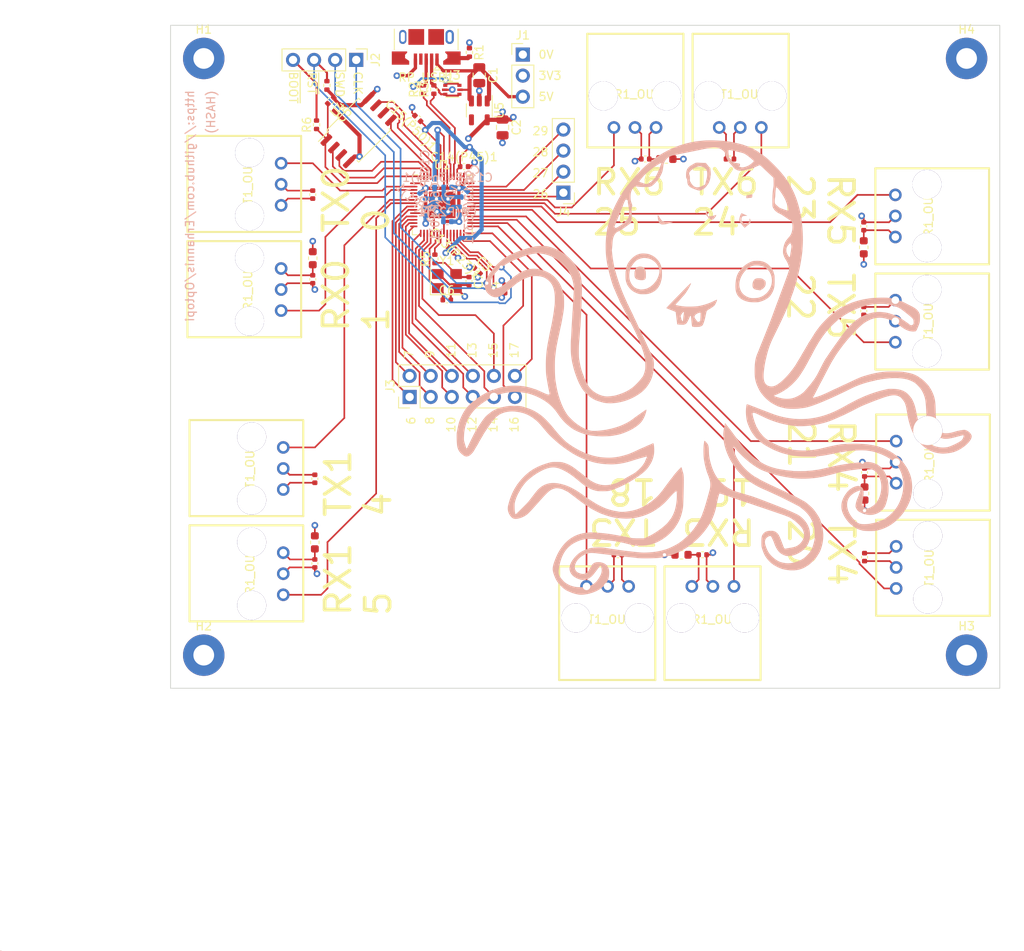
<source format=kicad_pcb>
(kicad_pcb (version 20240108) (generator "pcbnew") (generator_version "8.0")
  (layers (0 "F.Cu" signal) (1 "In1.Cu" signal) (2 "In2.Cu" signal) (31 "B.Cu" signal) (34 "B.Paste" user) (35 "F.Paste" user) (36 "B.SilkS" user "B.Silkscreen") (37 "F.SilkS" user "F.Silkscreen") (38 "B.Mask" user) (39 "F.Mask" user) (44 "Edge.Cuts" user))
  (net 0 "")
  (net 1 "+5V")
  (net 2 "GND")
  (net 3 "+3V3")
  (net 4 "Net-(U1-XIN)")
  (net 5 "Net-(C7-Pad1)")
  (net 8 "/USB_BOOT")
  (net 9 "/RP_SWCLK")
  (net 10 "/RP_SWD")
  (net 11 "/~{RESET}")
  (net 12 "Net-(RP_USB1-Shield)")
  (net 13 "Net-(RP_USB1-D+)")
  (net 14 "Net-(RP_USB1-D-)")
  (net 15 "Net-(U1-XOUT)")
  (net 16 "/QSPI_CS")
  (net 18 "+1V2")
  (net 19 "/QSPI_DATA[3]")
  (net 20 "/QSPI_SCK")
  (net 21 "/QSPI_DATA[0]")
  (net 22 "/QSPI_DATA[2]")
  (net 23 "/QSPI_DATA[1]")
  (net 24 "/RP_UD+")
  (net 25 "/RP_UD-")
  (net 27 "Net-(JR1_OU1-VCC)")
  (net 28 "/optic_uart1/RX")
  (net 29 "/optic_uart1/TX")
  (net 30 "Net-(JR1_OU2-VCC)")
  (net 31 "/optic_uart2/RX")
  (net 32 "/optic_uart2/TX")
  (net 33 "Net-(JR1_OU3-VCC)")
  (net 34 "Net-(JR1_OU4-VCC)")
  (net 35 "Net-(JR1_OU5-VCC)")
  (net 36 "Net-(JR1_OU6-VCC)")
  (net 37 "Net-(J3-Pin_3)")
  (net 38 "Net-(J3-Pin_12)")
  (net 39 "Net-(J3-Pin_7)")
  (net 40 "Net-(J3-Pin_5)")
  (net 41 "Net-(J3-Pin_8)")
  (net 42 "Net-(J3-Pin_1)")
  (net 43 "Net-(J3-Pin_10)")
  (net 44 "Net-(J3-Pin_9)")
  (net 45 "Net-(J3-Pin_2)")
  (net 46 "Net-(J3-Pin_11)")
  (net 47 "Net-(J3-Pin_6)")
  (net 48 "Net-(J3-Pin_4)")
  (net 49 "Net-(J4-Pin_2)")
  (net 50 "Net-(J4-Pin_4)")
  (net 51 "Net-(J4-Pin_1)")
  (net 52 "Net-(J4-Pin_3)")
  (net 53 "/optic_uart3/RX")
  (net 54 "/optic_uart4/RX")
  (net 55 "/optic_uart5/RX")
  (net 56 "/optic_uart6/RX")
  (net 57 "/optic_uart3/TX")
  (net 58 "/optic_uart4/TX")
  (net 59 "/optic_uart5/TX")
  (net 60 "/optic_uart6/TX")
  (footprint "Capacitor_SMD:C_0402_1005Metric" (layer "F.Cu") (at 178.534 93.472 180)
    (property "Reference" "C1_OU6" (hide yes))
    (property "Value" "100nF")
  )
  (footprint "Package_TO_SOT_SMD:SOT-23-5" (layer "F.Cu") (at 158.520588 87.601856 -90)
    (property "Reference" "U5")
    (property "Value" "AP2112K-3.3")
  )
  (footprint "Resistor_SMD:R_0402_1005Metric" (layer "F.Cu") (at 153.163707 105.520206 90)
    (property "Reference" "R5")
    (property "Value" "1K")
  )
  (footprint "Capacitor_SMD:C_0402_1005Metric" (layer "F.Cu") (at 138.43 107.978 -90)
    (property "Reference" "C1_OU1" (hide yes))
    (property "Value" "100nF")
  )
  (footprint "Capacitor_SMD:C_0402_1005Metric" (layer "F.Cu") (at 138.684 132.052 90)
    (property "Reference" "C2_OU2" (hide yes))
    (property "Value" "100nF")
  )
  (footprint "Capacitor_SMD:C_0402_1005Metric" (layer "F.Cu") (at 204.978 131.29 90)
    (property "Reference" "C1_OU4" (hide yes))
    (property "Value" "100nF")
  )
  (footprint "Package_TO_SOT_SMD:SOT-666" (layer "F.Cu") (at 155.266923 85.116162)
    (property "Reference" "U3")
    (property "Value" "USBLC6-2P6")
  )
  (footprint "Capacitor_SMD:C_0402_1005Metric" (layer "F.Cu") (at 204.883501 111.7955 -90)
    (property "Reference" "C2_OU5" (hide yes))
    (property "Value" "100nF")
  )
  (footprint "Capacitor_SMD:C_0402_1005Metric" (layer "F.Cu") (at 155.086491 104.4377 -45)
    (property "Reference" "C13(P23)1")
    (property "Value" "100nF")
  )
  (footprint "Inductor_SMD:L_0603_1608Metric" (layer "F.Cu") (at 138.43 105.435501 -90)
    (property "Reference" "L1_OU1" (hide yes))
    (property "Value" "47uH")
  )
  (footprint "easyeda2kicad:OPTO-TH_ZGY135-T9-PLR" (layer "F.Cu") (at 208.693501 100.3375 -90)
    (property "Reference" "JR1_OU5")
    (property "Value" "ZGY135/T9(PLR)")
  )
  (footprint "easyeda2kicad:OPTO-TH_ZGY135-T9-PLR" (layer "F.Cu") (at 173.99 145.033999 180)
    (property "Reference" "JT1_OU3")
    (property "Value" "ZGY133/T9(PLT)")
  )
  (footprint "Connector_USB:USB_Micro-B_XKB_U254-051T-4BH83-F1S" (layer "F.Cu") (at 152.115 79.13 180)
    (property "Reference" "RP_USB1")
    (property "Value" "USB_B_Micro")
  )
  (footprint "Capacitor_SMD:C_0402_1005Metric" (layer "F.Cu") (at 157.276831 108.192976 -90)
    (property "Reference" "C7")
    (property "Value" "35pF")
  )
  (footprint "Package_DFN_QFN:QFN-56-1EP_7x7mm_P0.4mm_EP3.2x3.2mm" (layer "F.Cu") (at 154.050703 99)
    (property "Reference" "U1")
    (property "Value" "RP2040")
  )
  (footprint "Capacitor_SMD:C_0402_1005Metric" (layer "F.Cu") (at 175.232 141.224 180)
    (property "Reference" "C2_OU3" (hide yes))
    (property "Value" "100nF")
  )
  (footprint "easyeda2kicad:OPTO-TH_ZGY135-T9-PLR" (layer "F.Cu") (at 177.292 89.662)
    (property "Reference" "JR1_OU6")
    (property "Value" "ZGY135/T9(PLR)")
  )
  (footprint "Connector_PinHeader_2.54mm:PinHeader_1x04_P2.54mm_Vertical" (layer "F.Cu") (at 143.673475 81.510483 -90)
    (property "Reference" "J2")
    (property "Value" "Conn_01x04_Pin")
  )
  (footprint "Resistor_SMD:R_0402_1005Metric" (layer "F.Cu") (at 157.327362 80.606118 -90)
    (property "Reference" "R1")
    (property "Value" "1M")
  )
  (footprint "Capacitor_SMD:C_0402_1005Metric" (layer "F.Cu") (at 188.75 93.472)
    (property "Reference" "C2_OU6" (hide yes))
    (property "Value" "100nF")
  )
  (footprint "easyeda2kicad:OPTO-TH_ZGY135-T9-PLR" (layer "F.Cu") (at 134.874 143.51 90)
    (property "Reference" "JR1_OU2")
    (property "Value" "ZGY135/T9(PLR)")
  )
  (footprint "Capacitor_SMD:C_0402_1005Metric" (layer "F.Cu") (at 156.686665 94.383775)
    (property "Reference" "C14(P45)1")
    (property "Value" "1uF")
  )
  (footprint "easyeda2kicad:OPTO-TH_ZGY135-T9-PLR" (layer "F.Cu") (at 208.6935 113.0375 -90)
    (property "Reference" "JT1_OU5")
    (property "Value" "ZGY133/T9(PLT)")
  )
  (footprint "Connector_PinHeader_2.54mm:PinHeader_1x03_P2.54mm_Vertical" (layer "F.Cu") (at 163.765323 80.86891)
    (property "Reference" "J1")
    (property "Value" "Conn_01x03_Pin")
  )
  (footprint "Resistor_SMD:R_0402_1005Metric" (layer "F.Cu") (at 140.603839 86.427774 45)
    (property "Reference" "R7" (hide yes))
    (property "Value" "10K")
  )
  (footprint "Inductor_SMD:L_0603_1608Metric" (layer "F.Cu") (at 138.684 139.725501 -90)
    (property "Reference" "L1_OU2" (hide yes))
    (property "Value" "47uH")
  )
  (footprint "Capacitor_SMD:C_0805_2012Metric" (layer "F.Cu") (at 161.32136 89.653873 -90)
    (property "Reference" "C2")
    (property "Value" "10uF")
  )
  (footprint "easyeda2kicad:OPTO-TH_ZGY135-T9-PLR" (layer "F.Cu") (at 189.992 89.662001)
    (property "Reference" "JT1_OU6")
    (property "Value" "ZGY133/T9(PLT)")
  )
  (footprint "Connector_PinHeader_2.54mm:PinHeader_2x06_P2.54mm_Vertical" (layer "F.Cu") (at 150.114 122.179 90)
    (property "Reference" "J3")
    (property "Value" "Conn_02x06_Odd_Even")
  )
  (footprint "Capacitor_SMD:C_0402_1005Metric" (layer "F.Cu") (at 138.43 97.762 90)
    (property "Reference" "C2_OU1" (hide yes))
    (property "Value" "100nF")
  )
  (footprint "Capacitor_SMD:C_0402_1005Metric" (layer "F.Cu") (at 138.684 142.268 -90)
    (property "Reference" "C1_OU2" (hide yes))
    (property "Value" "100nF")
  )
  (footprint "Capacitor_SMD:C_0402_1005Metric" (layer "F.Cu") (at 154.597626 110.470019)
    (property "Reference" "C6")
    (property "Value" "35pF")
  )
  (footprint "Inductor_SMD:L_0603_1608Metric" (layer "F.Cu") (at 181.076499 93.472 180)
    (property "Reference" "L1_OU6" (hide yes))
    (property "Value" "47uH")
  )
  (footprint "Inductor_SMD:L_0603_1608Metric" (layer "F.Cu") (at 204.978 133.832499 90)
    (property "Reference" "L1_OU4" (hide yes))
    (property "Value" "47uH")
  )
  (footprint "Capacitor_SMD:C_0402_1005Metric" (layer "F.Cu") (at 204.978 141.506 -90)
    (property "Reference" "C2_OU4" (hide yes))
    (property "Value" "100nF")
  )
  (footprint "easyeda2kicad:OPTO-TH_ZGY135-T9-PLR" (layer "F.Cu") (at 134.62 96.52 90)
    (property "Reference" "JT1_OU1")
    (property "Value" "ZGY133/T9(PLT)")
  )
  (footprint "Resistor_SMD:R_0402_1005Metric" (layer "F.Cu") (at 153.035 85.09 90)
    (property "Reference" "R3")
    (property "Value" "27")
  )
  (footprint "Capacitor_SMD:C_0402_1005Metric" (layer "F.Cu") (at 161.598939 109.161549 90)
    (property "Reference" "C4")
    (property "Value" "100nF")
  )
  (footprint "Capacitor_SMD:C_0402_1005Metric" (layer "F.Cu") (at 151.089206 88.57268 135)
    (property "Reference" "C15(P50)1")
    (property "Value" "100nF")
  )
  (footprint "Resistor_SMD:R_0402_1005Metric" (layer "F.Cu") (at 138.887758 89.335336 90)
    (property "Reference" "R6")
    (property "Value" "1k")
  )
  (footprint "Capacitor_SMD:C_0402_1005Metric" (layer "F.Cu") (at 141.422061 87.310397 -135)
    (property "Reference" "C5")
    (property "Value" "100nF")
  )
  (footprint "MountingHole:MountingHole_2.5mm_Pad" (layer "F.Cu") (at 217.285 81.335)
    (property "Reference" "H4")
    (property "Value" "MountingHole_Pad")
  )
  (footprint "MountingHole:MountingHole_2.5mm_Pad" (layer "F.Cu") (at 125.285 153.335)
    (property "Reference" "H2")
    (property "Value" "MountingHole_Pad")
  )
  (footprint "easyeda2kicad:OPTO-TH_ZGY135-T9-PLR" (layer "F.Cu") (at 134.62 109.22 90)
    (property "Reference" "JR1_OU1")
    (property "Value" "ZGY135/T9(PLR)")
  )
  (footprint "Connector_PinHeader_2.54mm:PinHeader_1x04_P2.54mm_Vertical" (layer "F.Cu") (at 168.656 97.536 180)
    (property "Reference" "J4")
    (property "Value" "Conn_01x04_Pin")
  )
  (footprint "Resistor_SMD:R_0402_1005Metric" (layer "F.Cu") (at 151.800561 85.09 90)
    (property "Reference" "R2")
    (property "Value" "27")
  )
  (footprint "MountingHole:MountingHole_2.5mm_Pad" (layer "F.Cu") (at 125.285 81.335)
    (property "Reference" "H1")
    (property "Value" "MountingHole_Pad")
  )
  (footprint "easyeda2kicad:OPTO-TH_ZGY135-T9-PLR" (layer "F.Cu") (at 208.787999 142.748 -90)
    (property "Reference" "JT1_OU4")
    (property "Value" "ZGY133/T9(PLT)")
  )
  (footprint "Inductor_SMD:L_0603_1608Metric" (layer "F.Cu") (at 204.883501 104.121999 90)
    (property "Reference" "L1_OU5" (hide yes))
    (property "Value" "47uH")
  )
  (footprint "Package_SO:SOIC-8_5.23x5.23mm_P1.27mm" (layer "F.Cu") (at 143.96499 89.984938 45)
    (property "Reference" "U4")
    (property "Value" "W25Q128JVS")
  )
  (footprint "Inductor_SMD:L_0603_1608Metric" (layer "F.Cu") (at 182.905501 141.224)
    (property "Reference" "L1_OU3" (hide yes))
    (property "Value" "47uH")
  )
  (footprint "Crystal:Crystal_SMD_3225-4Pin_3.2x2.5mm" (layer "F.Cu") (at 154.6149 108.196724)
    (property "Reference" "Y1")
    (property "Value" "12MHz")
  )
  (footprint "Resistor_SMD:R_0402_1005Metric" (layer "F.Cu") (at 140.140015 84.584527 90)
    (property "Reference" "R4" (hide yes))
    (property "Value" "10K")
  )
  (footprint "Capacitor_SMD:C_0805_2012Metric" (layer "F.Cu") (at 158.512174 83.354654 -90)
    (property "Reference" "C1")
    (property "Value" "10uF")
  )
  (footprint "easyeda2kicad:OPTO-TH_ZGY135-T9-PLR" (layer "F.Cu") (at 186.69 145.034 180)
    (property "Reference" "JR1_OU3")
    (property "Value" "ZGY135/T9(PLR)")
  )
  (footprint "Capacitor_SMD:C_0402_1005Metric" (layer "F.Cu") (at 158.263153 106.955777 -45)
    (property "Reference" "C3")
    (property "Value" "100nF")
  )
  (footprint "easyeda2kicad:OPTO-TH_ZGY135-T9-PLR" (layer "F.Cu") (at 134.874 130.81 90)
    (property "Reference" "JT1_OU2")
    (property "Value" "ZGY133/T9(PLT)")
  )
  (footprint "Capacitor_SMD:C_0402_1005Metric" (layer "F.Cu") (at 185.448 141.224)
    (property "Reference" "C1_OU3" (hide yes))
    (property "Value" "100nF")
  )
  (footprint "MountingHole:MountingHole_2.5mm_Pad" (layer "F.Cu") (at 217.285 153.335)
    (property "Reference" "H3")
    (property "Value" "MountingHole_Pad")
  )
  (footprint "Capacitor_SMD:C_0402_1005Metric" (layer "F.Cu") (at 204.883501 101.5795 90)
    (property "Reference" "C1_OU5" (hide yes))
    (property "Value" "100nF")
  )
  (footprint "easyeda2kicad:OPTO-TH_ZGY135-T9-PLR" (layer "F.Cu") (at 208.788 130.048 -90)
    (property "Reference" "JR1_OU4")
    (property "Value" "ZGY135/T9(PLR)")
  )
  (footprint "Capacitor_SMD:C_0402_1005Metric" (layer "B.Cu") (at 154.670968 101.027464 180)
    (property "Reference" "C8(P22)1")
    (property "Value" "100nF")
  )
  (footprint "Capacitor_SMD:C_0402_1005Metric" (layer "B.Cu") (at 156.099483 99.726088 90)
    (property "Reference" "C12(P33)1")
    (property "Value" "100nF")
  )
  (footprint "Capacitor_SMD:C_0402_1005Metric" (layer "B.Cu") (at 151.685218 97.923238 -45)
    (property "Reference" "C7(P1)1")
    (property "Value" "100nF")
  )
  (footprint "Capacitor_SMD:C_0402_1005Metric" (layer "B.Cu") (at 156.731243 97.710964 -135)
    (property "Reference" "C9(P42)1")
    (property "Value" "100nF")
  )
  (footprint "Capacitor_SMD:C_0402_1005Metric" (layer "B.Cu") (at 152.034308 99.829796 90)
    (property "Reference" "C6(P10)1")
    (property "Value" "100nF")
  )
  (footprint "Capacitor_SMD:C_0402_1005Metric" (layer "B.Cu") (at 153.129341 96.38916 -90)
    (property "Reference" "C10(P49)1")
    (property "Value" "100nF")
  )
  (footprint "Capacitor_SMD:C_0402_1005Metric" (layer "B.Cu") (at 154.701271 96.871552 180)
    (property "Reference" "C11(P43n44)1")
    (property "Value" "1uF")
  )
  (gr_poly (pts (xy 192.288204 107.863489) (xy 192.340626 107.864938) (xy 192.365701 107.866028) (xy 192.389748 107.867366) (xy 192.425816 107.869809) (xy 192.458662 107.872508) (xy 192.488687 107.875612) (xy 192.51629 107.879266) (xy 192.541871 107.883617) (xy 192.56583 107.888813) (xy 192.588566 107.895001) (xy 192.61048 107.902327) (xy 192.63197 107.910939) (xy 192.653438 107.920984) (xy 192.675281 107.932607) (xy 192.6979 107.945957) (xy 192.721695 107.961181) (xy 192.747066 107.978425) (xy 192.774412 107.997836) (xy 192.804132 108.019561) (xy 192.878503 108.074827) (xy 192.908638 108.097916) (xy 192.934568 108.118715) (xy 192.956663 108.137782) (xy 192.975294 108.15567) (xy 192.983426 108.164346) (xy 192.990831 108.172937) (xy 192.997555 108.18151) (xy 193.003645 108.190136) (xy 193.009147 108.198885) (xy 193.014108 108.207825) (xy 193.018573 108.217027) (xy 193.022589 108.226559) (xy 193.026202 108.236491) (xy 193.029459 108.246892) (xy 193.03509 108.269382) (xy 193.039852 108.294583) (xy 193.044115 108.32305) (xy 193.052629 108.392009) (xy 193.056706 108.437791) (xy 193.058073 108.483207) (xy 193.056757 108.528187) (xy 193.052784 108.572661) (xy 193.046181 108.616557) (xy 193.036974 108.659807) (xy 193.025191 108.702339) (xy 193.010858 108.744082) (xy 192.994002 108.784967) (xy 192.974648 108.824923) (xy 192.952825 108.863879) (xy 192.928558 108.901764) (xy 192.901874 108.93851) (xy 192.8728 108.974044) (xy 192.841363 109.008297) (xy 192.807588 109.041198) (xy 192.792091 109.055329) (xy 192.776701 109.069064) (xy 192.761513 109.082331) (xy 192.74662 109.095059) (xy 192.732115 109.107177) (xy 192.718093 109.118614) (xy 192.704646 109.1293) (xy 192.691868 109.139162) (xy 192.679852 109.14813) (xy 192.668693 109.156133) (xy 192.658484 109.1631) (xy 192.649317 109.168959) (xy 192.641288 109.17364) (xy 192.634488 109.177072) (xy 192.629013 109.179183) (xy 192.6268 109.179721) (xy 192.624954 109.179903) (xy 192.624954 109.179971) (xy 192.621171 109.180396) (xy 192.616502 109.181643) (xy 192.611014 109.18367) (xy 192.604773 109.186434) (xy 192.597846 109.189895) (xy 192.5903 109.19401) (xy 192.5822 109.198737) (xy 192.573613 109.204035) (xy 192.555243 109.216173) (xy 192.535723 109.23009) (xy 192.515583 109.245449) (xy 192.495354 109.261916) (xy 192.483752 109.271394) (xy 192.472392 109.280102) (xy 192.461292 109.288031) (xy 192.450468 109.295177) (xy 192.439936 109.301533) (xy 192.429713 109.307093) (xy 192.419815 109.311851) (xy 192.410259 109.3158) (xy 192.40106 109.318934) (xy 192.396601 109.320194) (xy 192.392237 109.321248) (xy 192.38797 109.322095) (xy 192.383804 109.322734) (xy 192.379739 109.323166) (xy 192.375778 109.323388) (xy 192.371923 109.3234) (xy 192.368176 109.323202) (xy 192.364539 109.322792) (xy 192.361015 109.32217) (xy 192.357604 109.321335) (xy 192.35431 109.320287) (xy 192.351134 109.319024) (xy 192.348078 109.317545) (xy 192.341867 109.314747) (xy 192.333598 109.311805) (xy 192.311436 109.305592) (xy 192.282697 109.299103) (xy 192.248485 109.292536) (xy 192.209902 109.286087) (xy 192.168054 109.279955) (xy 192.124045 109.274335) (xy 192.078977 109.269425) (xy 191.999843 109.259838) (xy 191.926719 109.247307) (xy 191.892373 109.239901) (xy 191.859483 109.231717) (xy 191.828034 109.22274) (xy 191.79801 109.212954) (xy 191.769397 109.202347) (xy 191.742179 109.190903) (xy 191.71634 109.178608) (xy 191.691864 109.165448) (xy 191.668737 109.151409) (xy 191.646944 109.136475) (xy 191.626467 109.120633) (xy 191.607293 109.103868) (xy 191.589406 109.086166) (xy 191.57279 109.067513) (xy 191.557429 109.047893) (xy 191.543309 109.027293) (xy 191.530415 109.005699) (xy 191.518729 108.983095) (xy 191.508238 108.959468) (xy 191.498926 108.934803) (xy 191.490777 108.909086) (xy 191.483775 108.882303) (xy 191.477906 108.854438) (xy 191.473155 108.825478) (xy 191.469504 108.795408) (xy 191.46694 108.764215) (xy 191.465447 108.731882) (xy 191.465008 108.698397) (xy 191.465686 108.65452) (xy 191.467513 108.611617) (xy 191.470478 108.569708) (xy 191.474568 108.528811) (xy 191.479769 108.488947) (xy 191.486071 108.450135) (xy 191.49346 108.412394) (xy 191.501924 108.375743) (xy 191.511449 108.340203) (xy 191.522025 108.305792) (xy 191.533638 108.272531) (xy 191.546276 108.240438) (xy 191.559926 108.209533) (xy 191.574575 108.179835) (xy 191.590212 108.151365) (xy 191.606824 108.124141) (xy 191.624398 108.098183) (xy 191.642921 108.07351) (xy 191.662382 108.050142) (xy 191.682768 108.028098) (xy 191.704065 108.007398) (xy 191.726263 107.988061) (xy 191.749347 107.970107) (xy 191.773307 107.953555) (xy 191.798128 107.938424) (xy 191.823799 107.924735) (xy 191.850307 107.912505) (xy 191.87764 107.901756) (xy 191.905785 107.892507) (xy 191.93473 107.884776) (xy 191.964462 107.878583) (xy 191.994968 107.873949) (xy 192.013183 107.871901) (xy 192.033205 107.870059) (xy 192.054833 107.868424) (xy 192.077862 107.866999) (xy 192.127312 107.864788) (xy 192.17993 107.863448) (xy 192.179932 107.863436) (xy 192.2341 107.862996)) (stroke (width -0.000001)) (fill solid) (layer "B.SilkS"))
  (gr_poly (pts (xy 184.043259 108.439463) (xy 184.043281 108.439449) (xy 184.043608 108.439584) (xy 184.043914 108.43974) (xy 184.044198 108.439918) (xy 184.04446 108.440117) (xy 184.044701 108.44034) (xy 184.044922 108.440585) (xy 184.045121 108.440853) (xy 184.045299 108.441145) (xy 184.045456 108.441461) (xy 184.045593 108.441801) (xy 184.045709 108.442165) (xy 184.045804 108.442555) (xy 184.045879 108.44297) (xy 184.045934 108.443411) (xy 184.045968 108.443877) (xy 184.045982 108.44437) (xy 184.039733 108.490145) (xy 184.021219 108.552165) (xy 183.991676 108.628322) (xy 183.952339 108.716507) (xy 183.904443 108.814613) (xy 183.849226 108.920531) (xy 183.721766 109.147368) (xy 183.579845 109.380153) (xy 183.433348 109.602018) (xy 183.361474 109.703585) (xy 183.292162 109.796096) (xy 183.22665 109.877445) (xy 183.166172 109.945522) (xy 183.085121 110.033064) (xy 182.983609 110.145649) (xy 182.874602 110.268761) (xy 182.771062 110.387886) (xy 182.665434 110.508956) (xy 182.550743 110.637369) (xy 182.44082 110.757795) (xy 182.39197 110.810222) (xy 182.349499 110.854905) (xy 182.330461 110.874816) (xy 182.31211 110.894309) (xy 182.294534 110.913275) (xy 182.277823 110.931609) (xy 182.262064 110.949202) (xy 182.247347 110.965949) (xy 182.233759 110.981742) (xy 182.221389 110.996474) (xy 182.210326 111.010039) (xy 182.200657 111.02233) (xy 182.192473 111.033239) (xy 182.18586 111.042661) (xy 182.180908 111.050487) (xy 182.177704 111.056611) (xy 182.176786 111.059002) (xy 182.176339 111.060927) (xy 182.176373 111.062373) (xy 182.176899 111.063327) (xy 182.192964 111.072345) (xy 182.222305 111.082999) (xy 182.315241 111.108184) (xy 182.444563 111.136832) (xy 182.599125 111.166893) (xy 182.767781 111.196316) (xy 182.939384 111.22305) (xy 183.10279 111.245045) (xy 183.246853 111.26025) (xy 183.429941 111.271655) (xy 183.640941 111.277857) (xy 183.869214 111.279114) (xy 184.104117 111.275684) (xy 184.335009 111.267824) (xy 184.551249 111.255792) (xy 184.742196 111.239845) (xy 184.89721 111.220241) (xy 185.124983 111.179268) (xy 185.354313 111.12907) (xy 185.583943 111.070042) (xy 185.812615 111.002577) (xy 186.039073 110.927072) (xy 186.262058 110.84392) (xy 186.480315 110.753515) (xy 186.692584 110.656253) (xy 186.78389 110.612605) (xy 186.870329 110.571881) (xy 186.949919 110.534974) (xy 187.020678 110.502777) (xy 187.080623 110.476181) (xy 187.127773 110.45608) (xy 187.160145 110.443365) (xy 187.170169 110.440056) (xy 187.175756 110.438928) (xy 187.180961 110.440569) (xy 187.184463 110.445368) (xy 187.186339 110.453139) (xy 187.186667 110.463698) (xy 187.182992 110.492431) (xy 187.174059 110.530084) (xy 187.160492 110.575171) (xy 187.142911 110.626205) (xy 187.121941 110.681702) (xy 187.098202 110.740176) (xy 187.04491 110.860114) (xy 187.016601 110.918607) (xy 186.988014 110.974136) (xy 186.959771 111.025215) (xy 186.932494 111.070359) (xy 186.906805 111.108082) (xy 186.883327 111.136898) (xy 186.863668 111.157193) (xy 186.84142 111.178512) (xy 186.789048 111.224306) (xy 186.725988 111.274442) (xy 186.652015 111.32908) (xy 186.566905 111.388382) (xy 186.470435 111.452508) (xy 186.362379 111.52162) (xy 186.242513 111.595877) (xy 186.194547 111.625344) (xy 186.151678 111.652086) (xy 186.113593 111.676392) (xy 186.07998 111.698551) (xy 186.050529 111.718853) (xy 186.024926 111.737584) (xy 186.013471 111.746452) (xy 186.002861 111.755036) (xy 185.993057 111.763371) (xy 185.984021 111.771495) (xy 185.975713 111.779443) (xy 185.968095 111.787252) (xy 185.961127 111.794957) (xy 185.954771 111.802594) (xy 185.948987 111.810201) (xy 185.943736 111.817812) (xy 185.938981 111.825464) (xy 185.93468 111.833193) (xy 185.930797 111.841035) (xy 185.927291 111.849027) (xy 185.924124 111.857203) (xy 185.921256 111.865602) (xy 185.918649 111.874257) (xy 185.916264 111.883207) (xy 185.912003 111.902131) (xy 185.900092 111.959113) (xy 185.885556 112.026225) (xy 185.870236 112.095093) (xy 185.855975 112.157341) (xy 185.816829 112.333436) (xy 185.767384 112.565677) (xy 185.749663 112.646876) (xy 185.730349 112.728444) (xy 185.709664 112.809754) (xy 185.687832 112.890173) (xy 185.665075 112.969071) (xy 185.641616 113.045818) (xy 185.617677 113.119783) (xy 185.593482 113.190337) (xy 185.569252 113.256848) (xy 185.545211 113.318685) (xy 185.521582 113.37522) (xy 185.498586 113.42582) (xy 185.476448 113.469856) (xy 185.455388 113.506697) (xy 185.435631 113.535713) (xy 185.42631 113.54709) (xy 185.417399 113.556273) (xy 185.408169 113.564351) (xy 185.397602 113.572747) (xy 185.385821 113.581393) (xy 185.372949 113.590223) (xy 185.359108 113.599171) (xy 185.344421 113.60817) (xy 185.313 113.626052) (xy 185.279667 113.643337) (xy 185.245404 113.659491) (xy 185.22823 113.666977) (xy 185.211191 113.67398) (xy 185.194411 113.680434) (xy 185.178011 113.686271) (xy 185.146204 113.695334) (xy 185.106931 113.703569) (xy 185.061095 113.710946) (xy 185.009597 113.717436) (xy 184.893225 113.72764) (xy 184.765036 113.733947) (xy 184.632246 113.736122) (xy 184.502075 113.733932) (xy 184.381741 113.727144) (xy 184.327519 113.721952) (xy 184.278462 113.715522) (xy 184.260313 113.712374) (xy 184.24418 113.708439) (xy 184.229879 113.703168) (xy 184.217228 113.696011) (xy 184.206043 113.686421) (xy 184.19614 113.673847) (xy 184.187335 113.657742) (xy 184.179446 113.637555) (xy 184.172289 113.612738) (xy 184.16568 113.582741) (xy 184.159436 113.547017) (xy 184.153373 113.505015) (xy 184.141056 113.399984) (xy 184.127263 113.263256) (xy 184.098822 112.974021) (xy 184.067184 112.657532) (xy 184.060579 112.597791) (xy 184.05334 112.545393) (xy 184.051292 112.533707) (xy 184.466556 112.533707) (xy 184.467732 112.548754) (xy 184.470207 112.563969) (xy 184.474067 112.579586) (xy 184.479398 112.595839) (xy 184.486285 112.61296) (xy 184.494814 112.631185) (xy 184.50507 112.650746) (xy 184.517139 112.671878) (xy 184.531106 112.694813) (xy 184.547058 112.719786) (xy 184.585255 112.77678) (xy 184.613875 112.817967) (xy 184.643443 112.859412) (xy 184.673109 112.899991) (xy 184.70202 112.938581) (xy 184.729325 112.97406) (xy 184.754171 113.005304) (xy 184.775707 113.031191) (xy 184.79308 113.050598) (xy 184.808404 113.066478) (xy 184.822431 113.08032) (xy 184.835463 113.092157) (xy 184.847801 113.10202) (xy 184.853804 113.106221) (xy 184.859747 113.109941) (xy 184.865666 113.113183) (xy 184.871601 113.11595) (xy 184.877587 113.118249) (xy 184.883665 113.120081) (xy 184.88987 113.121451) (xy 184.89624 113.122363) (xy 184.902814 113.122822) (xy 184.909628 113.12283) (xy 184.916721 113.122392) (xy 184.92413 113.121512) (xy 184.931893 113.120194) (xy 184.940047 113.118441) (xy 184.957681 113.113649) (xy 184.977333 113.107167) (xy 184.999304 113.099027) (xy 185.023896 113.08926) (xy 185.05141 113.077899) (xy 185.070443 113.069768) (xy 185.087346 113.062068) (xy 185.102251 113.054591) (xy 185.115289 113.047126) (xy 185.12659 113.039464) (xy 185.131631 113.035494) (xy 185.136286 113.031395) (xy 185.140573 113.027143) (xy 185.144508 113.02271) (xy 185.148107 113.018071) (xy 185.151386 113.013199) (xy 185.154362 113.008069) (xy 185.157052 113.002653) (xy 185.159471 112.996926) (xy 185.161636 112.990862) (xy 185.163564 112.984434) (xy 185.16527 112.977616) (xy 185.168085 112.962707) (xy 185.170211 112.945924) (xy 185.171779 112.927057) (xy 185.172921 112.905898) (xy 185.173768 112.882237) (xy 185.17621 112.818691) (xy 185.179663 112.753858) (xy 185.183657 112.695345) (xy 185.185708 112.670834) (xy 185.187718 112.650755) (xy 185.191456 112.603481) (xy 185.19528 112.531421) (xy 185.202178 112.346384) (xy 185.206399 112.162535) (xy 185.206876 112.091957) (xy 185.205928 112.046759) (xy 185.205688 112.04405) (xy 185.205292 112.041436) (xy 185.204742 112.038917) (xy 185.204038 112.036492) (xy 185.203182 112.034162) (xy 185.202175 112.031925) (xy 185.201019 112.029783) (xy 185.199714 112.027735) (xy 185.198263 112.025781) (xy 185.196665 112.02392) (xy 185.194923 112.022152) (xy 185.193038 112.020478) (xy 185.191011 112.018896) (xy 185.188844 112.017408) (xy 185.184092 112.014708) (xy 185.178793 112.012378) (xy 185.172957 112.010416) (xy 185.166594 112.008819) (xy 185.159715 112.007588) (xy 185.15233 112.006721) (xy 185.144448 112.006215) (xy 185.136081 112.006071) (xy 185.127238 112.006286) (xy 185.127243 112.006297) (xy 185.115192 112.0071) (xy 185.102394 112.008493) (xy 185.088873 112.010475) (xy 185.07465 112.013042) (xy 185.059748 112.016192) (xy 185.044189 112.019922) (xy 185.011188 112.029113) (xy 184.975825 112.040594) (xy 184.938279 112.054346) (xy 184.898726 112.070346) (xy 184.857346 112.088575) (xy 184.817184 112.107798) (xy 184.779069 112.127746) (xy 184.743025 112.148397) (xy 184.709073 112.169728) (xy 184.677236 112.191718) (xy 184.647538 112.214342) (xy 184.62 112.237579) (xy 184.594646 112.261405) (xy 184.571497 112.285799) (xy 184.550578 112.310737) (xy 184.531909 112.336197) (xy 184.515515 112.362155) (xy 184.508178 112.375315) (xy 184.501418 112.38859) (xy 184.495238 112.401979) (xy 184.489641 112.415479) (xy 184.484629 112.429086) (xy 184.480206 112.442799) (xy 184.476373 112.456613) (xy 184.473135 112.470527) (xy 184.469969 112.487238) (xy 184.46776 112.503183) (xy 184.466594 112.518594) (xy 184.466556 112.533707) (xy 184.051292 112.533707) (xy 184.045439 112.500326) (xy 184.041232 112.480538) (xy 184.036847 112.462578) (xy 184.032283 112.446445) (xy 184.027535 112.432137) (xy 184.022601 112.419653) (xy 184.017475 112.408991) (xy 184.012155 112.400151) (xy 184.006638 112.393129) (xy 184.000918 112.387926) (xy 183.994994 112.384539) (xy 183.988861 112.382967) (xy 183.982516 112.383209) (xy 183.975956 112.385263) (xy 183.969176 112.389127) (xy 183.962172 112.3948) (xy 183.954943 112.402281) (xy 183.947483 112.411568) (xy 183.939789 112.42266) (xy 183.931859 112.435555) (xy 183.923687 112.450252) (xy 183.915271 112.466749) (xy 183.906607 112.485044) (xy 183.88852 112.527026) (xy 183.869398 112.576185) (xy 183.852953 112.618115) (xy 183.831948 112.668161) (xy 183.807247 112.724449) (xy 183.779715 112.785101) (xy 183.750217 112.848242) (xy 183.71962 112.911996) (xy 183.688787 112.974485) (xy 183.658584 113.033834) (xy 183.636746 113.075587) (xy 183.616428 113.113467) (xy 183.597402 113.147752) (xy 183.579441 113.17872) (xy 183.562316 113.206646) (xy 183.545799 113.231808) (xy 183.529664 113.254484) (xy 183.513681 113.274951) (xy 183.497622 113.293485) (xy 183.481261 113.310363) (xy 183.464369 113.325864) (xy 183.446717 113.340263) (xy 183.428079 113.353838) (xy 183.408225 113.366867) (xy 183.386929 113.379626) (xy 183.363962 113.392392) (xy 183.315124 113.4176) (xy 183.29273 113.427888) (xy 183.270829 113.436733) (xy 183.248777 113.444214) (xy 183.225929 113.450408) (xy 183.201643 113.45539) (xy 183.175275 113.459239) (xy 183.146182 113.462031) (xy 183.113718 113.463843) (xy 183.077242 113.464752) (xy 183.036109 113.464836) (xy 182.937298 113.462833) (xy 182.812138 113.458452) (xy 182.731304 113.455019) (xy 182.655219 113.451138) (xy 182.585596 113.446944) (xy 182.524148 113.44257) (xy 182.472588 113.43815) (xy 182.432629 113.433818) (xy 182.417535 113.431727) (xy 182.405984 113.429708) (xy 182.39819 113.427777) (xy 182.395768 113.426851) (xy 182.394366 113.425953) (xy 182.382343 113.362974) (xy 182.359603 113.204958) (xy 182.297074 112.724456) (xy 182.26179 112.431696) (xy 182.796798 112.431696) (xy 182.796811 112.447108) (xy 182.798199 112.463371) (xy 182.800944 112.480878) (xy 182.805029 112.500026) (xy 182.810436 112.521208) (xy 182.817147 112.544819) (xy 182.834412 112.600907) (xy 182.845488 112.637204) (xy 182.855822 112.673295) (xy 182.86519 112.708232) (xy 182.873363 112.741066) (xy 182.880114 112.770847) (xy 182.885218 112.796627) (xy 182.887081 112.807721) (xy 182.888446 112.817458) (xy 182.889286 112.82572) (xy 182.889573 112.832389) (xy 182.889617 112.835289) (xy 182.889749 112.838152) (xy 182.889967 112.840975) (xy 182.890267 112.843753) (xy 182.890649 112.846484) (xy 182.891109 112.849164) (xy 182.891646 112.851788) (xy 182.892257 112.854354) (xy 182.892941 112.856858) (xy 182.893694 112.859296) (xy 182.894516 112.861664) (xy 182.895403 112.86396) (xy 182.896354 112.866178) (xy 182.897367 112.868317) (xy 182.898438 112.870371) (xy 182.899567 112.872338) (xy 182.90075 112.874213) (xy 182.901986 112.875994) (xy 182.903273 112.877677) (xy 182.904607 112.879257) (xy 182.905988 112.880732) (xy 182.907413 112.882098) (xy 182.90888 112.88335) (xy 182.910386 112.884486) (xy 182.91193 112.885502) (xy 182.913509 112.886395) (xy 182.915121 112.88716) (xy 182.916764 112.887794) (xy 182.918435 112.888293) (xy 182.920134 112.888654) (xy 182.921856 112.888874) (xy 182.923601 112.888948) (xy 182.925346 112.889006) (xy 182.927069 112.889177) (xy 182.928768 112.88946) (xy 182.93044 112.889852) (xy 182.932083 112.890348) (xy 182.933695 112.890947) (xy 182.935274 112.891646) (xy 182.936818 112.892442) (xy 182.938324 112.893332) (xy 182.939791 112.894313) (xy 182.941216 112.895382) (xy 182.942597 112.896537) (xy 182.943932 112.897775) (xy 182.945218 112.899092) (xy 182.947637 112.901954) (xy 182.949837 112.905102) (xy 182.9518 112.908512) (xy 182.953508 112.912162) (xy 182.954945 112.916029) (xy 182.956093 112.92009) (xy 182.956935 112.924322) (xy 182.957452 112.928702) (xy 182.957584 112.930941) (xy 182.957629 112.933209) (xy 182.95784 112.937927) (xy 182.95846 112.942928) (xy 182.959469 112.948169) (xy 182.960845 112.953606) (xy 182.962567 112.959195) (xy 182.964615 112.964893) (xy 182.966968 112.970657) (xy 182.969605 112.976442) (xy 182.972506 112.982206) (xy 182.975648 112.987904) (xy 182.979013 112.993493) (xy 182.982579 112.99893) (xy 182.986324 113.00417) (xy 182.990229 113.009171) (xy 182.994273 113.013889) (xy 182.998434 113.01828) (xy 183.009473 113.028395) (xy 183.019743 113.035827) (xy 183.024602 113.038517) (xy 183.029281 113.04051) (xy 183.033786 113.0418) (xy 183.038121 113.042377) (xy 183.04229 113.042234) (xy 183.046297 113.041362) (xy 183.050148 113.039752) (xy 183.053846 113.037397) (xy 183.057396 113.034288) (xy 183.060802 113.030417) (xy 183.064069 113.025775) (xy 183.0672 113.020354) (xy 183.073075 113.007142) (xy 183.078463 112.990714) (xy 183.083398 112.971005) (xy 183.087916 112.947946) (xy 183.092051 112.921472) (xy 183.095839 112.891516) (xy 183.099315 112.858012) (xy 183.102513 112.820892) (xy 183.111832 112.720745) (xy 183.126291 112.586417) (xy 183.143914 112.435474) (xy 183.162723 112.285482) (xy 183.171317 112.214991) (xy 183.178285 112.148201) (xy 183.183548 112.086647) (xy 183.187029 112.031865) (xy 183.188078 112.007494) (xy 183.188652 111.985392) (xy 183.188741 111.96575) (xy 183.188338 111.948762) (xy 183.18743 111.934618) (xy 183.18601 111.923512) (xy 183.184067 111.915633) (xy 183.182897 111.912965) (xy 183.181592 111.911176) (xy 183.181184 111.910775) (xy 183.180761 111.910406) (xy 183.180321 111.910066) (xy 183.179866 111.909756) (xy 183.179395 111.909475) (xy 183.178909 111.909222) (xy 183.178407 111.908995) (xy 183.17789 111.908796) (xy 183.177358 111.908621) (xy 183.176811 111.908472) (xy 183.176249 111.908347) (xy 183.175672 111.908245) (xy 183.175081 111.908166) (xy 183.174476 111.908108) (xy 183.173856 111.908072) (xy 183.173222 111.908056) (xy 183.173231 111.908054) (xy 183.168014 111.908638) (xy 183.162034 111.910466) (xy 183.147962 111.917649) (xy 183.131369 111.929196) (xy 183.112613 111.944703) (xy 183.092049 111.963762) (xy 183.070032 111.985967) (xy 183.046919 112.010912) (xy 183.023066 112.03819) (xy 182.998829 112.067395) (xy 182.974563 112.098122) (xy 182.950625 112.129962) (xy 182.92737 112.162512) (xy 182.905155 112.195363) (xy 182.884334 112.228109) (xy 182.865265 112.260345) (xy 182.848303 112.291665) (xy 182.826578 112.334987) (xy 182.817972 112.353583) (xy 182.810847 112.370661) (xy 182.805184 112.386617) (xy 182.800967 112.401845) (xy 182.798177 112.41674) (xy 182.796798 112.431696) (xy 182.26179 112.431696) (xy 182.236967 112.225729) (xy 182.217257 112.044931) (xy 182.209473 111.950058) (xy 182.209149 111.948038) (xy 182.208235 111.945814) (xy 182.204693 111.940789) (xy 182.198965 111.935046) (xy 182.19117 111.928652) (xy 182.181425 111.921669) (xy 182.169849 111.914163) (xy 182.141674 111.897836) (xy 182.107589 111.880186) (xy 182.068538 111.861728) (xy 182.025466 111.842976) (xy 181.979317 111.824446) (xy 181.426363 111.61197) (xy 181.360893 111.586558) (xy 181.298785 111.56187) (xy 181.241471 111.538516) (xy 181.190386 111.517105) (xy 181.14696 111.498248) (xy 181.112629 111.482555) (xy 181.099321 111.476085) (xy 181.088823 111.470635) (xy 181.081316 111.466281) (xy 181.076977 111.463099) (xy 181.076794 111.454904) (xy 181.086521 111.437482) (xy 181.143638 111.366675) (xy 181.464064 111.023236) (xy 182.165185 110.300286) (xy 183.373933 109.065327) (xy 183.52045 108.91677) (xy 183.64936 108.78798) (xy 183.760486 108.67912) (xy 183.809327 108.632215) (xy 183.853655 108.590353) (xy 183.893451 108.553554) (xy 183.928692 108.52184) (xy 183.959356 108.495231) (xy 183.985421 108.473746) (xy 184.006866 108.457407) (xy 184.023668 108.446233) (xy 184.030322 108.442589) (xy 184.035806 108.440245) (xy 184.04012 108.439202)) (stroke (width -0.000001)) (fill solid) (layer "B.SilkS"))
  (gr_poly (pts (xy 185.957326 99.73714) (xy 185.968134 99.775215) (xy 185.9801 99.821366) (xy 186.007455 99.93766) (xy 186.039288 100.085552) (xy 186.075494 100.264573) (xy 186.077336 100.273374) (xy 186.079389 100.282194) (xy 186.081629 100.290976) (xy 186.084036 100.299662) (xy 186.086587 100.308196) (xy 186.089261 100.316521) (xy 186.092036 100.324579) (xy 186.09489 100.332314) (xy 186.097802 100.339668) (xy 186.100749 100.346584) (xy 186.103711 100.353006) (xy 186.106664 100.358876) (xy 186.109588 100.364137) (xy 186.11246 100.368732) (xy 186.115259 100.372604) (xy 186.117963 100.375696) (xy 186.123505 100.379039) (xy 186.132595 100.381598) (xy 186.160533 100.384497) (xy 186.200015 100.384648) (xy 186.249281 100.382307) (xy 186.370118 100.371175) (xy 186.508953 100.353146) (xy 186.651697 100.330269) (xy 186.78426 100.304588) (xy 186.84232 100.291337) (xy 186.892551 100.278153) (xy 186.933192 100.265291) (xy 186.962482 100.253009) (xy 186.973633 100.247434) (xy 186.984633 100.242273) (xy 186.995417 100.237541) (xy 187.005923 100.233256) (xy 187.016086 100.229432) (xy 187.025843 100.226086) (xy 187.03513 100.223235) (xy 187.043882 100.220895) (xy 187.052037 100.219082) (xy 187.059531 100.217811) (xy 187.066299 100.217101) (xy 187.069391 100.21696) (xy 187.072278 100.216965) (xy 187.074952 100.217119) (xy 187.077405 100.217422) (xy 187.079628 100.217877) (xy 187.081615 100.218486) (xy 187.083356 100.219252) (xy 187.084844 100.220175) (xy 187.086072 100.221259) (xy 187.08703 100.222504) (xy 187.089469 100.227465) (xy 187.091139 100.233171) (xy 187.092056 100.239595) (xy 187.092236 100.246709) (xy 187.090446 100.262898) (xy 187.085898 100.281515) (xy 187.07872 100.302337) (xy 187.069038 100.325142) (xy 187.056982 100.349708) (xy 187.042678 100.375813) (xy 187.026254 100.403234) (xy 187.007839 100.431749) (xy 186.987558 100.461135) (xy 186.965541 100.491171) (xy 186.941915 100.521633) (xy 186.916807 100.5523) (xy 186.890345 100.58295) (xy 186.862657 100.613359) (xy 186.838251 100.639245) (xy 186.816048 100.662241) (xy 186.795733 100.682515) (xy 186.77699 100.700235) (xy 186.759503 100.715571) (xy 186.742957 100.72869) (xy 186.734938 100.73447) (xy 186.727036 100.73976) (xy 186.719211 100.74458) (xy 186.711424 100.74895) (xy 186.703636 100.752893) (xy 186.695806 100.756429) (xy 186.687896 100.759579) (xy 186.679867 100.762364) (xy 186.671677 100.764806) (xy 186.663289 100.766924) (xy 186.645759 100.770278) (xy 186.626961 100.772593) (xy 186.606578 100.774039) (xy 186.584295 100.774783) (xy 186.559796 100.774993) (xy 186.535731 100.774733) (xy 186.513537 100.773846) (xy 186.492889 100.77217) (xy 186.473464 100.769545) (xy 186.454936 100.765808) (xy 186.436981 100.760799) (xy 186.419275 100.754356) (xy 186.401492 100.746319) (xy 186.383308 100.736525) (xy 186.364398 100.724814) (xy 186.344438 100.711024) (xy 186.323104 100.694994) (xy 186.300069 100.676563) (xy 186.275011 100.655569) (xy 186.217524 100.60525) (xy 186.177054 100.567831) (xy 186.135048 100.526527) (xy 186.092729 100.482701) (xy 186.051319 100.437714) (xy 186.012043 100.392929) (xy 185.976124 100.349709) (xy 185.944785 100.309416) (xy 185.931215 100.290792) (xy 185.91925 100.273411) (xy 185.902504 100.247951) (xy 185.887647 100.22463) (xy 185.874598 100.203161) (xy 185.86328 100.183254) (xy 185.853612 100.164623) (xy 185.845517 100.146979) (xy 185.838915 100.130034) (xy 185.833726 100.113499) (xy 185.829873 100.097088) (xy 185.827276 100.080511) (xy 185.825856 100.06348) (xy 185.825533 100.045708) (xy 185.82623 100.026907) (xy 185.827867 100.006788) (xy 185.830365 99.985063) (xy 185.833646 99.961444) (xy 185.838819 99.929509) (xy 185.845042 99.896238) (xy 185.852078 99.862607) (xy 185.859692 99.829593) (xy 185.867647 99.798174) (xy 185.875707 99.769325) (xy 185.883637 99.744025) (xy 185.887479 99.733011) (xy 185.8912 99.72325) (xy 185.926627 99.635056)) (stroke (width -0.000001)) (fill solid) (layer "B.SilkS"))
  (gr_poly (pts (xy 191.992968 105.747405) (xy 192.109705 105.748306) (xy 192.22279 105.753692) (xy 192.332365 105.763611) (xy 192.43857 105.778115) (xy 192.541548 105.797253) (xy 192.64144 105.821074) (xy 192.738386 105.849629) (xy 192.832529 105.882968) (xy 192.924009 105.92114) (xy 193.012968 105.964196) (xy 193.099548 106.012185) (xy 193.183889 106.065157) (xy 193.266133 106.123162) (xy 193.346421 106.18625) (xy 193.424895 106.254471) (xy 193.501695 106.327875) (xy 193.547322 106.375073) (xy 193.591929 106.424323) (xy 193.635349 106.475352) (xy 193.677418 106.527887) (xy 193.717969 106.581654) (xy 193.756838 106.636381) (xy 193.793859 106.691795) (xy 193.828866 106.747622) (xy 193.861694 106.803591) (xy 193.892177 106.859427) (xy 193.92015 106.914857) (xy 193.945447 106.96961) (xy 193.967903 107.023411) (xy 193.987352 107.075989) (xy 194.003628 107.127069) (xy 194.016567 107.176379) (xy 194.025884 107.214824) (xy 194.036094 107.253913) (xy 194.046864 107.292561) (xy 194.05786 107.32968) (xy 194.068749 107.364186) (xy 194.0792 107.394991) (xy 194.088877 107.421011) (xy 194.093322 107.431886) (xy 194.097449 107.441158) (xy 194.101842 107.45319) (xy 194.105999 107.470001) (xy 194.113583 107.517473) (xy 194.120148 107.582594) (xy 194.125639 107.664388) (xy 194.130003 107.761877) (xy 194.133187 107.874083) (xy 194.135137 108.000027) (xy 194.135799 108.138733) (xy 194.134444 108.352964) (xy 194.132538 108.446858) (xy 194.129622 108.533281) (xy 194.125554 108.613242) (xy 194.120193 108.687748) (xy 194.113394 108.757809) (xy 194.105017 108.824432) (xy 194.094918 108.888625) (xy 194.082955 108.951397) (xy 194.068986 109.013756) (xy 194.052868 109.076709) (xy 194.03446 109.141265) (xy 194.013618 109.208433) (xy 193.964064 109.354633) (xy 193.950275 109.390845) (xy 193.933426 109.430224) (xy 193.913815 109.472284) (xy 193.891738 109.516541) (xy 193.867492 109.562509) (xy 193.841376 109.609703) (xy 193.784719 109.705831) (xy 193.724145 109.801043) (xy 193.693132 109.847092) (xy 193.662032 109.891457) (xy 193.631142 109.933653) (xy 193.600758 109.973193) (xy 193.571179 110.009594) (xy 193.542702 110.042371) (xy 193.491571 110.095292) (xy 193.434134 110.148034) (xy 193.370881 110.200342) (xy 193.302298 110.25196) (xy 193.228874 110.302632) (xy 193.151097 110.352102) (xy 193.069456 110.400115) (xy 192.984439 110.446415) (xy 192.896533 110.490746) (xy 192.806227 110.532853) (xy 192.71401 110.572479) (xy 192.620369 110.609369) (xy 192.525792 110.643268) (xy 192.430768 110.67392) (xy 192.335786 110.701068) (xy 192.241332 110.724458) (xy 192.200576 110.732254) (xy 192.151725 110.739057) (xy 192.033594 110.749669) (xy 191.894664 110.756268) (xy 191.742659 110.758826) (xy 191.585302 110.757317) (xy 191.430316 110.751714) (xy 191.285425 110.74199) (xy 191.158353 110.728118) (xy 190.989756 110.700705) (xy 190.829202 110.666154) (xy 190.67677 110.624526) (xy 190.603625 110.601077) (xy 190.532542 110.575881) (xy 190.463529 110.548946) (xy 190.396598 110.520279) (xy 190.331759 110.489889) (xy 190.269021 110.457782) (xy 190.208394 110.423966) (xy 190.14989 110.388449) (xy 190.093517 110.351239) (xy 190.039286 110.312343) (xy 189.987208 110.271768) (xy 189.937292 110.229522) (xy 189.889548 110.185614) (xy 189.843987 110.140049) (xy 189.800618 110.092836) (xy 189.759453 110.043983) (xy 189.7205 109.993497) (xy 189.68377 109.941386) (xy 189.649274 109.887656) (xy 189.61702 109.832317) (xy 189.587021 109.775375) (xy 189.559284 109.716838) (xy 189.533822 109.656713) (xy 189.510643 109.595009) (xy 189.489758 109.531732) (xy 189.471178 109.466891) (xy 189.451207 109.378736) (xy 189.43512 109.280397) (xy 189.422839 109.173232) (xy 189.414289 109.058599) (xy 189.409396 108.937856) (xy 189.408083 108.812361) (xy 189.410274 108.683474) (xy 189.41168 108.650742) (xy 189.871568 108.650742) (xy 189.875879 108.734225) (xy 189.884731 108.817211) (xy 189.898148 108.900016) (xy 189.916155 108.982954) (xy 189.938778 109.066339) (xy 189.96604 109.150487) (xy 189.997967 109.235713) (xy 190.034583 109.32233) (xy 190.075913 109.410654) (xy 190.112938 109.479315) (xy 190.156123 109.54691) (xy 190.205084 109.61316) (xy 190.259437 109.677784) (xy 190.318797 109.740503) (xy 190.38278 109.801037) (xy 190.451003 109.859104) (xy 190.523081 109.914426) (xy 190.59863 109.966722) (xy 190.677265 110.015712) (xy 190.758604 110.061115) (xy 190.84226 110.102652) (xy 190.927851 110.140043) (xy 191.014992 110.173006) (xy 191.103299 110.201263) (xy 191.192387 110.224533) (xy 191.244249 110.234662) (xy 191.302873 110.24278) (xy 191.367304 110.248935) (xy 191.436589 110.253172) (xy 191.509771 110.255537) (xy 191.585898 110.256076) (xy 191.664013 110.254835) (xy 191.743162 110.251861) (xy 191.900745 110.240894) (xy 191.977268 110.232994) (xy 192.051008 110.223544) (xy 192.121008 110.21259) (xy 192.186314 110.200179) (xy 192.245972 110.186356) (xy 192.299026 110.171167) (xy 192.395452 110.137749) (xy 192.489445 110.100207) (xy 192.58092 110.058679) (xy 192.669796 110.013303) (xy 192.755989 109.964217) (xy 192.839417 109.911558) (xy 192.919996 109.855463) (xy 192.997643 109.796071) (xy 193.072276 109.733519) (xy 193.143811 109.667944) (xy 193.212165 109.599484) (xy 193.277256 109.528277) (xy 193.339 109.454461) (xy 193.397315 109.378172) (xy 193.452117 109.29955) (xy 193.503323 109.21873) (xy 193.55085 109.135852) (xy 193.594616 109.051052) (xy 193.634538 108.964468) (xy 193.670531 108.876237) (xy 193.702514 108.786499) (xy 193.730403 108.695389) (xy 193.754116 108.603046) (xy 193.773569 108.509607) (xy 193.78868 108.41521) (xy 193.799364 108.319992) (xy 193.805541 108.224092) (xy 193.807125 108.127646) (xy 193.804035 108.030792) (xy 193.796187 107.933669) (xy 193.783499 107.836413) (xy 193.765887 107.739163) (xy 193.753822 107.683734) (xy 193.740665 107.628456) (xy 193.72684 107.574792) (xy 193.71277 107.524206) (xy 193.698881 107.478163) (xy 193.685597 107.438128) (xy 193.679314 107.420821) (xy 193.673342 107.405564) (xy 193.667733 107.392542) (xy 193.66254 107.381937) (xy 193.651964 107.361337) (xy 193.640353 107.337449) (xy 193.628082 107.311132) (xy 193.615531 107.283244) (xy 193.603079 107.25464) (xy 193.591102 107.22618) (xy 193.579981 107.19872) (xy 193.570092 107.173117) (xy 193.555532 107.141636) (xy 193.533961 107.105279) (xy 193.506161 107.06484) (xy 193.472916 107.021112) (xy 193.435008 106.97489) (xy 193.393221 106.926965) (xy 193.348338 106.878133) (xy 193.301142 106.829186) (xy 193.252416 106.780919) (xy 193.202942 106.734123) (xy 193.153505 106.689594) (xy 193.104886 106.648125) (xy 193.05787 106.610508) (xy 193.013238 106.577538) (xy 192.971775 106.550008) (xy 192.934263 106.528712) (xy 192.877394 106.500747) (xy 192.820976 106.474877) (xy 192.764823 106.451059) (xy 192.708751 106.42925) (xy 192.652576 106.409409) (xy 192.596113 106.391492) (xy 192.539177 106.375457) (xy 192.481585 106.361261) (xy 192.42315 106.348862) (xy 192.363689 106.338217) (xy 192.303017 106.329283) (xy 192.240949 106.322018) (xy 192.177301 106.316379) (xy 192.111888 106.312323) (xy 192.044526 106.309809) (xy 191.975031 106.308793) (xy 191.875292 106.309174) (xy 191.830784 106.310024) (xy 191.789405 106.311372) (xy 191.750819 106.313263) (xy 191.714691 106.315741) (xy 191.680687 106.318849) (xy 191.64847 106.322632) (xy 191.617707 106.327135) (xy 191.588061 106.332401) (xy 191.559199 106.338474) (xy 191.530784 106.345399) (xy 191.502482 106.353219) (xy 191.473958 106.36198) (xy 191.444876 106.371725) (xy 191.414902 106.382497) (xy 191.297102 106.431422) (xy 191.180515 106.49027) (xy 191.065659 106.558451) (xy 190.953054 106.635377) (xy 190.843219 106.720458) (xy 190.736674 106.813104) (xy 190.633938 106.912727) (xy 190.535531 107.018736) (xy 190.441973 107.130543) (xy 190.353782 107.247558) (xy 190.271479 107.369191) (xy 190.195582 107.494854) (xy 190.126612 107.623956) (xy 190.065087 107.755909) (xy 190.011528 107.890123) (xy 189.966453 108.026009) (xy 189.939672 108.121783) (xy 189.917258 108.214857) (xy 189.899237 108.305546) (xy 189.885633 108.394164) (xy 189.87647 108.481026) (xy 189.871774 108.566447) (xy 189.871568 108.650742) (xy 189.41168 108.650742) (xy 189.415895 108.552551) (xy 189.42487 108.420951) (xy 189.437123 108.290032) (xy 189.452579 108.161153) (xy 189.471162 108.035672) (xy 189.492796 107.914946) (xy 189.517407 107.800335) (xy 189.544918 107.693196) (xy 189.575255 107.594887) (xy 189.624698 107.464011) (xy 189.683638 107.334057) (xy 189.751597 107.20552) (xy 189.828092 107.078891) (xy 189.912644 106.954664) (xy 190.004772 106.833334) (xy 190.103997 106.715392) (xy 190.209838 106.601333) (xy 190.321815 106.49165) (xy 190.439447 106.386836) (xy 190.562255 106.287385) (xy 190.689757 106.19379) (xy 190.821474 106.106544) (xy 190.956926 106.026142) (xy 191.095631 105.953075) (xy 191.237111 105.887838) (xy 191.320739 105.852998) (xy 191.358473 105.838249) (xy 191.394209 105.825123) (xy 191.428488 105.813502) (xy 191.461852 105.803268) (xy 191.494843 105.794304) (xy 191.528001 105.786493) (xy 191.561869 105.779715) (xy 191.596989 105.773853) (xy 191.6339 105.76879) (xy 191.673146 105.764407) (xy 191.760806 105.757212) (xy 191.8643 105.751326) (xy 191.896885 105.749897) (xy 191.929185 105.748787) (xy 191.96121 105.747964) (xy 191.99297 105.747396)) (stroke (width -0.000001)) (fill solid) (layer "B.SilkS"))
  (gr_poly (pts (xy 194.337246 96.896668) (xy 194.337244 96.896668) (xy 194.337246 96.896668)) (stroke (width -0.000001)) (fill solid) (layer "B.SilkS"))
  (gr_poly (pts (xy 184.839014 93.905982) (xy 184.880821 93.906936) (xy 184.926242 93.908727) (xy 185.030289 93.914082) (xy 185.187658 93.921787) (xy 185.349757 93.928333) (xy 185.497503 93.933033) (xy 185.611818 93.935203) (xy 185.833002 93.936702) (xy 186.023281 94.165728) (xy 186.079491 94.234048) (xy 186.129863 94.296898) (xy 186.174757 94.355067) (xy 186.214532 94.409345) (xy 186.249547 94.460523) (xy 186.280164 94.50939) (xy 186.306741 94.556736) (xy 186.329638 94.603351) (xy 186.349215 94.650025) (xy 186.365831 94.697547) (xy 186.379847 94.746708) (xy 186.391622 94.798298) (xy 186.401516 94.853105) (xy 186.409889 94.911921) (xy 186.417099 94.975535) (xy 186.423508 95.044738) (xy 186.428656 95.113576) (xy 186.432326 95.180058) (xy 186.434519 95.242567) (xy 186.435233 95.299485) (xy 186.434469 95.349196) (xy 186.433533 95.370843) (xy 186.432227 95.390083) (xy 186.430551 95.406712) (xy 186.428505 95.420529) (xy 186.42609 95.431331) (xy 186.423305 95.438917) (xy 186.420365 95.445274) (xy 186.417508 95.452473) (xy 186.414748 95.460431) (xy 186.4121 95.46907) (xy 186.409579 95.478307) (xy 186.407199 95.488062) (xy 186.402923 95.508804) (xy 186.399392 95.530651) (xy 186.396722 95.552957) (xy 186.395034 95.575076) (xy 186.394595 95.585863) (xy 186.394445 95.596362) (xy 186.392268 95.652003) (xy 186.385963 95.712713) (xy 186.375872 95.777528) (xy 186.362336 95.845486) (xy 186.345694 95.915623) (xy 186.326288 95.986976) (xy 186.304459 96.058583) (xy 186.280547 96.129479) (xy 186.254893 96.198703) (xy 186.227838 96.265291) (xy 186.199722 96.328279) (xy 186.170886 96.386706) (xy 186.141672 96.439607) (xy 186.112419 96.48602) (xy 186.083469 96.524981) (xy 186.069214 96.541367) (xy 186.055162 96.555528) (xy 186.049587 96.561772) (xy 186.040689 96.57306) (xy 186.028926 96.588754) (xy 186.014756 96.608217) (xy 185.981029 96.655892) (xy 185.943175 96.710979) (xy 185.915094 96.750063) (xy 185.883466 96.789879) (xy 185.84873 96.830069) (xy 185.811327 96.870273) (xy 185.771697 96.910132) (xy 185.73028 96.949287) (xy 185.687517 96.98738) (xy 185.643848 97.024052) (xy 185.599714 97.058944) (xy 185.555554 97.091696) (xy 185.511809 97.121951) (xy 185.46892 97.149348) (xy 185.427326 97.17353) (xy 185.387468 97.194137) (xy 185.349786 97.210811) (xy 185.31472 97.223192) (xy 185.265649 97.237483) (xy 185.220225 97.249411) (xy 185.177432 97.258817) (xy 185.136256 97.26554) (xy 185.095679 97.269421) (xy 185.054687 97.270299) (xy 185.012263 97.268016) (xy 184.967391 97.26241) (xy 184.919057 97.253322) (xy 184.866244 97.240592) (xy 184.807936 97.22406) (xy 184.743117 97.203566) (xy 184.589886 97.150053) (xy 184.398424 97.078772) (xy 184.290589 97.036102) (xy 184.191954 96.992884) (xy 184.102201 96.948733) (xy 184.021009 96.903265) (xy 183.983524 96.879917) (xy 183.948061 96.856095) (xy 183.914578 96.831753) (xy 183.883036 96.80684) (xy 183.853396 96.78131) (xy 183.825617 96.755115) (xy 183.799659 96.728206) (xy 183.775483 96.700536) (xy 183.753049 96.672055) (xy 183.732317 96.642717) (xy 183.713247 96.612474) (xy 183.695799 96.581276) (xy 183.679933 96.549077) (xy 183.66561 96.515827) (xy 183.652789 96.48148) (xy 183.641431 96.445987) (xy 183.631495 96.4093) (xy 183.622942 96.371371) (xy 183.615733 96.332151) (xy 183.609826 96.291594) (xy 183.601763 96.206272) (xy 183.598434 96.115022) (xy 183.597919 96.090634) (xy 183.596931 96.067443) (xy 183.595452 96.045381) (xy 183.593465 96.024382) (xy 183.590953 96.004381) (xy 183.587898 95.985311) (xy 183.584283 95.967105) (xy 183.58009 95.949698) (xy 183.575302 95.933022) (xy 183.569902 95.917013) (xy 183.563872 95.901604) (xy 183.557195 95.886728) (xy 183.549854 95.872319) (xy 183.54183 95.858312) (xy 183.533107 95.844638) (xy 183.523667 95.831234) (xy 183.512512 95.815538) (xy 183.50254 95.800099) (xy 183.49369 95.784547) (xy 183.4859 95.768513) (xy 183.479109 95.751627) (xy 183.473255 95.733521) (xy 183.468276 95.713824) (xy 183.464113 95.692167) (xy 183.460702 95.668181) (xy 183.457983 95.641496) (xy 183.455894 95.611743) (xy 183.454373 95.578553) (xy 183.452793 95.500381) (xy 183.45275 95.404025) (xy 183.455215 95.293164) (xy 183.459757 95.218808) (xy 183.816998 95.218808) (xy 183.817716 95.234726) (xy 183.819298 95.25092) (xy 183.82173 95.267436) (xy 183.824994 95.284321) (xy 183.829074 95.301621) (xy 183.833954 95.319383) (xy 183.84605 95.356478) (xy 183.861153 95.395981) (xy 183.871515 95.422958) (xy 183.88079 95.450247) (xy 183.888996 95.478072) (xy 183.89615 95.50666) (xy 183.902269 95.536234) (xy 183.90737 95.56702) (xy 183.911469 95.599242) (xy 183.914583 95.633126) (xy 183.91673 95.668896) (xy 183.917926 95.706778) (xy 183.918188 95.746996) (xy 183.917533 95.789776) (xy 183.913539 95.883919) (xy 183.906081 95.991007) (xy 183.905256 96.007513) (xy 183.905464 96.024159) (xy 183.90676 96.041092) (xy 183.909203 96.058456) (xy 183.91285 96.076398) (xy 183.917757 96.095062) (xy 183.923982 96.114595) (xy 183.931583 96.135142) (xy 183.940616 96.156848) (xy 183.951139 96.17986) (xy 183.963209 96.204322) (xy 183.976884 96.23038) (xy 183.99222 96.25818) (xy 184.009276 96.287867) (xy 184.048772 96.353485) (xy 184.079867 96.402622) (xy 184.11089 96.44901) (xy 184.141912 96.492718) (xy 184.173007 96.533813) (xy 184.204247 96.572364) (xy 184.235705 96.608437) (xy 184.267454 96.6421) (xy 184.299566 96.673422) (xy 184.332114 96.702469) (xy 184.365171 96.729311) (xy 184.398809 96.754013) (xy 184.433102 96.776645) (xy 184.468121 96.797274) (xy 184.503939 96.815967) (xy 184.54063 96.832793) (xy 184.578265 96.847819) (xy 184.613056 96.859228) (xy 184.649682 96.868338) (xy 184.688077 96.875156) (xy 184.728175 96.879692) (xy 184.769911 96.881954) (xy 184.81322 96.881948) (xy 184.858036 96.879683) (xy 184.904293 96.875167) (xy 184.951925 96.868409) (xy 185.000869 96.859415) (xy 185.051057 96.848194) (xy 185.102424 96.834754) (xy 185.154905 96.819103) (xy 185.208434 96.801249) (xy 185.262946 96.781199) (xy 185.318375 96.758963) (xy 185.377933 96.733729) (xy 185.432987 96.709634) (xy 185.483628 96.68662) (xy 185.529948 96.664626) (xy 185.572037 96.643594) (xy 185.609988 96.623464) (xy 185.643891 96.604179) (xy 185.659353 96.594834) (xy 185.673837 96.585677) (xy 185.687356 96.576703) (xy 185.699919 96.567902) (xy 185.711539 96.559268) (xy 185.722227 96.550793) (xy 185.731995 96.542469) (xy 185.740853 96.534291) (xy 185.748813 96.526249) (xy 185.755887 96.518337) (xy 185.762086 96.510547) (xy 185.767422 96.502873) (xy 185.771905 96.495306) (xy 185.775548 96.487839) (xy 185.778361 96.480464) (xy 185.780356 96.473175) (xy 185.781545 96.465964) (xy 185.781939 96.458824) (xy 185.784132 96.438466) (xy 185.790419 96.404852) (xy 185.800357 96.359761) (xy 185.813508 96.304976) (xy 185.84768 96.173445) (xy 185.889408 96.024503) (xy 185.919039 95.919082) (xy 185.943032 95.825537) (xy 185.961941 95.740295) (xy 185.96966 95.69967) (xy 185.976316 95.65978) (xy 185.981976 95.620178) (xy 185.98671 95.580418) (xy 185.990588 95.540052) (xy 185.993677 95.498634) (xy 185.997766 95.410855) (xy 185.999532 95.313506) (xy 185.999466 95.244617) (xy 185.998027 95.181045) (xy 185.995051 95.122327) (xy 185.990372 95.068004) (xy 185.983826 95.017616) (xy 185.975249 94.970701) (xy 185.970148 94.948402) (xy 185.964477 94.926799) (xy 185.958216 94.905834) (xy 185.951345 94.885449) (xy 185.943842 94.865588) (xy 185.935688 94.846192) (xy 185.926862 94.827203) (xy 185.917343 94.808565) (xy 185.907111 94.79022) (xy 185.896145 94.77211) (xy 185.884424 94.754177) (xy 185.871928 94.736365) (xy 185.84453 94.700869) (xy 185.813785 94.665162) (xy 185.77953 94.628784) (xy 185.741598 94.591274) (xy 185.716215 94.568998) (xy 185.686621 94.54667) (xy 185.653333 94.524496) (xy 185.616867 94.502682) (xy 185.57774 94.481432) (xy 185.536467 94.460953) (xy 185.493565 94.441449) (xy 185.449548 94.423127) (xy 185.404935 94.40619) (xy 185.360239 94.390846) (xy 185.315979 94.377298) (xy 185.272669 94.365754) (xy 185.230826 94.356417) (xy 185.190965 94.349493) (xy 185.153604 94.345189) (xy 185.119257 94.343708) (xy 185.11926 94.343707) (xy 185.060799 94.34628) (xy 184.998785 94.353833) (xy 184.933746 94.36612) (xy 184.866207 94.382894) (xy 184.796697 94.403906) (xy 184.725742 94.42891) (xy 184.653869 94.457659) (xy 184.581606 94.489904) (xy 184.50948 94.5254) (xy 184.438017 94.563898) (xy 184.367745 94.605151) (xy 184.299191 94.648912) (xy 184.232882 94.694934) (xy 184.169345 94.74297) (xy 184.109107 94.792771) (xy 184.052695 94.844092) (xy 184.009125 94.886615) (xy 183.970371 94.926328) (xy 183.936305 94.963605) (xy 183.906796 94.998818) (xy 183.893711 95.015767) (xy 183.881716 95.03234) (xy 183.870796 95.048583) (xy 183.860935 95.064542) (xy 183.852117 95.080265) (xy 183.844325 95.095798) (xy 183.837543 95.111188) (xy 183.831755 95.12648) (xy 183.826945 95.141722) (xy 183.823097 95.156961) (xy 183.820194 95.172242) (xy 183.818221 95.187613) (xy 183.817161 95.203119) (xy 183.816998 95.218808) (xy 183.459757 95.218808) (xy 183.461563 95.18925) (xy 183.472037 95.091831) (xy 183.478898 95.045416) (xy 183.486882 95.000455) (xy 183.496018 94.956892) (xy 183.506339 94.91467) (xy 183.517873 94.873732) (xy 183.530651 94.834023) (xy 183.544704 94.795486) (xy 183.560063 94.758063) (xy 183.576756 94.721699) (xy 183.594816 94.686337) (xy 183.614271 94.651921) (xy 183.635153 94.618394) (xy 183.657492 94.585699) (xy 183.681318 94.553781) (xy 183.706662 94.522581) (xy 183.733554 94.492045) (xy 183.762025 94.462116) (xy 183.792104 94.432736) (xy 183.823822 94.40385) (xy 183.85721 94.375401) (xy 183.892297 94.347332) (xy 183.929115 94.319588) (xy 184.008063 94.264844) (xy 184.094297 94.210718) (xy 184.240914 94.123032) (xy 184.360411 94.05327) (xy 184.411837 94.024524) (xy 184.4587 93.999554) (xy 184.50174 93.978125) (xy 184.541696 93.960003) (xy 184.579306 93.944952) (xy 184.61531 93.932738) (xy 184.650447 93.923126) (xy 184.685456 93.91588) (xy 184.721076 93.910766) (xy 184.758046 93.907548) (xy 184.797106 93.905993) (xy 184.838994 93.905864)) (stroke (width -0.000001)) (fill solid) (layer "B.SilkS"))
  (gr_poly (pts (xy 178.304796 104.865678) (xy 178.335617 104.866501) (xy 178.36664 104.867745) (xy 178.397861 104.869369) (xy 178.555156 104.880253) (xy 178.624135 104.886389) (xy 178.687905 104.893307) (xy 178.747395 104.901247) (xy 178.803532 104.910451) (xy 178.857245 104.921157) (xy 178.909461 104.933607) (xy 178.961108 104.94804) (xy 179.013115 104.964696) (xy 179.066409 104.983816) (xy 179.121919 105.00564) (xy 179.180572 105.030408) (xy 179.243296 105.05836) (xy 179.384671 105.124778) (xy 179.445486 105.156196) (xy 179.507635 105.192516) (xy 179.570664 105.233299) (xy 179.634118 105.278109) (xy 179.697542 105.326506) (xy 179.760481 105.378054) (xy 179.82248 105.432314) (xy 179.883085 105.48885) (xy 179.941841 105.547222) (xy 179.998293 105.606994) (xy 180.051986 105.667727) (xy 180.102466 105.728984) (xy 180.149277 105.790327) (xy 180.191965 105.851318) (xy 180.230075 105.91152) (xy 180.263151 105.970494) (xy 180.301474 106.045726) (xy 180.336442 106.118477) (xy 180.368188 106.189304) (xy 180.39684 106.258766) (xy 180.422529 106.327422) (xy 180.445384 106.395831) (xy 180.465537 106.464552) (xy 180.483117 106.534143) (xy 180.498254 106.605163) (xy 180.511078 106.678171) (xy 180.521719 106.753726) (xy 180.530308 106.832386) (xy 180.536974 106.91471) (xy 180.541848 107.001256) (xy 180.545059 107.092585) (xy 180.546738 107.189253) (xy 180.547715 107.370021) (xy 180.546438 107.5202) (xy 180.54477 107.585779) (xy 180.542318 107.646064) (xy 180.539008 107.70184) (xy 180.534767 107.753891) (xy 180.529521 107.803002) (xy 180.523196 107.849957) (xy 180.51572 107.89554) (xy 180.507017 107.940536) (xy 180.497016 107.98573) (xy 180.485641 108.031906) (xy 180.458479 108.130342) (xy 180.436032 108.209401) (xy 180.415644 108.284561) (xy 180.39956 108.347327) (xy 180.393834 108.371408) (xy 180.390025 108.389205) (xy 180.384748 108.410723) (xy 180.376474 108.436593) (xy 180.365461 108.466309) (xy 180.35197 108.499365) (xy 180.318585 108.573478) (xy 180.278391 108.654889) (xy 180.233459 108.739556) (xy 180.185861 108.823436) (xy 180.137668 108.902486) (xy 180.113996 108.938937) (xy 180.090952 108.972664) (xy 180.041217 109.039561) (xy 179.987661 109.104315) (xy 179.930415 109.166839) (xy 179.869611 109.227049) (xy 179.805379 109.284861) (xy 179.737849 109.340191) (xy 179.667152 109.392952) (xy 179.59342 109.443062) (xy 179.516782 109.490434) (xy 179.437369 109.534985) (xy 179.355312 109.576629) (xy 179.270742 109.615283) (xy 179.183789 109.650861) (xy 179.094584 109.683278) (xy 179.003257 109.712451) (xy 178.90994 109.738294) (xy 178.868899 109.747411) (xy 178.820757 109.755686) (xy 178.706766 109.769602) (xy 178.575155 109.779829) (xy 178.433115 109.786153) (xy 178.287835 109.78836) (xy 178.146506 109.786237) (xy 178.016317 109.77957) (xy 177.957647 109.774466) (xy 177.904458 109.768145) (xy 177.825898 109.75492) (xy 177.74552 109.736857) (xy 177.663798 109.71421) (xy 177.581207 109.687236) (xy 177.498222 109.656188) (xy 177.415317 109.621323) (xy 177.332968 109.582894) (xy 177.251648 109.541156) (xy 177.171833 109.496366) (xy 177.093997 109.448777) (xy 177.018615 109.398645) (xy 176.946162 109.346224) (xy 176.877113 109.29177) (xy 176.811942 109.235537) (xy 176.751124 109.177781) (xy 176.695133 109.118757) (xy 176.658148 109.076328) (xy 176.621171 109.031655) (xy 176.584532 108.985266) (xy 176.548557 108.937685) (xy 176.513575 108.88944) (xy 176.479915 108.841058) (xy 176.447903 108.793065) (xy 176.417869 108.745987) (xy 176.390139 108.700351) (xy 176.365042 108.656684) (xy 176.342907 108.615512) (xy 176.324061 108.577362) (xy 176.308831 108.542761) (xy 176.297547 108.512234) (xy 176.290536 108.486309) (xy 176.288736 108.475237) (xy 176.288126 108.465512) (xy 176.28797 108.458874) (xy 176.287512 108.452233) (xy 176.286767 108.445632) (xy 176.28575 108.439112) (xy 176.284478 108.432716) (xy 176.282966 108.426487) (xy 176.281228 108.420468) (xy 176.279281 108.4147) (xy 176.277141 108.409225) (xy 176.274821 108.404088) (xy 176.272338 108.399329) (xy 176.269708 108.394991) (xy 176.268342 108.392994) (xy 176.266945 108.391117) (xy 176.265519 108.389368) (xy 176.264065 108.38775) (xy 176.262586 108.386269) (xy 176.261084 108.384931) (xy 176.25956 108.38374) (xy 176.258017 108.382703) (xy 176.254813 108.379967) (xy 176.25143 108.375658) (xy 176.247894 108.36987) (xy 176.244237 108.362694) (xy 176.240486 108.354223) (xy 176.236672 108.34455) (xy 176.228967 108.321967) (xy 176.221354 108.295686) (xy 176.214066 108.266448) (xy 176.207336 108.234992) (xy 176.201396 108.20206) (xy 176.190197 108.135106) (xy 176.179303 108.072599) (xy 176.169951 108.021538) (xy 176.16624 108.002487) (xy 176.163379 107.988923) (xy 176.16101 107.969988) (xy 176.158689 107.93554) (xy 176.154429 107.827926) (xy 176.151074 107.681711) (xy 176.150075 107.596173) (xy 176.605518 107.596173) (xy 176.610486 107.70806) (xy 176.620786 107.816802) (xy 176.636447 107.922478) (xy 176.657495 108.025164) (xy 176.683958 108.124937) (xy 176.715865 108.221873) (xy 176.753243 108.31605) (xy 176.796119 108.407545) (xy 176.844522 108.496434) (xy 176.898478 108.582794) (xy 176.958017 108.666703) (xy 177.023165 108.748237) (xy 177.093951 108.827472) (xy 177.170402 108.904487) (xy 177.193199 108.924685) (xy 177.219578 108.945192) (xy 177.249115 108.965815) (xy 177.281383 108.986362) (xy 177.315958 109.00664) (xy 177.352415 109.026455) (xy 177.390328 109.045616) (xy 177.429273 109.063928) (xy 177.468824 109.0812) (xy 177.508556 109.097239) (xy 177.548044 109.111851) (xy 177.586863 109.124845) (xy 177.624588 109.136026) (xy 177.660793 109.145203) (xy 177.695055 109.152183) (xy 177.726946 109.156772) (xy 177.740184 109.158334) (xy 177.753299 109.160111) (xy 177.766212 109.162084) (xy 177.778846 109.164232) (xy 177.791122 109.166536) (xy 177.802961 109.168974) (xy 177.814285 109.171526) (xy 177.825015 109.174173) (xy 177.835073 109.176894) (xy 177.844381 109.179669) (xy 177.85286 109.182478) (xy 177.860431 109.185299) (xy 177.867017 109.188114) (xy 177.872538 109.190902) (xy 177.876916 109.193643) (xy 177.878652 109.194989) (xy 177.880073 109.196316) (xy 177.885939 109.200611) (xy 177.894615 109.204289) (xy 177.919767 109.20986) (xy 177.954282 109.213161) (xy 177.996912 109.214327) (xy 178.046408 109.21349) (xy 178.101522 109.210783) (xy 178.223614 109.200293) (xy 178.353202 109.183923) (xy 178.480303 109.162738) (xy 178.539801 109.150672) (xy 178.594933 109.137802) (xy 178.644452 109.124262) (xy 178.687108 109.110183) (xy 178.749499 109.085729) (xy 178.812379 109.058225) (xy 178.875539 109.027822) (xy 178.938768 108.994671) (xy 179.001855 108.958922) (xy 179.064589 108.920727) (xy 179.12676 108.880237) (xy 179.188157 108.837603) (xy 179.248569 108.792976) (xy 179.307787 108.746507) (xy 179.365599 108.698346) (xy 179.421794 108.648646) (xy 179.476163 108.597557) (xy 179.528494 108.545229) (xy 179.578577 108.491815) (xy 179.626201 108.437465) (xy 179.671752 108.382876) (xy 179.716458 108.327921) (xy 179.75918 108.27409) (xy 179.798783 108.222875) (xy 179.834131 108.175766) (xy 179.864085 108.134255) (xy 179.887511 108.099834) (xy 179.896421 108.085747) (xy 179.903271 108.073991) (xy 179.954373 107.978054) (xy 180.001294 107.884185) (xy 180.04403 107.792409) (xy 180.082574 107.702746) (xy 180.116922 107.61522) (xy 180.147067 107.529852) (xy 180.173005 107.446665) (xy 180.194728 107.365681) (xy 180.212233 107.286923) (xy 180.225514 107.210413) (xy 180.234564 107.136173) (xy 180.239378 107.064225) (xy 180.239952 106.994592) (xy 180.236278 106.927296) (xy 180.228353 106.862359) (xy 180.216169 106.799804) (xy 180.18844 106.695167) (xy 180.154779 106.593287) (xy 180.115316 106.494313) (xy 180.070179 106.398396) (xy 180.019497 106.305685) (xy 179.9634 106.216331) (xy 179.902016 106.130484) (xy 179.835475 106.048294) (xy 179.763907 105.969911) (xy 179.68744 105.895485) (xy 179.606202 105.825167) (xy 179.520325 105.759105) (xy 179.429936 105.697452) (xy 179.335165 105.640356) (xy 179.236141 105.587967) (xy 179.132993 105.540437) (xy 179.097394 105.526248) (xy 179.058068 105.512499) (xy 179.015475 105.499255) (xy 178.970074 105.486582) (xy 178.872686 105.463211) (xy 178.769579 105.442913) (xy 178.66443 105.426216) (xy 178.560913 105.413646) (xy 178.462705 105.40573) (xy 178.41674 105.403682) (xy 178.37348 105.402995) (xy 178.37348 105.402982) (xy 178.354554 105.403147) (xy 178.336347 105.403625) (xy 178.318905 105.40442) (xy 178.302273 105.405539) (xy 178.286496 105.406987) (xy 178.271618 105.40877) (xy 178.257686 105.410893) (xy 178.244743 105.413361) (xy 178.139329 105.436921) (xy 178.041096 105.461374) (xy 177.949501 105.487039) (xy 177.863999 105.514235) (xy 177.784045 105.543283) (xy 177.709097 105.574501) (xy 177.638608 105.60821) (xy 177.572036 105.644729) (xy 177.540048 105.664142) (xy 177.508835 105.684377) (xy 177.478329 105.705474) (xy 177.448461 105.727474) (xy 177.39037 105.774339) (xy 177.334018 105.825293) (xy 177.27886 105.880654) (xy 177.224352 105.940742) (xy 177.16995 106.005876) (xy 177.115108 106.076377) (xy 177.051059 106.162993) (xy 176.99253 106.245769) (xy 176.93927 106.32535) (xy 176.891026 106.402382) (xy 176.847546 106.477509) (xy 176.808578 106.551376) (xy 176.773868 106.624629) (xy 176.743165 106.697911) (xy 176.716215 106.771869) (xy 176.692767 106.847147) (xy 176.672568 106.924391) (xy 176.655365 107.004244) (xy 176.640906 107.087353) (xy 176.628938 107.174362) (xy 176.61921 107.265917) (xy 176.611468 107.362661) (xy 176.605854 107.481066) (xy 176.605518 107.596173) (xy 176.150075 107.596173) (xy 176.149099 107.512528) (xy 176.149926 107.362237) (xy 176.154447 107.21911) (xy 176.162788 107.082718) (xy 176.175076 106.952635) (xy 176.191435 106.828431) (xy 176.211994 106.70968) (xy 176.236877 106.595953) (xy 176.266211 106.486823) (xy 176.300122 106.381862) (xy 176.338737 106.280641) (xy 176.382182 106.182734) (xy 176.430582 106.087712) (xy 176.484065 105.995148) (xy 176.542755 105.904613) (xy 176.606781 105.81568) (xy 176.676266 105.727921) (xy 176.768885 105.619882) (xy 176.861673 105.51946) (xy 176.954802 105.42657) (xy 177.048443 105.341125) (xy 177.142765 105.263039) (xy 177.237941 105.192228) (xy 177.33414 105.128605) (xy 177.431534 105.072084) (xy 177.530293 105.022581) (xy 177.630588 104.980008) (xy 177.732591 104.944281) (xy 177.836471 104.915313) (xy 177.9424 104.893019) (xy 178.050548 104.877314) (xy 178.161087 104.868111) (xy 178.274187 104.865324) (xy 178.274178 104.86532)) (stroke (width -0.000001)) (fill solid) (layer "B.SilkS"))
  (gr_poly (pts (xy 100.838 188.976) (xy 100.848146 188.976715) (xy 100.857852 188.978003) (xy 100.86704 188.979863) (xy 100.875631 188.982291) (xy 100.879678 188.983717) (xy 100.883547 188.985283) (xy 100.887228 188.98699) (xy 100.890711 188.988837) (xy 100.893987 188.990824) (xy 100.897045 188.99295) (xy 100.899876 188.995214) (xy 100.90247 188.997617) (xy 100.90247 188.997608) (xy 100.904729 189.000057) (xy 100.906565 189.002459) (xy 100.907986 189.004811) (xy 100.908998 189.00711) (xy 100.909607 189.009354) (xy 100.90982 189.01154) (xy 100.909643 189.013665) (xy 100.909085 189.015728) (xy 100.90815 189.017724) (xy 100.906847 189.019651) (xy 100.90518 189.021508) (xy 100.903158 189.02329) (xy 100.898074 189.026622) (xy 100.891646 189.029626) (xy 100.883929 189.032281) (xy 100.874976 189.034566) (xy 100.86484 189.036459) (xy 100.853575 189.037939) (xy 100.841234 189.038984) (xy 100.827871 189.039574) (xy 100.813539 189.039687) (xy 100.798292 189.039301) (xy 100.781818 189.038413) (xy 100.767084 189.037187) (xy 100.760373 189.03645) (xy 100.754102 189.035634) (xy 100.748271 189.034738) (xy 100.742883 189.033766) (xy 100.737938 189.032719) (xy 100.73344 189.031597) (xy 100.729388 189.030403) (xy 100.725785 189.029138) (xy 100.722633 189.027804) (xy 100.719932 189.026402) (xy 100.717685 189.024934) (xy 100.715892 189.023402) (xy 100.714556 189.021806) (xy 100.713677 189.020149) (xy 100.713259 189.018431) (xy 100.713301 189.016655) (xy 100.713806 189.014823) (xy 100.714775 189.012934) (xy 100.716209 189.010992) (xy 100.718111 189.008998) (xy 100.720482 189.006953) (xy 100.723323 189.004859) (xy 100.726636 189.002717) (xy 100.730422 189.000528) (xy 100.734683 188.998296) (xy 100.739421 188.99602) (xy 100.744637 188.993703) (xy 100.750332 188.991346) (xy 100.761194 188.98735) (xy 100.77224 188.983954) (xy 100.783391 188.981155) (xy 100.794569 188.97895) (xy 100.805698 188.977335) (xy 100.816698 188.976307) (xy 100.827491 188.975863)) (stroke (width -0.000001)) (fill solid) (layer "B.SilkS"))
  (gr_poly (pts (xy 186.561989 91.21643) (xy 186.80052 91.221982) (xy 187.354881 91.243692) (xy 187.871058 91.272835) (xy 188.061861 91.287677) (xy 188.179556 91.301357) (xy 188.237683 91.310501) (xy 188.321539 91.32258) (xy 188.419905 91.336027) (xy 188.521565 91.349273) (xy 188.738278 91.38197) (xy 188.999222 91.429476) (xy 189.285951 91.487595) (xy 189.580022 91.55213) (xy 189.862989 91.618886) (xy 190.116409 91.683664) (xy 190.321836 91.74227) (xy 190.400788 91.767947) (xy 190.460826 91.790507) (xy 190.504703 91.807614) (xy 190.573862 91.833154) (xy 190.658813 91.863673) (xy 190.750064 91.895714) (xy 190.849592 91.932748) (xy 190.974234 91.98285) (xy 191.113621 92.041441) (xy 191.257384 92.103942) (xy 191.395155 92.165773) (xy 191.516563 92.222356) (xy 191.61124 92.269111) (xy 191.645314 92.287371) (xy 191.668816 92.301458) (xy 191.681501 92.309591) (xy 191.698033 92.31974) (xy 191.73985 92.344468) (xy 191.788686 92.372397) (xy 191.838958 92.400287) (xy 191.94634 92.463312) (xy 192.084251 92.551059) (xy 192.244118 92.657542) (xy 192.417362 92.776775) (xy 192.595409 92.902771) (xy 192.769682 93.029546) (xy 192.931606 93.151112) (xy 193.072604 93.261485) (xy 193.262206 93.421531) (xy 193.480051 93.618064) (xy 193.717761 93.842726) (xy 193.966957 94.087157) (xy 194.219262 94.343) (xy 194.466297 94.601895) (xy 194.699685 94.855484) (xy 194.911047 95.095409) (xy 195.151435 95.385965) (xy 195.379536 95.682944) (xy 195.5955 95.986688) (xy 195.799477 96.29754) (xy 195.991615 96.615842) (xy 196.172066 96.941938) (xy 196.340979 97.276169) (xy 196.498503 97.618878) (xy 196.64479 97.970409) (xy 196.779987 98.331103) (xy 196.904246 98.701304) (xy 197.017717 99.081354) (xy 197.120548 99.471595) (xy 197.21289 99.872371) (xy 197.294893 100.284024) (xy 197.366706 100.706896) (xy 197.420192 101.096553) (xy 197.464808 101.516349) (xy 197.500019 101.954491) (xy 197.525291 102.399186) (xy 197.540091 102.838639) (xy 197.543882 103.261056) (xy 197.536133 103.654645) (xy 197.516308 104.00761) (xy 197.502463 104.191347) (xy 197.491671 104.352036) (xy 197.484973 104.47237) (xy 197.483484 104.511996) (xy 197.483408 104.535043) (xy 197.481347 104.584014) (xy 197.472869 104.671626) (xy 197.439833 104.938935) (xy 197.390652 105.289281) (xy 197.331678 105.67498) (xy 197.293643 105.902081) (xy 197.249397 106.146366) (xy 197.147591 106.660889) (xy 197.036908 107.167355) (xy 196.981565 107.40157) (xy 196.927994 107.614573) (xy 196.881689 107.796729) (xy 196.858404 107.891037) (xy 196.838937 107.971867) (xy 196.817048 108.058066) (xy 196.78717 108.166996) (xy 196.753234 108.284698) (xy 196.719172 108.397216) (xy 196.498791 109.111803) (xy 196.440497 109.298226) (xy 196.385873 109.466226) (xy 196.361849 109.53756) (xy 196.341036 109.59738) (xy 196.324198 109.643382) (xy 196.312101 109.673264) (xy 196.290115 109.726504) (xy 196.25891 109.808029) (xy 196.178154 110.029808) (xy 196.088457 110.286338) (xy 196.008443 110.525358) (xy 195.996545 110.559893) (xy 195.979742 110.605483) (xy 195.934523 110.72201) (xy 195.878994 110.859309) (xy 195.81936 111.001748) (xy 195.757158 111.149445) (xy 195.694623 111.301063) (xy 195.639029 111.438786) (xy 195.597651 111.5448) (xy 195.523627 111.725298) (xy 195.398439 112.009533) (xy 195.218302 112.405936) (xy 194.979432 112.922934) (xy 194.589661 113.733968) (xy 193.980061 114.981623) (xy 193.839186 115.27704) (xy 193.712233 115.563137) (xy 193.597152 115.845758) (xy 193.491896 116.130746) (xy 193.394417 116.423944) (xy 193.302667 116.731196) (xy 193.214599 117.058345) (xy 193.128165 117.411234) (xy 193.072604 117.651172) (xy 193.02643 117.859292) (xy 192.987776 118.046149) (xy 192.954778 118.2223) (xy 192.925571 118.3983) (xy 192.898291 118.584705) (xy 192.871071 118.792071) (xy 192.842049 119.030953) (xy 192.821535 119.22762) (xy 192.813918 119.321304) (xy 192.808076 119.411935) (xy 192.80402 119.49955) (xy 192.80176 119.584182) (xy 192.801308 119.665867) (xy 192.802674 119.744641) (xy 192.805871 119.820539) (xy 192.810907 119.893596) (xy 192.817795 119.963847) (xy 192.826546 120.031328) (xy 192.83717 120.096073) (xy 192.849678 120.158119) (xy 192.864082 120.2175) (xy 192.880391 120.274251) (xy 192.898619 120.328408) (xy 192.918774 120.380007) (xy 192.940869 120.429081) (xy 192.964914 120.475668) (xy 192.99092 120.519801) (xy 193.018898 120.561516) (xy 193.048859 120.600849) (xy 193.080815 120.637834) (xy 193.114775 120.672507) (xy 193.150751 120.704904) (xy 193.188754 120.735058) (xy 193.228796 120.763007) (xy 193.270886 120.788784) (xy 193.315036 120.812426) (xy 193.361256 120.833967) (xy 193.409559 120.853443) (xy 193.460586 120.871065) (xy 193.511749 120.885807) (xy 193.563074 120.897666) (xy 193.61459 120.90664) (xy 193.666325 120.912727) (xy 193.718308 120.915925) (xy 193.770566 120.916231) (xy 193.823127 120.913644) (xy 193.876021 120.908161) (xy 193.929274 120.89978) (xy 193.982916 120.888499) (xy 194.036974 120.874315) (xy 194.091476 120.857226) (xy 194.146451 120.837231) (xy 194.201927 120.814327) (xy 194.257932 120.788511) (xy 194.378085 120.725084) (xy 194.503567 120.648864) (xy 194.633803 120.560424) (xy 194.768215 120.460338) (xy 194.906229 120.349179) (xy 195.047268 120.22752) (xy 195.190757 120.095934) (xy 195.336118 119.954995) (xy 195.482777 119.805275) (xy 195.630158 119.647349) (xy 195.777683 119.481788) (xy 195.924778 119.309168) (xy 196.070866 119.130059) (xy 196.215372 118.945037) (xy 196.357718 118.754674) (xy 196.49733 118.559543) (xy 196.577953 118.443405) (xy 196.64397 118.346582) (xy 196.669374 118.308571) (xy 196.688573 118.279178) (xy 196.700717 118.259666) (xy 196.703877 118.254011) (xy 196.704954 118.251299) (xy 196.710638 118.239702) (xy 196.726928 118.210925) (xy 196.786757 118.109487) (xy 196.875302 117.962299) (xy 196.983425 117.784675) (xy 197.099023 117.594537) (xy 197.207924 117.413268) (xy 197.297887 117.261387) (xy 197.356672 117.159411) (xy 197.462078 116.972251) (xy 197.556376 116.809558) (xy 197.648651 116.655905) (xy 197.747991 116.495865) (xy 197.764693 116.468816) (xy 197.783469 116.43754) (xy 197.824689 116.366772) (xy 197.86654 116.292495) (xy 197.90391 116.223642) (xy 197.922056 116.189946) (xy 197.942601 116.152836) (xy 197.988057 116.073241) (xy 198.034605 115.994592) (xy 198.056516 115.958666) (xy 198.076574 115.926629) (xy 198.094974 115.897291) (xy 198.112139 115.869105) (xy 198.127692 115.842747) (xy 198.141259 115.818891) (xy 198.152465 115.798213) (xy 198.157065 115.789278) (xy 198.160933 115.781389) (xy 198.164024 115.774634) (xy 198.16629 115.769094) (xy 198.167684 115.764856) (xy 198.168039 115.763251) (xy 198.168159 115.762003) (xy 198.169368 115.758104) (xy 198.172916 115.750791) (xy 198.186551 115.726678) (xy 198.208107 115.691165) (xy 198.236628 115.645759) (xy 198.310738 115.531279) (xy 198.401234 115.39527) (xy 198.449286 115.323355) (xy 198.496503 115.251639) (xy 198.541681 115.182022) (xy 198.583617 115.116407) (xy 198.621106 115.056693) (xy 198.652945 115.004782) (xy 198.67793 114.962575) (xy 198.694857 114.931972) (xy 198.707979 114.907487) (xy 198.72206 114.882807) (xy 198.736659 114.858603) (xy 198.751338 114.835547) (xy 198.765656 114.81431) (xy 198.772543 114.804582) (xy 198.779176 114.795561) (xy 198.785499 114.78733) (xy 198.791457 114.779972) (xy 198.796996 114.773572) (xy 198.802061 114.768214) (xy 198.806812 114.763314) (xy 198.811431 114.758259) (xy 198.815892 114.753086) (xy 198.820173 114.747833) (xy 198.824249 114.742541) (xy 198.828096 114.737247) (xy 198.83169 114.73199) (xy 198.835008 114.726809) (xy 198.838025 114.721742) (xy 198.840718 114.716827) (xy 198.843062 114.712104) (xy 198.845034 114.707611) (xy 198.846609 114.703387) (xy 198.847763 114.69947) (xy 198.848474 114.695899) (xy 198.848655 114.694256) (xy 198.848716 114.692713) (xy 198.855529 114.67128) (xy 198.875118 114.633885) (xy 198.947523 114.51822) (xy 199.055731 114.35975) (xy 199.18954 114.172502) (xy 199.33875 113.970507) (xy 199.49316 113.767794) (xy 199.642569 113.578393) (xy 199.776777 113.416333) (xy 199.869256 113.313244) (xy 199.997517 113.176754) (xy 200.149735 113.01881) (xy 200.314088 112.85136) (xy 200.478751 112.686351) (xy 200.631901 112.535731) (xy 200.761714 112.411445) (xy 200.856367 112.325443) (xy 200.979798 112.222127) (xy 201.109944 112.118545) (xy 201.246123 112.015109) (xy 201.387653 111.912233) (xy 201.684041 111.709812) (xy 201.993655 111.514588) (xy 202.311045 111.329864) (xy 202.630756 111.158946) (xy 202.789779 111.079696) (xy 202.947338 111.005138) (xy 203.102751 110.935683) (xy 203.255337 110.871746) (xy 203.445204 110.799592) (xy 203.661494 110.725294) (xy 203.895469 110.651316) (xy 204.13839 110.580122) (xy 204.381521 110.514179) (xy 204.616124 110.455949) (xy 204.833461 110.407899) (xy 205.024795 110.372494) (xy 205.247996 110.336015) (xy 205.450144 110.302179) (xy 205.607364 110.278352) (xy 205.782709 110.25737) (xy 205.974734 110.239327) (xy 206.181995 110.224315) (xy 206.403049 110.212427) (xy 206.636451 110.203756) (xy 206.880759 110.198395) (xy 207.134527 110.196438) (xy 207.473907 110.198946) (xy 207.62316 110.203043) (xy 207.761972 110.209657) (xy 207.892731 110.219254) (xy 208.017824 110.232302) (xy 208.13964 110.249266) (xy 208.260565 110.270613) (xy 208.382989 110.296809) (xy 208.509297 110.328322) (xy 208.641879 110.365617) (xy 208.783122 110.40916) (xy 209.101141 110.51686) (xy 209.482456 110.655153) (xy 209.516744 110.668875) (xy 209.562157 110.688689) (xy 209.678543 110.74285) (xy 209.815985 110.810153) (xy 209.958851 110.883114) (xy 210.112454 110.962693) (xy 210.279138 111.048021) (xy 210.438804 111.128871) (xy 210.571352 111.195016) (xy 210.67447 111.246936) (xy 210.770488 111.297566) (xy 210.859759 111.347205) (xy 210.942637 111.39615) (xy 211.019473 111.444702) (xy 211.09062 111.493158) (xy 211.156432 111.541818) (xy 211.21726 111.59098) (xy 211.273458 111.640943) (xy 211.325377 111.692006) (xy 211.373372 111.744467) (xy 211.417793 111.798625) (xy 211.458995 111.854779) (xy 211.497329 111.913228) (xy 211.533148 111.974271) (xy 211.566805 112.038205) (xy 211.596073 112.09881) (xy 211.608068 112.126084) (xy 211.61845 112.152357) (xy 211.627332 112.178394) (xy 211.634822 112.204959) (xy 211.641032 112.232816) (xy 211.646072 112.262729) (xy 211.650052 112.295462) (xy 211.653083 112.331778) (xy 211.655275 112.372442) (xy 211.656739 112.418218) (xy 211.657926 112.528162) (xy 211.657525 112.667722) (xy 211.655144 112.834165) (xy 211.652503 112.906627) (xy 211.648444 112.973783) (xy 211.642631 113.03703) (xy 211.634725 113.097767) (xy 211.62439 113.157393) (xy 211.611288 113.217308) (xy 211.595081 113.278909) (xy 211.575432 113.343596) (xy 211.552004 113.412767) (xy 211.524459 113.487822) (xy 211.455668 113.661176) (xy 211.36636 113.874849) (xy 211.309238 114.007359) (xy 211.284312 114.061255) (xy 211.260798 114.107659) (xy 211.249335 114.128226) (xy 211.237941 114.147131) (xy 211.226521 114.164442) (xy 211.214981 114.180231) (xy 211.203226 114.194567) (xy 211.191161 114.20752) (xy 211.178692 114.21916) (xy 211.165724 114.229558) (xy 211.152162 114.238782) (xy 211.137911 114.246904) (xy 211.122877 114.253994) (xy 211.106966 114.260121) (xy 211.090081 114.265355) (xy 211.07213 114.269766) (xy 211.053016 114.273426) (xy 211.032645 114.276402) (xy 210.987756 114.280588) (xy 210.936702 114.282884) (xy 210.878728 114.283851) (xy 210.813074 114.284049) (xy 210.731961 114.281818) (xy 210.649871 114.275126) (xy 210.566804 114.263971) (xy 210.482758 114.248354) (xy 210.397732 114.228273) (xy 210.311725 114.203728) (xy 210.224736 114.174718) (xy 210.136762 114.141243) (xy 210.047803 114.103302) (xy 209.957857 114.060895) (xy 209.866924 114.01402) (xy 209.775002 113.962678) (xy 209.682089 113.906867) (xy 209.588184 113.846587) (xy 209.493286 113.781837) (xy 209.397395 113.712618) (xy 209.34578 113.674189) (xy 209.296957 113.637516) (xy 209.252043 113.603462) (xy 209.212153 113.572886) (xy 209.178404 113.546651) (xy 209.151913 113.525618) (xy 209.133795 113.510647) (xy 209.128225 113.505704) (xy 209.125167 113.502601) (xy 209.113758 113.492315) (xy 209.091818 113.475893) (xy 209.022374 113.428393) (xy 208.928883 113.367607) (xy 208.823394 113.301041) (xy 208.717956 113.236201) (xy 208.624617 113.180593) (xy 208.555427 113.141724) (xy 208.533653 113.130912) (xy 208.522434 113.127099) (xy 208.518933 113.126659) (xy 208.514259 113.125367) (xy 208.508492 113.123267) (xy 208.501709 113.120402) (xy 208.485409 113.112553) (xy 208.465985 113.102167) (xy 208.444064 113.089594) (xy 208.42027 113.07518) (xy 208.395232 113.059275) (xy 208.369573 113.042225) (xy 208.306709 113.003081) (xy 208.233993 112.964069) (xy 208.152612 112.925521) (xy 208.063749 112.887767) (xy 207.968591 112.851137) (xy 207.868322 112.815963) (xy 207.764127 112.782575) (xy 207.657193 112.751303) (xy 207.548703 112.722479) (xy 207.439844 112.696433) (xy 207.3318 112.673495) (xy 207.225757 112.653997) (xy 207.122899 112.638268) (xy 207.024413 112.62664) (xy 206.931482 112.619444) (xy 206.845293 112.617009) (xy 206.712609 112.619387) (xy 206.583408 112.626466) (xy 206.457171 112.63843) (xy 206.333376 112.655462) (xy 206.211503 112.677747) (xy 206.091031 112.705468) (xy 205.971438 112.738809) (xy 205.852204 112.777955) (xy 205.732808 112.823089) (xy 205.61273 112.874396) (xy 205.491447 112.932059) (xy 205.368439 112.996262) (xy 205.243186 113.06719) (xy 205.115166 113.145026) (xy 204.983859 113.229955) (xy 204.848743 113.322159) (xy 204.754306 113.392877) (xy 204.645038 113.482974) (xy 204.388663 113.714315) (xy 204.09293 114.002201) (xy 203.771147 114.33265) (xy 203.436625 114.691679) (xy 203.102672 115.065305) (xy 202.782598 115.439546) (xy 202.489713 115.800421) (xy 202.329036 116.009517) (xy 202.149059 116.251447) (xy 201.962333 116.508391) (xy 201.78141 116.762528) (xy 201.618842 116.99604) (xy 201.487182 117.191105) (xy 201.398981 117.329904) (xy 201.3751 117.372635) (xy 201.366791 117.394617) (xy 201.366109 117.396902) (xy 201.364105 117.401154) (xy 201.356405 117.415125) (xy 201.344231 117.435662) (xy 201.328123 117.461896) (xy 201.286261 117.527981) (xy 201.235134 117.606427) (xy 201.206752 117.649982) (xy 201.176549 117.697327) (xy 201.11439 117.79732) (xy 201.056077 117.894282) (xy 201.030682 117.937836) (xy 201.009031 117.976085) (xy 200.822505 118.317041) (xy 200.611476 118.71136) (xy 200.382663 119.146377) (xy 200.142782 119.609427) (xy 200.004918 119.87636) (xy 199.88828 120.100066) (xy 199.805166 120.257099) (xy 199.780023 120.303287) (xy 199.767873 120.324014) (xy 199.702597 120.44184) (xy 199.546486 120.738139) (xy 198.994138 121.804232) (xy 198.956501 121.876665) (xy 198.920141 121.945516) (xy 198.885944 122.009187) (xy 198.854794 122.06608) (xy 198.827574 122.114595) (xy 198.805169 122.153134) (xy 198.788462 122.180098) (xy 198.782523 122.18874) (xy 198.778339 122.193889) (xy 198.774139 122.198314) (xy 198.770255 122.202685) (xy 198.766688 122.206997) (xy 198.763435 122.211244) (xy 198.760496 122.21542) (xy 198.757871 122.219519) (xy 198.755556 122.223536) (xy 198.753552 122.227466) (xy 198.751858 122.231302) (xy 198.750472 122.235038) (xy 198.749393 122.23867) (xy 198.748619 122.242191) (xy 198.748151 122.245596) (xy 198.747987 122.248878) (xy 198.748125 122.252033) (xy 198.748564 122.255055) (xy 198.749304 122.257938) (xy 198.750343 122.260676) (xy 198.75168 122.263263) (xy 198.753314 122.265694) (xy 198.755244 122.267964) (xy 198.757469 122.270066) (xy 198.759988 122.271995) (xy 198.762798 122.273745) (xy 198.765901 122.27531) (xy 198.769293 122.276685) (xy 198.772975 122.277864) (xy 198.776944 122.278842) (xy 198.7812 122.279612) (xy 198.785743 122.280169) (xy 198.790569 122.280508) (xy 198.795679 122.280622) (xy 198.813567 122.278189) (xy 198.845776 122.271216) (xy 198.945903 122.245603) (xy 199.081543 122.207692) (xy 199.238177 122.16139) (xy 199.403712 122.108112) (xy 199.581441 122.044673) (xy 199.774521 121.969727) (xy 199.986108 121.881925) (xy 200.219359 121.779921) (xy 200.477432 121.662368) (xy 200.763484 121.527918) (xy 201.080671 121.375225) (xy 201.228758 121.303982) (xy 201.352953 121.245635) (xy 201.402021 121.22318) (xy 201.440232 121.206209) (xy 201.465959 121.195474) (xy 201.473633 121.19268) (xy 201.477575 121.191728) (xy 201.492981 121.186172) (xy 201.529572 121.170248) (xy 201.656749 121.111762) (xy 201.839988 121.025203) (xy 202.060171 120.919505) (xy 202.280293 120.813805) (xy 202.463372 120.727246) (xy 202.590317 120.66876) (xy 202.626772 120.652836) (xy 202.637202 120.648692) (xy 202.642034 120.64728) (xy 202.654777 120.644079) (xy 202.685034 120.631905) (xy 202.831071 120.565212) (xy 203.696104 120.154472) (xy 203.857125 120.078764) (xy 204.012785 120.007675) (xy 204.161932 119.94169) (xy 204.303411 119.881289) (xy 204.436069 119.826957) (xy 204.558753 119.779175) (xy 204.670308 119.738428) (xy 204.769582 119.705198) (xy 205.156117 119.586653) (xy 205.517405 119.483675) (xy 205.858854 119.395104) (xy 206.185872 119.319776) (xy 206.503866 119.256529) (xy 206.818245 119.204201) (xy 207.134417 119.16163) (xy 207.45779 119.127653) (xy 207.668434 119.114791) (xy 207.947768 119.106729) (xy 208.269939 119.103241) (xy 208.609097 119.104101) (xy 208.939391 119.109085) (xy 209.234968 119.117967) (xy 209.469977 119.130521) (xy 209.55669 119.138105) (xy 209.618568 119.146522) (xy 209.884962 119.195473) (xy 210.101132 119.236196) (xy 210.275136 119.270481) (xy 210.415031 119.300118) (xy 210.528873 119.326898) (xy 210.578543 119.339774) (xy 210.62472 119.352608) (xy 210.668414 119.365621) (xy 210.71063 119.379039) (xy 210.794659 119.407981) (xy 210.848965 119.427964) (xy 210.906344 119.449959) (xy 210.965058 119.473245) (xy 211.02337 119.497103) (xy 211.079546 119.520811) (xy 211.131848 119.543649) (xy 211.178539 119.564898) (xy 211.217884 119.583835) (xy 211.272767 119.612584) (xy 211.332151 119.646104) (xy 211.395342 119.683889) (xy 211.461644 119.725433) (xy 211.600804 119.817775) (xy 211.744071 119.919084) (xy 211.885887 120.025313) (xy 212.020692 120.132415) (xy 212.142927 120.236343) (xy 212.197594 120.285852) (xy 212.247033 120.33305) (xy 212.339434 120.426349) (xy 212.434312 120.526228) (xy 212.527105 120.627439) (xy 212.613252 120.724733) (xy 212.688195 120.81286) (xy 212.720039 120.851846) (xy 212.747371 120.886571) (xy 212.769622 120.91638) (xy 212.786222 120.940616) (xy 212.796599 120.958624) (xy 212.799277 120.965087) (xy 212.800185 120.969747) (xy 212.800612 120.972587) (xy 212.801863 120.976452) (xy 212.803896 120.981274) (xy 212.80667 120.986985) (xy 212.814271 121.000808) (xy 212.824328 121.017383) (xy 212.836506 121.036175) (xy 212.850468 121.056646) (xy 212.865876 121.078258) (xy 212.882395 121.100475) (xy 212.909243 121.138122) (xy 212.938254 121.182985) (xy 213.001228 121.291083) (xy 213.068246 121.418225) (xy 213.136235 121.557867) (xy 213.202123 121.703465) (xy 213.262838 121.848474) (xy 213.315307 121.98635) (xy 213.33749 122.050568) (xy 213.35646 122.110549) (xy 213.406701 122.286478) (xy 213.446787 122.451038) (xy 213.478358 122.619416) (xy 213.503054 122.8068) (xy 213.522514 123.028377) (xy 213.538378 123.299335) (xy 213.552286 123.63486) (xy 213.565877 124.050142) (xy 213.575058 124.315573) (xy 213.585958 124.558855) (xy 213.598846 124.781197) (xy 213.613993 124.983812) (xy 213.631668 125.16791) (xy 213.652139 125.334704) (xy 213.675678 125.485404) (xy 213.702552 125.621222) (xy 213.717324 125.683929) (xy 213.733032 125.74337) (xy 213.749708 125.799696) (xy 213.767387 125.853059) (xy 213.786102 125.903609) (xy 213.805886 125.9515) (xy 213.826774 125.996881) (xy 213.848799 126.039904) (xy 213.871995 126.080721) (xy 213.896396 126.119484) (xy 213.922035 126.156343) (xy 213.948945 126.19145) (xy 213.977162 126.224957) (xy 214.006717 126.257014) (xy 214.037646 126.287774) (xy 214.069981 126.317388) (xy 214.140784 126.374154) (xy 214.216103 126.423592) (xy 214.296267 126.465707) (xy 214.381608 126.500506) (xy 214.472454 126.527992) (xy 214.569136 126.548173) (xy 214.671983 126.561055) (xy 214.781325 126.566641) (xy 214.897493 126.564939) (xy 215.020816 126.555955) (xy 215.151624 126.539692) (xy 215.290248 126.516159) (xy 215.437016 126.485359) (xy 215.592259 126.447299) (xy 215.756307 126.401985) (xy 215.92949 126.349422) (xy 216.026906 126.320957) (xy 216.138619 126.292365) (xy 216.261775 126.264204) (xy 216.393521 126.237033) (xy 216.531003 126.211412) (xy 216.671368 126.1879) (xy 216.811762 126.167056) (xy 216.949332 126.149439) (xy 216.975611 126.147318) (xy 217.002745 126.146962) (xy 217.030656 126.148323) (xy 217.059268 126.151351) (xy 217.088504 126.155997) (xy 217.118287 126.162213) (xy 217.14854 126.169948) (xy 217.179186 126.179154) (xy 217.241348 126.201782) (xy 217.304159 126.229703) (xy 217.367004 126.262524) (xy 217.429266 126.299852) (xy 217.490329 126.341294) (xy 217.54958 126.386457) (xy 217.606401 126.434948) (xy 217.660178 126.486374) (xy 217.710294 126.540341) (xy 217.756135 126.596456) (xy 217.77726 126.625196) (xy 217.797085 126.654327) (xy 217.815533 126.683797) (xy 217.832528 126.713559) (xy 217.844339 126.735737) (xy 217.854881 126.756544) (xy 217.864191 126.77618) (xy 217.87231 126.794847) (xy 217.879274 126.812745) (xy 217.885124 126.830074) (xy 217.889897 126.847036) (xy 217.893633 126.863832) (xy 217.89637 126.880661) (xy 217.898147 126.897726) (xy 217.899003 126.915226) (xy 217.898976 126.933362) (xy 217.898105 126.952336) (xy 217.896428 126.972348) (xy 217.893986 126.993598) (xy 217.890815 127.016288) (xy 217.879882 127.071788) (xy 217.863591 127.128918) (xy 217.842129 127.187521) (xy 217.815679 127.247436) (xy 217.748557 127.370566) (xy 217.663708 127.497037) (xy 217.562612 127.625576) (xy 217.44675 127.75491) (xy 217.317604 127.883766) (xy 217.176653 128.010871) (xy 217.02538 128.134952) (xy 216.865264 128.254736) (xy 216.697787 128.368951) (xy 216.524429 128.476323) (xy 216.346673 128.57558) (xy 216.165997 128.665449) (xy 215.983884 128.744656) (xy 215.801815 128.81193) (xy 215.737284 128.832236) (xy 215.666322 128.852135) (xy 215.508375 128.890209) (xy 215.334517 128.925151) (xy 215.151294 128.955962) (xy 214.965252 128.981641) (xy 214.782934 129.001189) (xy 214.610885 129.013606) (xy 214.455651 129.017891) (xy 214.348873 129.015829) (xy 214.239898 129.009911) (xy 214.129167 129.000248) (xy 214.017121 128.986952) (xy 213.904204 128.970134) (xy 213.790858 128.949905) (xy 213.677523 128.926376) (xy 213.564643 128.899657) (xy 213.452658 128.869861) (xy 213.342012 128.837098) (xy 213.233146 128.801479) (xy 213.126503 128.763115) (xy 213.022523 128.722118) (xy 212.92165 128.678598) (xy 212.824325 128.632667) (xy 212.73099 128.584435) (xy 212.585672 128.501206) (xy 212.442396 128.409976) (xy 212.301384 128.310986) (xy 212.162853 128.204481) (xy 212.027026 128.090702) (xy 211.894121 127.969893) (xy 211.764359 127.842295) (xy 211.637961 127.708152) (xy 211.515145 127.567707) (xy 211.396132 127.421202) (xy 211.281143 127.26888) (xy 211.170397 127.110984) (xy 211.064114 126.947756) (xy 210.962515 126.779439) (xy 210.865819 126.606276) (xy 210.774247 126.42851) (xy 210.725133 126.324245) (xy 210.675666 126.209837) (xy 210.576955 125.955064) (xy 210.480682 125.673134) (xy 210.389416 125.372995) (xy 210.305725 125.063591) (xy 210.232178 124.753867) (xy 210.171343 124.452768) (xy 210.125788 124.16924) (xy 210.117856 124.116177) (xy 210.10654 124.047164) (xy 210.09335 123.971132) (xy 210.079797 123.897015) (xy 210.04489 123.703905) (xy 210.006028 123.478578) (xy 209.997083 123.428353) (xy 209.987625 123.380809) (xy 209.97794 123.337035) (xy 209.973101 123.316903) (xy 209.968313 123.298122) (xy 209.963611 123.280828) (xy 209.959031 123.265158) (xy 209.954609 123.251249) (xy 209.950379 123.239235) (xy 209.946379 123.229254) (xy 209.942643 123.221442) (xy 209.939208 123.215935) (xy 209.937614 123.214088) (xy 209.936109 123.212869) (xy 209.933229 123.210701) (xy 209.930426 123.207835) (xy 209.927714 123.204317) (xy 209.925109 123.200196) (xy 209.922624 123.195518) (xy 209.920275 123.19033) (xy 209.918075 123.18468) (xy 209.916039 123.178615) (xy 209.914182 123.172182) (xy 209.912517 123.165429) (xy 209.911061 123.158402) (xy 209.909826 123.151149) (xy 209.908828 123.143717) (xy 209.908081 123.136153) (xy 209.9076 123.128505) (xy 209.907398 123.120819) (xy 209.905818 123.099158) (xy 209.901411 123.074875) (xy 209.894329 123.048178) (xy 209.884724 123.019276) (xy 209.858547 122.955684) (xy 209.82409 122.88576) (xy 209.782565 122.811165) (xy 209.73518 122.733559) (xy 209.683147 122.654604) (xy 209.627676 122.57596) (xy 209.569977 122.499289) (xy 209.51126 122.426251) (xy 209.452737 122.358507) (xy 209.395616 122.297719) (xy 209.341109 122.245547) (xy 209.290426 122.203652) (xy 209.266896 122.187077) (xy 209.244776 122.173695) (xy 209.224218 122.163712) (xy 209.205372 122.157337) (xy 209.197198 122.155147) (xy 209.189254 122.152745) (xy 209.181581 122.150157) (xy 209.174219 122.147406) (xy 209.16721 122.144516) (xy 209.160596 122.141512) (xy 209.154416 122.138417) (xy 209.148713 122.135256) (xy 209.146052 122.133658) (xy 209.143526 122.132053) (xy 209.14114 122.130443) (xy 209.138898 122.128832) (xy 209.136806 122.127222) (xy 209.13487 122.125617) (xy 209.133093 122.12402) (xy 209.131481 122.122432) (xy 209.13004 122.120859) (xy 209.128774 122.119302) (xy 209.127689 122.117765) (xy 209.12679 122.116251) (xy 209.126082 122.114762) (xy 209.125569 122.113302) (xy 209.125258 122.111874) (xy 209.125153 122.11048) (xy 209.124838 122.109035) (xy 209.123902 122.107456) (xy 209.12023 122.103915) (xy 209.11426 122.0999) (xy 209.106118 122.095457) (xy 209.083807 122.085459) (xy 209.054287 122.074272) (xy 209.018548 122.062249) (xy 208.977578 122.049741) (xy 208.932366 122.0371) (xy 208.883903 122.024679) (xy 208.816036 122.009629) (xy 208.747582 121.997705) (xy 208.67809 121.988961) (xy 208.607107 121.983449) (xy 208.534184 121.981222) (xy 208.458868 121.982331) (xy 208.380708 121.986831) (xy 208.299252 121.994772) (xy 208.21405 122.006207) (xy 208.124649 122.021189) (xy 208.030598 122.039771) (xy 207.931447 122.062004) (xy 207.826742 122.087942) (xy 207.716034 122.117637) (xy 207.474801 122.188506) (xy 207.15736 122.296571) (xy 206.678875 122.468766) (xy 206.198523 122.646929) (xy 205.875484 122.772896) (xy 205.758408 122.820958) (xy 205.620277 122.876175) (xy 205.482146 122.931122) (xy 205.365069 122.978592) (xy 204.939719 123.152389) (xy 204.868184 123.182235) (xy 204.788694 123.216666) (xy 204.616453 123.294383) (xy 204.444213 123.375738) (xy 204.364723 123.414718) (xy 204.293188 123.450931) (xy 203.620166 123.796177) (xy 203.045972 124.086412) (xy 202.61474 124.299546) (xy 202.466528 124.370295) (xy 202.370608 124.413485) (xy 202.047973 124.553489) (xy 201.558988 124.769844) (xy 201.29991 124.882719) (xy 201.043534 124.989935) (xy 200.925607 125.037638) (xy 200.819451 125.079387) (xy 200.728765 125.113669) (xy 200.657249 125.138971) (xy 200.365036 125.231863) (xy 200.06754 125.316981) (xy 199.76606 125.394189) (xy 199.461895 125.463353) (xy 199.156344 125.524335) (xy 198.850708 125.577002) (xy 198.546284 125.621218) (xy 198.244372 125.656846) (xy 197.946272 125.683753) (xy 197.653283 125.701801) (xy 197.366704 125.710856) (xy 197.087835 125.710783) (xy 196.817974 125.701445) (xy 196.558422 125.682708) (xy 196.310476 125.654435) (xy 196.075437 125.616492) (xy 195.860321 125.577595) (xy 195.582037 125.528899) (xy 195.283038 125.470462) (xy 194.966872 125.395808) (xy 194.639569 125.30687) (xy 194.307154 125.205583) (xy 193.975658 125.09388) (xy 193.651107 124.973696) (xy 193.339529 124.846964) (xy 193.046953 124.715618) (xy 192.823751 124.610491) (xy 192.621603 124.516037) (xy 192.38447 124.404062) (xy 192.077155 124.256769) (xy 192.013667 124.226493) (xy 191.955155 124.199403) (xy 191.901338 124.175429) (xy 191.851934 124.154503) (xy 191.806661 124.136557) (xy 191.765238 124.121522) (xy 191.727384 124.109328) (xy 191.709707 124.104276) (xy 191.692816 124.099908) (xy 191.676677 124.096216) (xy 191.661253 124.093192) (xy 191.646511 124.090827) (xy 191.632414 124.089112) (xy 191.618928 124.08804) (xy 191.606017 124.0876) (xy 191.593647 124.087785) (xy 191.581781 124.088586) (xy 191.570385 124.089994) (xy 191.559423 124.092001) (xy 191.548861 124.094599) (xy 191.538663 124.097778) (xy 191.528794 124.10153) (xy 191.519218 124.105847) (xy 191.509901 124.11072) (xy 191.500808 124.11614) (xy 191.493509 124.121254) (xy 191.48715 124.126902) (xy 191.481725 124.133295) (xy 191.477228 124.140641) (xy 191.473652 124.149149) (xy 191.470992 124.15903) (xy 191.469242 124.170491) (xy 191.468395 124.183743) (xy 191.468446 124.198994) (xy 191.469388 124.216455) (xy 191.471217 124.236333) (xy 191.473924 124.25884) (xy 191.481954 124.312572) (xy 191.493429 124.379326) (xy 191.502758 124.429107) (xy 191.513391 124.481592) (xy 191.524957 124.5352) (xy 191.537085 124.588349) (xy 191.549406 124.639457) (xy 191.561549 124.686945) (xy 191.573142 124.72923) (xy 191.583816 124.764731) (xy 191.7069 125.156051) (xy 191.723085 125.20632) (xy 191.740672 125.257893) (xy 191.759097 125.309308) (xy 191.777798 125.359101) (xy 191.79621 125.405811) (xy 191.813769 125.447975) (xy 191.829913 125.48413) (xy 191.844078 125.512813) (xy 191.85049 125.525195) (xy 191.856722 125.53782) (xy 191.862741 125.550599) (xy 191.868517 125.563441) (xy 191.874015 125.576255) (xy 191.879205 125.588951) (xy 191.884054 125.601438) (xy 191.888529 125.613625) (xy 191.892598 125.625422) (xy 191.89623 125.636739) (xy 191.899391 125.647483) (xy 191.90205 125.657566) (xy 191.904174 125.666896) (xy 191.905731 125.675383) (xy 191.906689 125.682936) (xy 191.907016 125.689464) (xy 191.907196 125.695489) (xy 191.907724 125.701563) (xy 191.908583 125.707647) (xy 191.909756 125.7137) (xy 191.911224 125.719679) (xy 191.91297 125.725546) (xy 191.914976 125.731257) (xy 191.917226 125.736774) (xy 191.919701 125.742054) (xy 191.922383 125.747056) (xy 191.925256 125.751741) (xy 191.928302 125.756066) (xy 191.931502 125.759992) (xy 191.933155 125.761792) (xy 191.93484 125.763477) (xy 191.936555 125.765041) (xy 191.938298 125.766479) (xy 191.940067 125.767787) (xy 191.941859 125.768959) (xy 191.945948 125.77223) (xy 191.950994 125.777527) (xy 191.956923 125.784734) (xy 191.963664 125.793731) (xy 191.979297 125.81663) (xy 191.997315 125.845281) (xy 192.017145 125.878744) (xy 192.038212 125.916076) (xy 192.059941 125.956336) (xy 192.081758 125.998583) (xy 192.10416 126.042132) (xy 192.127131 126.085167) (xy 192.150631 126.127626) (xy 192.174618 126.169448) (xy 192.199052 126.210572) (xy 192.223892 126.250937) (xy 192.249096 126.290482) (xy 192.274624 126.329145) (xy 192.300434 126.366866) (xy 192.326486 126.403583) (xy 192.352738 126.439235) (xy 192.37915 126.473762) (xy 192.40568 126.507102) (xy 192.432288 126.539193) (xy 192.458932 126.569976) (xy 192.485572 126.599389) (xy 192.498147 126.61339) (xy 192.514368 126.632149) (xy 192.555042 126.680669) (xy 192.602186 126.738411) (xy 192.650394 126.798836) (xy 192.701266 126.859642) (xy 192.759361 126.922215) (xy 192.8243 126.98629) (xy 192.895704 127.051598) (xy 192.973195 127.117873) (xy 193.056392 127.184848) (xy 193.144919 127.252255) (xy 193.238395 127.319827) (xy 193.336441 127.387297) (xy 193.43868 127.454398) (xy 193.544731 127.520863) (xy 193.654216 127.586425) (xy 193.766756 127.650817) (xy 193.881972 127.713771) (xy 193.999485 127.77502) (xy 194.118916 127.834298) (xy 194.319257 127.927052) (xy 194.535996 128.019901) (xy 194.76224 128.110356) (xy 194.991096 128.195926) (xy 195.215672 128.274121) (xy 195.429075 128.342451) (xy 195.624412 128.398427) (xy 195.794791 128.439557) (xy 196.118059 128.509009) (xy 196.258218 128.535638) (xy 196.425527 128.560823) (xy 196.612971 128.583922) (xy 196.813533 128.604288) (xy 197.020198 128.621276) (xy 197.225949 128.634241) (xy 197.423771 128.642539) (xy 197.606647 128.645523) (xy 197.881107 128.641181) (xy 198.161277 128.627886) (xy 198.445069 128.605891) (xy 198.730394 128.575451) (xy 199.015164 128.536819) (xy 199.297289 128.490247) (xy 199.57468 128.435989) (xy 199.845249 128.374298) (xy 200.540373 128.206903) (xy 201.121582 128.075507) (xy 201.618061 127.976036) (xy 201.843645 127.936998) (xy 202.058991 127.904413) (xy 202.267746 127.877771) (xy 202.473558 127.856563) (xy 202.680075 127.840279) (xy 202.890944 127.828411) (xy 203.340334 127.815881) (xy 203.85091 127.814898) (xy 204.120931 127.818882) (xy 204.384352 127.827448) (xy 204.641292 127.840615) (xy 204.891871 127.858405) (xy 205.136206 127.880837) (xy 205.374418 127.907934) (xy 205.606625 127.939715) (xy 205.832947 127.976201) (xy 206.053501 128.017413) (xy 206.268408 128.063372) (xy 206.477786 128.114098) (xy 206.681755 128.169612) (xy 206.880432 128.229935) (xy 207.073938 128.295088) (xy 207.262392 128.365091) (xy 207.445911 128.439965) (xy 207.59903 128.508114) (xy 207.75064 128.581125) (xy 207.90052 128.658834) (xy 208.048447 128.741079) (xy 208.194201 128.827693) (xy 208.337558 128.918514) (xy 208.478296 129.013377) (xy 208.616194 129.112119) (xy 208.751029 129.214575) (xy 208.88258 129.320581) (xy 209.010624 129.429974) (xy 209.134939 129.54259) (xy 209.255303 129.658263) (xy 209.371494 129.776832) (xy 209.483291 129.898131) (xy 209.59047 130.021996) (xy 209.644551 130.087767) (xy 209.697289 130.154684) (xy 209.750874 130.225844) (xy 209.807498 130.304341) (xy 209.869352 130.393269) (xy 209.938626 130.495725) (xy 210.108201 130.753598) (xy 210.130644 130.792199) (xy 210.161765 130.851577) (xy 210.199639 130.92768) (xy 210.242342 131.016451) (xy 210.334538 131.215784) (xy 210.380183 131.318236) (xy 210.422959 131.417141) (xy 210.471853 131.541461) (xy 210.516671 131.674183) (xy 210.557311 131.814268) (xy 210.593672 131.960678) (xy 210.625652 132.112375) (xy 210.653149 132.268322) (xy 210.676064 132.427479) (xy 210.694293 132.58881) (xy 210.707736 132.751275) (xy 210.716292 132.913838) (xy 210.719858 133.07546) (xy 210.718333 133.235103) (xy 210.711616 133.391729) (xy 210.699605 133.5443) (xy 210.6822 133.691778) (xy 210.659298 133.833126) (xy 210.621063 134.036856) (xy 210.589647 134.198625) (xy 210.562798 134.327357) (xy 210.55038 134.382123) (xy 210.538258 134.431977) (xy 210.526151 134.478034) (xy 210.513775 134.52141) (xy 210.500849 134.56322) (xy 210.487092 134.604581) (xy 210.472222 134.646607) (xy 210.455956 134.690415) (xy 210.418111 134.787838) (xy 210.342735 134.970221) (xy 210.262045 135.149236) (xy 210.176052 135.32487) (xy 210.084768 135.497105) (xy 209.988205 135.665926) (xy 209.886373 135.831318) (xy 209.779285 135.993265) (xy 209.66695 136.151752) (xy 209.549382 136.306764) (xy 209.426591 136.458284) (xy 209.298588 136.606297) (xy 209.165385 136.750787) (xy 209.026993 136.89174) (xy 208.883424 137.029139) (xy 208.734689 137.162969) (xy 208.580799 137.293215) (xy 208.483588 137.370541) (xy 208.382368 137.446289) (xy 208.277554 137.520243) (xy 208.169563 137.592191) (xy 208.05881 137.661918) (xy 207.945712 137.729209) (xy 207.830686 137.793852) (xy 207.714147 137.85563) (xy 207.596511 137.914331) (xy 207.478194 137.96974) (xy 207.359614 138.021643) (xy 207.241186 138.069826) (xy 207.123325 138.114075) (xy 207.00645 138.154175) (xy 206.890974 138.189913) (xy 206.777315 138.221074) (xy 206.729517 138.233933) (xy 206.66226 138.252858) (xy 206.584475 138.275297) (xy 206.505093 138.298697) (xy 206.444323 138.3127) (xy 206.363853 138.324873) (xy 206.266453 138.335211) (xy 206.154888 138.343713) (xy 205.900335 138.355189) (xy 205.622333 138.359273) (xy 205.343022 138.355934) (xy 205.084541 138.345144) (xy 204.869029 138.326875) (xy 204.784304 138.314926) (xy 204.718624 138.301096) (xy 204.612631 138.271144) (xy 204.502754 138.237288) (xy 204.394328 138.201473) (xy 204.29269 138.165644) (xy 204.203175 138.131747) (xy 204.164631 138.116131) (xy 204.131119 138.101728) (xy 204.103305 138.08878) (xy 204.081857 138.077532) (xy 204.067442 138.068225) (xy 204.06308 138.064376) (xy 204.060726 138.061104) (xy 204.060087 138.059796) (xy 204.059344 138.058504) (xy 204.057555 138.055976) (xy 204.055389 138.053535) (xy 204.052873 138.051192) (xy 204.050035 138.048962) (xy 204.046904 138.046857) (xy 204.043507 138.04489) (xy 204.039873 138.043075) (xy 204.036029 138.041424) (xy 204.032005 138.039951) (xy 204.027827 138.038668) (xy 204.023525 138.037589) (xy 204.019126 138.036728) (xy 204.014658 138.036096) (xy 204.01015 138.035707) (xy 204.00563 138.035575) (xy 203.987944 138.030954) (xy 203.959969 138.0177) (xy 203.922951 137.996723) (xy 203.878138 137.968937) (xy 203.770109 137.896582) (xy 203.645858 137.807929) (xy 203.515357 137.710273) (xy 203.388581 137.610908) (xy 203.275504 137.517128) (xy 203.22722 137.474613) (xy 203.1861 137.436229) (xy 203.106903 137.356406) (xy 203.028944 137.271942) (xy 202.952547 137.18337) (xy 202.878037 137.091224) (xy 202.80574 136.996036) (xy 202.73598 136.898339) (xy 202.669083 136.798665) (xy 202.605374 136.697548) (xy 202.545177 136.595521) (xy 202.488818 136.493115) (xy 202.436622 136.390865) (xy 202.388914 136.289302) (xy 202.346019 136.188961) (xy 202.308263 136.090372) (xy 202.27597 135.994071) (xy 202.249465 135.900588) (xy 202.232719 135.830155) (xy 202.218397 135.759349) (xy 202.206499 135.688221) (xy 202.197024 135.616823) (xy 202.189971 135.545207) (xy 202.185337 135.473425) (xy 202.183123 135.401528) (xy 202.183327 135.329568) (xy 202.185949 135.257598) (xy 202.190985 135.185669) (xy 202.198437 135.113832) (xy 202.208302 135.042141) (xy 202.22058 134.970646) (xy 202.235269 134.899399) (xy 202.252369 134.828453) (xy 202.271877 134.757859) (xy 202.290772 134.696016) (xy 202.310668 134.635696) (xy 202.331739 134.57657) (xy 202.354155 134.518312) (xy 202.378087 134.460595) (xy 202.403707 134.403092) (xy 202.431186 134.345476) (xy 202.460694 134.287421) (xy 202.492405 134.2286) (xy 202.526488 134.168684) (xy 202.563115 134.107349) (xy 202.602457 134.044266) (xy 202.689973 133.911552) (xy 202.790404 133.767926) (xy 202.856609 133.680977) (xy 202.928404 133.596986) (xy 203.005225 133.516289) (xy 203.086508 133.439227) (xy 203.171689 133.366135) (xy 203.260204 133.297351) (xy 203.35149 133.233215) (xy 203.444982 133.174063) (xy 203.540118 133.120233) (xy 203.636332 133.072063) (xy 203.73306 133.02989) (xy 203.82974 132.994053) (xy 203.925807 132.96489) (xy 204.020698 132.942737) (xy 204.113847 132.927934) (xy 204.204693 132.920816) (xy 204.221291 132.920614) (xy 204.238362 132.92115) (xy 204.273731 132.924343) (xy 204.310424 132.93022) (xy 204.348063 132.938603) (xy 204.386271 132.949315) (xy 204.42467 132.96218) (xy 204.462883 132.977019) (xy 204.500533 132.993657) (xy 204.537243 133.011916) (xy 204.572634 133.031618) (xy 204.606331 133.052588) (xy 204.637955 133.074647) (xy 204.667129 133.09762) (xy 204.693476 133.121328) (xy 204.716618 133.145594) (xy 204.72687 133.157882) (xy 204.736179 133.170243) (xy 204.764129 133.215051) (xy 204.788583 133.266068) (xy 204.809543 133.323302) (xy 204.827007 133.386764) (xy 204.840976 133.456466) (xy 204.851451 133.532417) (xy 204.858431 133.614628) (xy 204.861917 133.703109) (xy 204.861908 133.797872) (xy 204.858405 133.898926) (xy 204.851409 134.006283) (xy 204.840918 134.119952) (xy 204.826934 134.239944) (xy 204.809456 134.36627) (xy 204.76402 134.637966) (xy 204.749075 134.72279) (xy 204.73685 134.800926) (xy 204.727423 134.872861) (xy 204.720871 134.939081) (xy 204.717269 135.000075) (xy 204.7166 135.028764) (xy 204.716696 135.056329) (xy 204.717569 135.08283) (xy 204.719228 135.108329) (xy 204.721682 135.132886) (xy 204.724942 135.156562) (xy 204.729016 135.179419) (xy 204.733914 135.201516) (xy 204.739646 135.222916) (xy 204.746222 135.243678) (xy 204.75365 135.263864) (xy 204.761942 135.283534) (xy 204.771105 135.302749) (xy 204.781151 135.321571) (xy 204.792088 135.340059) (xy 204.803926 135.358276) (xy 204.816674 135.376281) (xy 204.830344 135.394136) (xy 204.844942 135.411901) (xy 204.860481 135.429638) (xy 204.894414 135.465268) (xy 204.945446 135.511692) (xy 204.971616 135.532054) (xy 204.998258 135.55051) (xy 205.025401 135.567055) (xy 205.053073 135.581685) (xy 205.081302 135.594394) (xy 205.110115 135.60518) (xy 205.139541 135.614036) (xy 205.169607 135.620959) (xy 205.200342 135.625943) (xy 205.231772 135.628985) (xy 205.263927 135.630079) (xy 205.296834 135.62922) (xy 205.330521 135.626406) (xy 205.365016 135.62163) (xy 205.43654 135.606175) (xy 205.511631 135.58282) (xy 205.590511 135.551528) (xy 205.673405 135.512263) (xy 205.760534 135.464986) (xy 205.852123 135.409662) (xy 205.948394 135.346254) (xy 206.049572 135.274724) (xy 206.149754 135.195285) (xy 206.245503 135.106485) (xy 206.3366 135.00881) (xy 206.42283 134.902745) (xy 206.503973 134.788778) (xy 206.579813 134.667393) (xy 206.650133 134.539078) (xy 206.714714 134.404318) (xy 206.77334 134.2636) (xy 206.825792 134.117408) (xy 206.871855 133.966231) (xy 206.911309 133.810553) (xy 206.943938 133.650861) (xy 206.969524 133.48764) (xy 206.987851 133.321378) (xy 206.998699 133.152559) (xy 207.001023 133.063485) (xy 207.000644 132.974644) (xy 206.997615 132.88615) (xy 206.99199 132.798117) (xy 206.983819 132.710657) (xy 206.973157 132.623884) (xy 206.960055 132.537912) (xy 206.944565 132.452854) (xy 206.926742 132.368823) (xy 206.906636 132.285934) (xy 206.8843 132.204298) (xy 206.859787 132.124031) (xy 206.83315 132.045245) (xy 206.804441 131.968053) (xy 206.773712 131.89257) (xy 206.741016 131.818908) (xy 206.706406 131.747182) (xy 206.669933 131.677503) (xy 206.631651 131.609987) (xy 206.591612 131.544746) (xy 206.549869 131.481893) (xy 206.506473 131.421543) (xy 206.461478 131.363808) (xy 206.414936 131.308803) (xy 206.3669 131.25664) (xy 206.317422 131.207433) (xy 206.266554 131.161295) (xy 206.214349 131.11834) (xy 206.16086 131.078681) (xy 206.10614 131.042432) (xy 206.050239 131.009707) (xy 205.993212 130.980617) (xy 205.950351 130.962016) (xy 205.899627 130.942818) (xy 205.842916 130.923575) (xy 205.782097 130.904837) (xy 205.719048 130.887156) (xy 205.655646 130.871083) (xy 205.59377 130.857169) (xy 205.535297 130.845966) (xy 205.450742 130.832493) (xy 205.372836 130.823133) (xy 205.295144 130.817987) (xy 205.211228 130.817154) (xy 205.114652 130.820732) (xy 204.99898 130.82882) (xy 204.857774 130.841518) (xy 204.684598 130.858925) (xy 204.116118 130.921847) (xy 203.572283 130.989361) (xy 203.110376 131.053948) (xy 202.928045 131.082793) (xy 202.787676 131.108086) (xy 202.679754 131.12883) (xy 202.56837 131.149126) (xy 202.466648 131.166648) (xy 202.387714 131.179067) (xy 202.33445 131.187926) (xy 202.269304 131.20121) (xy 202.085866 131.245534) (xy 201.802396 131.321008) (xy 201.383889 131.4366) (xy 201.156249 131.498209) (xy 200.863483 131.574508) (xy 200.124851 131.760331) (xy 199.923765 131.806872) (xy 199.713578 131.849497) (xy 199.270649 131.922694) (xy 198.805568 131.979317) (xy 198.327833 132.018759) (xy 197.846949 132.040415) (xy 197.372414 132.04368) (xy 196.913732 132.027948) (xy 196.693304 132.012769) (xy 196.480402 131.992614) (xy 195.988424 131.930205) (xy 195.492579 131.849861) (xy 194.997697 131.752779) (xy 194.508606 131.640152) (xy 194.030138 131.513177) (xy 193.567121 131.373047) (xy 193.124385 131.220959) (xy 192.706759 131.058107) (xy 192.520243 130.974764) (xy 192.326571 130.877196) (xy 192.126792 130.766234) (xy 191.921954 130.642706) (xy 191.713105 130.507443) (xy 191.501294 130.361273) (xy 191.28757 130.205027) (xy 191.072982 130.039533) (xy 190.858577 129.865622) (xy 190.645405 129.684122) (xy 190.434513 129.495864) (xy 190.226952 129.301676) (xy 190.023768 129.102388) (xy 189.826011 128.89883) (xy 189.63473 128.691831) (xy 189.450972 128.482221) (xy 189.386176 128.407376) (xy 189.328931 128.343846) (xy 189.279109 128.291784) (xy 189.236585 128.251345) (xy 189.201233 128.222684) (xy 189.186206 128.212818) (xy 189.172925 128.205955) (xy 189.161374 128.202113) (xy 189.151537 128.201312) (xy 189.143399 128.203572) (xy 189.136943 128.208911) (xy 189.132153 128.217349) (xy 189.129015 128.228905) (xy 189.127511 128.243599) (xy 189.127627 128.261449) (xy 189.132655 128.306699) (xy 189.143971 128.364807) (xy 189.161449 128.435929) (xy 189.184963 128.52022) (xy 189.214387 128.617833) (xy 189.249595 128.728923) (xy 189.298244 128.875468) (xy 189.345993 129.010846) (xy 189.393066 129.135584) (xy 189.439685 129.25021) (xy 189.486075 129.355254) (xy 189.509253 129.404347) (xy 189.532458 129.451242) (xy 189.555717 129.496006) (xy 189.579058 129.538704) (xy 189.602509 129.579402) (xy 189.626099 129.618166) (xy 189.716712 129.763878) (xy 189.789058 129.881682) (xy 189.85362 129.983332) (xy 189.926267 130.088793) (xy 190.006298 130.197335) (xy 190.09301 130.308227) (xy 190.185702 130.42074) (xy 190.283672 130.534144) (xy 190.386217 130.647707) (xy 190.492636 130.7607) (xy 190.602226 130.872393) (xy 190.714287 130.982055) (xy 190.828115 131.088956) (xy 190.943009 131.192366) (xy 191.058267 131.291555) (xy 191.173187 131.385793) (xy 191.287067 131.474349) (xy 191.399205 131.556493) (xy 191.472229 131.60872) (xy 191.505157 131.63261) (xy 191.534591 131.654202) (xy 191.559705 131.672885) (xy 191.579671 131.688048) (xy 191.593661 131.699079) (xy 191.598156 131.702854) (xy 191.600848 131.705367) (xy 191.612832 131.715573) (xy 191.633564 131.729899) (xy 191.663631 131.748685) (xy 191.703621 131.772271) (xy 191.815718 131.835207) (xy 191.974557 131.921431) (xy 192.056452 131.966334) (xy 192.141542 132.01448) (xy 192.219769 132.060099) (xy 192.253166 132.080157) (xy 192.281075 132.097419) (xy 192.307949 132.114024) (xy 192.338379 132.132203) (xy 192.371314 132.151363) (xy 192.405708 132.170915) (xy 192.44051 132.19027) (xy 192.474673 132.208836) (xy 192.507147 132.226024) (xy 192.536883 132.241243) (xy 193.081065 132.514199) (xy 193.253039 132.599769) (xy 193.419431 132.681316) (xy 193.561259 132.74962) (xy 193.659541 132.795462) (xy 193.894653 132.904258) (xy 194.221 133.058448) (xy 194.857845 133.357796) (xy 195.735245 133.763729) (xy 196.087463 133.926494) (xy 196.338057 134.0439) (xy 196.427944 134.086875) (xy 196.495665 134.120048) (xy 196.5423 134.143932) (xy 196.568929 134.15904) (xy 196.581501 134.166674) (xy 196.597709 134.175851) (xy 196.61688 134.186224) (xy 196.638338 134.197444) (xy 196.66141 134.209165) (xy 196.685419 134.221037) (xy 196.709693 134.232713) (xy 196.733555 134.243845) (xy 196.808616 134.281374) (xy 196.929011 134.345066) (xy 197.078136 134.426019) (xy 197.239388 134.515336) (xy 197.39302 134.600557) (xy 197.521394 134.670359) (xy 197.571913 134.697224) (xy 197.611082 134.71753) (xy 197.637223 134.730374) (xy 197.644883 134.733717) (xy 197.648656 134.734856) (xy 197.657984 134.736627) (xy 197.671002 134.741826) (xy 197.707261 134.761806) (xy 197.755746 134.793404) (xy 197.814769 134.835227) (xy 197.957677 134.943976) (xy 198.122481 135.076909) (xy 198.295676 135.222884) (xy 198.463759 135.370757) (xy 198.613226 135.509384) (xy 198.676758 135.571749) (xy 198.730572 135.627623) (xy 198.793072 135.697875) (xy 198.859869 135.778187) (xy 198.929895 135.866917) (xy 199.002082 135.962422) (xy 199.148668 136.167186) (xy 199.291084 136.379341) (xy 199.420788 136.585746) (xy 199.478203 136.682685) (xy 199.529237 136.77326) (xy 199.57282 136.855826) (xy 199.607887 136.928743) (xy 199.633368 136.990367) (xy 199.648196 137.039055) (xy 199.652251 137.054923) (xy 199.658698 137.076813) (xy 199.677439 137.13472) (xy 199.701762 137.204892) (xy 199.729009 137.279445) (xy 199.755241 137.353954) (xy 199.781016 137.436193) (xy 199.830562 137.620164) (xy 199.876372 137.823958) (xy 199.917174 138.040175) (xy 199.951693 138.261416) (xy 199.978657 138.480281) (xy 199.99679 138.689371) (xy 200.002148 138.787937) (xy 200.004821 138.881284) (xy 200.003623 139.037878) (xy 199.995874 139.198409) (xy 199.981882 139.361735) (xy 199.961957 139.526711) (xy 199.936408 139.692195) (xy 199.905543 139.857042) (xy 199.869673 140.02011) (xy 199.829106 140.180255) (xy 199.784151 140.336334) (xy 199.735118 140.487203) (xy 199.682316 140.631719) (xy 199.626053 140.768738) (xy 199.566639 140.897116) (xy 199.504383 141.015712) (xy 199.439593 141.12338) (xy 199.372581 141.218978) (xy 199.356229 141.24086) (xy 199.340972 141.262137) (xy 199.327146 141.282285) (xy 199.320873 141.29177) (xy 199.315083 141.300775) (xy 199.309818 141.309235) (xy 199.30512 141.317083) (xy 199.301029 141.324253) (xy 199.297589 141.330681) (xy 199.29484 141.3363) (xy 199.292825 141.341044) (xy 199.291585 141.344848) (xy 199.291269 141.346377) (xy 199.291163 141.347646) (xy 199.28819 141.359725) (xy 199.27952 141.377555) (xy 199.265528 141.400686) (xy 199.246586 141.428664) (xy 199.19535 141.497359) (xy 199.128804 141.580027) (xy 199.049936 141.673054) (xy 198.961738 141.772828) (xy 198.8672 141.875734) (xy 198.769312 141.97816) (xy 198.714882 142.032954) (xy 198.658337 142.088066) (xy 198.600329 142.142965) (xy 198.541514 142.19712) (xy 198.482543 142.249997) (xy 198.424071 142.301066) (xy 198.366752 142.349796) (xy 198.311239 142.395653) (xy 198.258186 142.438107) (xy 198.208246 142.476625) (xy 198.162074 142.510677) (xy 198.120322 142.539729) (xy 198.083645 142.563252) (xy 198.052696 142.580711) (xy 198.028128 142.591577) (xy 198.018442 142.594371) (xy 198.010596 142.595318) (xy 198.008487 142.595353) (xy 198.006376 142.59546) (xy 198.004265 142.595635) (xy 198.002159 142.595878) (xy 198.00006 142.596186) (xy 197.997972 142.596558) (xy 197.995898 142.596992) (xy 197.993842 142.597485) (xy 197.991806 142.598038) (xy 197.989795 142.598647) (xy 197.987812 142.59931) (xy 197.985859 142.600027) (xy 197.983941 142.600796) (xy 197.98206 142.601613) (xy 197.980219 142.602479) (xy 197.978424 142.603391) (xy 197.976675 142.604348) (xy 197.974978 142.605347) (xy 197.973335 142.606387) (xy 197.971749 142.607466) (xy 197.970224 142.608582) (xy 197.968764 142.609734) (xy 197.967371 142.61092) (xy 197.966049 142.612138) (xy 197.964801 142.613387) (xy 197.963631 142.614664) (xy 197.962542 142.615968) (xy 197.961537 142.617297) (xy 197.960619 142.618649) (xy 197.959792 142.620023) (xy 197.95906 142.621417) (xy 197.958425 142.622829) (xy 197.949841 142.635121) (xy 197.933427 142.650287) (xy 197.909934 142.66795) (xy 197.880109 142.687735) (xy 197.844701 142.709265) (xy 197.80446 142.732163) (xy 197.712471 142.780556) (xy 197.610133 142.829903) (xy 197.503435 142.877191) (xy 197.398369 142.919408) (xy 197.34832 142.937673) (xy 197.300925 142.95354) (xy 197.20038 142.982568) (xy 197.086468 143.010604) (xy 196.964735 143.036687) (xy 196.840725 143.059854) (xy 196.719983 143.079145) (xy 196.608054 143.093597) (xy 196.510483 143.10225) (xy 196.468814 143.1041) (xy 196.432813 143.10414) (xy 196.383345 143.103573) (xy 196.311534 143.103653) (xy 196.227007 143.104352) (xy 196.139391 143.105642) (xy 196.069409 143.105095) (xy 195.990759 143.100918) (xy 195.901619 143.092868) (xy 195.80017 143.080707) (xy 195.684589 143.064193) (xy 195.553058 143.043088) (xy 195.403755 143.017151) (xy 195.234859 142.986142) (xy 195.189212 142.976456) (xy 195.138664 142.963695) (xy 195.083903 142.948131) (xy 195.025616 142.93004) (xy 194.901218 142.887363) (xy 194.770973 142.837851) (xy 194.640381 142.783689) (xy 194.514944 142.727063) (xy 194.400166 142.670159) (xy 194.348493 142.642285) (xy 194.301548 142.615162) (xy 194.248851 142.58385) (xy 194.198517 142.554635) (xy 194.151731 142.528157) (xy 194.109678 142.505057) (xy 194.073544 142.485976) (xy 194.044515 142.471554) (xy 194.033035 142.46629) (xy 194.023775 142.462431) (xy 194.016885 142.460056) (xy 194.012511 142.459247) (xy 194.01099 142.459214) (xy 194.009488 142.459115) (xy 194.008007 142.458952) (xy 194.006549 142.458726) (xy 194.005115 142.45844) (xy 194.003708 142.458094) (xy 194.002329 142.457691) (xy 194.000981 142.457233) (xy 193.999666 142.45672) (xy 193.998384 142.456154) (xy 193.997139 142.455537) (xy 193.995932 142.454871) (xy 193.994765 142.454158) (xy 193.99364 142.453398) (xy 193.992559 142.452594) (xy 193.991524 142.451747) (xy 193.990537 142.450859) (xy 193.989599 142.449932) (xy 193.988712 142.448967) (xy 193.987879 142.447965) (xy 193.987102 142.446929) (xy 193.986382 142.44586) (xy 193.985721 142.44476) (xy 193.985121 142.44363) (xy 193.984584 142.442472) (xy 193.984112 142.441287) (xy 193.983707 142.440078) (xy 193.983371 142.438846) (xy 193.983105 142.437592) (xy 193.982912 142.436318) (xy 193.982794 142.435026) (xy 193.982752 142.433718) (xy 193.982553 142.432285) (xy 193.981967 142.430626) (xy 193.979675 142.426655) (xy 193.975955 142.421867) (xy 193.970882 142.416324) (xy 193.964533 142.410088) (xy 193.956987 142.40322) (xy 193.938606 142.387835) (xy 193.916357 142.370662) (xy 193.890854 142.352196) (xy 193.862713 142.332928) (xy 193.832551 142.313353) (xy 193.795933 142.288491) (xy 193.755692 142.258028) (xy 193.712353 142.222512) (xy 193.666439 142.182495) (xy 193.618477 142.138527) (xy 193.568991 142.091158) (xy 193.467547 141.98842) (xy 193.366306 141.878683) (xy 193.317074 141.822566) (xy 193.269468 141.766351) (xy 193.224013 141.710587) (xy 193.181233 141.655826) (xy 193.141654 141.602617) (xy 193.105801 141.551511) (xy 193.036999 141.446936) (xy 192.975721 141.346478) (xy 192.920208 141.246398) (xy 192.868699 141.142957) (xy 192.819433 141.032415) (xy 192.77065 140.911033) (xy 192.72059 140.775071) (xy 192.667492 140.620791) (xy 192.624727 140.491945) (xy 192.592469 140.387906) (xy 192.579817 140.341944) (xy 192.569236 140.298289) (xy 192.560542 140.255642) (xy 192.553549 140.212705) (xy 192.548071 140.16818) (xy 192.543925 140.120768) (xy 192.540924 140.069171) (xy 192.538884 140.01209) (xy 192.536946 139.876285) (xy 192.536629 139.702965) (xy 192.53722 139.584673) (xy 192.539134 139.476827) (xy 192.54258 139.378631) (xy 192.547767 139.289288) (xy 192.554905 139.208004) (xy 192.564202 139.133981) (xy 192.569726 139.099444) (xy 192.575868 139.066424) (xy 192.582655 139.034822) (xy 192.590113 139.004538) (xy 192.598268 138.975472) (xy 192.607146 138.947526) (xy 192.616773 138.920599) (xy 192.627175 138.894592) (xy 192.638379 138.869405) (xy 192.650411 138.84494) (xy 192.663297 138.821097) (xy 192.677063 138.797775) (xy 192.691735 138.774876) (xy 192.707339 138.7523) (xy 192.723903 138.729948) (xy 192.74145 138.70772) (xy 192.779605 138.663239) (xy 192.822012 138.618061) (xy 192.861224 138.579712) (xy 192.901237 138.54448) (xy 192.942317 138.512275) (xy 192.984727 138.483011) (xy 193.028732 138.456601) (xy 193.074595 138.432956) (xy 193.122582 138.411988) (xy 193.172955 138.393612) (xy 193.22598 138.377738) (xy 193.28192 138.36428) (xy 193.34104 138.35315) (xy 193.403604 138.34426) (xy 193.469876 138.337523) (xy 193.54012 138.332851) (xy 193.6146 138.330157) (xy 193.693581 138.329354) (xy 193.758075 138.330114) (xy 193.818127 138.332317) (xy 193.874184 138.336127) (xy 193.926693 138.341712) (xy 193.976101 138.349237) (xy 194.022856 138.358868) (xy 194.067405 138.37077) (xy 194.110195 138.38511) (xy 194.151673 138.402053) (xy 194.192286 138.421766) (xy 194.232483 138.444415) (xy 194.272709 138.470164) (xy 194.313413 138.49918) (xy 194.355041 138.53163) (xy 194.398041 138.567678) (xy 194.44286 138.607491) (xy 194.476375 138.639727) (xy 194.508929 138.674842) (xy 194.540898 138.713603) (xy 194.572657 138.756779) (xy 194.60458 138.805136) (xy 194.637044 138.859442) (xy 194.670422 138.920466) (xy 194.705091 138.988975) (xy 194.7798 139.151518) (xy 194.86417 139.353214) (xy 194.961203 139.600203) (xy 195.073901 139.898627) (xy 195.154057 140.115689) (xy 195.186391 140.201687) (xy 195.215112 140.27399) (xy 195.241382 140.333595) (xy 195.253962 140.358947) (xy 195.266366 140.381498) (xy 195.278739 140.401373) (xy 195.291225 140.418696) (xy 195.303972 140.433592) (xy 195.317123 140.446185) (xy 195.330825 140.456599) (xy 195.345222 140.46496) (xy 195.36046 140.471391) (xy 195.376685 140.476018) (xy 195.394041 140.478964) (xy 195.412675 140.480355) (xy 195.432731 140.480315) (xy 195.454354 140.478968) (xy 195.502886 140.472852) (xy 195.559433 140.463004) (xy 195.701224 140.436097) (xy 195.978446 140.386576) (xy 196.262685 140.337069) (xy 196.333041 140.324073) (xy 196.400628 140.309613) (xy 196.465644 140.293593) (xy 196.528287 140.275917) (xy 196.588753 140.25649) (xy 196.64724 140.235218) (xy 196.703944 140.212004) (xy 196.759064 140.186754) (xy 196.812795 140.159373) (xy 196.865336 140.129765) (xy 196.916883 140.097836) (xy 196.967634 140.063489) (xy 197.017786 140.02663) (xy 197.067536 139.987164) (xy 197.11708 139.944995) (xy 197.166617 139.900028) (xy 197.239027 139.828871) (xy 197.306124 139.755891) (xy 197.367867 139.681198) (xy 197.424212 139.604902) (xy 197.475117 139.527116) (xy 197.520539 139.44795) (xy 197.560436 139.367514) (xy 197.594764 139.28592) (xy 197.623482 139.203278) (xy 197.646546 139.119699) (xy 197.663914 139.035295) (xy 197.675542 138.950176) (xy 197.681389 138.864452) (xy 197.681412 138.778236) (xy 197.675567 138.691637) (xy 197.663813 138.604767) (xy 197.65375 138.551906) (xy 197.641075 138.495874) (xy 197.626298 138.438378) (xy 197.609935 138.381128) (xy 197.592497 138.32583) (xy 197.574497 138.274191) (xy 197.55645 138.22792) (xy 197.547568 138.207331) (xy 197.538866 138.188724) (xy 197.491953 138.102576) (xy 197.433618 138.011757) (xy 197.3648 137.917125) (xy 197.286436 137.819536) (xy 197.199465 137.719847) (xy 197.104822 137.618915) (xy 197.003447 137.517597) (xy 196.896277 137.41675) (xy 196.78425 137.317232) (xy 196.668302 137.219899) (xy 196.549373 137.125607) (xy 196.428398 137.035215) (xy 196.306317 136.949579) (xy 196.184067 136.869556) (xy 196.062585 136.796003) (xy 195.942809 136.729776) (xy 195.894979 136.705008) (xy 195.849083 136.681896) (xy 195.806215 136.660949) (xy 195.767474 136.642674) (xy 195.733956 136.627577) (xy 195.706757 136.616165) (xy 195.69587 136.612) (xy 195.686974 136.608946) (xy 195.680207 136.607068) (xy 195.675704 136.606427) (xy 195.671861 136.606171) (xy 195.667035 136.605417) (xy 195.654715 136.602521) (xy 195.639318 136.597943) (xy 195.621416 136.591885) (xy 195.601581 136.58455) (xy 195.580386 136.576141) (xy 195.558403 136.56686) (xy 195.536205 136.556911) (xy 195.489611 136.53621) (xy 195.435843 136.513861) (xy 195.374419 136.489685) (xy 195.304857 136.463502) (xy 195.139393 136.404402) (xy 194.935596 136.335129) (xy 193.540452 135.858606) (xy 192.672313 135.562628) (xy 192.396554 135.469801) (xy 192.281414 135.432392) (xy 192.214609 135.411177) (xy 192.070442 135.362444) (xy 191.634885 135.211411) (xy 191.391585 135.126762) (xy 191.169341 135.050625) (xy 190.992715 134.991345) (xy 190.886272 134.957265) (xy 190.78654 134.925903) (xy 190.62819 134.874024) (xy 190.222725 134.737548) (xy 189.014732 134.32735) (xy 188.407256 134.120219) (xy 187.926303 133.953312) (xy 187.846994 133.925843) (xy 187.771473 133.900803) (xy 187.701501 133.8787) (xy 187.638841 133.860039) (xy 187.585255 133.845329) (xy 187.562415 133.839613) (xy 187.542505 133.835074) (xy 187.525745 133.831777) (xy 187.512355 133.829783) (xy 187.502555 133.829158) (xy 187.49907 133.829377) (xy 187.496566 133.829963) (xy 187.482517 133.842544) (xy 187.466059 133.86992) (xy 187.447411 133.911239) (xy 187.426796 133.965653) (xy 187.380548 134.110358) (xy 187.329083 134.297234) (xy 187.274171 134.519477) (xy 187.217581 134.770285) (xy 187.161082 135.042855) (xy 187.106444 135.330384) (xy 187.078284 135.475491) (xy 187.046563 135.619417) (xy 187.010797 135.763834) (xy 186.970504 135.910419) (xy 186.925201 136.060847) (xy 186.874404 136.216791) (xy 186.817632 136.379927) (xy 186.754401 136.551931) (xy 186.6826 136.731145) (xy 186.601025 136.913648) (xy 186.510166 137.098752) (xy 186.41051 137.285771) (xy 186.302547 137.474016) (xy 186.186767 137.662801) (xy 186.063657 137.851439) (xy 185.933707 138.039243) (xy 185.797406 138.225524) (xy 185.655243 138.409596) (xy 185.507706 138.590772) (xy 185.355286 138.768364) (xy 185.198471 138.941686) (xy 185.037749 139.11005) (xy 184.873611 139.272768) (xy 184.706544 139.429154) (xy 184.505919 139.612222) (xy 184.352904 139.75315) (xy 184.324118 139.778797) (xy 184.287865 139.809221) (xy 184.245611 139.843291) (xy 184.198821 139.879877) (xy 184.14896 139.917847) (xy 184.097494 139.956072) (xy 184.045889 139.993422) (xy 183.99561 140.028765) (xy 183.891041 140.101912) (xy 183.782403 140.179339) (xy 183.682539 140.251812) (xy 183.604286 140.310097) (xy 183.57179 140.334275) (xy 183.538118 140.358277) (xy 183.504246 140.381474) (xy 183.471152 140.403235) (xy 183.439812 140.422934) (xy 183.411204 140.439939) (xy 183.386305 140.453623) (xy 183.375551 140.459023) (xy 183.366091 140.463356) (xy 183.345047 140.473342) (xy 183.317768 140.487745) (xy 183.285397 140.505886) (xy 183.24908 140.527086) (xy 183.20996 140.550667) (xy 183.16918 140.575949) (xy 183.127885 140.602256) (xy 183.087219 140.628907) (xy 183.04793 140.654812) (xy 183.010581 140.678977) (xy 182.976037 140.700874) (xy 182.945166 140.719975) (xy 182.918834 140.73575) (xy 182.897908 140.747673) (xy 182.889743 140.752024) (xy 182.883254 140.755214) (xy 182.87855 140.757176) (xy 182.876901 140.757676) (xy 182.875739 140.757845) (xy 182.866081 140.760836) (xy 182.845278 140.769408) (xy 182.775429 140.800886) (xy 182.676582 140.847464) (xy 182.559122 140.904325) (xy 182.495604 140.934974) (xy 182.429631 140.965957) (xy 182.363129 140.996424) (xy 182.298023 141.025528) (xy 182.236236 141.052421) (xy 182.179694 141.076254) (xy 182.130321 141.096179) (xy 182.090041 141.111348) (xy 181.804476 141.209872) (xy 181.532075 141.296994) (xy 181.270696 141.373236) (xy 181.018199 141.439121) (xy 180.772443 141.495171) (xy 180.531288 141.54191) (xy 180.292591 141.579859) (xy 180.054214 141.609542) (xy 179.811128 141.627833) (xy 179.485764 141.641379) (xy 179.109221 141.650083) (xy 178.712598 141.653846) (xy 178.326996 141.652569) (xy 177.983514 141.646155) (xy 177.713253 141.634505) (xy 177.615298 141.626686) (xy 177.547311 141.617521) (xy 177.499061 141.608732) (xy 177.446663 141.599896) (xy 177.336126 141.583033) (xy 177.229096 141.568842) (xy 177.181084 141.563346) (xy 177.138974 141.559234) (xy 176.870081 141.534584) (xy 176.561998 141.504432) (xy 176.28294 141.475628) (xy 176.101121 141.455024) (xy 175.96501 141.437146) (xy 175.828898 141.418805) (xy 175.661583 141.397241) (xy 175.440834 141.370573) (xy 175.205697 141.343414) (xy 174.995214 141.320377) (xy 174.738091 141.291652) (xy 174.382711 141.250197) (xy 172.480604 141.027884) (xy 172.40512 141.02014) (xy 172.326189 141.013705) (xy 172.246146 141.008664) (xy 172.167327 141.005103) (xy 172.092071 141.003106) (xy 172.022712 141.002761) (xy 171.961587 141.004151) (xy 171.911032 141.007363) (xy 171.847269 141.014607) (xy 171.783014 141.024433) (xy 171.71838 141.036768) (xy 171.653477 141.051537) (xy 171.58842 141.068665) (xy 171.523319 141.088079) (xy 171.393437 141.133465) (xy 171.264729 141.1871) (xy 171.138094 141.248391) (xy 171.014429 141.316743) (xy 170.894632 141.39156) (xy 170.779601 141.47225) (xy 170.670233 141.558217) (xy 170.567427 141.648867) (xy 170.472081 141.743605) (xy 170.427486 141.792321) (xy 170.385092 141.841837) (xy 170.345012 141.892077) (xy 170.307358 141.942968) (xy 170.272243 141.994436) (xy 170.239778 142.046405) (xy 170.210075 142.098802) (xy 170.183248 142.151552) (xy 170.157004 142.208703) (xy 170.133375 142.265134) (xy 170.112352 142.320808) (xy 170.093921 142.375687) (xy 170.078072 142.429736) (xy 170.064793 142.482918) (xy 170.054073 142.535196) (xy 170.0459 142.586532) (xy 170.040264 142.636892) (xy 170.037152 142.686237) (xy 170.036554 142.734532) (xy 170.038457 142.781739) (xy 170.042851 142.827821) (xy 170.049723 142.872743) (xy 170.059064 142.916467) (xy 170.07086 142.958956) (xy 170.085102 143.000175) (xy 170.101776 143.040086) (xy 170.120873 143.078652) (xy 170.14238 143.115837) (xy 170.166287 143.151604) (xy 170.192581 143.185916) (xy 170.221251 143.218738) (xy 170.252287 143.250031) (xy 170.285676 143.279759) (xy 170.321407 143.307886) (xy 170.359469 143.334375) (xy 170.39985 143.359189) (xy 170.442539 143.382292) (xy 170.487525 143.403646) (xy 170.534795 143.423215) (xy 170.584339 143.440963) (xy 170.643512 143.460288) (xy 170.697885 143.477301) (xy 170.747954 143.492043) (xy 170.794212 143.504557) (xy 170.837157 143.514885) (xy 170.877282 143.523071) (xy 170.915083 143.529157) (xy 170.951055 143.533185) (xy 170.985693 143.535199) (xy 171.019492 143.53524) (xy 171.052947 143.533351) (xy 171.086554 143.529575) (xy 171.120808 143.523955) (xy 171.156203 143.516533) (xy 171.193236 143.507351) (xy 171.2324 143.496453) (xy 171.282832 143.480298) (xy 171.330857 143.461709) (xy 171.376755 143.440389) (xy 171.420808 143.416039) (xy 171.463295 143.38836) (xy 171.504498 143.357055) (xy 171.544696 143.321826) (xy 171.584171 143.282373) (xy 171.623202 143.2384) (xy 171.662071 143.189607) (xy 171.701057 143.135697) (xy 171.740442 143.076371) (xy 171.780506 143.011331) (xy 171.821528 142.940278) (xy 171.863791 142.862916) (xy 171.907574 142.778945) (xy 171.957418 142.684301) (xy 172.005941 142.598573) (xy 172.053717 142.52136) (xy 172.101322 142.452263) (xy 172.14933 142.390881) (xy 172.173665 142.362959) (xy 172.198317 142.336816) (xy 172.223357 142.312402) (xy 172.248857 142.289666) (xy 172.274888 142.26856) (xy 172.301524 142.249032) (xy 172.328836 142.231034) (xy 172.356895 142.214515) (xy 172.385774 142.199424) (xy 172.415544 142.185713) (xy 172.446277 142.173331) (xy 172.478045 142.162228) (xy 172.510921 142.152353) (xy 172.544975 142.143658) (xy 172.616907 142.129606) (xy 172.694416 142.119669) (xy 172.778078 142.113449) (xy 172.868468 142.110546) (xy 172.9154 142.110552) (xy 172.962091 142.111935) (xy 173.008493 142.114671) (xy 173.054558 142.118738) (xy 173.100239 142.124111) (xy 173.145489 142.130766) (xy 173.190259 142.138681) (xy 173.234503 142.147833) (xy 173.278173 142.158196) (xy 173.321221 142.169749) (xy 173.3636 142.182467) (xy 173.405262 142.196327) (xy 173.44616 142.211306) (xy 173.486247 142.22738) (xy 173.525474 142.244525) (xy 173.563795 142.262718) (xy 173.601161 142.281936) (xy 173.637526 142.302156) (xy 173.672842 142.323353) (xy 173.707061 142.345504) (xy 173.740135 142.368585) (xy 173.772018 142.392574) (xy 173.802662 142.417447) (xy 173.832019 142.44318) (xy 173.860042 142.469749) (xy 173.886683 142.497132) (xy 173.911895 142.525305) (xy 173.93563 142.554244) (xy 173.957841 142.583926) (xy 173.97848 142.614327) (xy 173.9975 142.645424) (xy 174.014852 142.677193) (xy 174.039274 142.725678) (xy 174.061317 142.77169) (xy 174.081089 142.81573) (xy 174.0987 142.858296) (xy 174.114258 142.899885) (xy 174.127873 142.940998) (xy 174.139653 142.982132) (xy 174.149707 143.023786) (xy 174.158144 143.066459) (xy 174.165072 143.110649) (xy 174.170602 143.156856) (xy 174.174841 143.205576) (xy 174.177898 143.257311) (xy 174.179883 143.312557) (xy 174.18107 143.435579) (xy 174.175394 143.604985) (xy 174.159412 143.768389) (xy 174.147518 143.847898) (xy 174.133 143.925978) (xy 174.115844 144.002651) (xy 174.096032 144.077941) (xy 174.07355 144.151871) (xy 174.048383 144.224465) (xy 174.020513 144.295747) (xy 173.989926 144.365739) (xy 173.956606 144.434466) (xy 173.920537 144.501951) (xy 173.881704 144.568218) (xy 173.840091 144.633289) (xy 173.795682 144.697189) (xy 173.748461 144.759941) (xy 173.698414 144.821569) (xy 173.645524 144.882095) (xy 173.589775 144.941544) (xy 173.531152 144.999939) (xy 173.405221 145.113662) (xy 173.267605 145.22345) (xy 173.11818 145.329493) (xy 172.956819 145.431978) (xy 172.783397 145.531093) (xy 172.714552 145.567206) (xy 172.641705 145.602995) (xy 172.485948 145.672942) (xy 172.320006 145.73961) (xy 172.147759 145.801678) (xy 171.973087 145.857824) (xy 171.79987 145.906726) (xy 171.631988 145.947062) (xy 171.55126 145.963604) (xy 171.473321 145.977509) (xy 171.237451 146.013021) (xy 171.130863 146.026154) (xy 171.030348 146.036118) (xy 170.934787 146.042846) (xy 170.84306 146.046274) (xy 170.754048 146.046336) (xy 170.666632 146.042966) (xy 170.579691 146.036098) (xy 170.492108 146.025668) (xy 170.402762 146.01161) (xy 170.310535 145.993857) (xy 170.214306 145.972345) (xy 170.112958 145.947008) (xy 170.00537 145.91778) (xy 169.890422 145.884597) (xy 169.832547 145.866449) (xy 169.768214 145.844445) (xy 169.625235 145.791106) (xy 169.471604 145.72906) (xy 169.317441 145.662787) (xy 169.172863 145.596768) (xy 169.04799 145.535481) (xy 168.996105 145.508013) (xy 168.95294 145.483408) (xy 168.91976 145.462227) (xy 168.89783 145.445029) (xy 168.886009 145.434608) (xy 168.869492 145.421159) (xy 168.849033 145.405243) (xy 168.825387 145.387423) (xy 168.799306 145.368259) (xy 168.771545 145.348313) (xy 168.742857 145.328145) (xy 168.713996 145.308318) (xy 168.674282 145.279534) (xy 168.629977 145.244139) (xy 168.581796 145.202889) (xy 168.530455 145.15654) (xy 168.421151 145.051571) (xy 168.30779 144.935281) (xy 168.196094 144.813718) (xy 168.091787 144.692933) (xy 168.044192 144.634722) (xy 168.000591 144.578973) (xy 167.961698 144.526444) (xy 167.92823 144.477889) (xy 167.868145 144.384572) (xy 167.81487 144.296719) (xy 167.766659 144.210757) (xy 167.721767 144.123113) (xy 167.67845 144.030216) (xy 167.634962 143.928492) (xy 167.58956 143.81437) (xy 167.540497 143.684278) (xy 167.496572 143.561723) (xy 167.458917 143.447532) (xy 167.427612 143.340164) (xy 167.402735 143.238076) (xy 167.384368 143.139728) (xy 167.37259 143.043577) (xy 167.36748 142.948083) (xy 167.369119 142.851702) (xy 167.377585 142.752895) (xy 167.39296 142.650119) (xy 167.415322 142.541832) (xy 167.444751 142.426493) (xy 167.481328 142.30256) (xy 167.525131 142.168492) (xy 167.576241 142.022747) (xy 167.634737 141.863784) (xy 167.76744 141.532266) (xy 167.910839 141.217537) (xy 168.064824 140.919703) (xy 168.229285 140.63887) (xy 168.404112 140.375144) (xy 168.589195 140.128631) (xy 168.784424 139.899438) (xy 168.98969 139.687671) (xy 169.204881 139.493435) (xy 169.429888 139.316837) (xy 169.664602 139.157983) (xy 169.908912 139.016979) (xy 170.162708 138.893932) (xy 170.42588 138.788946) (xy 170.698319 138.70213) (xy 170.979914 138.633588) (xy 171.214328 138.589694) (xy 171.444248 138.557394) (xy 171.678841 138.536548) (xy 171.927275 138.527016) (xy 172.198718 138.528657) (xy 172.502337 138.541333) (xy 172.8473 138.564903) (xy 173.242775 138.599228) (xy 173.566049 138.631226) (xy 173.870297 138.665586) (xy 174.170804 138.704706) (xy 174.482854 138.750984) (xy 174.82173 138.806816) (xy 175.202718 138.874601) (xy 176.152164 139.055614) (xy 176.883766 139.197905) (xy 176.947509 139.208021) (xy 177.026781 139.216977) (xy 177.120205 139.224704) (xy 177.226407 139.231136) (xy 177.344011 139.236206) (xy 177.471642 139.239846) (xy 177.607923 139.24199) (xy 177.75148 139.242569) (xy 178.380997 139.24137) (xy 178.68725 139.112239) (xy 178.876028 139.027921) (xy 179.071335 138.931817) (xy 179.271231 138.825336) (xy 179.473779 138.709885) (xy 179.67704 138.586873) (xy 179.879076 138.457709) (xy 180.077948 138.323799) (xy 180.271719 138.186552) (xy 180.458449 138.047377) (xy 180.636202 137.90768) (xy 180.803038 137.768871) (xy 180.957019 137.632358) (xy 181.096207 137.499548) (xy 181.218664 137.371849) (xy 181.322452 137.250671) (xy 181.405631 137.13742) (xy 181.43055 137.100598) (xy 181.455862 137.064533) (xy 181.480868 137.030134) (xy 181.504866 136.998314) (xy 181.527155 136.969983) (xy 181.547036 136.946053) (xy 181.555854 136.936024) (xy 181.563807 136.927436) (xy 181.570808 136.920404) (xy 181.576768 136.915043) (xy 181.582346 136.910141) (xy 181.58823 136.904462) (xy 181.594371 136.898072) (xy 181.600717 136.891041) (xy 181.60722 136.883436) (xy 181.613828 136.875326) (xy 181.620491 136.86678) (xy 181.627159 136.857866) (xy 181.64031 136.839208) (xy 181.652879 136.8199) (xy 181.658819 136.810173) (xy 181.664463 136.800489) (xy 181.669761 136.790916) (xy 181.674661 136.781522) (xy 181.700504 136.731812) (xy 181.737285 136.66299) (xy 181.780105 136.58415) (xy 181.824064 136.504383) (xy 181.845474 136.46505) (xy 181.866453 136.425) (xy 181.88647 136.385349) (xy 181.904993 136.347213) (xy 181.921491 136.311709) (xy 181.935435 136.279954) (xy 181.946291 136.253064) (xy 181.950397 136.241792) (xy 181.953531 136.232155) (xy 181.959914 136.212242) (xy 181.968315 136.188204) (xy 181.978374 136.160958) (xy 181.989733 136.131422) (xy 182.002033 136.100513) (xy 182.014916 136.069147) (xy 182.028022 136.038243) (xy 182.040993 136.008716) (xy 182.058707 135.965409) (xy 182.077173 135.913173) (xy 182.11562 135.785418) (xy 182.15485 135.63246) (xy 182.193377 135.461308) (xy 182.229717 135.278971) (xy 182.262384 135.092456) (xy 182.289894 134.908773) (xy 182.31076 134.734929) (xy 182.318607 134.648924) (xy 182.325175 134.557851) (xy 182.334558 134.366254) (xy 182.339069 134.171635) (xy 182.338871 133.985489) (xy 182.334124 133.819314) (xy 182.330095 133.747308) (xy 182.324989 133.684606) (xy 182.318827 133.632645) (xy 182.311628 133.592862) (xy 182.303413 133.566695) (xy 182.29893 133.559166) (xy 182.294201 133.555579) (xy 182.286582 133.554392) (xy 182.277355 133.555154) (xy 182.25431 133.56232) (xy 182.225529 133.576662) (xy 182.191475 133.597767) (xy 182.152612 133.625222) (xy 182.109404 133.658613) (xy 182.062314 133.697527) (xy 182.011806 133.741549) (xy 181.958344 133.790267) (xy 181.902392 133.843267) (xy 181.784869 133.960458) (xy 181.662948 134.089815) (xy 181.601497 134.158022) (xy 181.540337 134.228029) (xy 181.30534 134.496221) (xy 181.195097 134.617747) (xy 181.088568 134.731906) (xy 180.984911 134.839458) (xy 180.883281 134.941164) (xy 180.782838 135.037784) (xy 180.682737 135.130077) (xy 180.582136 135.218804) (xy 180.480193 135.304725) (xy 180.376065 135.388599) (xy 180.268908 135.471187) (xy 180.157881 135.55325) (xy 180.04214 135.635546) (xy 179.793147 135.803881) (xy 179.601557 135.9247) (xy 179.405276 136.038574) (xy 179.204555 136.145425) (xy 178.999645 136.245178) (xy 178.790795 136.337757) (xy 178.578259 136.423086) (xy 178.362286 136.501088) (xy 178.143127 136.571688) (xy 177.921033 136.634809) (xy 177.696255 136.690376) (xy 177.469045 136.738312) (xy 177.239652 136.778542) (xy 177.008329 136.81099) (xy 176.775325 136.835578) (xy 176.540892 136.852232) (xy 176.305281 136.860875) (xy 176.16631 136.860088) (xy 175.993338 136.85368) (xy 175.797261 136.842516) (xy 175.588974 136.827459) (xy 175.379374 136.809371) (xy 175.179356 136.789117) (xy 174.999815 136.767561) (xy 174.851648 136.745565) (xy 174.704239 136.716948) (xy 174.531034 136.677639) (xy 174.342636 136.630583) (xy 174.149647 136.578728) (xy 173.962669 136.525018) (xy 173.792306 136.4724) (xy 173.649159 136.42382) (xy 173.591105 136.401965) (xy 173.543831 136.382224) (xy 173.521684 136.372579) (xy 173.499846 136.363584) (xy 173.478881 136.355435) (xy 173.45935 136.348328) (xy 173.441813 136.342459) (xy 173.433968 136.34005) (xy 173.426833 136.338024) (xy 173.420478 136.336406) (xy 173.414972 136.33522) (xy 173.410387 136.33449) (xy 173.406791 136.334241) (xy 173.376876 136.328342) (xy 173.326938 136.311457) (xy 173.176922 136.249597) (xy 172.976604 136.158399) (xy 172.745848 136.047601) (xy 172.504514 135.926941) (xy 172.272466 135.806157) (xy 172.069565 135.694987) (xy 171.915674 135.60317) (xy 171.687217 135.454941) (xy 171.472847 135.312776) (xy 171.268853 135.174042) (xy 171.071526 135.036109) (xy 170.877156 134.896346) (xy 170.682033 134.752123) (xy 170.482446 134.600809) (xy 170.274686 134.439772) (xy 170.138599 134.334423) (xy 169.988823 134.22037) (xy 169.843525 134.11136) (xy 169.720871 134.021138) (xy 169.613301 133.942172) (xy 169.509073 133.863803) (xy 169.420091 133.795083) (xy 169.385037 133.767169) (xy 169.358258 133.745061) (xy 169.34576 133.735019) (xy 169.330548 133.723802) (xy 169.292821 133.69832) (xy 169.246754 133.669579) (xy 169.194021 133.63854) (xy 169.136297 133.606166) (xy 169.075256 133.573419) (xy 169.012574 133.541261) (xy 168.949925 133.510654) (xy 168.721187 133.401272) (xy 168.639017 133.361504) (xy 168.593894 133.339185) (xy 168.567591 133.32661) (xy 168.537982 133.314289) (xy 168.505257 133.302263) (xy 168.469608 133.290571) (xy 168.390303 133.268351) (xy 168.301595 133.247949) (xy 168.205017 133.229684) (xy 168.102099 133.213876) (xy 167.99437 133.200845) (xy 167.883362 133.190911) (xy 167.848789 133.189577) (xy 167.811847 133.190453) (xy 167.772756 133.193476) (xy 167.731736 133.198582) (xy 167.689005 133.205707) (xy 167.644783 133.214786) (xy 167.599289 133.225757) (xy 167.552742 133.238556) (xy 167.505362 133.253118) (xy 167.457367 133.269379) (xy 167.408977 133.287277) (xy 167.360412 133.306746) (xy 167.311889 133.327723) (xy 167.263629 133.350145) (xy 167.215851 133.373947) (xy 167.168774 133.399065) (xy 167.114137 133.431428) (xy 167.055935 133.470333) (xy 166.993603 133.516345) (xy 166.926575 133.570028) (xy 166.776175 133.702672) (xy 166.600217 133.872786) (xy 166.394184 134.084892) (xy 166.153557 134.343513) (xy 165.873818 134.65317) (xy 165.55045 135.018386) (xy 165.310237 135.289933) (xy 165.091504 135.533461) (xy 164.894468 135.74874) (xy 164.719346 135.935539) (xy 164.566358 136.093628) (xy 164.43572 136.222776) (xy 164.378851 136.276425) (xy 164.327652 136.322753) (xy 164.282149 136.361731) (xy 164.24237 136.393329) (xy 164.141616 136.464941) (xy 164.035127 136.532164) (xy 163.924063 136.594685) (xy 163.809585 136.652191) (xy 163.692854 136.704371) (xy 163.57503 136.750912) (xy 163.457273 136.791503) (xy 163.340745 136.82583) (xy 163.226605 136.853581) (xy 163.116016 136.874444) (xy 163.010136 136.888107) (xy 162.910127 136.894258) (xy 162.81715 136.892583) (xy 162.773661 136.888714) (xy 162.732365 136.882772) (xy 162.693407 136.874717) (xy 162.656932 136.864511) (xy 162.623086 136.852114) (xy 162.592013 136.837488) (xy 162.529037 136.799576) (xy 162.467317 136.753785) (xy 162.407232 136.700803) (xy 162.349163 136.641317) (xy 162.29349 136.576015) (xy 162.240592 136.505587) (xy 162.19085 136.43072) (xy 162.144643 136.352102) (xy 162.102353 136.270421) (xy 162.064357 136.186366) (xy 162.031038 136.100624) (xy 162.002774 136.013883) (xy 161.979945 135.926832) (xy 161.962933 135.840159) (xy 161.952116 135.754552) (xy 161.947874 135.670699) (xy 161.948207 135.620072) (xy 161.950088 135.567472) (xy 161.953366 135.514433) (xy 161.957887 135.46249) (xy 161.963499 135.41318) (xy 161.97005 135.368036) (xy 161.977386 135.328594) (xy 161.981302 135.311492) (xy 161.985356 135.29639) (xy 162.006074 135.223403) (xy 162.03297 135.125294) (xy 162.091364 134.905071) (xy 162.137265 134.740797) (xy 162.192396 134.565679) (xy 162.255166 134.383832) (xy 162.323986 134.199366) (xy 162.397266 134.016394) (xy 162.473416 133.839029) (xy 162.550847 133.671382) (xy 162.627968 133.517566) (xy 162.667334 133.443209) (xy 162.705717 133.37183) (xy 162.742159 133.305135) (xy 162.775702 133.244828) (xy 162.805386 133.192615) (xy 162.830254 133.1502) (xy 162.849347 133.11929) (xy 162.856429 133.108681) (xy 162.861707 133.101587) (xy 162.872004 133.088083) (xy 162.885192 133.069202) (xy 162.900728 133.045806) (xy 162.918067 133.018758) (xy 162.936665 132.988922) (xy 162.955977 132.957159) (xy 162.975458 132.924332) (xy 162.994565 132.891304) (xy 163.013684 132.858403) (xy 163.033201 132.825936) (xy 163.052567 132.794739) (xy 163.071234 132.765652) (xy 163.088654 132.73951) (xy 163.10428 132.717152) (xy 163.117562 132.699415) (xy 163.123154 132.692542) (xy 163.127954 132.687137) (xy 163.139374 132.674239) (xy 163.155598 132.654723) (xy 163.199446 132.599685) (xy 163.253473 132.529723) (xy 163.31165 132.452533) (xy 163.345495 132.408514) (xy 163.387669 132.356009) (xy 163.436489 132.296986) (xy 163.490276 132.233411) (xy 163.547346 132.167252) (xy 163.60602 132.100477) (xy 163.664615 132.035053) (xy 163.72145 131.972948) (xy 163.878614 131.808586) (xy 164.038257 131.652262) (xy 164.200845 131.5037) (xy 164.366843 131.362625) (xy 164.536717 131.228761) (xy 164.710934 131.10183) (xy 164.88996 130.981558) (xy 165.07426 130.867668) (xy 165.2643 130.759884) (xy 165.460547 130.65793) (xy 165.663467 130.561531) (xy 165.873526 130.470409) (xy 166.091189 130.38429) (xy 166.316922 130.302896) (xy 166.551193 130.225952) (xy 166.794466 130.153182) (xy 166.94571 130.110407) (xy 167.067506 130.078128) (xy 167.121002 130.065467) (xy 167.171505 130.054881) (xy 167.220471 130.046188) (xy 167.269358 130.039203) (xy 167.31962 130.033746) (xy 167.372715 130.029631) (xy 167.430098 130.026678) (xy 167.493227 130.024702) (xy 167.642545 130.022953) (xy 167.832319 130.022921) (xy 168.012814 130.023688) (xy 168.157405 130.025942) (xy 168.218821 130.027907) (xy 168.274362 130.030582) (xy 168.325062 130.034077) (xy 168.371955 130.038506) (xy 168.416073 130.043981) (xy 168.458451 130.050614) (xy 168.500123 130.058517) (xy 168.542121 130.067803) (xy 168.585481 130.078584) (xy 168.631234 130.090972) (xy 168.734059 130.121019) (xy 168.833389 130.152179) (xy 168.930551 130.185393) (xy 169.026013 130.220927) (xy 169.120244 130.259043) (xy 169.213716 130.300005) (xy 169.306896 130.344075) (xy 169.400255 130.391518) (xy 169.494262 130.442597) (xy 169.589387 130.497575) (xy 169.686098 130.556716) (xy 169.784867 130.620282) (xy 169.886162 130.688538) (xy 169.990453 130.761747) (xy 170.09821 130.840172) (xy 170.325997 131.013723) (xy 170.639677 131.257519) (xy 170.913706 131.46825) (xy 171.085019 131.600447) (xy 171.296481 131.766706) (xy 171.54578 131.965208) (xy 171.830606 132.194135) (xy 171.846413 132.205604) (xy 171.871902 132.222479) (xy 171.946616 132.269204) (xy 172.044141 132.327825) (xy 172.15387 132.391857) (xy 172.278826 132.460527) (xy 172.404551 132.523268) (xy 172.531049 132.580079) (xy 172.658321 132.630962) (xy 172.786368 132.675915) (xy 172.915192 132.714941) (xy 173.044796 132.748038) (xy 173.175181 132.775207) (xy 173.306349 132.796449) (xy 173.438301 132.811763) (xy 173.571039 132.82115) (xy 173.704566 132.82461) (xy 173.838883 132.822144) (xy 173.973991 132.813752) (xy 174.109893 132.799433) (xy 174.24659 132.779189) (xy 174.31282 132.767248) (xy 174.381542 132.753488) (xy 174.523712 132.721336) (xy 174.6676 132.684391) (xy 174.807708 132.644309) (xy 174.938538 132.602748) (xy 175.05459 132.561366) (xy 175.105357 132.54126) (xy 175.150367 132.52182) (xy 175.188934 132.503253) (xy 175.22037 132.485767) (xy 175.231361 132.479168) (xy 175.242402 132.472755) (xy 175.253419 132.466562) (xy 175.264341 132.46062) (xy 175.275095 132.454964) (xy 175.285609 132.449627) (xy 175.29581 132.44464) (xy 175.305626 132.440039) (xy 175.314984 132.435855) (xy 175.323812 132.432121) (xy 175.332039 132.428871) (xy 175.33959 132.426138) (xy 175.346395 132.423955) (xy 175.352379 132.422355) (xy 175.357472 132.42137) (xy 175.361601 132.421035) (xy 175.381405 132.413654) (xy 175.424518 132.392503) (xy 175.569847 132.314821) (xy 175.775943 132.199859) (xy 176.021159 132.059488) (xy 176.404603 131.837849) (xy 176.670998 131.685071) (xy 176.881293 131.566443) (xy 177.096434 131.447252) (xy 177.162221 131.408484) (xy 177.233129 131.362068) (xy 177.30823 131.308859) (xy 177.386595 131.249716) (xy 177.467297 131.185494) (xy 177.549406 131.117051) (xy 177.631995 131.045242) (xy 177.714134 130.970924) (xy 177.794896 130.894954) (xy 177.873352 130.818189) (xy 177.948574 130.741486) (xy 178.019634 130.6657) (xy 178.085602 130.591688) (xy 178.145552 130.520307) (xy 178.198553 130.452415) (xy 178.243679 130.388866) (xy 178.4093 130.141166) (xy 178.425668 130.115853) (xy 178.441699 130.089553) (xy 178.456989 130.063033) (xy 178.471131 130.037062) (xy 178.483722 130.012406) (xy 178.494355 129.989834) (xy 178.498811 129.97957) (xy 178.502625 129.970114) (xy 178.505747 129.961563) (xy 178.508127 129.954013) (xy 178.514288 129.935319) (xy 178.524441 129.908168) (xy 178.554575 129.833652) (xy 178.594235 129.740776) (xy 178.639123 129.63985) (xy 178.661237 129.590095) (xy 178.681248 129.543053) (xy 178.698761 129.4998) (xy 178.713383 129.461411) (xy 178.719487 129.444377) (xy 178.724721 129.428961) (xy 178.729035 129.4153) (xy 178.732381 129.403526) (xy 178.734709 129.393775) (xy 178.735969 129.386181) (xy 178.736184 129.383234) (xy 178.736114 129.380878) (xy 178.735752 129.379127) (xy 178.735093 129.378) (xy 178.730888 129.375271) (xy 178.724475 129.373541) (xy 178.715542 129.372883) (xy 178.703776 129.373369) (xy 178.670495 129.378057) (xy 178.622133 129.388181) (xy 178.55619 129.404314) (xy 178.470164 129.427029) (xy 178.227866 129.494506) (xy 177.977653 129.564121) (xy 177.734458 129.629949) (xy 177.605722 129.666608) (xy 177.431289 129.719763) (xy 177.234047 129.782293) (xy 177.036886 129.847075) (xy 176.806163 129.920983) (xy 176.568225 129.990727) (xy 176.327738 130.055226) (xy 176.089369 130.113398) (xy 175.857786 130.164163) (xy 175.637655 130.206438) (xy 175.433644 130.239143) (xy 175.25042 130.261196) (xy 175.084531 130.277761) (xy 174.924627 130.294759) (xy 174.829687 130.303491) (xy 174.724568 130.30988) (xy 174.489041 130.315899) (xy 174.228555 130.31336) (xy 173.953617 130.302805) (xy 173.674735 130.284776) (xy 173.402418 130.259818) (xy 173.147172 130.228472) (xy 172.919505 130.191282) (xy 172.713179 130.152738) (xy 172.630115 130.137637) (xy 172.575502 130.128078) (xy 172.445191 130.100792) (xy 172.275788 130.05676) (xy 172.077173 129.999159) (xy 171.859225 129.931165) (xy 171.631822 129.855954) (xy 171.404843 129.776704) (xy 171.188168 129.69659) (xy 170.991676 129.618789) (xy 170.837855 129.552812) (xy 170.670812 129.476946) (xy 170.499428 129.395655) (xy 170.332587 129.313404) (xy 170.17917 129.234659) (xy 170.04806 129.163885) (xy 169.94814 129.105547) (xy 169.912651 129.082438) (xy 169.88829 129.064112) (xy 169.882693 129.059436) (xy 169.877006 129.054892) (xy 169.871271 129.050503) (xy 169.865527 129.046294) (xy 169.859814 129.042287) (xy 169.854171 129.038505) (xy 169.848639 129.034973) (xy 169.843257 129.031713) (xy 169.838066 129.02875) (xy 169.833104 129.026105) (xy 169.828412 129.023803) (xy 169.82403 129.021868) (xy 169.819998 129.020321) (xy 169.816354 129.019188) (xy 169.81314 129.018491) (xy 169.811706 129.018313) (xy 169.810395 129.018253) (xy 169.807449 129.01792) (xy 169.803647 129.016942) (xy 169.799049 129.015352) (xy 169.793714 129.013183) (xy 169.781071 129.007243) (xy 169.766198 128.999384) (xy 169.749572 128.989871) (xy 169.731671 128.978969) (xy 169.712973 128.966941) (xy 169.693956 128.954052) (xy 169.503904 128.826238) (xy 169.176429 128.608989) (xy 169.005979 128.493134) (xy 168.821316 128.361782) (xy 168.628071 128.219282) (xy 168.431876 128.069986) (xy 168.238364 127.918244) (xy 168.053166 127.768407) (xy 167.881914 127.624823) (xy 167.73024 127.491845) (xy 167.505299 127.287912) (xy 167.313981 127.11162) (xy 167.150246 126.956927) (xy 167.008053 126.817793) (xy 166.881361 126.688175) (xy 166.764128 126.562034) (xy 166.650314 126.433327) (xy 166.533878 126.296015) (xy 166.282861 125.995799) (xy 166.079081 125.754343) (xy 165.914215 125.562465) (xy 165.843775 125.482249) (xy 165.779942 125.410985) (xy 165.721676 125.347524) (xy 165.667937 125.290721) (xy 165.617685 125.239425) (xy 165.569879 125.192491) (xy 165.523479 125.148771) (xy 165.477445 125.107116) (xy 165.430736 125.06638) (xy 165.382311 125.025414) (xy 165.231694 124.902745) (xy 165.084044 124.789126) (xy 164.938515 124.684195) (xy 164.794262 124.587591) (xy 164.650439 124.498952) (xy 164.506201 124.417919) (xy 164.360702 124.34413) (xy 164.213096 124.277223) (xy 164.062538 124.216838) (xy 163.908182 124.162614) (xy 163.749182 124.11419) (xy 163.584694 124.071204) (xy 163.41387 124.033295) (xy 163.235866 124.000103) (xy 163.049836 123.971266) (xy 162.854935 123.946424) (xy 162.717806 123.933792) (xy 162.579332 123.927161) (xy 162.440108 123.926402) (xy 162.300725 123.931385) (xy 162.161778 123.941977) (xy 162.023859 123.958051) (xy 161.887561 123.979474) (xy 161.753478 124.006116) (xy 161.622204 124.037848) (xy 161.49433 124.074538) (xy 161.370451 124.116057) (xy 161.25116 124.162274) (xy 161.137049 124.213058) (xy 161.028712 124.268279) (xy 160.926743 124.327807) (xy 160.831734 124.391512) (xy 160.770647 124.43664) (xy 160.709952 124.483771) (xy 160.649726 124.532826) (xy 160.590046 124.583726) (xy 160.530989 124.636389) (xy 160.472633 124.690736) (xy 160.415055 124.746686) (xy 160.358332 124.804161) (xy 160.302542 124.863079) (xy 160.247762 124.92336) (xy 160.194068 124.984926) (xy 160.141539 125.047694) (xy 160.090252 125.111587) (xy 160.040284 125.176523) (xy 159.991712 125.242422) (xy 159.944614 125.309205) (xy 159.594455 125.821302) (xy 159.292998 126.269861) (xy 159.173491 126.450823) (xy 159.081712 126.592511) (xy 159.022843 126.687129) (xy 159.007369 126.71435) (xy 159.002068 126.72688) (xy 159.001301 126.73045) (xy 158.999051 126.736374) (xy 158.990405 126.754745) (xy 158.976738 126.780909) (xy 158.958656 126.813784) (xy 158.936767 126.852286) (xy 158.911677 126.895334) (xy 158.854324 126.990731) (xy 158.781093 127.111806) (xy 158.703445 127.24283) (xy 158.62575 127.376118) (xy 158.552379 127.503987) (xy 158.487704 127.618754) (xy 158.436096 127.712734) (xy 158.401925 127.778244) (xy 158.392745 127.797922) (xy 158.389564 127.807601) (xy 158.388793 127.810585) (xy 158.386534 127.815835) (xy 158.377851 127.832622) (xy 158.364125 127.856942) (xy 158.345963 127.887778) (xy 158.298773 127.964921) (xy 158.241154 128.055901) (xy 158.171827 128.166976) (xy 158.092757 128.298834) (xy 158.013683 128.434969) (xy 157.944343 128.558878) (xy 157.904103 128.629474) (xy 157.861326 128.698485) (xy 157.816302 128.765623) (xy 157.769322 128.8306) (xy 157.720678 128.893126) (xy 157.670662 128.952914) (xy 157.619564 129.009674) (xy 157.567676 129.063118) (xy 157.51529 129.112957) (xy 157.462697 129.158904) (xy 157.410188 129.200669) (xy 157.358055 129.237964) (xy 157.306588 129.2705) (xy 157.25608 129.297988) (xy 157.206822 129.320141) (xy 157.182753 129.329126) (xy 157.159105 129.336669) (xy 157.115954 129.348371) (xy 157.075018 129.357612) (xy 157.035928 129.364297) (xy 156.998315 129.368332) (xy 156.96181 129.369623) (xy 156.926044 129.368077) (xy 156.890649 129.3636) (xy 156.855254 129.356097) (xy 156.819492 129.345476) (xy 156.782993 129.331641) (xy 156.745388 129.314499) (xy 156.706308 129.293956) (xy 156.665385 129.269918) (xy 156.622248 129.242292) (xy 156.576529 129.210983) (xy 156.52786 129.175898) (xy 156.45611 129.121089) (xy 156.388888 129.065561) (xy 156.326061 129.009103) (xy 156.267498 128.951505) (xy 156.213066 128.892557) (xy 156.162635 128.832049) (xy 156.116072 128.76977) (xy 156.073244 128.705511) (xy 156.034021 128.639061) (xy 155.99827 128.57021) (xy 155.96586 128.498747) (xy 155.936657 128.424464) (xy 155.910532 128.347148) (xy 155.887351 128.266591) (xy 155.866983 128.182583) (xy 155.849296 128.094912) (xy 155.838754 128.026636) (xy 155.828937 127.942368) (xy 155.811747 127.735775) (xy 155.798265 127.494978) (xy 155.789028 127.239821) (xy 155.78899 127.237674) (xy 156.659963 127.237674) (xy 156.660592 127.280923) (xy 156.662298 127.321226) (xy 156.665159 127.359454) (xy 156.669258 127.39648) (xy 156.674675 127.433177) (xy 156.681491 127.470418) (xy 156.689786 127.509074) (xy 156.699641 127.550018) (xy 156.711137 127.594124) (xy 156.739375 127.695307) (xy 156.795964 127.892048) (xy 156.820193 127.97512) (xy 156.84197 128.048735) (xy 156.861485 128.113448) (xy 156.878933 128.169817) (xy 156.894505 128.218398) (xy 156.908394 128.259746) (xy 156.920792 128.294418) (xy 156.926493 128.309425) (xy 156.931893 128.322971) (xy 156.937016 128.335127) (xy 156.941888 128.345961) (xy 156.946531 128.355543) (xy 156.95097 128.363944) (xy 156.955229 128.371231) (xy 156.959332 128.377476) (xy 156.963303 128.382746) (xy 156.967166 128.387113) (xy 156.970945 128.390645) (xy 156.974665 128.393413) (xy 156.978349 128.395484) (xy 156.982021 128.39693) (xy 156.989359 128.397395) (xy 156.997767 128.393916) (xy 157.007648 128.38573) (xy 157.019406 128.372076) (xy 157.05016 128.325312) (xy 157.093248 128.247524) (xy 157.151892 128.132615) (xy 157.229312 127.974484) (xy 157.453363 127.504163) (xy 157.580844 127.238599) (xy 157.705811 126.986559) (xy 157.827996 126.748532) (xy 157.94713 126.525008) (xy 158.062945 126.316478) (xy 158.175175 126.123432) (xy 158.28355 125.946359) (xy 158.387803 125.78575) (xy 158.779258 125.198636) (xy 158.836813 125.113782) (xy 158.898486 125.025916) (xy 158.962353 124.937584) (xy 159.026496 124.851332) (xy 159.088994 124.769704) (xy 159.147926 124.695246) (xy 159.20137 124.630504) (xy 159.247408 124.578023) (xy 159.291238 124.531951) (xy 159.340841 124.482963) (xy 159.395535 124.431587) (xy 159.454643 124.378355) (xy 159.583382 124.268437) (xy 159.721623 124.157449) (xy 159.863933 124.049626) (xy 160.004877 123.949208) (xy 160.139023 123.860432) (xy 160.201849 123.821734) (xy 160.260937 123.787536) (xy 160.33896 123.745828) (xy 160.420942 123.705504) (xy 160.506964 123.666541) (xy 160.59711 123.628913) (xy 160.790099 123.557572) (xy 161.000568 123.49129) (xy 161.229173 123.429875) (xy 161.476574 123.373137) (xy 161.743427 123.320885) (xy 162.030391 123.272928) (xy 162.087026 123.266254) (xy 162.163456 123.260389) (xy 162.256318 123.255434) (xy 162.362254 123.251491) (xy 162.599904 123.247048) (xy 162.724897 123.246753) (xy 162.849523 123.247876) (xy 163.06669 123.252311) (xy 163.246549 123.260258) (xy 163.327249 123.266468) (xy 163.404335 123.27466) (xy 163.47971 123.2852) (xy 163.55528 123.298457) (xy 163.632948 123.314797) (xy 163.714619 123.33459) (xy 163.802196 123.358202) (xy 163.897585 123.386001) (xy 164.119412 123.45563) (xy 164.395333 123.546418) (xy 164.547137 123.599855) (xy 164.698574 123.659118) (xy 164.84939 123.724041) (xy 164.999333 123.79446) (xy 165.148149 123.87021) (xy 165.295583 123.951125) (xy 165.441384 124.03704) (xy 165.585298 124.12779) (xy 165.72707 124.223209) (xy 165.866449 124.323134) (xy 166.00318 124.427397) (xy 166.13701 124.535835) (xy 166.267686 124.648282) (xy 166.394955 124.764572) (xy 166.518562 124.884541) (xy 166.638255 125.008023) (xy 166.80224 125.183479) (xy 166.950851 125.344575) (xy 167.085239 125.492621) (xy 167.206556 125.628924) (xy 167.315951 125.754795) (xy 167.414578 125.871542) (xy 167.503585 125.980473) (xy 167.584125 126.082898) (xy 167.663595 126.183908) (xy 167.750859 126.290829) (xy 167.943893 126.517271) (xy 168.153474 126.751944) (xy 168.369848 126.984572) (xy 168.583262 127.204876) (xy 168.783962 127.402577) (xy 168.876496 127.489739) (xy 168.962194 127.567397) (xy 169.039837 127.634265) (xy 169.108206 127.689058) (xy 169.363293 127.877099) (xy 169.624075 128.056391) (xy 169.88982 128.226633) (xy 170.159799 128.387524) (xy 170.433281 128.538765) (xy 170.709534 128.680055) (xy 170.987829 128.811094) (xy 171.267435 128.931581) (xy 171.547621 129.041217) (xy 171.827656 129.1397) (xy 172.106809 129.22673) (xy 172.384351 129.302008) (xy 172.659551 129.365232) (xy 172.931676 129.416103) (xy 173.199999 129.45432) (xy 173.463786 129.479583) (xy 173.84913 129.500666) (xy 174.030865 129.505185) (xy 174.207052 129.505473) (xy 174.378998 129.501368) (xy 174.54801 129.492707) (xy 174.715396 129.479329) (xy 174.882462 129.461072) (xy 175.050515 129.437773) (xy 175.220863 129.40927) (xy 175.394812 129.375401) (xy 175.573671 129.336005) (xy 175.758745 129.290919) (xy 175.951342 129.23998) (xy 176.364335 129.119899) (xy 176.453356 129.090346) (xy 176.56155 129.050187) (xy 176.688951 128.999407) (xy 176.835592 128.937993) (xy 177.18672 128.783198) (xy 177.615197 128.585685) (xy 177.894067 128.455793) (xy 178.003702 128.405477) (xy 178.097468 128.363129) (xy 178.178362 128.327406) (xy 178.249381 128.296971) (xy 178.313522 128.270482) (xy 178.373782 128.246601) (xy 178.403235 128.234943) (xy 178.432054 128.223109) (xy 178.459511 128.211428) (xy 178.484882 128.200226) (xy 178.507438 128.189832) (xy 178.526455 128.180575) (xy 178.541206 128.172781) (xy 178.546755 128.169536) (xy 178.550964 128.166781) (xy 178.564744 128.159031) (xy 178.591026 128.146218) (xy 178.674953 128.108124) (xy 178.790462 128.057938) (xy 178.925271 128.001098) (xy 179.064522 127.94222) (xy 179.192124 127.886487) (xy 179.247143 127.86176) (xy 179.293951 127.840173) (xy 179.330783 127.82251) (xy 179.355873 127.809555) (xy 179.36526 127.80445) (xy 179.37475 127.799486) (xy 179.384278 127.79469) (xy 179.393779 127.790087) (xy 179.403189 127.785704) (xy 179.412443 127.781566) (xy 179.421477 127.777699) (xy 179.430224 127.77413) (xy 179.438621 127.770883) (xy 179.446603 127.767985) (xy 179.454104 127.765462) (xy 179.461061 127.76334) (xy 179.467409 127.761644) (xy 179.473082 127.760401) (xy 179.478017 127.759636) (xy 179.482147 127.759375) (xy 179.492626 127.761984) (xy 179.502786 127.769646) (xy 179.51261 127.782116) (xy 179.522082 127.799148) (xy 179.539899 127.845917) (xy 179.556104 127.907985) (xy 179.570562 127.983389) (xy 179.583138 128.070163) (xy 179.593699 128.166342) (xy 179.602109 128.269959) (xy 179.611942 128.49165) (xy 179.611561 128.719513) (xy 179.607205 128.830846) (xy 179.599892 128.937825) (xy 179.589488 129.038486) (xy 179.575858 129.130863) (xy 179.555876 129.23385) (xy 179.531336 129.340636) (xy 179.502641 129.449924) (xy 179.470195 129.560413) (xy 179.434399 129.670804) (xy 179.395658 129.779799) (xy 179.354372 129.886097) (xy 179.310946 129.988401) (xy 179.290919 130.030965) (xy 179.266361 130.07894) (xy 179.205739 130.187905) (xy 179.133259 130.30886) (xy 179.053103 130.43537) (xy 178.96945 130.561002) (xy 178.886481 130.67932) (xy 178.808376 130.78389) (xy 178.772454 130.829009) (xy 178.739316 130.868277) (xy 178.661728 130.953998) (xy 178.578606 131.04006) (xy 178.489501 131.126798) (xy 178.393963 131.214542) (xy 178.181799 131.394383) (xy 177.938525 131.582243) (xy 177.660555 131.780781) (xy 177.344302 131.992657) (xy 176.986176 132.220531) (xy 176.582592 132.467063) (xy 176.470979 132.530699) (xy 176.321293 132.611234) (xy 176.145938 132.702447) (xy 175.95732 132.798117) (xy 175.767843 132.892025) (xy 175.589912 132.977949) (xy 175.435932 133.049669) (xy 175.318308 133.100965) (xy 174.965383 133.24383) (xy 174.815464 133.302646) (xy 174.68027 133.353758) (xy 174.557575 133.397697) (xy 174.44515 133.434995) (xy 174.340769 133.466184) (xy 174.242203 133.491793) (xy 174.147225 133.512353) (xy 174.053607 133.528397) (xy 173.959122 133.540455) (xy 173.861543 133.549058) (xy 173.758642 133.554737) (xy 173.648191 133.558024) (xy 173.395729 133.559543) (xy 173.21337 133.558504) (xy 173.065489 133.555982) (xy 173.002034 133.553919) (xy 172.944266 133.551189) (xy 172.891208 133.547696) (xy 172.841882 133.54334) (xy 172.79531 133.538022) (xy 172.750517 133.531646) (xy 172.706523 133.524112) (xy 172.662352 133.515322) (xy 172.617026 133.505177) (xy 172.569569 133.49358) (xy 172.464346 133.465633) (xy 172.349783 133.432513) (xy 172.237915 133.396716) (xy 172.128318 133.358003) (xy 172.020568 133.316135) (xy 171.91424 133.270871) (xy 171.80891 133.221974) (xy 171.704152 133.169202) (xy 171.599541 133.112317) (xy 171.494654 133.051079) (xy 171.389066 132.985249) (xy 171.282351 132.914587) (xy 171.174086 132.838854) (xy 171.063845 132.757809) (xy 170.951204 132.671214) (xy 170.835739 132.57883) (xy 170.717023 132.480416) (xy 170.396947 132.213546) (xy 170.113104 131.983413) (xy 169.858298 131.784867) (xy 169.739534 131.69583) (xy 169.625331 131.61276) (xy 169.514788 131.535011) (xy 169.407007 131.461942) (xy 169.301087 131.392908) (xy 169.196129 131.327265) (xy 169.091234 131.264371) (xy 168.985501 131.20358) (xy 168.767926 131.085738) (xy 168.626254 131.013822) (xy 168.490586 130.949261) (xy 168.360293 130.891946) (xy 168.234746 130.841767) (xy 168.113314 130.798615) (xy 167.995369 130.762382) (xy 167.88028 130.732959) (xy 167.767418 130.710235) (xy 167.656153 130.694102) (xy 167.545856 130.684452) (xy 167.435897 130.681174) (xy 167.325647 130.684159) (xy 167.214475 130.693299) (xy 167.101752 130.708485) (xy 166.986849 130.729607) (xy 166.869136 130.756556) (xy 166.719302 130.79859) (xy 166.563041 130.851179) (xy 166.401255 130.913772) (xy 166.234844 130.985817) (xy 166.064711 131.066763) (xy 165.891754 131.156058) (xy 165.716877 131.253151) (xy 165.540979 131.357491) (xy 165.364962 131.468526) (xy 165.189727 131.585704) (xy 165.016174 131.708474) (xy 164.845205 131.836285) (xy 164.677721 131.968585) (xy 164.514623 132.104822) (xy 164.356812 132.244446) (xy 164.205188 132.386904) (xy 164.160327 132.432836) (xy 164.109702 132.48894) (xy 164.054397 132.553715) (xy 163.995493 132.625658) (xy 163.871222 132.785038) (xy 163.74555 132.955064) (xy 163.627138 133.123716) (xy 163.524648 133.278977) (xy 163.482079 133.34783) (xy 163.446739 133.408828) (xy 163.419709 133.46047) (xy 163.402073 133.501252) (xy 163.399566 133.507797) (xy 163.396531 133.515024) (xy 163.389044 133.531225) (xy 163.37994 133.549262) (xy 163.369551 133.568541) (xy 163.358205 133.588468) (xy 163.346232 133.60845) (xy 163.333962 133.627893) (xy 163.321724 133.646202) (xy 163.296027 133.685278) (xy 163.268758 133.730168) (xy 163.210741 133.834673) (xy 163.15014 133.954274) (xy 163.089421 134.083528) (xy 163.031052 134.216993) (xy 162.9775 134.349225) (xy 162.931231 134.474782) (xy 162.894713 134.588221) (xy 162.854247 134.726948) (xy 162.824121 134.834366) (xy 162.812446 134.879651) (xy 162.802768 134.921087) (xy 162.794893 134.960002) (xy 162.788625 134.997722) (xy 162.783767 135.035574) (xy 162.780124 135.074885) (xy 162.777501 135.11698) (xy 162.775701 135.163186) (xy 162.77379 135.273239) (xy 162.772826 135.415656) (xy 162.773053 135.500753) (xy 162.77476 135.585416) (xy 162.777852 135.668946) (xy 162.782232 135.750646) (xy 162.787803 135.829819) (xy 162.794469 135.905767) (xy 162.802133 135.977792) (xy 162.810699 136.045198) (xy 162.82007 136.107285) (xy 162.830149 136.163358) (xy 162.840841 136.212717) (xy 162.852047 136.254667) (xy 162.863673 136.288508) (xy 162.869612 136.302171) (xy 162.87562 136.313545) (xy 162.881684 136.322543) (xy 162.887793 136.329078) (xy 162.893934 136.333063) (xy 162.900095 136.334411) (xy 162.922609 136.319984) (xy 162.970876 136.278948) (xy 163.131091 136.130528) (xy 163.35358 135.916097) (xy 163.611184 135.662603) (xy 163.876744 135.396996) (xy 164.123101 135.146222) (xy 164.323094 134.937231) (xy 164.449565 134.79697) (xy 164.523419 134.705018) (xy 164.634164 134.563255) (xy 164.766807 134.391023) (xy 164.906351 134.207663) (xy 165.049475 134.019791) (xy 165.191867 133.835268) (xy 165.317046 133.67531) (xy 165.408529 133.561132) (xy 165.547007 133.402237) (xy 165.690219 133.257232) (xy 165.838323 133.126067) (xy 165.991478 133.008692) (xy 166.149842 132.905057) (xy 166.313572 132.815114) (xy 166.482827 132.738811) (xy 166.657765 132.676099) (xy 166.838544 132.626929) (xy 167.025323 132.59125) (xy 167.218258 132.569014) (xy 167.41751 132.560171) (xy 167.623234 132.56467) (xy 167.835591 132.582462) (xy 168.054737 132.613497) (xy 168.280831 132.657726) (xy 168.456543 132.699291) (xy 168.629514 132.745774) (xy 168.800573 132.797596) (xy 168.970552 132.855176) (xy 169.140279 132.918934) (xy 169.310585 132.989289) (xy 169.482299 133.066662) (xy 169.656252 133.151472) (xy 169.833273 133.244138) (xy 170.014192 133.345081) (xy 170.199839 133.454719) (xy 170.391044 133.573474) (xy 170.588637 133.701764) (xy 170.793448 133.840009) (xy 171.228041 134.148044) (xy 171.496979 134.343378) (xy 171.59066 134.410712) (xy 171.663126 134.462001) (xy 171.718856 134.500376) (xy 171.741845 134.5157) (xy 171.762331 134.52897) (xy 171.780874 134.540577) (xy 171.798034 134.550914) (xy 171.830444 134.569342) (xy 171.84788 134.579116) (xy 171.864817 134.588986) (xy 171.880837 134.598683) (xy 171.895522 134.607937) (xy 171.908451 134.616479) (xy 171.914127 134.620399) (xy 171.919208 134.62404) (xy 171.923641 134.627367) (xy 171.927373 134.630349) (xy 171.930353 134.63295) (xy 171.932528 134.635137) (xy 171.940112 134.641554) (xy 171.955244 134.652533) (xy 172.004517 134.685785) (xy 172.073092 134.730118) (xy 172.153709 134.780756) (xy 172.312894 134.879655) (xy 172.408919 134.939728) (xy 172.605442 135.058861) (xy 172.821783 135.180086) (xy 173.049734 135.299499) (xy 173.281084 135.413197) (xy 173.507625 135.517274) (xy 173.721145 135.607826) (xy 173.913437 135.68095) (xy 173.999056 135.709755) (xy 174.076289 135.73274) (xy 174.446216 135.83324) (xy 174.579461 135.868508) (xy 174.685273 135.89554) (xy 174.768937 135.915652) (xy 174.835736 135.930158) (xy 174.890956 135.940372) (xy 174.939881 135.947609) (xy 175.014473 135.958749) (xy 175.113892 135.97559) (xy 175.225165 135.995852) (xy 175.335321 136.017258) (xy 175.438316 136.033215) (xy 175.55583 136.042915) (xy 175.686121 136.046613) (xy 175.827446 136.044563) (xy 175.978063 136.037021) (xy 176.136228 136.02424) (xy 176.3002 136.006475) (xy 176.468236 135.983982) (xy 176.638593 135.957014) (xy 176.809529 135.925826) (xy 176.979301 135.890674) (xy 177.146166 135.851811) (xy 177.308383 135.809493) (xy 177.464208 135.763973) (xy 177.611899 135.715507) (xy 177.749713 135.66435) (xy 177.929205 135.589376) (xy 178.109153 135.506636) (xy 178.288985 135.416544) (xy 178.468132 135.319517) (xy 178.646021 135.215971) (xy 178.822084 135.106321) (xy 178.995748 134.990983) (xy 179.166443 134.870372) (xy 179.333599 134.744905) (xy 179.496645 134.614997) (xy 179.655009 134.481063) (xy 179.808122 134.34352) (xy 179.955412 134.202783) (xy 180.096309 134.059267) (xy 180.230242 133.913389) (xy 180.356641 133.765564) (xy 180.42454 133.683333) (xy 180.485251 133.610196) (xy 180.53215 133.554113) (xy 180.558615 133.523046) (xy 180.568228 133.511367) (xy 180.582566 133.492878) (xy 180.622629 133.439264) (xy 180.673219 133.369786) (xy 180.728754 133.292026) (xy 180.959596 132.975232) (xy 181.280217 132.544967) (xy 181.586797 132.139562) (xy 181.702376 131.989411) (xy 181.775511 131.897348) (xy 181.798282 131.869633) (xy 181.820759 131.841677) (xy 181.84236 131.814241) (xy 181.862507 131.788087) (xy 181.880619 131.763977) (xy 181.896116 131.742672) (xy 181.908417 131.724933) (xy 181.913189 131.71764) (xy 181.916944 131.711524) (xy 181.946369 131.666783) (xy 181.989471 131.608774) (xy 182.044211 131.539726) (xy 182.108548 131.461866) (xy 182.257858 131.288633) (xy 182.421081 131.106907) (xy 182.581899 130.934522) (xy 182.723993 130.78931) (xy 182.78292 130.732468) (xy 182.831046 130.689106) (xy 182.866333 130.661454) (xy 182.878524 130.654216) (xy 182.886739 130.651741) (xy 182.889298 130.653286) (xy 182.89259 130.657818) (xy 182.896562 130.665186) (xy 182.901163 130.675235) (xy 182.912048 130.70277) (xy 182.924834 130.739203) (xy 182.93911 130.783312) (xy 182.954464 130.833876) (xy 182.970486 130.889674) (xy 182.986763 130.949485) (xy 183.019849 131.071804) (xy 183.051627 131.184753) (xy 183.078488 131.275772) (xy 183.088947 131.309132) (xy 183.096823 131.332299) (xy 183.130298 131.450932) (xy 183.15529 131.611413) (xy 183.172027 131.829648) (xy 183.180735 132.121539) (xy 183.181641 132.502993) (xy 183.174974 132.989914) (xy 183.139823 134.343775) (xy 183.129549 134.678503) (xy 183.12071 134.940168) (xy 183.112418 135.142127) (xy 183.103786 135.297739) (xy 183.099065 135.36234) (xy 183.093926 135.420364) (xy 183.088259 135.473481) (xy 183.081952 135.52336) (xy 183.074894 135.571672) (xy 183.066976 135.620086) (xy 183.04811 135.7239) (xy 183.0181 135.875531) (xy 182.986324 136.021443) (xy 182.952566 136.162182) (xy 182.916609 136.298293) (xy 182.878235 136.430321) (xy 182.837229 136.558813) (xy 182.793373 136.684314) (xy 182.74645 136.80737) (xy 182.696243 136.928525) (xy 182.642535 137.048326) (xy 182.58511 137.167317) (xy 182.52375 137.286045) (xy 182.458239 137.405056) (xy 182.388359 137.524894) (xy 182.313894 137.646104) (xy 182.234627 137.769234) (xy 182.168842 137.866969) (xy 182.101564 137.962378) (xy 182.032686 138.055578) (xy 181.962097 138.14668) (xy 181.889687 138.235802) (xy 181.815347 138.323055) (xy 181.738966 138.408556) (xy 181.660436 138.492418) (xy 181.579646 138.574756) (xy 181.496487 138.655685) (xy 181.410849 138.735318) (xy 181.322622 138.81377) (xy 181.231696 138.891156) (xy 181.137963 138.967589) (xy 181.04131 139.043185) (xy 180.94163 139.118058) (xy 180.812868 139.210789) (xy 180.685681 139.298085) (xy 180.559628 139.380143) (xy 180.434268 139.457158) (xy 180.309159 139.529327) (xy 180.183859 139.596846) (xy 180.057926 139.659911) (xy 179.930919 139.71872) (xy 179.802396 139.773467) (xy 179.671916 139.824349) (xy 179.539036 139.871563) (xy 179.403315 139.915305) (xy 179.264312 139.955771) (xy 179.121584 139.993157) (xy 178.974691 140.02766) (xy 178.823189 140.059476) (xy 178.699358 140.083098) (xy 178.589371 140.101483) (xy 178.48607 140.115133) (xy 178.382299 140.124549) (xy 178.2709 140.130234) (xy 178.144717 140.132689) (xy 177.996591 140.132418) (xy 177.819366 140.129921) (xy 177.609491 140.125813) (xy 177.43842 140.119087) (xy 177.282705 140.105545) (xy 177.118898 140.080986) (xy 176.923553 140.04121) (xy 176.673219 139.982016) (xy 175.913799 139.788576) (xy 175.869607 139.777815) (xy 175.815624 139.765673) (xy 175.686663 139.738915) (xy 175.543666 139.711632) (xy 175.403379 139.687159) (xy 175.265779 139.663856) (xy 175.130093 139.639773) (xy 175.011953 139.61775) (xy 174.92699 139.600628) (xy 174.793191 139.576327) (xy 174.599405 139.548007) (xy 174.064236 139.482924) (xy 173.386223 139.412607) (xy 172.630102 139.344285) (xy 172.42954 139.328715) (xy 172.24214 139.316946) (xy 172.066642 139.309137) (xy 171.901785 139.305449) (xy 171.746308 139.30604) (xy 171.598951 139.311072) (xy 171.458454 139.320704) (xy 171.323556 139.335096) (xy 171.192997 139.354407) (xy 171.065515 139.378799) (xy 170.93985 139.408429) (xy 170.814743 139.443459) (xy 170.688931 139.484048) (xy 170.561155 139.530356) (xy 170.430155 139.582543) (xy 170.294669 139.640769) (xy 170.070805 139.74792) (xy 169.860178 139.865038) (xy 169.66249 139.992556) (xy 169.477445 140.130905) (xy 169.304749 140.280519) (xy 169.144105 140.441828) (xy 168.995217 140.615266) (xy 168.857789 140.801264) (xy 168.731526 141.000254) (xy 168.61613 141.212669) (xy 168.511308 141.438941) (xy 168.416761 141.679501) (xy 168.332195 141.934782) (xy 168.257314 142.205216) (xy 168.191821 142.491236) (xy 168.135422 142.793273) (xy 168.118847 142.896289) (xy 168.105095 142.991336) (xy 168.094241 143.079119) (xy 168.086359 143.160348) (xy 168.081526 143.235728) (xy 168.079816 143.305967) (xy 168.081305 143.371772) (xy 168.086067 143.43385) (xy 168.094179 143.492909) (xy 168.105716 143.549655) (xy 168.120751 143.604796) (xy 168.139362 143.659038) (xy 168.161623 143.71309) (xy 168.18761 143.767658) (xy 168.217397 143.823449) (xy 168.25106 143.881171) (xy 168.273297 143.915994) (xy 168.300174 143.954781) (xy 168.331119 143.996885) (xy 168.365562 144.041661) (xy 168.442658 144.136641) (xy 168.526894 144.234555) (xy 168.613702 144.330232) (xy 168.698516 144.418505) (xy 168.738748 144.458249) (xy 168.776769 144.494204) (xy 168.812007 144.525723) (xy 168.843892 144.552161) (xy 168.915869 144.606848) (xy 168.989872 144.658945) (xy 169.065888 144.708446) (xy 169.143902 144.755345) (xy 169.223902 144.799637) (xy 169.305874 144.841317) (xy 169.389805 144.880379) (xy 169.475681 144.916818) (xy 169.56349 144.950627) (xy 169.653218 144.981802) (xy 169.744851 145.010337) (xy 169.838376 145.036227) (xy 169.93378 145.059465) (xy 170.03105 145.080047) (xy 170.130171 145.097967) (xy 170.231131 145.113219) (xy 170.285286 145.119072) (xy 170.354603 145.12403) (xy 170.436222 145.128024) (xy 170.527281 145.130987) (xy 170.624921 145.13285) (xy 170.726278 145.133545) (xy 170.828493 145.133004) (xy 170.928704 145.131159) (xy 171.026201 145.127914) (xy 171.118141 145.123236) (xy 171.205096 145.11698) (xy 171.287639 145.109004) (xy 171.366342 145.099163) (xy 171.441778 145.087315) (xy 171.514518 145.073316) (xy 171.585136 145.057022) (xy 171.654203 145.038289) (xy 171.722292 145.016975) (xy 171.789976 144.992936) (xy 171.857827 144.966028) (xy 171.926416 144.936108) (xy 171.996318 144.903031) (xy 172.068103 144.866656) (xy 172.142345 144.826838) (xy 172.197815 144.79562) (xy 172.250371 144.764485) (xy 172.30028 144.733189) (xy 172.347806 144.70149) (xy 172.393215 144.669149) (xy 172.436772 144.635921) (xy 172.478742 144.601567) (xy 172.51939 144.565844) (xy 172.558982 144.52851) (xy 172.597782 144.489323) (xy 172.636056 144.448043) (xy 172.67407 144.404427) (xy 172.712088 144.358233) (xy 172.750375 144.309221) (xy 172.789198 144.257147) (xy 172.82882 144.20177) (xy 172.897918 144.101058) (xy 172.960845 144.004335) (xy 173.017719 143.911238) (xy 173.068656 143.821405) (xy 173.113773 143.734475) (xy 173.153186 143.650085) (xy 173.187014 143.567873) (xy 173.215372 143.487477) (xy 173.238377 143.408535) (xy 173.256146 143.330685) (xy 173.268797 143.253565) (xy 173.276445 143.176812) (xy 173.279209 143.100066) (xy 173.277204 143.022963) (xy 173.270547 142.945142) (xy 173.259356 142.86624) (xy 173.251258 142.821318) (xy 173.247001 142.799896) (xy 173.242615 142.779185) (xy 173.238107 142.759199) (xy 173.233483 142.739952) (xy 173.228751 142.721458) (xy 173.223919 142.70373) (xy 173.218992 142.686784) (xy 173.213979 142.670631) (xy 173.208885 142.655288) (xy 173.203719 142.640767) (xy 173.198487 142.627082) (xy 173.193197 142.614247) (xy 173.187855 142.602277) (xy 173.182468 142.591185) (xy 173.177045 142.580985) (xy 173.17159 142.571691) (xy 173.166112 142.563317) (xy 173.160619 142.555877) (xy 173.155115 142.549384) (xy 173.14961 142.543853) (xy 173.14411 142.539298) (xy 173.138621 142.535733) (xy 173.133152 142.53317) (xy 173.127709 142.531626) (xy 173.122299 142.531112) (xy 173.116929 142.531644) (xy 173.111607 142.533235) (xy 173.106339 142.535898) (xy 173.101132 142.539649) (xy 173.095994 142.544501) (xy 173.05329 142.597987) (xy 172.960752 142.718467) (xy 172.68068 143.088947) (xy 172.521448 143.299605) (xy 172.452665 143.389161) (xy 172.390099 143.469297) (xy 172.332999 143.540835) (xy 172.280612 143.604596) (xy 172.232184 143.661402) (xy 172.186963 143.712075) (xy 172.144197 143.757437) (xy 172.103131 143.79831) (xy 172.063015 143.835514) (xy 172.023095 143.869871) (xy 171.982618 143.902205) (xy 171.940832 143.933335) (xy 171.896983 143.964084) (xy 171.850319 143.995273) (xy 171.781456 144.038186) (xy 171.711567 144.077333) (xy 171.640788 144.112686) (xy 171.569253 144.144221) (xy 171.497095 144.171911) (xy 171.424449 144.195731) (xy 171.35145 144.215655) (xy 171.278231 144.231657) (xy 171.204926 144.243712) (xy 171.13167 144.251793) (xy 171.058598 144.255875) (xy 170.985842 144.255932) (xy 170.913539 144.251938) (xy 170.84182 144.243867) (xy 170.770822 144.231695) (xy 170.700678 144.215393) (xy 170.616659 144.191867) (xy 170.535111 144.166277) (xy 170.45607 144.138666) (xy 170.379571 144.109079) (xy 170.30565 144.077557) (xy 170.234342 144.044144) (xy 170.165683 144.008882) (xy 170.099707 143.971816) (xy 170.036451 143.932987) (xy 169.975949 143.892439) (xy 169.918237 143.850215) (xy 169.863351 143.806358) (xy 169.811326 143.760911) (xy 169.762197 143.713916) (xy 169.716 143.665418) (xy 169.67277 143.615458) (xy 169.632543 143.56408) (xy 169.595354 143.511328) (xy 169.561238 143.457243) (xy 169.530232 143.401869) (xy 169.502369 143.345249) (xy 169.477686 143.287426) (xy 169.456218 143.228444) (xy 169.438001 143.168344) (xy 169.42307 143.10717) (xy 169.41146 143.044965) (xy 169.403206 142.981773) (xy 169.398345 142.917635) (xy 169.396912 142.852596) (xy 169.398941 142.786698) (xy 169.404469 142.719984) (xy 169.413531 142.652497) (xy 169.423344 142.599489) (xy 169.435992 142.545288) (xy 169.469465 142.433748) (xy 169.513283 142.318761) (xy 169.566784 142.201211) (xy 169.6293 142.081982) (xy 169.700169 141.961959) (xy 169.778725 141.842024) (xy 169.864303 141.723063) (xy 169.956238 141.605958) (xy 170.053866 141.491595) (xy 170.156521 141.380857) (xy 170.26354 141.274628) (xy 170.374256 141.173793) (xy 170.488006 141.079235) (xy 170.604124 140.991838) (xy 170.721946 140.912487) (xy 170.771096 140.882452) (xy 170.825758 140.851033) (xy 170.948637 140.785374) (xy 171.084626 140.718172) (xy 171.227767 140.652089) (xy 171.372101 140.589786) (xy 171.511671 140.533926) (xy 171.640518 140.487169) (xy 171.699059 140.468036) (xy 171.752685 140.452178) (xy 171.837335 140.431489) (xy 171.934305 140.412657) (xy 172.041926 140.395746) (xy 172.158529 140.380819) (xy 172.412007 140.357172) (xy 172.681389 140.342228) (xy 172.953324 140.336495) (xy 173.214462 140.340486) (xy 173.33681 140.346286) (xy 173.451452 140.354708) (xy 173.55672 140.365816) (xy 173.650944 140.379673) (xy 173.959624 140.432666) (xy 174.184656 140.470097) (xy 174.358979 140.49729) (xy 174.515531 140.51957) (xy 174.773912 140.555977) (xy 175.080115 140.600589) (xy 175.538752 140.666274) (xy 176.000628 140.726926) (xy 176.525428 140.790023) (xy 177.172835 140.863044) (xy 177.464051 140.894627) (xy 177.703903 140.918956) (xy 177.904117 140.936684) (xy 178.076422 140.948467) (xy 178.232546 140.954959) (xy 178.384216 140.956816) (xy 178.543161 140.954691) (xy 178.721108 140.949241) (xy 178.90074 140.941772) (xy 179.06597 140.932574) (xy 179.222527 140.921045) (xy 179.376139 140.906588) (xy 179.532534 140.888602) (xy 179.697443 140.866487) (xy 179.876593 140.839645) (xy 180.075713 140.807476) (xy 180.137821 140.795878) (xy 180.21764 140.778941) (xy 180.417083 140.732297) (xy 180.647384 140.674044) (xy 180.881885 140.610683) (xy 180.990946 140.577953) (xy 181.106226 140.539225) (xy 181.22674 140.494992) (xy 181.351503 140.445745) (xy 181.479529 140.391977) (xy 181.609834 140.334177) (xy 181.87334 140.208454) (xy 182.134138 140.07251) (xy 182.384347 139.930278) (xy 182.503019 139.858034) (xy 182.616088 139.785693) (xy 182.722569 139.713747) (xy 182.821478 139.642687) (xy 182.9083 139.576755) (xy 182.998414 139.505671) (xy 183.185288 139.351073) (xy 183.37565 139.184945) (xy 183.563047 139.013335) (xy 183.741028 138.842295) (xy 183.903141 138.677873) (xy 183.97623 138.600035) (xy 184.042933 138.526121) (xy 184.102442 138.456887) (xy 184.153953 138.393088) (xy 184.190608 138.346737) (xy 184.231803 138.295999) (xy 184.272505 138.247017) (xy 184.307679 138.205932) (xy 184.324295 138.186412) (xy 184.34299 138.163503) (xy 184.363126 138.138043) (xy 184.384063 138.110867) (xy 184.405164 138.082814) (xy 184.42579 138.054721) (xy 184.445303 138.027425) (xy 184.463065 138.001764) (xy 184.557808 137.864195) (xy 184.672084 137.700698) (xy 184.73058 137.615051) (xy 184.79199 137.520349) (xy 184.919866 137.31083) (xy 185.048337 137.086239) (xy 185.170029 136.860675) (xy 185.277567 136.648236) (xy 185.323722 136.551344) (xy 185.363574 136.46302) (xy 185.3962 136.385026) (xy 185.420677 136.319125) (xy 185.436084 136.267078) (xy 185.4415 136.230649) (xy 185.441671 136.225109) (xy 185.442139 136.219395) (xy 185.44289 136.213551) (xy 185.443908 136.20762) (xy 185.445177 136.201647) (xy 185.446684 136.195675) (xy 185.448412 136.189747) (xy 185.450346 136.183906) (xy 185.452471 136.178198) (xy 185.454771 136.172664) (xy 185.457232 136.167349) (xy 185.459839 136.162296) (xy 185.462575 136.157549) (xy 185.465426 136.153151) (xy 185.468376 136.149147) (xy 185.47141 136.145578) (xy 185.482312 136.127364) (xy 185.498144 136.091685) (xy 185.542672 135.973935) (xy 185.601142 135.804338) (xy 185.669699 135.594903) (xy 185.821664 135.104557) (xy 185.967738 134.598969) (xy 186.149435 133.941593) (xy 186.255516 133.561118) (xy 186.289264 133.434417) (xy 186.317881 133.313242) (xy 186.34132 133.196749) (xy 186.359533 133.084092) (xy 186.372475 132.974425) (xy 186.380098 132.866903) (xy 186.382356 132.76068) (xy 186.379201 132.65491) (xy 186.370587 132.548748) (xy 186.356467 132.441349) (xy 186.336795 132.331866) (xy 186.311522 132.219455) (xy 186.280603 132.103269) (xy 186.243991 131.982463) (xy 186.201638 131.856192) (xy 186.153499 131.723609) (xy 186.111334 131.612538) (xy 186.072047 131.511357) (xy 186.040023 131.431231) (xy 186.028104 131.402553) (xy 186.019644 131.383326) (xy 185.988501 131.303651) (xy 185.948256 131.181895) (xy 185.902175 131.02982) (xy 185.853523 130.859189) (xy 185.805565 130.681766) (xy 185.761567 130.509313) (xy 185.724792 130.353595) (xy 185.698507 130.226374) (xy 185.608254 129.732969) (xy 185.596508 129.657346) (xy 185.586084 129.567491) (xy 185.569281 129.352705) (xy 185.557998 129.103862) (xy 185.552386 128.83621) (xy 185.552599 128.564999) (xy 185.55879 128.305478) (xy 185.571111 128.072897) (xy 185.589715 127.882505) (xy 185.600894 127.800895) (xy 185.612098 127.723983) (xy 185.623024 127.653509) (xy 185.633375 127.59121) (xy 185.642851 127.538826) (xy 185.65115 127.498096) (xy 185.654765 127.482644) (xy 185.657974 127.470758) (xy 185.660739 127.462655) (xy 185.663023 127.458551) (xy 185.664295 127.457819) (xy 185.66607 127.457645) (xy 185.671074 127.458923) (xy 185.677921 127.462286) (xy 185.686498 127.467635) (xy 185.696693 127.474873) (xy 185.708393 127.4839) (xy 185.735854 127.506927) (xy 185.767977 127.535928) (xy 185.803857 127.570115) (xy 185.84259 127.608699) (xy 185.883272 127.65089) (xy 185.929769 127.701383) (xy 185.971494 127.749891) (xy 186.008719 127.797316) (xy 186.041713 127.844556) (xy 186.070749 127.892513) (xy 186.096096 127.942086) (xy 186.118027 127.994175) (xy 186.136811 128.049682) (xy 186.15272 128.109505) (xy 186.166025 128.174546) (xy 186.176997 128.245704) (xy 186.185906 128.32388) (xy 186.193024 128.409973) (xy 186.198621 128.504885) (xy 186.206338 128.724762) (xy 186.213186 128.915938) (xy 186.224456 129.094501) (xy 186.240917 129.265531) (xy 186.263341 129.434103) (xy 186.292496 129.605296) (xy 186.329154 129.784186) (xy 186.374083 129.975851) (xy 186.428054 130.185367) (xy 186.517713 130.492809) (xy 186.619036 130.786841) (xy 186.732066 131.067514) (xy 186.856848 131.334879) (xy 186.993425 131.588987) (xy 187.141842 131.82989) (xy 187.302141 132.057638) (xy 187.474367 132.272283) (xy 187.658564 132.473874) (xy 187.854775 132.662465) (xy 188.063044 132.838104) (xy 188.283416 133.000844) (xy 188.515933 133.150735) (xy 188.760641 133.287829) (xy 189.017581 133.412177) (xy 189.2868 133.523829) (xy 189.486745 133.593529) (xy 189.803459 133.693305) (xy 190.257418 133.829434) (xy 190.869099 134.008193) (xy 191.150361 134.090561) (xy 191.396532 134.16391) (xy 191.684426 134.262351) (xy 192.170293 134.440119) (xy 192.783952 134.671123) (xy 193.455225 134.929273) (xy 194.288909 135.252939) (xy 194.449231 135.315724) (xy 194.621624 135.384295) (xy 194.785389 135.450358) (xy 194.919822 135.505625) (xy 194.975325 135.528562) (xy 195.02814 135.549959) (xy 195.077036 135.56935) (xy 195.120784 135.586265) (xy 195.158154 135.600236) (xy 195.187915 135.610796) (xy 195.208839 135.617474) (xy 195.215602 135.619212) (xy 195.219694 135.619805) (xy 195.223282 135.620235) (xy 195.228567 135.621497) (xy 195.24381 135.626346) (xy 195.264592 135.634012) (xy 195.290081 135.644154) (xy 195.319445 135.656433) (xy 195.351852 135.670506) (xy 195.386471 135.686035) (xy 195.422469 135.702678) (xy 195.504438 135.740119) (xy 195.597119 135.780818) (xy 195.68914 135.819865) (xy 195.769129 135.852349) (xy 195.916306 135.914152) (xy 196.133536 136.011414) (xy 196.419519 136.143539) (xy 196.772955 136.309934) (xy 196.902823 136.376056) (xy 197.029859 136.449769) (xy 197.15365 136.53061) (xy 197.273787 136.618113) (xy 197.389861 136.711814) (xy 197.501461 136.811249) (xy 197.608177 136.915953) (xy 197.7096 137.025461) (xy 197.805319 137.139311) (xy 197.894924 137.257036) (xy 197.978006 137.378173) (xy 198.054155 137.502257) (xy 198.122961 137.628823) (xy 198.184013 137.757408) (xy 198.236902 137.887547) (xy 198.281217 138.018775) (xy 198.313655 138.134232) (xy 198.341168 138.250159) (xy 198.363764 138.366346) (xy 198.38145 138.482584) (xy 198.394235 138.598663) (xy 198.402127 138.714375) (xy 198.405132 138.82951) (xy 198.40326 138.943859) (xy 198.396518 139.057213) (xy 198.384914 139.169362) (xy 198.368456 139.280097) (xy 198.347152 139.389209) (xy 198.321009 139.496489) (xy 198.290035 139.601728) (xy 198.254239 139.704716) (xy 198.213628 139.805243) (xy 198.167278 139.905526) (xy 198.116349 140.0031) (xy 198.060849 140.097962) (xy 198.000783 140.190103) (xy 197.936157 140.279519) (xy 197.866977 140.366203) (xy 197.793251 140.450149) (xy 197.714982 140.53135) (xy 197.632179 140.609801) (xy 197.544846 140.685495) (xy 197.452991 140.758426) (xy 197.356618 140.828588) (xy 197.255735 140.895975) (xy 197.150347 140.960581) (xy 197.04046 141.0224) (xy 196.926081 141.081424) (xy 196.786815 141.147525) (xy 196.721134 141.176427) (xy 196.657467 141.202731) (xy 196.595346 141.226561) (xy 196.534305 141.248042) (xy 196.473878 141.267298) (xy 196.413597 141.284455) (xy 196.352997 141.299637) (xy 196.29161 141.312969) (xy 196.228971 141.324576) (xy 196.164612 141.334582) (xy 196.098068 141.343112) (xy 196.028871 141.350291) (xy 195.956555 141.356244) (xy 195.880654 141.361095) (xy 195.781706 141.365981) (xy 195.738801 141.367454) (xy 195.699608 141.368205) (xy 195.663625 141.36818) (xy 195.630349 141.367323) (xy 195.599281 141.365578) (xy 195.569917 141.36289) (xy 195.541757 141.359203) (xy 195.514299 141.354461) (xy 195.487042 141.348609) (xy 195.459483 141.341591) (xy 195.431122 141.333351) (xy 195.401457 141.323835) (xy 195.369986 141.312986) (xy 195.336208 141.300748) (xy 195.269532 141.275064) (xy 195.205425 141.248131) (xy 195.143765 141.219858) (xy 195.084433 141.190158) (xy 195.027307 141.158941) (xy 194.972267 141.126116) (xy 194.919191 141.091596) (xy 194.867958 141.055289) (xy 194.818449 141.017109) (xy 194.770541 140.976963) (xy 194.724114 140.934765) (xy 194.679047 140.890423) (xy 194.63522 140.843849) (xy 194.59251 140.794953) (xy 194.550799 140.743647) (xy 194.509963 140.68984) (xy 194.48051 140.648366) (xy 194.450606 140.603654) (xy 194.390156 140.50593) (xy 194.330027 140.399502) (xy 194.271633 140.287203) (xy 194.216388 140.171865) (xy 194.165706 140.056322) (xy 194.121001 139.943408) (xy 194.101331 139.888821) (xy 194.083687 139.835955) (xy 194.066436 139.785428) (xy 194.04402 139.725218) (xy 194.017381 139.657576) (xy 193.987459 139.584755) (xy 193.955198 139.509006) (xy 193.92154 139.432582) (xy 193.887426 139.357735) (xy 193.853798 139.286716) (xy 193.821675 139.220835) (xy 193.79271 139.163113) (xy 193.76631 139.11322) (xy 193.741879 139.070826) (xy 193.730216 139.052338) (xy 193.718822 139.035601) (xy 193.707623 139.020574) (xy 193.696545 139.007214) (xy 193.685514 138.995482) (xy 193.674454 138.985336) (xy 193.663292 138.976734) (xy 193.651953 138.969635) (xy 193.640363 138.963998) (xy 193.628448 138.959781) (xy 193.616133 138.956944) (xy 193.603344 138.955445) (xy 193.590007 138.955242) (xy 193.576047 138.956295) (xy 193.56139 138.958562) (xy 193.545962 138.962002) (xy 193.529688 138.966573) (xy 193.512494 138.972235) (xy 193.475048 138.986664) (xy 193.433031 139.004959) (xy 193.385847 139.026789) (xy 193.33519 139.05249) (xy 193.287667 139.080483) (xy 193.243299 139.11074) (xy 193.202102 139.143231) (xy 193.164095 139.177927) (xy 193.129297 139.214798) (xy 193.097726 139.253815) (xy 193.0694 139.294949) (xy 193.044337 139.338171) (xy 193.022557 139.383451) (xy 193.004077 139.43076) (xy 192.988916 139.480069) (xy 192.977092 139.531348) (xy 192.968624 139.584569) (xy 192.963529 139.639701) (xy 192.961827 139.696717) (xy 192.965096 139.762745) (xy 192.974597 139.836915) (xy 192.989873 139.918064) (xy 193.010465 140.00503) (xy 193.035917 140.096648) (xy 193.06577 140.191755) (xy 193.099567 140.289188) (xy 193.13685 140.387785) (xy 193.177161 140.486381) (xy 193.220042 140.583813) (xy 193.265036 140.678919) (xy 193.311685 140.770534) (xy 193.359531 140.857496) (xy 193.408117 140.938641) (xy 193.456984 141.012807) (xy 193.505675 141.078829) (xy 193.577105 141.166509) (xy 193.651761 141.252239) (xy 193.729301 141.335759) (xy 193.809386 141.416809) (xy 193.891676 141.495129) (xy 193.975831 141.570459) (xy 194.061511 141.642539) (xy 194.148376 141.711109) (xy 194.236085 141.77591) (xy 194.324298 141.83668) (xy 194.412676 141.893161) (xy 194.500878 141.945093) (xy 194.588565 141.992214) (xy 194.675395 142.034267) (xy 194.76103 142.070989) (xy 194.845129 142.102123) (xy 194.920158 142.124507) (xy 195.015693 142.148349) (xy 195.125058 142.172399) (xy 195.241572 142.195406) (xy 195.35856 142.21612) (xy 195.469343 142.233289) (xy 195.567244 142.245665) (xy 195.645583 142.251995) (xy 195.700937 142.253203) (xy 195.761374 142.252314) (xy 195.826196 142.249436) (xy 195.894705 142.244678) (xy 196.039991 142.229955) (xy 196.191648 142.209013) (xy 196.344091 142.182718) (xy 196.491736 142.151938) (xy 196.628999 142.117541) (xy 196.691992 142.099256) (xy 196.750295 142.080393) (xy 196.908269 142.024447) (xy 196.979407 141.997643) (xy 197.046306 141.971089) (xy 197.109709 141.944391) (xy 197.170362 141.917152) (xy 197.229008 141.888977) (xy 197.286394 141.85947) (xy 197.343262 141.828235) (xy 197.400358 141.794877) (xy 197.458426 141.759) (xy 197.518211 141.720207) (xy 197.580457 141.678104) (xy 197.64591 141.632294) (xy 197.78941 141.527973) (xy 197.805406 141.514565) (xy 197.83116 141.491016) (xy 197.906591 141.418722) (xy 198.004996 141.321531) (xy 198.115667 141.209887) (xy 198.195299 141.126545) (xy 198.268789 141.04468) (xy 198.336659 140.963161) (xy 198.399435 140.880861) (xy 198.45764 140.796649) (xy 198.5118 140.709397) (xy 198.562438 140.617974) (xy 198.610079 140.521251) (xy 198.655247 140.418099) (xy 198.698466 140.307389) (xy 198.740261 140.187991) (xy 198.781157 140.058776) (xy 198.821677 139.918614) (xy 198.862346 139.766377) (xy 198.946229 139.421157) (xy 198.952076 139.384004) (xy 198.957249 139.327578) (xy 198.961656 139.25467) (xy 198.965204 139.168072) (xy 198.969357 138.964968) (xy 198.969777 138.854046) (xy 198.96897 138.740599) (xy 198.966276 138.590933) (xy 198.962081 138.459609) (xy 198.956085 138.343393) (xy 198.947987 138.239052) (xy 198.937485 138.143351) (xy 198.924279 138.053056) (xy 198.908068 137.964932) (xy 198.88855 137.875747) (xy 198.853822 137.736861) (xy 198.815599 137.601963) (xy 198.773761 137.470835) (xy 198.728188 137.343262) (xy 198.678758 137.219028) (xy 198.625351 137.097917) (xy 198.567846 136.979714) (xy 198.506122 136.864203) (xy 198.440059 136.751167) (xy 198.369537 136.640392) (xy 198.294433 136.531661) (xy 198.214628 136.424759) (xy 198.130001 136.319469) (xy 198.040431 136.215577) (xy 197.945798 136.112865) (xy 197.84598 136.01112) (xy 197.794611 135.961778) (xy 197.736811 135.90883) (xy 197.606805 135.795864) (xy 197.465733 135.679716) (xy 197.323367 135.56788) (xy 197.189479 135.467851) (xy 197.128768 135.424606) (xy 197.07384 135.387123) (xy 197.025917 135.356339) (xy 196.986221 135.33319) (xy 196.955973 135.318614) (xy 196.944774 135.314833) (xy 196.936394 135.313547) (xy 196.932981 135.312729) (xy 196.926762 135.310328) (xy 196.906532 135.3011) (xy 196.83927 135.267207) (xy 196.744589 135.21704) (xy 196.632471 135.15577) (xy 196.239266 134.950352) (xy 195.627977 134.640762) (xy 195.035134 134.34576) (xy 194.697266 134.184111) (xy 194.657523 134.166757) (xy 194.612197 134.14598) (xy 194.56687 134.12438) (xy 194.527125 134.104557) (xy 194.457846 134.070959) (xy 194.332103 134.011842) (xy 193.982681 133.850411) (xy 193.353165 133.561306) (xy 193.266964 133.522149) (xy 193.158035 133.473724) (xy 193.040333 133.422185) (xy 192.927815 133.373687) (xy 192.736414 133.290115) (xy 192.549331 133.204596) (xy 192.366533 133.117108) (xy 192.187986 133.027632) (xy 192.013657 132.936146) (xy 191.843513 132.84263) (xy 191.677521 132.747064) (xy 191.515646 132.649427) (xy 191.357855 132.549699) (xy 191.204116 132.447858) (xy 191.054395 132.343886) (xy 190.908658 132.23776) (xy 190.766872 132.12946) (xy 190.629003 132.018967) (xy 190.495019 131.906259) (xy 190.364886 131.791317) (xy 190.15369 131.595091) (xy 190.056545 131.500447) (xy 189.96398 131.406811) (xy 189.875205 131.313202) (xy 189.789429 131.218641) (xy 189.705862 131.122149) (xy 189.623713 131.022745) (xy 189.542191 130.919451) (xy 189.460505 130.811287) (xy 189.377866 130.697274) (xy 189.293481 130.576432) (xy 189.116316 130.310342) (xy 188.922683 130.005182) (xy 188.826346 129.844553) (xy 188.733398 129.677569) (xy 188.644169 129.505205) (xy 188.558993 129.328437) (xy 188.478202 129.148241) (xy 188.402127 128.965594) (xy 188.331102 128.78147) (xy 188.265458 128.596845) (xy 188.205527 128.412697) (xy 188.151641 128.23) (xy 188.104134 128.04973) (xy 188.063336 127.872863) (xy 188.029581 127.700375) (xy 188.0032 127.533242) (xy 187.984526 127.37244) (xy 187.97389 127.218944) (xy 187.966606 127.071443) (xy 187.958399 126.936942) (xy 187.954265 126.879207) (xy 187.950278 126.830291) (xy 187.946565 126.792052) (xy 187.943252 126.766344) (xy 187.939665 126.718485) (xy 187.940668 126.650984) (xy 187.945779 126.566906) (xy 187.954512 126.469315) (xy 187.980908 126.245846) (xy 188.015985 126.005085) (xy 188.055868 125.771541) (xy 188.096685 125.569724) (xy 188.116234 125.488371) (xy 188.134563 125.424141) (xy 188.15119 125.380097) (xy 188.158713 125.366602) (xy 188.165629 125.359302) (xy 188.167154 125.358473) (xy 188.168751 125.357822) (xy 188.170415 125.357348) (xy 188.172141 125.357046) (xy 188.173926 125.356915) (xy 188.175765 125.35695) (xy 188.177655 125.35715) (xy 188.179592 125.35751) (xy 188.18157 125.358028) (xy 188.183587 125.358701) (xy 188.185638 125.359526) (xy 188.187719 125.3605) (xy 188.191955 125.362881) (xy 188.196263 125.365822) (xy 188.200608 125.369297) (xy 188.20496 125.373282) (xy 188.209285 125.377754) (xy 188.21355 125.382688) (xy 188.217723 125.388059) (xy 188.221772 125.393844) (xy 188.225663 125.400018) (xy 188.229363 125.406557) (xy 188.240028 125.424178) (xy 188.257062 125.449397) (xy 188.279587 125.481034) (xy 188.306722 125.51791) (xy 188.337587 125.558844) (xy 188.371303 125.602657) (xy 188.40699 125.64817) (xy 188.443768 125.694202) (xy 188.526899 125.798433) (xy 188.620531 125.917731) (xy 188.713193 126.037385) (xy 188.793417 126.142682) (xy 188.862163 126.233713) (xy 188.923572 126.31453) (xy 188.970945 126.376348) (xy 188.997584 126.410383) (xy 189.005114 126.419857) (xy 189.013481 126.430798) (xy 189.022406 126.442816) (xy 189.031611 126.455522) (xy 189.040815 126.468525) (xy 189.049741 126.481437) (xy 189.058109 126.493866) (xy 189.06564 126.505423) (xy 189.101734 126.556712) (xy 189.174854 126.656953) (xy 189.389636 126.946392) (xy 189.515414 127.115691) (xy 189.643537 127.290109) (xy 189.759006 127.449118) (xy 189.846821 127.572187) (xy 189.958697 127.726952) (xy 190.082417 127.890023) (xy 190.214024 128.056655) (xy 190.349562 128.222105) (xy 190.485076 128.381627) (xy 190.616608 128.530478) (xy 190.740204 128.663914) (xy 190.851907 128.77719) (xy 191.109418 129.022469) (xy 191.351283 129.241089) (xy 191.468239 129.34182) (xy 191.583554 129.437587) (xy 191.697982 129.528959) (xy 191.812281 129.616501) (xy 191.927207 129.700781) (xy 192.043515 129.782366) (xy 192.161964 129.861823) (xy 192.283308 129.939719) (xy 192.408304 130.016622) (xy 192.537709 130.093097) (xy 192.81277 130.247037) (xy 192.930845 130.308643) (xy 193.054721 130.368737) (xy 193.183783 130.427129) (xy 193.317419 130.483628) (xy 193.455016 130.538044) (xy 193.595959 130.590185) (xy 193.885434 130.686882) (xy 194.180938 130.772192) (xy 194.477565 130.84459) (xy 194.624766 130.87547) (xy 194.770407 130.90255) (xy 194.913877 130.925638) (xy 195.05456 130.944545) (xy 195.085028 130.948486) (xy 195.119493 130.953411) (xy 195.19567 130.965428) (xy 195.273602 130.979017) (xy 195.343798 130.992597) (xy 195.378725 130.999301) (xy 195.419364 131.006231) (xy 195.46425 131.013187) (xy 195.511917 131.019971) (xy 195.5609 131.026381) (xy 195.609734 131.032219) (xy 195.656953 131.037286) (xy 195.701092 131.041381) (xy 195.857617 131.054815) (xy 195.98809 131.066618) (xy 196.09458 131.077034) (xy 196.179159 131.086306) (xy 196.21388 131.090588) (xy 196.243898 131.094676) (xy 196.269474 131.098599) (xy 196.290867 131.102388) (xy 196.308335 131.106074) (xy 196.322136 131.109686) (xy 196.332531 131.113255) (xy 196.339777 131.116811) (xy 196.363802 131.120651) (xy 196.419486 131.123949) (xy 196.607749 131.128936) (xy 197.16528 131.132574) (xy 197.723065 131.127955) (xy 197.911644 131.122621) (xy 197.967534 131.119211) (xy 197.991796 131.11531) (xy 198.004099 131.112033) (xy 198.030344 131.108028) (xy 198.118136 131.098448) (xy 198.242134 131.087813) (xy 198.3893 131.077361) (xy 198.46489 131.072274) (xy 198.536179 131.067054) (xy 198.601554 131.06185) (xy 198.659397 131.05681) (xy 198.708093 131.052084) (xy 198.746027 131.047821) (xy 198.771583 131.044168) (xy 198.779215 131.042618) (xy 198.783146 131.041275) (xy 198.79292 131.038142) (xy 198.813352 131.033797) (xy 198.881162 131.022259) (xy 198.976528 131.008233) (xy 199.089399 130.993293) (xy 199.302995 130.965511) (xy 199.38711 130.953417) (xy 199.463457 130.941285) (xy 199.53755 130.92819) (xy 199.614905 130.913205) (xy 199.801459 130.873862) (xy 200.602412 130.693726) (xy 201.383761 130.514243) (xy 201.444668 130.500247) (xy 201.509879 130.486177) (xy 201.57158 130.473662) (xy 201.621958 130.464328) (xy 201.779019 130.436452) (xy 202.013282 130.393947) (xy 202.333041 130.338708) (xy 202.701824 130.279587) (xy 203.045348 130.228117) (xy 203.28933 130.195827) (xy 203.484459 130.172547) (xy 203.71468 130.143125) (xy 203.930803 130.117316) (xy 204.178819 130.092267) (xy 204.442572 130.069118) (xy 204.705907 130.049011) (xy 204.952668 130.033088) (xy 205.166701 130.02249) (xy 205.331851 130.018359) (xy 205.391046 130.019075) (xy 205.431962 130.021836) (xy 205.556694 130.038358) (xy 205.67008 130.056022) (xy 205.774578 130.075422) (xy 205.872645 130.097154) (xy 205.920034 130.10908) (xy 205.966739 130.121811) (xy 206.059317 130.14999) (xy 206.152839 130.182283) (xy 206.249761 130.219288) (xy 206.304792 130.241402) (xy 206.356802 130.262734) (xy 206.404605 130.282767) (xy 206.447015 130.300981) (xy 206.482846 130.316858) (xy 206.510911 130.329882) (xy 206.530024 130.339534) (xy 206.535853 130.342934) (xy 206.538999 130.345296) (xy 206.545479 130.350841) (xy 206.557444 130.359859) (xy 206.595092 130.386421) (xy 206.646465 130.421198) (xy 206.706083 130.460405) (xy 206.777799 130.510231) (xy 206.849061 130.566218) (xy 206.919566 130.627937) (xy 206.989009 130.694962) (xy 207.057086 130.766865) (xy 207.123494 130.843219) (xy 207.187927 130.923596) (xy 207.250083 131.00757) (xy 207.309656 131.094712) (xy 207.366343 131.184595) (xy 207.41984 131.276791) (xy 207.469842 131.370875) (xy 207.516046 131.466417) (xy 207.558147 131.562991) (xy 207.595841 131.660169) (xy 207.628825 131.757525) (xy 207.650128 131.822457) (xy 207.676562 131.898635) (xy 207.704765 131.976567) (xy 207.731373 132.046762) (xy 207.75719 132.123699) (xy 207.780672 132.21536) (xy 207.80174 132.319979) (xy 207.820316 132.435788) (xy 207.836323 132.561021) (xy 207.849681 132.693911) (xy 207.868138 132.975592) (xy 207.875061 133.266699) (xy 207.869825 133.553094) (xy 207.862451 133.690107) (xy 207.851802 133.820642) (xy 207.8378 133.942932) (xy 207.820367 134.05521) (xy 207.784874 134.237362) (xy 207.743131 134.42599) (xy 207.696884 134.614858) (xy 207.64788 134.797731) (xy 207.597864 134.968373) (xy 207.548584 135.120547) (xy 207.501787 135.248019) (xy 207.479865 135.300542) (xy 207.459219 135.344552) (xy 207.416473 135.424199) (xy 207.370051 135.501225) (xy 207.320099 135.575571) (xy 207.266761 135.647181) (xy 207.210184 135.715998) (xy 207.150514 135.781964) (xy 207.087895 135.845024) (xy 207.022475 135.905118) (xy 206.883811 136.016187) (xy 206.735688 136.114714) (xy 206.579272 136.200244) (xy 206.415728 136.272321) (xy 206.246224 136.330489) (xy 206.071925 136.374291) (xy 205.893996 136.403271) (xy 205.713605 136.416974) (xy 205.531916 136.414944) (xy 205.44095 136.407887) (xy 205.350096 136.396725) (xy 205.259502 136.381401) (xy 205.169312 136.361859) (xy 205.079672 136.338042) (xy 204.990728 136.309893) (xy 204.872513 136.268656) (xy 204.764639 136.22935) (xy 204.666469 136.191555) (xy 204.577366 136.154852) (xy 204.496693 136.118821) (xy 204.423814 136.083044) (xy 204.390097 136.06512) (xy 204.35809 136.047102) (xy 204.327713 136.028938) (xy 204.298886 136.010575) (xy 204.27153 135.991961) (xy 204.245565 135.973044) (xy 204.220911 135.953771) (xy 204.197488 135.93409) (xy 204.175218 135.913949) (xy 204.154021 135.893294) (xy 204.133816 135.872075) (xy 204.114524 135.850237) (xy 204.096066 135.82773) (xy 204.078363 135.8045) (xy 204.061333 135.780495) (xy 204.044898 135.755663) (xy 204.013495 135.703307) (xy 203.983515 135.647014) (xy 203.950881 135.580971) (xy 203.937542 135.552366) (xy 203.926064 135.526064) (xy 203.916353 135.501584) (xy 203.908316 135.478447) (xy 203.901859 135.456171) (xy 203.89689 135.434275) (xy 203.893313 135.412281) (xy 203.891037 135.389705) (xy 203.889967 135.366069) (xy 203.89001 135.340891) (xy 203.891073 135.313691) (xy 203.893061 135.283988) (xy 203.899442 135.215151) (xy 203.904442 135.173092) (xy 203.911058 135.128294) (xy 203.928685 135.032139) (xy 203.951414 134.930005) (xy 203.97834 134.825208) (xy 204.008554 134.721065) (xy 204.04115 134.620893) (xy 204.07522 134.52801) (xy 204.092525 134.485338) (xy 204.109858 134.445733) (xy 204.153204 134.344552) (xy 204.209171 134.205251) (xy 204.335519 133.875152) (xy 204.394173 133.715787) (xy 204.441998 133.581166) (xy 204.473129 133.487005) (xy 204.480602 133.460009) (xy 204.481704 133.449021) (xy 204.479283 133.448119) (xy 204.474737 133.448027) (xy 204.468181 133.448713) (xy 204.459734 133.450144) (xy 204.437631 133.455109) (xy 204.409366 133.462657) (xy 204.375875 133.472526) (xy 204.338095 133.484452) (xy 204.296962 133.498173) (xy 204.253413 133.513424) (xy 204.153885 133.55124) (xy 204.056405 133.592545) (xy 203.961242 133.637133) (xy 203.868668 133.684798) (xy 203.778951 133.735336) (xy 203.692363 133.78854) (xy 203.609173 133.844206) (xy 203.529652 133.902127) (xy 203.45407 133.9621) (xy 203.382697 134.023918) (xy 203.315803 134.087376) (xy 203.253658 134.152268) (xy 203.196533 134.218391) (xy 203.144697 134.285537) (xy 203.098422 134.353502) (xy 203.057976 134.42208) (xy 203.022844 134.49088) (xy 202.991443 134.561198) (xy 202.96375 134.632951) (xy 202.939747 134.706054) (xy 202.919413 134.780425) (xy 202.902726 134.855977) (xy 202.889666 134.932629) (xy 202.880213 135.010294) (xy 202.872043 135.168334) (xy 202.878051 135.329422) (xy 202.898071 135.492889) (xy 202.93194 135.65806) (xy 202.979491 135.824265) (xy 203.040559 135.99083) (xy 203.114979 136.157083) (xy 203.202586 136.322353) (xy 203.303215 136.485967) (xy 203.4167 136.647253) (xy 203.542876 136.805538) (xy 203.681579 136.960151) (xy 203.763789 137.044813) (xy 203.842086 137.121245) (xy 203.91731 137.18981) (xy 203.990298 137.250871) (xy 204.06189 137.304793) (xy 204.132922 137.35194) (xy 204.204235 137.392675) (xy 204.276665 137.427362) (xy 204.351052 137.456365) (xy 204.428235 137.480047) (xy 204.50905 137.498773) (xy 204.594337 137.512906) (xy 204.684935 137.522809) (xy 204.781681 137.528848) (xy 204.885414 137.531385) (xy 204.996972 137.530785) (xy 205.076759 137.528746) (xy 205.157661 137.525514) (xy 205.237444 137.521256) (xy 205.313875 137.516137) (xy 205.384722 137.510323) (xy 205.447751 137.503981) (xy 205.500729 137.497278) (xy 205.541422 137.490378) (xy 205.621175 137.474515) (xy 205.717151 137.456208) (xy 205.817277 137.437724) (xy 205.909482 137.421325) (xy 206.011274 137.401896) (xy 206.117217 137.378317) (xy 206.226418 137.350928) (xy 206.337985 137.320069) (xy 206.451023 137.286078) (xy 206.564641 137.249296) (xy 206.677946 137.210062) (xy 206.790044 137.168716) (xy 206.900043 137.125596) (xy 207.007049 137.081043) (xy 207.110171 137.035396) (xy 207.208514 136.988995) (xy 207.301186 136.94218) (xy 207.387294 136.895288) (xy 207.465945 136.848662) (xy 207.536246 136.802639) (xy 207.719086 136.671269) (xy 207.892556 136.536914) (xy 208.056856 136.399302) (xy 208.212184 136.258161) (xy 208.358739 136.11322) (xy 208.496719 135.964209) (xy 208.626323 135.810855) (xy 208.747749 135.652888) (xy 208.861197 135.490036) (xy 208.966863 135.322029) (xy 209.064948 135.148595) (xy 209.155649 134.969462) (xy 209.239166 134.78436) (xy 209.315696 134.593017) (xy 209.385438 134.395162) (xy 209.448591 134.190525) (xy 209.501879 133.998372) (xy 209.545327 133.82411) (xy 209.579865 133.661332) (xy 209.594084 133.582246) (xy 209.606425 133.503628) (xy 209.617003 133.424676) (xy 209.625936 133.344589) (xy 209.639331 133.177808) (xy 209.64754 132.996874) (xy 209.651495 132.79538) (xy 209.652511 132.640763) (xy 209.651441 132.514152) (xy 209.649804 132.458463) (xy 209.647262 132.406314) (xy 209.643686 132.35655) (xy 209.638949 132.308017) (xy 209.632923 132.259561) (xy 209.625479 132.210027) (xy 209.616491 132.158263) (xy 209.605829 132.103113) (xy 209.578975 131.978042) (xy 209.543893 131.82558) (xy 209.487655 131.610688) (xy 209.421124 131.403543) (xy 209.344235 131.204068) (xy 209.256924 131.012189) (xy 209.159125 130.827829) (xy 209.050775 130.650912) (xy 208.931808 130.481362) (xy 208.80216 130.319104) (xy 208.661766 130.164061) (xy 208.510561 130.016158) (xy 208.34848 129.875318) (xy 208.17546 129.741466) (xy 207.991435 129.614526) (xy 207.79634 129.494422) (xy 207.590111 129.381078) (xy 207.372683 129.274418) (xy 207.10925 129.153154) (xy 207.016563 129.111831) (xy 206.939251 129.079011) (xy 206.869328 129.051419) (xy 206.798813 129.025776) (xy 206.71972 128.998807) (xy 206.624065 128.967235) (xy 206.512997 128.930269) (xy 206.411817 128.89563) (xy 206.331692 128.867201) (xy 206.303014 128.856529) (xy 206.283787 128.848867) (xy 206.255823 128.838477) (xy 206.218023 128.826835) (xy 206.117009 128.800591) (xy 205.988926 128.771727) (xy 205.841959 128.741833) (xy 205.684291 128.712499) (xy 205.524105 128.685317) (xy 205.369586 128.661877) (xy 205.228916 128.64377) (xy 205.089976 128.632184) (xy 204.917273 128.624668) (xy 204.71746 128.621153) (xy 204.497187 128.621569) (xy 204.263107 128.625848) (xy 204.02187 128.633921) (xy 203.780128 128.645717) (xy 203.544533 128.66117) (xy 203.35793 128.67849) (xy 203.126357 128.705144) (xy 202.588761 128.777674) (xy 202.052659 128.861186) (xy 201.822955 128.901571) (xy 201.638969 128.938112) (xy 201.229049 129.024462) (xy 200.7646 129.118725) (xy 200.363028 129.197449) (xy 200.141743 129.237183) (xy 200.026685 129.253489) (xy 199.869515 129.276528) (xy 199.831318 129.281959) (xy 199.794519 129.286702) (xy 199.760006 129.290675) (xy 199.728669 129.293796) (xy 199.701396 129.295986) (xy 199.679076 129.297161) (xy 199.670051 129.297344) (xy 199.662598 129.297242) (xy 199.656828 129.296847) (xy 199.652851 129.296148) (xy 199.649292 129.295479) (xy 199.644749 129.295175) (xy 199.639289 129.295224) (xy 199.632984 129.295611) (xy 199.618115 129.297348) (xy 199.6007 129.300281) (xy 199.581297 129.304304) (xy 199.560464 129.309312) (xy 199.538758 129.315198) (xy 199.51674 129.321856) (xy 199.45046 129.337191) (xy 199.355555 129.350748) (xy 199.093473 129.372433) (xy 198.757707 129.386717) (xy 198.375471 129.393405) (xy 197.973978 129.392305) (xy 197.580442 129.383222) (xy 197.222077 129.365964) (xy 196.926095 129.340335) (xy 196.566185 129.297742) (xy 196.444105 129.282125) (xy 196.344837 129.267848) (xy 196.25655 129.253079) (xy 196.167415 129.235982) (xy 196.065603 129.214726) (xy 195.939284 129.187474) (xy 195.788891 129.153721) (xy 195.63258 129.116499) (xy 195.475653 129.07723) (xy 195.323415 129.037336) (xy 195.181168 128.99824) (xy 195.054215 128.961364) (xy 194.947859 128.928131) (xy 194.867403 128.899962) (xy 194.544135 128.777808) (xy 194.456348 128.743887) (xy 194.35748 128.704027) (xy 194.253028 128.660605) (xy 194.148488 128.615995) (xy 194.049358 128.572576) (xy 193.961133 128.532722) (xy 193.889311 128.49881) (xy 193.839387 128.473217) (xy 193.710413 128.404684) (xy 193.482094 128.285332) (xy 193.297611 128.186658) (xy 193.121726 128.086924) (xy 192.954039 127.985775) (xy 192.794152 127.882859) (xy 192.641666 127.777821) (xy 192.496183 127.670307) (xy 192.357304 127.559963) (xy 192.22463 127.446434) (xy 192.097764 127.329368) (xy 191.976305 127.208409) (xy 191.859855 127.083204) (xy 191.748017 126.953399) (xy 191.640391 126.81864) (xy 191.536578 126.678572) (xy 191.43618 126.532841) (xy 191.338798 126.381095) (xy 191.30225 126.319444) (xy 191.263413 126.248991) (xy 191.181053 126.086869) (xy 191.096087 125.90511) (xy 191.012884 125.714092) (xy 190.93581 125.524196) (xy 190.869234 125.345802) (xy 190.817523 125.189289) (xy 190.798608 125.122482) (xy 190.785046 125.065038) (xy 190.760892 124.94103) (xy 190.739518 124.818738) (xy 190.720921 124.698053) (xy 190.705098 124.578863) (xy 190.692046 124.461058) (xy 190.681761 124.344527) (xy 190.674241 124.229161) (xy 190.669482 124.114848) (xy 190.66748 124.001478) (xy 190.668233 123.88894) (xy 190.671737 123.777124) (xy 190.677989 123.665919) (xy 190.686986 123.555215) (xy 190.698724 123.444901) (xy 190.713201 123.334867) (xy 190.730412 123.225002) (xy 190.733757 123.206428) (xy 190.737333 123.188859) (xy 190.741127 123.172322) (xy 190.745127 123.156843) (xy 190.747201 123.149509) (xy 190.749321 123.14245) (xy 190.751487 123.135669) (xy 190.753697 123.129169) (xy 190.755949 123.122954) (xy 190.758242 123.117026) (xy 190.760575 123.11139) (xy 190.762946 123.106049) (xy 190.765352 123.101005) (xy 190.767794 123.096263) (xy 190.770269 123.091825) (xy 190.772776 123.087695) (xy 190.775313 123.083877) (xy 190.777878 123.080373) (xy 190.780471 123.077187) (xy 190.78309 123.074322) (xy 190.785733 123.071782) (xy 190.788398 123.06957) (xy 190.791085 123.067688) (xy 190.793791 123.066142) (xy 190.796516 123.064933) (xy 190.799257 123.064066) (xy 190.802013 123.063543) (xy 190.804783 123.063368) (xy 190.819338 123.064893) (xy 190.840955 123.069239) (xy 190.901279 123.085016) (xy 190.977559 123.107948) (xy 191.061601 123.135281) (xy 191.145209 123.164263) (xy 191.220189 123.192142) (xy 191.278346 123.216163) (xy 191.298554 123.225868) (xy 191.311484 123.233576) (xy 191.315656 123.236351) (xy 191.321097 123.239482) (xy 191.335435 123.246674) (xy 191.353801 123.254872) (xy 191.375497 123.263799) (xy 191.399825 123.273177) (xy 191.426088 123.282727) (xy 191.453586 123.292171) (xy 191.481623 123.301231) (xy 191.566693 123.330679) (xy 191.697701 123.379393) (xy 191.856781 123.4406) (xy 192.026069 123.507527) (xy 192.199386 123.576486) (xy 192.369433 123.643229) (xy 192.516671 123.700141) (xy 192.62156 123.739606) (xy 192.938657 123.859178) (xy 193.438231 124.050643) (xy 193.697427 124.149655) (xy 193.937802 124.239847) (xy 194.132558 124.311269) (xy 194.254897 124.353971) (xy 194.731286 124.496478) (xy 195.206804 124.614899) (xy 195.681395 124.709236) (xy 196.155002 124.779496) (xy 196.627568 124.825681) (xy 197.099039 124.847797) (xy 197.569356 124.845848) (xy 198.038465 124.819839) (xy 198.506308 124.769773) (xy 198.97283 124.695656) (xy 199.437974 124.597492) (xy 199.901683 124.475285) (xy 200.363901 124.32904) (xy 200.824573 124.158761) (xy 201.283641 123.964453) (xy 201.74105 123.74612) (xy 202.066444 123.578005) (xy 202.429066 123.385102) (xy 202.745424 123.212372) (xy 202.860163 123.147622) (xy 202.932027 123.104775) (xy 202.955368 123.090599) (xy 202.989226 123.071093) (xy 203.082072 123.019602) (xy 203.197727 122.957312) (xy 203.323351 122.891235) (xy 203.918838 122.580798) (xy 203.979718 122.549293) (xy 204.041884 122.51776) (xy 204.163096 122.457989) (xy 204.218653 122.431436) (xy 204.268516 122.408231) (xy 204.310943 122.389216) (xy 204.344187 122.375235) (xy 204.417177 122.344736) (xy 204.515286 122.301779) (xy 204.625677 122.252068) (xy 204.735511 122.201307) (xy 204.974704 122.094755) (xy 205.247754 121.982814) (xy 205.544274 121.869125) (xy 205.853877 121.75733) (xy 206.166176 121.65107) (xy 206.470785 121.553987) (xy 206.757317 121.469721) (xy 207.015385 121.401915) (xy 207.54282 121.27378) (xy 207.661932 121.245529) (xy 207.762132 121.224165) (xy 207.807812 121.215855) (xy 207.851971 121.209017) (xy 207.895677 121.203566) (xy 207.939999 121.199418) (xy 207.986007 121.19649) (xy 208.034768 121.194698) (xy 208.144828 121.19419) (xy 208.278731 121.197223) (xy 208.445026 121.203131) (xy 208.601534 121.211128) (xy 208.750261 121.222895) (xy 208.891623 121.238585) (xy 209.026035 121.258353) (xy 209.153913 121.28235) (xy 209.275671 121.310731) (xy 209.391725 121.343649) (xy 209.502491 121.381257) (xy 209.608382 121.42371) (xy 209.709816 121.47116) (xy 209.807206 121.523761) (xy 209.900968 121.581667) (xy 209.991518 121.64503) (xy 210.07927 121.714004) (xy 210.16464 121.788744) (xy 210.248043 121.869401) (xy 210.289553 121.912664) (xy 210.332848 121.959967) (xy 210.377225 122.010371) (xy 210.421983 122.062934) (xy 210.466419 122.116714) (xy 210.509831 122.17077) (xy 210.551518 122.224162) (xy 210.590776 122.275947) (xy 210.626906 122.325185) (xy 210.659203 122.370934) (xy 210.686967 122.412253) (xy 210.709495 122.448201) (xy 210.726085 122.477836) (xy 210.736035 122.500218) (xy 210.738301 122.508395) (xy 210.738644 122.514405) (xy 210.736975 122.518131) (xy 210.733208 122.519455) (xy 210.731933 122.519516) (xy 210.730765 122.519641) (xy 210.729704 122.519827) (xy 210.728749 122.520075) (xy 210.727901 122.520381) (xy 210.727158 122.520745) (xy 210.72652 122.521165) (xy 210.725985 122.521639) (xy 210.725555 122.522165) (xy 210.725227 122.522742) (xy 210.725001 122.523368) (xy 210.724877 122.524042) (xy 210.724854 122.524762) (xy 210.724931 122.525526) (xy 210.725108 122.526332) (xy 210.725384 122.52718) (xy 210.725759 122.528067) (xy 210.726231 122.528992) (xy 210.726801 122.529953) (xy 210.727468 122.530948) (xy 210.72823 122.531976) (xy 210.729088 122.533036) (xy 210.730041 122.534125) (xy 210.731088 122.535242) (xy 210.733462 122.537552) (xy 210.736205 122.539955) (xy 210.739313 122.542437) (xy 210.74278 122.544985) (xy 210.752758 122.554801) (xy 210.76487 122.571391) (xy 210.778877 122.594192) (xy 210.794535 122.622642) (xy 210.829842 122.69423) (xy 210.868859 122.781649) (xy 210.909653 122.880391) (xy 210.950292 122.98595) (xy 210.988844 123.093819) (xy 211.023376 123.199491) (xy 211.054985 123.303567) (xy 211.082857 123.40052) (xy 211.10875 123.497881) (xy 211.134429 123.603179) (xy 211.161652 123.723946) (xy 211.192183 123.867711) (xy 211.270211 124.254357) (xy 211.312271 124.462581) (xy 211.351114 124.646052) (xy 211.388422 124.811402) (xy 211.425875 124.965263) (xy 211.465153 125.114267) (xy 211.507939 125.265047) (xy 211.555913 125.424234) (xy 211.610755 125.598461) (xy 211.65596 125.734633) (xy 211.709613 125.887937) (xy 211.768562 126.050102) (xy 211.829653 126.212857) (xy 211.889733 126.367932) (xy 211.94565 126.507056) (xy 211.994251 126.621958) (xy 212.032383 126.704367) (xy 212.086504 126.814426) (xy 212.156597 126.959575) (xy 212.197849 127.041392) (xy 212.24235 127.121325) (xy 212.290021 127.199292) (xy 212.340781 127.275209) (xy 212.394548 127.348993) (xy 212.451243 127.42056) (xy 212.510783 127.489829) (xy 212.57309 127.556714) (xy 212.638081 127.621134) (xy 212.705677 127.683004) (xy 212.775796 127.742243) (xy 212.848357 127.798765) (xy 212.923281 127.852489) (xy 213.000486 127.90333) (xy 213.079891 127.951207) (xy 213.161416 127.996035) (xy 213.235296 128.0339) (xy 213.301801 128.065263) (xy 213.367474 128.092178) (xy 213.438858 128.116698) (xy 213.522496 128.140876) (xy 213.62493 128.166767) (xy 213.752703 128.196425) (xy 213.912359 128.231902) (xy 213.970101 128.243492) (xy 214.030501 128.25354) (xy 214.093245 128.262045) (xy 214.158013 128.269007) (xy 214.224491 128.274426) (xy 214.29236 128.278303) (xy 214.361305 128.280637) (xy 214.431008 128.281428) (xy 214.501153 128.280676) (xy 214.571423 128.278381) (xy 214.641501 128.274543) (xy 214.711071 128.269162) (xy 214.779815 128.262237) (xy 214.847417 128.25377) (xy 214.91356 128.243758) (xy 214.977927 128.232204) (xy 215.055385 128.213598) (xy 215.147316 128.185542) (xy 215.251399 128.149151) (xy 215.365314 128.105542) (xy 215.613356 128.001136) (xy 215.872876 127.881257) (xy 216.125307 127.754835) (xy 216.243062 127.691962) (xy 216.352083 127.630802) (xy 216.450048 127.572474) (xy 216.534637 127.518091) (xy 216.60353 127.468773) (xy 216.654404 127.425634) (xy 216.681608 127.398194) (xy 216.707757 127.369469) (xy 216.732782 127.339595) (xy 216.756611 127.308708) (xy 216.779174 127.276944) (xy 216.800401 127.244437) (xy 216.820221 127.211325) (xy 216.838563 127.177743) (xy 216.855357 127.143826) (xy 216.870532 127.10971) (xy 216.884018 127.07553) (xy 216.895744 127.041424) (xy 216.90564 127.007526) (xy 216.913634 126.973972) (xy 216.919657 126.940897) (xy 216.923638 126.908439) (xy 216.927848 126.85943) (xy 216.927202 126.840411) (xy 216.922887 126.825237) (xy 216.913525 126.814045) (xy 216.897741 126.806976) (xy 216.874158 126.80417) (xy 216.841399 126.805766) (xy 216.798089 126.811904) (xy 216.742849 126.822724) (xy 216.59108 126.858966) (xy 216.083834 126.993775) (xy 215.889804 127.044833) (xy 215.710681 127.08961) (xy 215.54519 127.128166) (xy 215.392055 127.160564) (xy 215.250001 127.186864) (xy 215.117753 127.207127) (xy 214.994036 127.221415) (xy 214.877575 127.229788) (xy 214.767093 127.232308) (xy 214.661317 127.229037) (xy 214.558971 127.220035) (xy 214.458779 127.205363) (xy 214.359467 127.185083) (xy 214.259759 127.159256) (xy 214.15838 127.127943) (xy 214.054055 127.091205) (xy 213.971813 127.058688) (xy 213.889798 127.022357) (xy 213.808318 126.982445) (xy 213.727685 126.939189) (xy 213.648208 126.892824) (xy 213.570197 126.843584) (xy 213.493962 126.791707) (xy 213.419813 126.737425) (xy 213.34806 126.680976) (xy 213.279012 126.622594) (xy 213.212981 126.562515) (xy 213.150275 126.500974) (xy 213.091204 126.438205) (xy 213.036079 126.374445) (xy 212.98521 126.309929) (xy 212.938906 126.244892) (xy 212.906339 126.194386) (xy 212.874136 126.140229) (xy 212.842415 126.082731) (xy 212.811297 126.022205) (xy 212.7809 125.958961) (xy 212.751344 125.893311) (xy 212.722748 125.825567) (xy 212.69523 125.75604) (xy 212.668912 125.685041) (xy 212.64391 125.612882) (xy 212.620345 125.539875) (xy 212.598337 125.46633) (xy 212.578003 125.39256) (xy 212.559464 125.318876) (xy 212.542839 125.245589) (xy 212.528246 125.173011) (xy 212.511835 125.071229) (xy 212.494416 124.938906) (xy 212.477016 124.786779) (xy 212.46066 124.625586) (xy 212.446377 124.466066) (xy 212.435193 124.318956) (xy 212.428135 124.194995) (xy 212.426229 124.10492) (xy 212.423981 123.993596) (xy 212.415929 123.82435) (xy 212.387731 123.386166) (xy 212.352281 122.938518) (xy 212.335163 122.757442) (xy 212.320225 122.629557) (xy 212.304277 122.5312) (xy 212.283968 122.430755) (xy 212.259528 122.32876) (xy 212.231187 122.225752) (xy 212.199173 122.12227) (xy 212.163718 122.018854) (xy 212.12505 121.91604) (xy 212.083399 121.814367) (xy 212.038995 121.714374) (xy 211.992067 121.616599) (xy 211.942846 121.52158) (xy 211.89156 121.429856) (xy 211.83844 121.341965) (xy 211.783715 121.258445) (xy 211.727615 121.179835) (xy 211.67037 121.106673) (xy 211.637552 121.067513) (xy 211.601064 121.025332) (xy 211.520063 120.934964) (xy 211.433337 120.841685) (xy 211.34686 120.75161) (xy 211.266601 120.670857) (xy 211.198534 120.605539) (xy 211.170939 120.580581) (xy 211.14863 120.561774) (xy 211.132356 120.549885) (xy 211.126714 120.546773) (xy 211.122861 120.545677) (xy 211.119758 120.545299) (xy 211.116037 120.544276) (xy 211.111747 120.542642) (xy 211.106939 120.540431) (xy 211.101661 120.537675) (xy 211.095964 120.534407) (xy 211.089896 120.53066) (xy 211.083506 120.526468) (xy 211.076845 120.521864) (xy 211.069962 120.516881) (xy 211.062905 120.511552) (xy 211.055726 120.505911) (xy 211.048471 120.49999) (xy 211.041193 120.493822) (xy 211.033939 120.487441) (xy 211.026759 120.48088) (xy 211.003168 120.461143) (xy 210.972844 120.439426) (xy 210.936398 120.416013) (xy 210.894441 120.391192) (xy 210.796436 120.338461) (xy 210.683718 120.283516) (xy 210.561172 120.228639) (xy 210.433685 120.176111) (xy 210.306145 120.128215) (xy 210.183439 120.087233) (xy 210.100536 120.063271) (xy 210.011661 120.040849) (xy 209.817559 120.000777) (xy 209.604264 119.967322) (xy 209.374907 119.940787) (xy 209.132619 119.921475) (xy 208.880533 119.909691) (xy 208.621779 119.905737) (xy 208.359489 119.909916) (xy 208.148405 119.919752) (xy 207.920765 119.935827) (xy 207.686337 119.956992) (xy 207.454889 119.982097) (xy 207.236189 120.009993) (xy 207.040005 120.03953) (xy 206.876105 120.06956) (xy 206.809315 120.0844) (xy 206.754258 120.098932) (xy 206.743164 120.102067) (xy 206.732207 120.104943) (xy 206.721449 120.107552) (xy 206.710956 120.109886) (xy 206.700792 120.111937) (xy 206.691021 120.113698) (xy 206.681708 120.115161) (xy 206.672917 120.116317) (xy 206.664712 120.117161) (xy 206.657159 120.117682) (xy 206.650321 120.117875) (xy 206.644262 120.117731) (xy 206.639048 120.117242) (xy 206.636778 120.116867) (xy 206.634743 120.116402) (xy 206.632951 120.115847) (xy 206.63141 120.115201) (xy 206.630128 120.114463) (xy 206.629114 120.113633) (xy 206.626439 120.112167) (xy 206.621994 120.111275) (xy 206.615882 120.11094) (xy 206.608205 120.111143) (xy 206.588561 120.113089) (xy 206.563872 120.11697) (xy 206.534953 120.122639) (xy 206.502614 120.129951) (xy 206.467669 120.13876) (xy 206.43093 120.148922) (xy 206.336418 120.174453) (xy 206.213014 120.205313) (xy 206.076711 120.237618) (xy 205.943503 120.267487) (xy 205.59496 120.348928) (xy 205.247752 120.441936) (xy 204.902696 120.546221) (xy 204.560609 120.661494) (xy 204.222308 120.787463) (xy 203.888608 120.923839) (xy 203.560327 121.070332) (xy 203.23828 121.226651) (xy 203.052775 121.319436) (xy 202.836963 121.425787) (xy 202.617641 121.532577) (xy 202.421607 121.626679) (xy 202.006255 121.825172) (xy 201.604938 122.018534) (xy 201.152998 122.226356) (xy 200.526056 122.502019) (xy 199.885601 122.775548) (xy 199.393121 122.976965) (xy 199.096052 123.090589) (xy 198.827787 123.188628) (xy 198.584916 123.272108) (xy 198.364031 123.342056) (xy 198.161722 123.399498) (xy 198.066469 123.423851) (xy 197.974582 123.445461) (xy 197.885635 123.464459) (xy 197.799202 123.480972) (xy 197.714856 123.495128) (xy 197.632172 123.507055) (xy 197.121752 123.57518) (xy 196.948034 123.592758) (xy 196.740558 123.604456) (xy 196.511398 123.610399) (xy 196.272626 123.610709) (xy 196.036316 123.605512) (xy 195.814541 123.59493) (xy 195.619375 123.579088) (xy 195.535543 123.569233) (xy 195.46289 123.55811) (xy 195.34343 123.53477) (xy 195.206207 123.504314) (xy 195.059848 123.469034) (xy 194.912986 123.431222) (xy 194.774249 123.393171) (xy 194.652268 123.357174) (xy 194.555673 123.325522) (xy 194.519593 123.312042) (xy 194.493095 123.300508) (xy 194.280546 123.195019) (xy 194.100866 123.102497) (xy 194.021194 123.059767) (xy 193.94715 123.018683) (xy 193.87787 122.978712) (xy 193.812491 122.939322) (xy 193.75015 122.899981) (xy 193.689983 122.860157) (xy 193.631128 122.819317) (xy 193.572721 122.776931) (xy 193.513898 122.732465) (xy 193.453798 122.685387) (xy 193.326308 122.581269) (xy 193.195999 122.46877) (xy 193.133026 122.41143) (xy 193.071357 122.353196) (xy 193.01088 122.293943) (xy 192.951483 122.233545) (xy 192.893053 122.171878) (xy 192.835479 122.108817) (xy 192.778647 122.044235) (xy 192.770573 122.034721) (xy 194.072688 122.034721) (xy 194.07277 122.037298) (xy 194.073172 122.039904) (xy 194.073891 122.042544) (xy 194.074924 122.04522) (xy 194.076265 122.047937) (xy 194.077911 122.050698) (xy 194.079859 122.053505) (xy 194.082105 122.056363) (xy 194.092689 122.065723) (xy 194.109923 122.076447) (xy 194.163407 122.101687) (xy 194.240685 122.131476) (xy 194.339884 122.165209) (xy 194.459133 122.202279) (xy 194.596558 122.242081) (xy 194.750287 122.28401) (xy 194.918449 122.327458) (xy 194.979869 122.341589) (xy 195.045767 122.354257) (xy 195.115584 122.365443) (xy 195.188762 122.375129) (xy 195.342971 122.389925) (xy 195.503931 122.398499) (xy 195.66718 122.400702) (xy 195.828256 122.396385) (xy 195.906584 122.391736) (xy 195.982696 122.385401) (xy 196.056033 122.377362) (xy 196.126038 122.367601) (xy 196.216993 122.350261) (xy 196.313159 122.326027) (xy 196.413617 122.295388) (xy 196.517446 122.258831) (xy 196.623724 122.216847) (xy 196.731532 122.169924) (xy 196.839949 122.11855) (xy 196.948054 122.063215) (xy 197.054927 122.004407) (xy 197.159646 121.942615) (xy 197.261292 121.878328) (xy 197.358943 121.812035) (xy 197.451679 121.744225) (xy 197.53858 121.675385) (xy 197.618724 121.606006) (xy 197.691192 121.536575) (xy 197.79224 121.43064) (xy 197.909551 121.301954) (xy 198.037178 121.157501) (xy 198.169174 121.004267) (xy 198.299593 120.849237) (xy 198.422487 120.699396) (xy 198.531909 120.561731) (xy 198.621912 120.443225) (xy 198.689466 120.351974) (xy 198.753273 120.267025) (xy 198.806148 120.197866) (xy 198.826239 120.172174) (xy 198.840902 120.153989) (xy 198.893922 120.08367) (xy 198.961042 119.984687) (xy 199.038393 119.863491) (xy 199.122105 119.726533) (xy 199.208308 119.580263) (xy 199.293133 119.431134) (xy 199.372709 119.285594) (xy 199.443168 119.150095) (xy 199.639367 118.761351) (xy 199.800298 118.444994) (xy 199.9314 118.190896) (xy 200.038117 117.988928) (xy 200.125889 117.828963) (xy 200.164372 117.761567) (xy 200.200159 117.700873) (xy 200.233931 117.645617) (xy 200.266368 117.59453) (xy 200.329957 117.499807) (xy 200.550113 117.177604) (xy 200.813987 116.785219) (xy 200.960655 116.569145) (xy 201.141893 116.307838) (xy 201.334669 116.03425) (xy 201.515949 115.78133) (xy 201.84411 115.327309) (xy 202.061658 115.024138) (xy 202.223141 114.799295) (xy 202.379918 114.587173) (xy 202.532614 114.387131) (xy 202.681855 114.19853) (xy 202.828264 114.020727) (xy 202.972466 113.853083) (xy 203.115086 113.694957) (xy 203.256749 113.545708) (xy 203.398078 113.404694) (xy 203.539699 113.271277) (xy 203.682237 113.144814) (xy 203.826315 113.024665) (xy 203.972558 112.91019) (xy 204.121591 112.800748) (xy 204.274039 112.695697) (xy 204.430526 112.594397) (xy 204.580609 112.504751) (xy 204.735794 112.420883) (xy 204.895438 112.342951) (xy 205.058897 112.271115) (xy 205.225527 112.205532) (xy 205.394682 112.146361) (xy 205.56572 112.09376) (xy 205.737994 112.047887) (xy 205.910863 112.008902) (xy 206.083681 111.976962) (xy 206.255803 111.952226) (xy 206.426587 111.934852) (xy 206.595387 111.924999) (xy 206.76156 111.922825) (xy 206.92446 111.928489) (xy 207.083445 111.942148) (xy 207.474769 111.986213) (xy 207.5662 111.999042) (xy 207.666758 112.018007) (xy 207.77509 112.042609) (xy 207.889841 112.07235) (xy 208.009658 112.106731) (xy 208.133186 112.145255) (xy 208.385961 112.232737) (xy 208.637334 112.330808) (xy 208.759111 112.382569) (xy 208.876474 112.435483) (xy 208.988072 112.489051) (xy 209.092549 112.542775) (xy 209.188553 112.596156) (xy 209.274728 112.648697) (xy 209.425971 112.747148) (xy 209.588926 112.855293) (xy 209.915171 113.076702) (xy 210.061062 113.177985) (xy 210.183865 113.264998) (xy 210.274881 113.331752) (xy 210.32541 113.372255) (xy 210.361242 113.404228) (xy 210.395739 113.432421) (xy 210.429044 113.456854) (xy 210.445294 113.467666) (xy 210.4613 113.477545) (xy 210.477079 113.486495) (xy 210.49265 113.494517) (xy 210.50803 113.501614) (xy 210.523238 113.507788) (xy 210.538291 113.513042) (xy 210.553207 113.517378) (xy 210.568003 113.5208) (xy 210.582699 113.523308) (xy 210.597312 113.524907) (xy 210.611859 113.525598) (xy 210.626358 113.525384) (xy 210.640829 113.524267) (xy 210.655287 113.52225) (xy 210.669752 113.519336) (xy 210.684241 113.515526) (xy 210.698772 113.510824) (xy 210.713363 113.505232) (xy 210.728032 113.498752) (xy 210.742796 113.491387) (xy 210.757674 113.48314) (xy 210.772684 113.474013) (xy 210.787844 113.464008) (xy 210.818682 113.441375) (xy 210.830186 113.431979) (xy 210.840539 113.422551) (xy 210.849801 113.412894) (xy 210.85803 113.402813) (xy 210.865285 113.392113) (xy 210.871624 113.380598) (xy 210.877108 113.368072) (xy 210.881794 113.354339) (xy 210.885741 113.339206) (xy 210.889009 113.322474) (xy 210.891656 113.30395) (xy 210.893741 113.283437) (xy 210.895323 113.260741) (xy 210.89646 113.235664) (xy 210.897637 113.177591) (xy 210.897581 113.156211) (xy 210.897069 113.134158) (xy 210.894767 113.088707) (xy 210.890907 113.042585) (xy 210.885666 112.997141) (xy 210.879222 112.95372) (xy 210.871751 112.913671) (xy 210.867686 112.895332) (xy 210.863431 112.878341) (xy 210.859007 112.862866) (xy 210.854438 112.849076) (xy 210.842352 112.821019) (xy 210.825113 112.790728) (xy 210.801934 112.757507) (xy 210.772027 112.720661) (xy 210.734604 112.679494) (xy 210.688876 112.63331) (xy 210.569356 112.523107) (xy 210.407164 112.384485) (xy 210.195996 112.211878) (xy 209.929548 111.999717) (xy 209.601516 111.742437) (xy 209.532608 111.689805) (xy 209.464709 111.640355) (xy 209.397355 111.59387) (xy 209.33008 111.550131) (xy 209.262418 111.50892) (xy 209.193904 111.470019) (xy 209.124073 111.433209) (xy 209.052458 111.398273) (xy 208.978595 111.364992) (xy 208.902018 111.333148) (xy 208.822261 111.302523) (xy 208.73886 111.272898) (xy 208.651347 111.244056) (xy 208.559259 111.215778) (xy 208.359493 111.160041) (xy 207.951159 111.05204) (xy 207.848439 111.027341) (xy 207.738988 111.005894) (xy 207.622895 110.987703) (xy 207.500252 110.972771) (xy 207.371151 110.961102) (xy 207.235682 110.952698) (xy 207.093937 110.947564) (xy 206.946006 110.945702) (xy 206.946001 110.945716) (xy 206.843991 110.946317) (xy 206.739303 110.948389) (xy 206.63196 110.95193) (xy 206.521979 110.956936) (xy 206.359024 110.966982) (xy 206.199439 110.980213) (xy 206.04254 110.996797) (xy 205.887646 111.016903) (xy 205.734073 111.040698) (xy 205.581138 111.068351) (xy 205.428158 111.100031) (xy 205.274451 111.135905) (xy 205.119333 111.176142) (xy 204.962122 111.22091) (xy 204.802134 111.270377) (xy 204.638688 111.324712) (xy 204.298685 111.448659) (xy 203.936649 111.594097) (xy 203.701072 111.697609) (xy 203.456784 111.814258) (xy 203.210729 111.94014) (xy 202.969848 112.071357) (xy 202.741084 112.204005) (xy 202.531377 112.334186) (xy 202.435839 112.397131) (xy 202.34767 112.457996) (xy 202.267736 112.516294) (xy 202.196905 112.571537) (xy 202.168353 112.594295) (xy 202.140738 112.615522) (xy 202.114731 112.634756) (xy 202.091007 112.651531) (xy 202.080212 112.658852) (xy 202.07024 112.665386) (xy 202.061176 112.671073) (xy 202.053104 112.675855) (xy 202.046107 112.679676) (xy 202.040271 112.682477) (xy 202.035679 112.6842) (xy 202.033877 112.684639) (xy 202.032416 112.684787) (xy 202.022706 112.688664) (xy 202.005155 112.699935) (xy 201.949029 112.742496) (xy 201.869035 112.808144) (xy 201.770167 112.892554) (xy 201.65742 112.991402) (xy 201.53579 113.100361) (xy 201.410271 113.215108) (xy 201.285859 113.331317) (xy 201.059313 113.551005) (xy 200.845147 113.770542) (xy 200.640714 113.993092) (xy 200.443372 114.221817) (xy 200.250473 114.459881) (xy 200.059373 114.710447) (xy 199.867427 114.976678) (xy 199.67199 115.261738) (xy 199.563703 115.424448) (xy 199.475032 115.559834) (xy 199.44091 115.612867) (xy 199.415123 115.653772) (xy 199.398812 115.680785) (xy 199.394567 115.68853) (xy 199.393121 115.692139) (xy 199.392442 115.69471) (xy 199.390451 115.699409) (xy 199.3828 115.714717) (xy 199.370704 115.737119) (xy 199.354699 115.765671) (xy 199.313111 115.837449) (xy 199.262328 115.922495) (xy 199.124107 116.154884) (xy 199.061161 116.26475) (xy 198.997654 116.378916) (xy 198.854948 116.645698) (xy 198.667968 117.006337) (xy 198.557618 117.218268) (xy 198.457758 117.405403) (xy 198.415192 117.483334) (xy 198.379363 117.54746) (xy 198.351644 117.595247) (xy 198.333407 117.624158) (xy 198.32071 117.642662) (xy 198.308866 117.660618) (xy 198.298132 117.677585) (xy 198.288769 117.693121) (xy 198.284682 117.700213) (xy 198.281035 117.706781) (xy 198.277861 117.71277) (xy 198.27519 117.718125) (xy 198.273057 117.72279) (xy 198.271493 117.726709) (xy 198.270531 117.729829) (xy 198.270286 117.731071) (xy 198.270203 117.732092) (xy 198.249552 117.777552) (xy 198.194106 117.884009) (xy 198.017875 118.208928) (xy 197.819601 118.564878) (xy 197.7366 118.710123) (xy 197.677372 118.809887) (xy 197.475017 119.133453) (xy 197.30185 119.402814) (xy 197.223645 119.520598) (xy 197.149655 119.628947) (xy 197.078853 119.729232) (xy 197.010214 119.822826) (xy 196.942709 119.911101) (xy 196.875312 119.995428) (xy 196.806996 120.077181) (xy 196.736733 120.15773) (xy 196.663497 120.238448) (xy 196.586261 120.320707) (xy 196.415679 120.495334) (xy 196.327235 120.583313) (xy 196.245886 120.662294) (xy 196.168566 120.734999) (xy 196.09221 120.804151) (xy 196.013752 120.872471) (xy 195.930129 120.942682) (xy 195.838274 121.017505) (xy 195.735122 121.099662) (xy 195.639353 121.171258) (xy 195.520475 121.253842) (xy 195.385798 121.342861) (xy 195.242633 121.433759) (xy 195.098289 121.521982) (xy 194.960078 121.602976) (xy 194.835309 121.672186) (xy 194.731292 121.725057) (xy 194.526062 121.822984) (xy 194.444182 121.862572) (xy 194.391013 121.888751) (xy 194.371288 121.898215) (xy 194.347792 121.908685) (xy 194.321404 121.919815) (xy 194.293002 121.931259) (xy 194.263464 121.942668) (xy 194.233667 121.953696) (xy 194.20449 121.963996) (xy 194.176812 121.973222) (xy 194.159712 121.978889) (xy 194.144246 121.984368) (xy 194.137116 121.987045) (xy 194.130382 121.989686) (xy 194.124041 121.992293) (xy 194.11809 121.994869) (xy 194.112524 121.997419) (xy 194.10734 121.999945) (xy 194.102533 122.002451) (xy 194.0981 122.00494) (xy 194.094038 122.007416) (xy 194.090341 122.009882) (xy 194.087008 122.012341) (xy 194.084033 122.014796) (xy 194.081412 122.017252) (xy 194.079143 122.01971) (xy 194.077222 122.022176) (xy 194.075643 122.024652) (xy 194.074405 122.027141) (xy 194.073502 122.029646) (xy 194.072931 122.032172) (xy 194.072688 122.034721) (xy 192.770573 122.034721) (xy 192.722446 121.978009) (xy 192.666764 121.910013) (xy 192.611488 121.840121) (xy 192.501705 121.694151) (xy 192.3922 121.539097) (xy 192.368154 121.501802) (xy 192.340793 121.45546) (xy 192.2783 121.340312) (xy 192.209067 121.203002) (xy 192.137444 121.052879) (xy 192.067778 120.89929) (xy 192.004418 120.751584) (xy 191.951713 120.619109) (xy 191.914011 120.511214) (xy 191.858817 120.326063) (xy 191.814873 120.158283) (xy 191.796749 120.07801) (xy 191.780993 119.9986) (xy 191.767456 119.918896) (xy 191.755992 119.837737) (xy 191.746451 119.753964) (xy 191.738685 119.666418) (xy 191.727886 119.475368) (xy 191.722411 119.255311) (xy 191.721075 118.996971) (xy 191.722475 118.8201) (xy 191.72625 118.651976) (xy 191.73251 118.491966) (xy 191.741363 118.339432) (xy 191.752921 118.193741) (xy 191.767292 118.054255) (xy 191.784586 117.920341) (xy 191.804913 117.791363) (xy 191.828383 117.666685) (xy 191.855104 117.545673) (xy 191.885188 117.42769) (xy 191.918742 117.312101) (xy 191.955878 117.198272) (xy 191.996704 117.085566) (xy 192.041331 116.973348) (xy 192.089867 116.860984) (xy 192.124163 116.779395) (xy 192.181117 116.638458) (xy 192.331319 116.25772) (xy 192.409711 116.058083) (xy 192.481077 115.879262) (xy 192.537545 115.740797) (xy 192.557732 115.692804) (xy 192.571242 115.662227) (xy 192.928574 114.775465) (xy 193.592017 113.093117) (xy 193.677653 112.872002) (xy 193.768004 112.634696) (xy 193.852308 112.409673) (xy 193.919803 112.225403) (xy 194.246528 111.331743) (xy 194.397332 110.927069) (xy 194.492893 110.67713) (xy 194.523869 110.597538) (xy 194.56305 110.494019) (xy 194.605417 110.379974) (xy 194.645951 110.268799) (xy 194.788079 109.878775) (xy 194.966294 109.401085) (xy 195.306174 108.482328) (xy 195.502732 107.947014) (xy 195.581889 107.729747) (xy 195.649397 107.542116) (xy 195.706083 107.381151) (xy 195.752772 107.243886) (xy 195.790289 107.12735) (xy 195.805866 107.075928) (xy 195.81946 107.028576) (xy 195.831174 106.984922) (xy 195.841111 106.944596) (xy 195.849374 106.907225) (xy 195.856066 106.87244) (xy 195.861291 106.839869) (xy 195.865151 106.809141) (xy 195.867751 106.779886) (xy 195.869192 106.751731) (xy 195.869579 106.724306) (xy 195.869014 106.69724) (xy 195.865443 106.6427) (xy 195.859303 106.585143) (xy 195.851421 106.5216) (xy 195.844022 106.472061) (xy 195.834065 106.420702) (xy 195.821607 106.367656) (xy 195.806703 106.313059) (xy 195.789412 106.257046) (xy 195.769788 106.199752) (xy 195.74789 106.141312) (xy 195.723773 106.08186) (xy 195.697494 106.021532) (xy 195.66911 105.960463) (xy 195.638678 105.898787) (xy 195.606254 105.836639) (xy 195.571895 105.774154) (xy 195.535657 105.711468) (xy 195.497597 105.648715) (xy 195.457772 105.58603) (xy 195.414249 105.517256) (xy 195.376313 105.452719) (xy 195.342406 105.38891) (xy 195.310972 105.322323) (xy 195.280455 105.24945) (xy 195.249297 105.166784) (xy 195.215944 105.070817) (xy 195.178838 104.958042) (xy 195.161101 104.889145) (xy 195.149023 104.811082) (xy 195.142391 104.725037) (xy 195.140994 104.632194) (xy 195.144618 104.533735) (xy 195.14817 104.490409) (xy 195.544598 104.490409) (xy 195.545969 104.549245) (xy 195.548725 104.586244) (xy 195.55437 104.625743) (xy 195.562751 104.667392) (xy 195.573716 104.710845) (xy 195.587111 104.755752) (xy 195.602784 104.801764) (xy 195.620583 104.848535) (xy 195.640354 104.895715) (xy 195.661945 104.942956) (xy 195.685204 104.98991) (xy 195.709978 105.036228) (xy 195.736114 105.081562) (xy 195.763459 105.125563) (xy 195.791861 105.167884) (xy 195.821167 105.208176) (xy 195.851224 105.24609) (xy 195.856301 105.252053) (xy 195.861333 105.257659) (xy 195.866316 105.262909) (xy 195.871248 105.2678) (xy 195.876123 105.272334) (xy 195.88094 105.27651) (xy 195.885693 105.280327) (xy 195.890379 105.283785) (xy 195.894995 105.286884) (xy 195.899537 105.289623) (xy 195.904001 105.292003) (xy 195.908383 105.294022) (xy 195.912679 105.29568) (xy 195.916887 105.296977) (xy 195.921002 105.297913) (xy 195.925021 105.298487) (xy 195.928939 105.298699) (xy 195.932753 105.298548) (xy 195.93646 105.298035) (xy 195.940056 105.297158) (xy 195.943537 105.295918) (xy 195.946899 105.294314) (xy 195.950138 105.292345) (xy 195.953252 105.290012) (xy 195.956236 105.287314) (xy 195.959086 105.284251) (xy 195.961799 105.280822) (xy 195.964371 105.277027) (xy 195.966799 105.272866) (xy 195.969078 105.268338) (xy 195.971206 105.263442) (xy 195.973177 105.25818) (xy 195.982092 105.219326) (xy 195.996619 105.141396) (xy 196.03617 104.907291) (xy 196.079149 104.633828) (xy 196.112878 104.398969) (xy 196.117055 104.368968) (xy 196.122091 104.335837) (xy 196.133972 104.264559) (xy 196.146987 104.193876) (xy 196.15344 104.161489) (xy 196.159602 104.132529) (xy 196.162412 104.117707) (xy 196.164507 104.101977) (xy 196.165913 104.085425) (xy 196.166653 104.068139) (xy 196.166239 104.031714) (xy 196.163465 103.9934) (xy 196.15853 103.953897) (xy 196.151635 103.913902) (xy 196.14298 103.874114) (xy 196.132764 103.835232) (xy 196.121187 103.797954) (xy 196.10845 103.762978) (xy 196.094751 103.731002) (xy 196.080291 103.702726) (xy 196.072839 103.690194) (xy 196.06527 103.678848) (xy 196.057612 103.668776) (xy 196.049888 103.660066) (xy 196.042124 103.652804) (xy 196.034345 103.647079) (xy 196.026575 103.642976) (xy 196.018839 103.640585) (xy 196.018839 103.640591) (xy 196.016033 103.640362) (xy 196.012794 103.640674) (xy 196.005073 103.642877) (xy 195.995794 103.647097) (xy 195.985077 103.653233) (xy 195.973039 103.661182) (xy 195.959801 103.670845) (xy 195.945479 103.682117) (xy 195.930193 103.694898) (xy 195.914061 103.709086) (xy 195.897202 103.72458) (xy 195.879735 103.741276) (xy 195.861777 103.759074) (xy 195.843449 103.777872) (xy 195.824868 103.797567) (xy 195.806152 103.818059) (xy 195.787421 103.839245) (xy 195.751665 103.881508) (xy 195.719224 103.922406) (xy 195.689979 103.962292) (xy 195.66381 104.001518) (xy 195.640597 104.040439) (xy 195.620219 104.079405) (xy 195.602556 104.118771) (xy 195.587489 104.158889) (xy 195.574897 104.200112) (xy 195.56466 104.242792) (xy 195.556658 104.287283) (xy 195.550771 104.333938) (xy 195.546879 104.383108) (xy 195.544861 104.435148) (xy 195.544598 104.490409) (xy 195.14817 104.490409) (xy 195.153052 104.430847) (xy 195.166081 104.324711) (xy 195.183495 104.216513) (xy 195.20508 104.107437) (xy 195.230623 103.998665) (xy 195.259913 103.891382) (xy 195.292736 103.786773) (xy 195.32888 103.68602) (xy 195.368133 103.590308) (xy 195.410281 103.500821) (xy 195.455112 103.418743) (xy 195.487345 103.367157) (xy 195.526543 103.309258) (xy 195.571199 103.24701) (xy 195.619799 103.18238) (xy 195.670835 103.117334) (xy 195.722794 103.053839) (xy 195.774167 102.993859) (xy 195.823443 102.939362) (xy 195.869334 102.888933) (xy 195.911914 102.83935) (xy 195.951365 102.790234) (xy 195.987867 102.741202) (xy 196.021604 102.691875) (xy 196.052756 102.641872) (xy 196.081507 102.590812) (xy 196.108036 102.538315) (xy 196.132527 102.484001) (xy 196.155161 102.427488) (xy 196.17612 102.368397) (xy 196.195585 102.306346) (xy 196.213739 102.240955) (xy 196.230763 102.171844) (xy 196.24684 102.098632) (xy 196.26215 102.020939) (xy 196.270908 101.967418) (xy 196.27796 101.910133) (xy 196.28334 101.849783) (xy 196.287082 101.787073) (xy 196.289222 101.722703) (xy 196.289794 101.657375) (xy 196.288832 101.591791) (xy 196.286371 101.526653) (xy 196.282446 101.462664) (xy 196.277092 101.400524) (xy 196.270343 101.340936) (xy 196.262233 101.284601) (xy 196.252798 101.232222) (xy 196.242072 101.184501) (xy 196.23009 101.142138) (xy 196.216886 101.105837) (xy 196.207717 101.085806) (xy 196.196932 101.06606) (xy 196.184221 101.046339) (xy 196.169272 101.02638) (xy 196.151772 101.00592) (xy 196.131411 100.984699) (xy 196.107878 100.962453) (xy 196.080859 100.938921) (xy 196.050045 100.913841) (xy 196.015123 100.886951) (xy 195.93171 100.82669) (xy 195.828127 100.756043) (xy 195.701884 100.672913) (xy 195.532951 100.560791) (xy 195.236919 100.362872) (xy 195.157012 100.310082) (xy 195.078098 100.259375) (xy 195.002217 100.211965) (xy 194.931408 100.169065) (xy 194.867709 100.13189) (xy 194.813158 100.101654) (xy 194.769796 100.079571) (xy 194.752947 100.071967) (xy 194.73966 100.066856) (xy 194.708505 100.055216) (xy 194.674347 100.040223) (xy 194.637674 100.02221) (xy 194.598974 100.001514) (xy 194.558735 99.978468) (xy 194.517447 99.953407) (xy 194.475596 99.926665) (xy 194.433671 99.898577) (xy 194.392161 99.869478) (xy 194.351554 99.839701) (xy 194.312338 99.809583) (xy 194.275001 99.779456) (xy 194.240031 99.749657) (xy 194.207917 99.720518) (xy 194.179148 99.692376) (xy 194.15421 99.665564) (xy 194.131484 99.638234) (xy 194.106596 99.605738) (xy 194.080351 99.569289) (xy 194.05356 99.530098) (xy 194.02703 99.489376) (xy 194.001569 99.448336) (xy 193.977984 99.408188) (xy 193.957085 99.370145) (xy 193.926443 99.310457) (xy 193.914006 99.283451) (xy 193.903309 99.256698) (xy 193.894216 99.228968) (xy 193.886589 99.199032) (xy 193.880291 99.16566) (xy 193.875184 99.127622) (xy 193.871132 99.083689) (xy 193.867998 99.032632) (xy 193.863934 98.904226) (xy 193.860783 98.507816) (xy 193.860807 98.50295) (xy 194.150969 98.50295) (xy 194.151276 98.552766) (xy 194.152705 98.601159) (xy 194.155244 98.647502) (xy 194.158881 98.691165) (xy 194.163606 98.73152) (xy 194.169408 98.767939) (xy 194.176276 98.799793) (xy 194.184198 98.826455) (xy 194.193163 98.847294) (xy 194.197326 98.854737) (xy 194.20201 98.862504) (xy 194.207165 98.870532) (xy 194.212738 98.87876) (xy 194.218678 98.887123) (xy 194.224934 98.895559) (xy 194.231454 98.904006) (xy 194.238186 98.9124) (xy 194.24508 98.920679) (xy 194.252083 98.928779) (xy 194.259144 98.936638) (xy 194.266212 98.944193) (xy 194.273235 98.951381) (xy 194.280161 98.958139) (xy 194.28694 98.964405) (xy 194.293519 98.970115) (xy 194.33198 99.003643) (xy 194.390376 99.056159) (xy 194.460773 99.120466) (xy 194.535236 99.18937) (xy 194.590152 99.238494) (xy 194.616825 99.260504) (xy 194.643637 99.281163) (xy 194.671082 99.300735) (xy 194.699657 99.319484) (xy 194.729858 99.337673) (xy 194.762181 99.355566) (xy 194.797121 99.373427) (xy 194.835174 99.391518) (xy 194.922605 99.429448) (xy 195.02844 99.471465) (xy 195.156646 99.519678) (xy 195.22701 99.545322) (xy 195.293969 99.568988) (xy 195.357365 99.59064) (xy 195.417042 99.61024) (xy 195.472845 99.627749) (xy 195.524615 99.643131) (xy 195.572197 99.656347) (xy 195.615435 99.66736) (xy 195.654172 99.676131) (xy 195.688251 99.682624) (xy 195.717517 99.686799) (xy 195.730295 99.688007) (xy 195.741812 99.688621) (xy 195.752047 99.688637) (xy 195.760981 99.68805) (xy 195.768594 99.686856) (xy 195.774866 99.68505) (xy 195.779779 99.682626) (xy 195.783312 99.679581) (xy 195.785447 99.67591) (xy 195.786163 99.671608) (xy 195.784492 99.649649) (xy 195.77973 99.616123) (xy 195.762419 99.520879) (xy 195.737209 99.398905) (xy 195.707079 99.26323) (xy 195.675009 99.126884) (xy 195.643977 99.002894) (xy 195.616963 98.904291) (xy 195.605893 98.86858) (xy 195.596946 98.844102) (xy 195.571798 98.782407) (xy 195.543345 98.70887) (xy 195.515076 98.632718) (xy 195.490479 98.563174) (xy 195.461923 98.486643) (xy 195.426224 98.402678) (xy 195.384003 98.312279) (xy 195.335879 98.216446) (xy 195.282475 98.116178) (xy 195.224409 98.012475) (xy 195.096778 97.79876) (xy 194.957951 97.583299) (xy 194.812893 97.374087) (xy 194.739578 97.274323) (xy 194.666567 97.179121) (xy 194.59448 97.089479) (xy 194.523939 97.006397) (xy 194.512716 96.994011) (xy 194.501361 96.982324) (xy 194.489913 96.971343) (xy 194.478413 96.961078) (xy 194.466897 96.951535) (xy 194.455407 96.942724) (xy 194.443981 96.934652) (xy 194.432657 96.927329) (xy 194.421476 96.920762) (xy 194.410476 96.91496) (xy 194.399696 96.90993) (xy 194.389176 96.905682) (xy 194.378955 96.902223) (xy 194.369071 96.899563) (xy 194.359565 96.897708) (xy 194.350474 96.896668) (xy 194.348761 96.89657) (xy 194.347063 96.8965) (xy 194.34538 96.896457) (xy 194.343715 96.896443) (xy 194.342067 96.896457) (xy 194.340439 96.8965) (xy 194.338831 96.89657) (xy 194.337247 96.896668) (xy 194.337248 96.896668) (xy 194.337249 96.896668) (xy 194.337249 96.896667) (xy 194.331846 96.897313) (xy 194.326693 96.898349) (xy 194.324214 96.899015) (xy 194.321803 96.899779) (xy 194.31946 96.900642) (xy 194.317188 96.901604) (xy 194.314988 96.902666) (xy 194.312861 96.903828) (xy 194.31081 96.90509) (xy 194.308835 96.906453) (xy 194.306938 96.907917) (xy 194.305122 96.909482) (xy 194.303386 96.911149) (xy 194.301734 96.912918) (xy 194.300166 96.914789) (xy 194.298685 96.916762) (xy 194.297291 96.918839) (xy 194.295986 96.921019) (xy 194.294772 96.923302) (xy 194.293651 96.92569) (xy 194.292623 96.928181) (xy 194.291692 96.930778) (xy 194.290857 96.933479) (xy 194.290121 96.936285) (xy 194.289485 96.939198) (xy 194.288951 96.942216) (xy 194.288521 96.94534) (xy 194.288195 96.948571) (xy 194.287976 96.951909) (xy 194.287865 96.955354) (xy 194.286955 96.972524) (xy 194.284753 96.998612) (xy 194.277058 97.072377) (xy 194.265944 97.166319) (xy 194.252576 97.270111) (xy 194.245703 97.326145) (xy 194.239284 97.387634) (xy 194.233455 97.452574) (xy 194.228356 97.51896) (xy 194.224125 97.584787) (xy 194.2209 97.64805) (xy 194.218819 97.706744) (xy 194.21802 97.758865) (xy 194.217202 97.809344) (xy 194.214996 97.863334) (xy 194.211555 97.919159) (xy 194.20703 97.975146) (xy 194.201574 98.029618) (xy 194.195338 98.080901) (xy 194.188475 98.12732) (xy 194.181135 98.167201) (xy 194.173286 98.209377) (xy 194.166634 98.25453) (xy 194.16117 98.302031) (xy 194.156883 98.351253) (xy 194.153761 98.401565) (xy 194.151793 98.45234) (xy 194.150969 98.50295) (xy 193.860807 98.50295) (xy 193.861986 98.259173) (xy 193.86756 98.018882) (xy 193.877355 97.78892) (xy 193.891224 97.571264) (xy 193.909018 97.367891) (xy 193.930588 97.180779) (xy 193.955787 97.011903) (xy 193.984466 96.863242) (xy 193.993559 96.812977) (xy 194.000916 96.752783) (xy 194.006524 96.683081) (xy 194.010367 96.604288) (xy 194.012431 96.516825) (xy 194.012702 96.421111) (xy 194.011165 96.317565) (xy 194.007806 96.206608) (xy 193.990255 95.735665) (xy 193.856334 95.609657) (xy 193.303962 95.086596) (xy 192.757669 94.565624) (xy 192.704571 94.515222) (xy 192.651491 94.465916) (xy 192.599845 94.418948) (xy 192.551048 94.375563) (xy 192.506517 94.337002) (xy 192.467667 94.304509) (xy 192.435914 94.279326) (xy 192.423141 94.269864) (xy 192.412673 94.262696) (xy 192.397512 94.25305) (xy 192.383765 94.244711) (xy 192.371137 94.237691) (xy 192.359332 94.231998) (xy 192.348056 94.227644) (xy 192.342524 94.225973) (xy 192.337013 94.22464) (xy 192.331487 94.223646) (xy 192.325908 94.222994) (xy 192.32024 94.222684) (xy 192.314446 94.222718) (xy 192.308489 94.223097) (xy 192.302332 94.223823) (xy 192.28927 94.226318) (xy 192.274966 94.230213) (xy 192.259124 94.23552) (xy 192.241449 94.242249) (xy 192.221646 94.250409) (xy 192.174476 94.271067) (xy 192.019299 94.340027) (xy 191.88693 94.398171) (xy 191.776159 94.445998) (xy 191.685776 94.484008) (xy 191.614574 94.5127) (xy 191.585787 94.523709) (xy 191.561342 94.532576) (xy 191.541087 94.539364) (xy 191.524871 94.544135) (xy 191.512544 94.546952) (xy 191.503953 94.547877) (xy 191.499543 94.548047) (xy 191.494655 94.548545) (xy 191.489341 94.549354) (xy 191.483651 94.550459) (xy 191.477637 94.551841) (xy 191.471348 94.553484) (xy 191.464836 94.555372) (xy 191.458153 94.557487) (xy 191.451348 94.559812) (xy 191.444472 94.562331) (xy 191.437578 94.565027) (xy 191.430715 94.567884) (xy 191.423934 94.570883) (xy 191.417286 94.574009) (xy 191.410823 94.577245) (xy 191.404595 94.580574) (xy 191.381944 94.591419) (xy 191.349739 94.60437) (xy 191.260891 94.635395) (xy 191.146498 94.671261) (xy 191.015008 94.709583) (xy 190.87487 94.747975) (xy 190.734529 94.78405) (xy 190.602435 94.815422) (xy 190.487035 94.839705) (xy 190.372989 94.859344) (xy 190.264121 94.873566) (xy 190.160222 94.882312) (xy 190.061087 94.885524) (xy 190.013242 94.885036) (xy 189.966509 94.883144) (xy 189.920864 94.879839) (xy 189.87628 94.875115) (xy 189.832733 94.868964) (xy 189.790195 94.861378) (xy 189.748641 94.852352) (xy 189.708045 94.841877) (xy 189.668382 94.829946) (xy 189.629625 94.816552) (xy 189.591748 94.801688) (xy 189.554726 94.785347) (xy 189.518533 94.767521) (xy 189.483143 94.748203) (xy 189.448531 94.727386) (xy 189.414669 94.705063) (xy 189.381533 94.681226) (xy 189.349096 94.655868) (xy 189.317333 94.628982) (xy 189.286218 94.600561) (xy 189.255725 94.570597) (xy 189.225828 94.539084) (xy 189.196502 94.506014) (xy 189.167719 94.471379) (xy 189.136211 94.432914) (xy 189.09876 94.388315) (xy 189.011617 94.287118) (xy 188.917456 94.180587) (xy 188.827441 94.08152) (xy 188.762761 94.010141) (xy 188.702417 93.94047) (xy 188.6462 93.872127) (xy 188.593901 93.804732) (xy 188.545311 93.737906) (xy 188.500221 93.671267) (xy 188.458423 93.604435) (xy 188.419708 93.537031) (xy 188.383868 93.468673) (xy 188.350692 93.398983) (xy 188.319974 93.327579) (xy 188.291504 93.254081) (xy 188.265073 93.178109) (xy 188.240472 93.099283) (xy 188.217494 93.017223) (xy 188.195928 92.931548) (xy 188.185309 92.887797) (xy 188.175304 92.848381) (xy 188.165673 92.812857) (xy 188.15618 92.78078) (xy 188.146586 92.751706) (xy 188.136652 92.72519) (xy 188.126141 92.700789) (xy 188.120595 92.689243) (xy 188.114814 92.678058) (xy 188.10877 92.66718) (xy 188.102433 92.656552) (xy 188.095773 92.64612) (xy 188.08876 92.635828) (xy 188.073556 92.615441) (xy 188.056583 92.594946) (xy 188.051923 92.589779) (xy 188.55639 92.589779) (xy 188.557351 92.631717) (xy 188.559646 92.675518) (xy 188.563225 92.719879) (xy 188.568037 92.763501) (xy 188.574032 92.805083) (xy 188.580445 92.846786) (xy 188.586438 92.890752) (xy 188.591877 92.935657) (xy 188.596628 92.980179) (xy 188.600556 93.022993) (xy 188.603528 93.062775) (xy 188.605409 93.098203) (xy 188.606066 93.127952) (xy 188.606427 93.147516) (xy 188.607535 93.165885) (xy 188.609517 93.183285) (xy 188.612501 93.199946) (xy 188.616616 93.216093) (xy 188.62199 93.231955) (xy 188.62875 93.24776) (xy 188.637026 93.263735) (xy 188.646945 93.280107) (xy 188.658635 93.297105) (xy 188.672224 93.314955) (xy 188.687841 93.333886) (xy 188.705614 93.354124) (xy 188.725671 93.375899) (xy 188.748139 93.399436) (xy 188.773148 93.424964) (xy 188.808141 93.461219) (xy 188.843619 93.499624) (xy 188.878601 93.53901) (xy 188.912109 93.578209) (xy 188.943163 93.616052) (xy 188.970784 93.651369) (xy 188.993993 93.682992) (xy 189.003636 93.697052) (xy 189.011809 93.709751) (xy 189.028344 93.733966) (xy 189.047266 93.756799) (xy 189.068786 93.778334) (xy 189.093114 93.798655) (xy 189.120459 93.817848) (xy 189.151031 93.835996) (xy 189.18504 93.853184) (xy 189.222696 93.869496) (xy 189.264208 93.885016) (xy 189.309787 93.89983) (xy 189.359642 93.91402) (xy 189.413983 93.927672) (xy 189.473021 93.94087) (xy 189.536963 93.953699) (xy 189.680405 93.978584) (xy 189.763264 93.992027) (xy 189.796946 93.997955) (xy 189.825985 94.003653) (xy 189.838887 94.006485) (xy 189.850775 94.009345) (xy 189.861698 94.012258) (xy 189.871706 94.015255) (xy 189.880847 94.018362) (xy 189.889171 94.021607) (xy 189.896727 94.025019) (xy 189.903563 94.028626) (xy 189.909729 94.032456) (xy 189.915273 94.036537) (xy 189.920245 94.040896) (xy 189.924693 94.045563) (xy 189.928667 94.050564) (xy 189.932216 94.055928) (xy 189.935388 94.061683) (xy 189.938233 94.067857) (xy 189.9408 94.074478) (xy 189.943137 94.081574) (xy 189.945294 94.089174) (xy 189.947319 94.097304) (xy 189.951173 94.11527) (xy 189.955089 94.135697) (xy 189.957869 94.151536) (xy 189.960051 94.166314) (xy 189.961623 94.180089) (xy 189.962574 94.192917) (xy 189.962813 94.198993) (xy 189.962891 94.204853) (xy 189.962808 94.210505) (xy 189.962563 94.215954) (xy 189.962152 94.22121) (xy 189.961576 94.226277) (xy 189.960833 94.231164) (xy 189.95992 94.235877) (xy 189.958838 94.240423) (xy 189.957583 94.24481) (xy 189.956155 94.249045) (xy 189.954552 94.253134) (xy 189.952772 94.257084) (xy 189.950815 94.260903) (xy 189.948679 94.264598) (xy 189.946361 94.268175) (xy 189.943861 94.271642) (xy 189.941177 94.275005) (xy 189.938308 94.278273) (xy 189.935252 94.281451) (xy 189.932008 94.284546) (xy 189.928574 94.287567) (xy 189.924948 94.290519) (xy 189.92113 94.29341) (xy 189.913937 94.298866) (xy 189.907269 94.304322) (xy 189.901126 94.309767) (xy 189.895503 94.31519) (xy 189.890401 94.32058) (xy 189.885816 94.325925) (xy 189.881747 94.331214) (xy 189.878192 94.336436) (xy 189.875148 94.341579) (xy 189.872615 94.346633) (xy 189.870589 94.351586) (xy 189.869069 94.356426) (xy 189.868052 94.361143) (xy 189.867538 94.365725) (xy 189.867524 94.370161) (xy 189.868007 94.37444) (xy 189.868987 94.37855) (xy 189.87046 94.38248) (xy 189.872426 94.386219) (xy 189.874882 94.389756) (xy 189.877826 94.393079) (xy 189.881256 94.396177) (xy 189.88517 94.399039) (xy 189.889566 94.401653) (xy 189.894443 94.404009) (xy 189.899798 94.406094) (xy 189.905629 94.407898) (xy 189.911934 94.40941) (xy 189.918712 94.410618) (xy 189.92596 94.411511) (xy 189.933676 94.412077) (xy 189.941859 94.412306) (xy 189.949923 94.412543) (xy 189.95828 94.413132) (xy 189.966865 94.414056) (xy 189.975613 94.415295) (xy 189.984458 94.416833) (xy 189.993335 94.418649) (xy 190.002178 94.420727) (xy 190.010922 94.423047) (xy 190.019502 94.425591) (xy 190.027852 94.428341) (xy 190.035906 94.431278) (xy 190.043601 94.434384) (xy 190.050869 94.43764) (xy 190.057646 94.441029) (xy 190.063866 94.444531) (xy 190.069463 94.448129) (xy 190.083022 94.456071) (xy 190.098795 94.462755) (xy 190.136554 94.472448) (xy 190.181886 94.477417) (xy 190.23394 94.477866) (xy 190.291861 94.474002) (xy 190.354798 94.466032) (xy 190.421895 94.45416) (xy 190.492302 94.438594) (xy 190.565163 94.41954) (xy 190.639628 94.397204) (xy 190.714841 94.371792) (xy 190.789951 94.343511) (xy 190.864104 94.312566) (xy 190.936447 94.279164) (xy 191.006127 94.243511) (xy 191.072291 94.205813) (xy 191.120977 94.17533) (xy 191.170676 94.142092) (xy 191.220762 94.106669) (xy 191.270611 94.069626) (xy 191.319597 94.031533) (xy 191.367097 93.992957) (xy 191.412485 93.954464) (xy 191.455136 93.916624) (xy 191.494426 93.880003) (xy 191.529729 93.84517) (xy 191.560422 93.812692) (xy 191.585878 93.783137) (xy 191.605474 93.757072) (xy 191.612879 93.745526) (xy 191.618585 93.735065) (xy 191.622513 93.725761) (xy 191.624585 93.717684) (xy 191.624723 93.710906) (xy 191.62285 93.705497) (xy 191.610953 93.691073) (xy 191.5883 93.668254) (xy 191.515677 93.601567) (xy 191.414887 93.513717) (xy 191.295834 93.412985) (xy 191.168423 93.307654) (xy 191.042559 93.206003) (xy 190.928146 93.116314) (xy 190.835089 93.046868) (xy 190.764621 92.998036) (xy 190.693553 92.951851) (xy 190.622528 92.908663) (xy 190.552192 92.868825) (xy 190.483191 92.832687) (xy 190.416169 92.8006) (xy 190.383602 92.786186) (xy 190.351771 92.772917) (xy 190.320758 92.760836) (xy 190.290643 92.749988) (xy 190.18519 92.719382) (xy 190.009076 92.674215) (xy 189.534373 92.560892) (xy 189.045553 92.451414) (xy 188.851792 92.411054) (xy 188.721633 92.387177) (xy 188.697115 92.383471) (xy 188.675619 92.380435) (xy 188.665931 92.379201) (xy 188.65691 92.378174) (xy 188.648526 92.377369) (xy 188.640751 92.376797) (xy 188.640758 92.376809) (xy 188.630172 92.376534) (xy 188.620797 92.376934) (xy 188.612533 92.378073) (xy 188.608788 92.378939) (xy 188.605285 92.380012) (xy 188.602011 92.381301) (xy 188.598954 92.382813) (xy 188.596102 92.384555) (xy 188.593443 92.386537) (xy 188.590965 92.388764) (xy 188.588655 92.391246) (xy 188.586501 92.393989) (xy 188.584492 92.397001) (xy 188.582614 92.400291) (xy 188.580856 92.403865) (xy 188.577651 92.411899) (xy 188.574779 92.421166) (xy 188.572142 92.431725) (xy 188.569644 92.44364) (xy 188.567186 92.456972) (xy 188.562002 92.488133) (xy 188.560145 92.501608) (xy 188.558665 92.516686) (xy 188.556811 92.551001) (xy 188.55639 92.589779) (xy 188.051923 92.589779) (xy 188.037603 92.5739) (xy 188.016379 92.551857) (xy 187.99267 92.528375) (xy 187.966241 92.503007) (xy 187.912457 92.454654) (xy 187.855747 92.408855) (xy 187.796309 92.365673) (xy 187.734337 92.325176) (xy 187.670028 92.287428) (xy 187.603577 92.252493) (xy 187.535182 92.220439) (xy 187.465038 92.191328) (xy 187.393341 92.165228) (xy 187.320287 92.142202) (xy 187.246072 92.122317) (xy 187.170893 92.105637) (xy 187.094945 92.092228) (xy 187.018425 92.082155) (xy 186.941528 92.075482) (xy 186.864452 92.072276) (xy 186.864474 92.072443) (xy 186.842448 92.07218) (xy 186.820428 92.072204) (xy 186.798418 92.072517) (xy 186.776424 92.073122) (xy 186.75445 92.07402) (xy 186.732499 92.075215) (xy 186.710576 92.076708) (xy 186.688686 92.078503) (xy 186.586848 92.091679) (xy 186.427657 92.117144) (xy 186.00403 92.192535) (xy 185.551431 92.279864) (xy 185.356025 92.320251) (xy 185.203486 92.354317) (xy 184.471886 92.503786) (xy 183.941261 92.611277) (xy 183.621187 92.676916) (xy 182.753473 92.850514) (xy 182.451426 92.910721) (xy 182.210674 92.96035) (xy 182.110071 92.982048) (xy 182.020934 93.002124) (xy 181.941979 93.020917) (xy 181.871919 93.038769) (xy 181.80947 93.056019) (xy 181.753346 93.073008) (xy 181.70226 93.090076) (xy 181.654928 93.107565) (xy 181.610064 93.125815) (xy 181.566382 93.145166) (xy 181.522597 93.165958) (xy 181.477422 93.188533) (xy 181.434079 93.210829) (xy 181.394621 93.231671) (xy 181.358622 93.251401) (xy 181.325655 93.270362) (xy 181.295295 93.288894) (xy 181.267113 93.307342) (xy 181.240684 93.326045) (xy 181.21558 93.345348) (xy 181.191375 93.365591) (xy 181.167642 93.387117) (xy 181.143955 93.410268) (xy 181.119887 93.435387) (xy 181.095011 93.462814) (xy 181.0689 93.492894) (xy 181.041128 93.525966) (xy 181.011268 93.562375) (xy 180.983293 93.598054) (xy 180.956419 93.634877) (xy 180.9307 93.672723) (xy 180.906189 93.71147) (xy 180.88294 93.750998) (xy 180.861008 93.791187) (xy 180.840445 93.831916) (xy 180.821305 93.873064) (xy 180.803643 93.91451) (xy 180.787512 93.956135) (xy 180.772965 93.997816) (xy 180.760057 94.039435) (xy 180.748842 94.080869) (xy 180.739372 94.121998) (xy 180.731703 94.162702) (xy 180.725886 94.20286) (xy 180.695374 94.444152) (xy 180.681249 94.547008) (xy 180.667407 94.639782) (xy 180.653494 94.723806) (xy 180.639157 94.800413) (xy 180.624042 94.870936) (xy 180.607797 94.936708) (xy 180.590067 94.999061) (xy 180.5705 95.05933) (xy 180.548741 95.118846) (xy 180.524437 95.178942) (xy 180.497236 95.240952) (xy 180.466783 95.306209) (xy 180.394708 95.451792) (xy 180.343747 95.547263) (xy 180.286863 95.644647) (xy 180.224764 95.743128) (xy 180.15816 95.841889) (xy 180.08776 95.940114) (xy 180.014272 96.036986) (xy 179.938406 96.131688) (xy 179.860872 96.223406) (xy 179.782378 96.311321) (xy 179.703632 96.394619) (xy 179.625346 96.472481) (xy 179.548227 96.544093) (xy 179.472984 96.608636) (xy 179.400327 96.665296) (xy 179.330965 96.713255) (xy 179.265607 96.751698) (xy 179.21038 96.77974) (xy 179.184858 96.791317) (xy 179.159692 96.801419) (xy 179.134104 96.810157) (xy 179.107314 96.817648) (xy 179.078544 96.824006) (xy 179.047016 96.829344) (xy 179.011951 96.833776) (xy 178.972571 96.837419) (xy 178.877749 96.842787) (xy 178.756321 96.846364) (xy 178.60206 96.849063) (xy 178.498431 96.849954) (xy 178.393027 96.849667) (xy 178.28878 96.848291) (xy 178.18862 96.845909) (xy 178.095479 96.84261) (xy 178.012286 96.838478) (xy 177.941974 96.833601) (xy 177.887472 96.828063) (xy 177.688611 96.802324) (xy 177.60957 96.792302) (xy 177.542319 96.784356) (xy 177.485507 96.778618) (xy 177.460593 96.776619) (xy 177.437783 96.775222) (xy 177.416906 96.774443) (xy 177.397795 96.774298) (xy 177.38028 96.774806) (xy 177.364192 96.775981) (xy 177.349362 96.777841) (xy 177.335622 96.780403) (xy 177.322802 96.783682) (xy 177.310734 96.787695) (xy 177.299249 96.79246) (xy 177.288177 96.797992) (xy 177.27735 96.804308) (xy 177.266598 96.811425) (xy 177.255754 96.81936) (xy 177.244647 96.828128) (xy 177.220973 96.848232) (xy 177.163045 96.899176) (xy 177.110222 96.94769) (xy 177.061339 96.998809) (xy 177.016336 97.052708) (xy 176.975154 97.109565) (xy 176.937732 97.169557) (xy 176.90401 97.23286) (xy 176.873926 97.299652) (xy 176.847421 97.370109) (xy 176.824435 97.444409) (xy 176.804906 97.522729) (xy 176.788776 97.605245) (xy 176.775982 97.692134) (xy 176.766465 97.783574) (xy 176.760165 97.879741) (xy 176.757021 97.980813) (xy 176.756972 98.086966) (xy 176.759225 98.191698) (xy 176.76336 98.281758) (xy 176.766351 98.322597) (xy 176.770073 98.361339) (xy 176.774614 98.398509) (xy 176.78006 98.434631) (xy 176.786497 98.470227) (xy 176.794014 98.505823) (xy 176.802696 98.541942) (xy 176.812631 98.579108) (xy 176.823906 98.617844) (xy 176.836606 98.658675) (xy 176.866634 98.748715) (xy 176.971442 99.053107) (xy 176.916945 99.327655) (xy 176.902714 99.40405) (xy 176.891912 99.473701) (xy 176.887767 99.506689) (xy 176.884445 99.538822) (xy 176.881933 99.570376) (xy 176.88022 99.601627) (xy 176.879294 99.632853) (xy 176.879143 99.66433) (xy 176.879756 99.696335) (xy 176.881122 99.729145) (xy 176.886063 99.798285) (xy 176.893874 99.873964) (xy 176.89892 99.928115) (xy 176.902666 99.990792) (xy 176.906462 100.136493) (xy 176.905681 100.300591) (xy 176.900741 100.47261) (xy 176.89206 100.642074) (xy 176.880056 100.798508) (xy 176.865146 100.931436) (xy 176.856732 100.985811) (xy 176.847749 101.030382) (xy 176.841001 101.056672) (xy 176.833279 101.081267) (xy 176.824046 101.104682) (xy 176.812767 101.127434) (xy 176.798904 101.150039) (xy 176.781923 101.173015) (xy 176.761288 101.196877) (xy 176.736461 101.222142) (xy 176.706907 101.249327) (xy 176.67209 101.278947) (xy 176.631474 101.31152) (xy 176.584523 101.347562) (xy 176.469469 101.432119) (xy 176.322642 101.536749) (xy 176.016466 101.753539) (xy 175.829237 101.886732) (xy 175.748913 101.942637) (xy 175.664254 101.998286) (xy 175.578057 102.052067) (xy 175.493117 102.10237) (xy 175.41223 102.147583) (xy 175.338193 102.186096) (xy 175.304616 102.202337) (xy 175.273801 102.216299) (xy 175.246096 102.22778) (xy 175.221851 102.23658) (xy 175.186251 102.250591) (xy 175.150124 102.269169) (xy 175.113687 102.292048) (xy 175.077161 102.318959) (xy 175.040763 102.349636) (xy 175.004715 102.383811) (xy 174.969234 102.421216) (xy 174.93454 102.461585) (xy 174.900852 102.50465) (xy 174.86839 102.550142) (xy 174.837373 102.597796) (xy 174.808019 102.647344) (xy 174.780549 102.698517) (xy 174.755182 102.751049) (xy 174.732136 102.804673) (xy 174.711631 102.85912) (xy 174.679743 102.954429) (xy 174.653729 103.043577) (xy 174.632642 103.13272) (xy 174.615536 103.228015) (xy 174.601466 103.335617) (xy 174.589485 103.461682) (xy 174.578648 103.612366) (xy 174.568008 103.793826) (xy 174.563624 103.867262) (xy 174.558418 103.942829) (xy 174.546312 104.091724) (xy 174.539801 104.160735) (xy 174.533242 104.223245) (xy 174.526829 104.277095) (xy 174.520756 104.320128) (xy 174.515263 104.35679) (xy 174.510636 104.392378) (xy 174.506936 104.426016) (xy 174.504222 104.456824) (xy 174.502552 104.483924) (xy 174.502127 104.49581) (xy 174.501986 104.506439) (xy 174.502136 104.515702) (xy 174.502584 104.52349) (xy 174.503338 104.529692) (xy 174.504406 104.534199) (xy 174.507138 104.545421) (xy 174.510351 104.563943) (xy 174.513927 104.588785) (xy 174.517748 104.618965) (xy 174.525651 104.691419) (xy 174.533115 104.773458) (xy 174.54262 104.879042) (xy 174.554612 104.997296) (xy 174.58288 105.24569) (xy 174.61157 105.46639) (xy 174.62409 105.550026) (xy 174.634335 105.607144) (xy 174.645289 105.664342) (xy 174.661762 105.757189) (xy 174.702327 105.998468) (xy 174.741347 106.213902) (xy 174.791005 106.448441) (xy 174.919134 106.965474) (xy 175.080515 107.530847) (xy 175.268947 108.125838) (xy 175.478229 108.731725) (xy 175.702163 109.329787) (xy 175.934547 109.901304) (xy 176.169181 110.427552) (xy 176.199091 110.491782) (xy 176.227954 110.554847) (xy 176.255068 110.61514) (xy 176.279734 110.671058) (xy 176.301252 110.720996) (xy 176.318923 110.763347) (xy 176.332045 110.796507) (xy 176.33992 110.818872) (xy 176.342612 110.827251) (xy 176.34565 110.835915) (xy 176.349001 110.844795) (xy 176.352629 110.853824) (xy 176.356503 110.862937) (xy 176.360587 110.872066) (xy 176.364848 110.881144) (xy 176.369252 110.890104) (xy 176.373765 110.89888) (xy 176.378354 110.907405) (xy 176.382985 110.915612) (xy 176.387624 110.923433) (xy 176.392237 110.930803) (xy 176.396791 110.937655) (xy 176.401251 110.94392) (xy 176.405584 110.949533) (xy 176.41016 110.955616) (xy 176.415332 110.96326) (xy 176.42723 110.982778) (xy 176.440818 111.007181) (xy 176.455634 111.035562) (xy 176.471218 111.067013) (xy 176.487109 111.100628) (xy 176.502846 111.135498) (xy 176.517969 111.170718) (xy 176.567263 111.280504) (xy 176.648929 111.453649) (xy 176.751615 111.666385) (xy 176.863966 111.894941) (xy 176.970701 112.112268) (xy 177.058104 112.29443) (xy 177.091738 112.366357) (xy 177.117158 112.422331) (xy 177.133236 112.459965) (xy 177.13742 112.471159) (xy 177.138846 112.476873) (xy 177.139306 112.480577) (xy 177.140657 112.485873) (xy 177.145847 112.500843) (xy 177.154053 112.520986) (xy 177.164911 112.545505) (xy 177.178055 112.573603) (xy 177.193123 112.604483) (xy 177.20975 112.637349) (xy 177.227572 112.671402) (xy 177.27484 112.76432) (xy 177.337961 112.894082) (xy 177.408692 113.0435) (xy 177.478793 113.195382) (xy 177.640513 113.547676) (xy 177.801131 113.892954) (xy 177.927396 114.163263) (xy 177.976213 114.268829) (xy 178.006493 114.335316) (xy 178.16033 114.666246) (xy 178.542569 115.475253) (xy 178.677611 115.763536) (xy 178.739656 115.897907) (xy 178.787342 116.002691) (xy 178.833268 116.103454) (xy 178.890512 116.226881) (xy 178.951782 116.357327) (xy 179.009785 116.479147) (xy 179.097856 116.663209) (xy 179.174103 116.82408) (xy 179.238552 116.961814) (xy 179.291228 117.076471) (xy 179.332155 117.168106) (xy 179.361359 117.236777) (xy 179.371571 117.262519) (xy 179.378862 117.28254) (xy 179.383235 117.29685) (xy 179.384692 117.305454) (xy 179.384962 117.309144) (xy 179.385757 117.313796) (xy 179.387049 117.319338) (xy 179.388811 117.325703) (xy 179.393638 117.34062) (xy 179.400024 117.357991) (xy 179.407754 117.37726) (xy 179.416614 117.397872) (xy 179.426389 117.419271) (xy 179.436865 117.440902) (xy 179.456023 117.48273) (xy 179.47393 117.528758) (xy 179.49055 117.578699) (xy 179.505843 117.632263) (xy 179.519772 117.689163) (xy 179.532297 117.74911) (xy 179.54338 117.811815) (xy 179.552984 117.87699) (xy 179.561068 117.944347) (xy 179.567596 118.013597) (xy 179.572528 118.084452) (xy 179.575826 118.156624) (xy 179.577452 118.229823) (xy 179.577368 118.303761) (xy 179.575534 118.378151) (xy 179.571912 118.452704) (xy 179.560129 118.643275) (xy 179.549815 118.7935) (xy 179.539421 118.914861) (xy 179.527399 119.018839) (xy 179.520294 119.067897) (xy 179.512202 119.116916) (xy 179.492282 119.220573) (xy 179.46609 119.341293) (xy 179.432079 119.490557) (xy 179.402175 119.61049) (xy 179.367693 119.729917) (xy 179.328703 119.848719) (xy 179.285269 119.966772) (xy 179.237461 120.083957) (xy 179.185343 120.200152) (xy 179.128985 120.315234) (xy 179.068452 120.429084) (xy 179.003811 120.54158) (xy 178.93513 120.6526) (xy 178.862475 120.762024) (xy 178.785914 120.869729) (xy 178.705513 120.975595) (xy 178.621339 121.079501) (xy 178.533461 121.181324) (xy 178.441943 121.280944) (xy 178.312261 121.410218) (xy 178.170535 121.537376) (xy 178.017716 121.661928) (xy 177.854756 121.783384) (xy 177.682607 121.901253) (xy 177.502218 122.015045) (xy 177.314541 122.12427) (xy 177.120528 122.228437) (xy 176.92113 122.327055) (xy 176.717298 122.419635) (xy 176.509983 122.505686) (xy 176.300137 122.584718) (xy 176.08871 122.65624) (xy 175.876653 122.719762) (xy 175.664919 122.774794) (xy 175.454459 122.820845) (xy 175.338396 122.843314) (xy 175.235249 122.861975) (xy 175.137814 122.877759) (xy 175.038887 122.891598) (xy 174.931266 122.904423) (xy 174.807746 122.917164) (xy 174.484196 122.946121) (xy 174.433481 122.949313) (xy 174.375982 122.950943) (xy 174.244832 122.949873) (xy 174.099148 122.943614) (xy 173.947333 122.932869) (xy 173.797789 122.918344) (xy 173.658919 122.900742) (xy 173.539126 122.880767) (xy 173.489009 122.87011) (xy 173.446811 122.859123) (xy 173.299745 122.816749) (xy 173.089518 122.756973) (xy 172.985054 122.726671) (xy 172.889285 122.6975) (xy 172.847974 122.684375) (xy 172.812815 122.672777) (xy 172.785133 122.66312) (xy 172.766253 122.655819) (xy 172.750347 122.649275) (xy 172.73119 122.6418) (xy 172.68603 122.625105) (xy 172.636603 122.607833) (xy 172.588734 122.592084) (xy 172.557715 122.581016) (xy 172.521653 122.565979) (xy 172.481167 122.547337) (xy 172.436874 122.52546) (xy 172.339345 122.473464) (xy 172.234016 122.412927) (xy 172.125836 122.346783) (xy 172.019753 122.277969) (xy 171.920717 122.209419) (xy 171.875388 122.176162) (xy 171.833676 122.144071) (xy 171.749497 122.076182) (xy 171.667726 122.007511) (xy 171.588427 121.938131) (xy 171.511666 121.868114) (xy 171.437508 121.797534) (xy 171.366019 121.726463) (xy 171.297263 121.654975) (xy 171.231306 121.583141) (xy 171.168213 121.511036) (xy 171.10805 121.438731) (xy 171.05088 121.3663) (xy 170.996771 121.293816) (xy 170.945787 121.221351) (xy 170.897993 121.148978) (xy 170.853454 121.07677) (xy 170.812236 121.0048) (xy 170.73377 120.863692) (xy 170.650338 120.715562) (xy 170.596853 120.616284) (xy 170.540208 120.50171) (xy 170.420253 120.234479) (xy 170.2961 119.929471) (xy 170.173376 119.602291) (xy 170.057711 119.268543) (xy 169.954731 118.943828) (xy 169.870065 118.643752) (xy 169.836359 118.50783) (xy 169.809341 118.383918) (xy 169.800642 118.341998) (xy 169.791623 118.301438) (xy 169.782548 118.263229) (xy 169.773679 118.228361) (xy 169.76528 118.197827) (xy 169.757615 118.172617) (xy 169.754139 118.162318) (xy 169.750946 118.153722) (xy 169.748067 118.146953) (xy 169.745537 118.142134) (xy 169.739161 118.1223) (xy 169.729735 118.079769) (xy 169.703551 117.937216) (xy 169.67063 117.735671) (xy 169.634615 117.496332) (xy 169.609782 117.318325) (xy 169.589907 117.15866) (xy 169.574477 117.00955) (xy 169.562981 116.863209) (xy 169.554907 116.711853) (xy 169.549741 116.547696) (xy 169.546972 116.362953) (xy 169.546088 116.149836) (xy 169.547486 115.851818) (xy 169.551579 115.58567) (xy 169.55444 115.47362) (xy 169.557741 115.380423) (xy 169.561403 115.30971) (xy 169.565348 115.265107) (xy 169.575703 115.152944) (xy 169.589355 114.956286) (xy 169.604527 114.70286) (xy 169.619445 114.420389) (xy 169.648305 113.845775) (xy 169.670683 113.42588) (xy 169.688826 113.120426) (xy 169.70498 112.889133) (xy 169.712916 112.772374) (xy 169.722 112.617972) (xy 169.739141 112.276629) (xy 169.746991 112.119318) (xy 169.755613 111.980268) (xy 169.759891 111.922303) (xy 169.763975 111.874555) (xy 169.767735 111.83891) (xy 169.771042 111.817252) (xy 169.774447 111.791427) (xy 169.778481 111.743839) (xy 169.787839 111.594261) (xy 169.79792 111.390292) (xy 169.807532 111.153705) (xy 169.817087 110.92071) (xy 169.827018 110.726523) (xy 169.831755 110.650319) (xy 169.836145 110.591422) (xy 169.840038 110.552367) (xy 169.841753 110.541072) (xy 169.843289 110.535688) (xy 169.849041 110.504012) (xy 169.855916 110.428465) (xy 169.872119 110.163279) (xy 169.890073 109.775172) (xy 169.907954 109.299184) (xy 169.910587 109.152285) (xy 169.908348 109.009046) (xy 169.901173 108.868874) (xy 169.888996 108.731177) (xy 169.871754 108.595361) (xy 169.849382 108.460834) (xy 169.821815 108.327002) (xy 169.788989 108.193273) (xy 169.767998 108.116907) (xy 169.745481 108.040332) (xy 169.721591 107.963911) (xy 169.696478 107.888008) (xy 169.670293 107.812989) (xy 169.64319 107.739216) (xy 169.615318 107.667054) (xy 169.586831 107.596867) (xy 169.557878 107.529019) (xy 169.528613 107.463874) (xy 169.499185 107.401798) (xy 169.469748 107.343152) (xy 169.440453 107.288303) (xy 169.41145 107.237613) (xy 169.382892 107.191447) (xy 169.35493 107.150169) (xy 169.339551 107.128149) (xy 169.325203 107.106716) (xy 169.312201 107.086404) (xy 169.300858 107.067746) (xy 169.295907 107.059204) (xy 169.291489 107.051275) (xy 169.287643 107.044026) (xy 169.284409 107.037523) (xy 169.281824 107.031833) (xy 169.27993 107.027022) (xy 169.278764 107.023158) (xy 169.278467 107.021601) (xy 169.278367 107.020306) (xy 169.276841 107.012836) (xy 169.272365 107.002232) (xy 169.255181 106.972353) (xy 169.228044 106.932131) (xy 169.192187 106.883025) (xy 169.099234 106.764003) (xy 168.986169 106.626969) (xy 168.862841 106.483603) (xy 168.739097 106.345585) (xy 168.624785 106.224597) (xy 168.574243 106.17414) (xy 168.529753 106.13232) (xy 168.364771 105.988283) (xy 168.199084 105.85304) (xy 168.032646 105.726569) (xy 167.86541 105.60885) (xy 167.697327 105.499861) (xy 167.52835 105.39958) (xy 167.358432 105.307985) (xy 167.187526 105.225055) (xy 167.015583 105.150769) (xy 166.842558 105.085104) (xy 166.668402 105.028039) (xy 166.493068 104.979553) (xy 166.316509 104.939624) (xy 166.138676 104.90823) (xy 165.959524 104.88535) (xy 165.779004 104.870962) (xy 165.634426 104.865988) (xy 165.487273 104.867265) (xy 165.336837 104.874973) (xy 165.182411 104.889294) (xy 165.02329 104.910409) (xy 164.858764 104.938497) (xy 164.688128 104.973741) (xy 164.510674 105.016321) (xy 164.325695 105.066418) (xy 164.132484 105.124213) (xy 163.930334 105.189887) (xy 163.718538 105.263621) (xy 163.263179 105.435992) (xy 162.76075 105.642772) (xy 162.494541 105.761405) (xy 162.237209 105.886911) (xy 161.98948 106.018673) (xy 161.752079 106.156073) (xy 161.525731 106.298491) (xy 161.311161 106.44531) (xy 161.109094 106.595912) (xy 160.920256 106.749679) (xy 160.745371 106.905991) (xy 160.585164 107.064232) (xy 160.440361 107.223782) (xy 160.311687 107.384024) (xy 160.199867 107.54434) (xy 160.150504 107.624332) (xy 160.105626 107.704111) (xy 160.065324 107.783599) (xy 160.029689 107.862718) (xy 159.998811 107.941393) (xy 159.972781 108.019545) (xy 159.953852 108.085031) (xy 159.946303 108.114561) (xy 159.940004 108.142861) (xy 159.934936 108.170613) (xy 159.931079 108.198499) (xy 159.928411 108.227202) (xy 159.926913 108.257406) (xy 159.926565 108.289792) (xy 159.927347 108.325044) (xy 159.932218 108.406877) (xy 159.941367 108.508365) (xy 159.954631 108.634972) (xy 159.998896 109.043974) (xy 160.189508 109.049225) (xy 160.354069 109.053943) (xy 160.482133 109.058076) (xy 160.519942 109.058248) (xy 160.560214 109.05622) (xy 160.602555 109.052106) (xy 160.646574 109.04602) (xy 160.691878 109.038075) (xy 160.738073 109.028386) (xy 160.784768 109.017067) (xy 160.831569 109.004231) (xy 160.878084 108.989993) (xy 160.92392 108.974466) (xy 160.968685 108.957764) (xy 161.011986 108.940001) (xy 161.053429 108.921292) (xy 161.092623 108.90175) (xy 161.129175 108.881488) (xy 161.162692 108.860622) (xy 161.204113 108.832127) (xy 161.256758 108.794269) (xy 161.387103 108.697005) (xy 161.536503 108.581907) (xy 161.687734 108.462054) (xy 162.161561 108.08244) (xy 162.336536 107.945565) (xy 162.494022 107.826304) (xy 162.651872 107.711397) (xy 162.827937 107.587589) (xy 163.30612 107.260241) (xy 163.345553 107.234513) (xy 163.390551 107.207126) (xy 163.49445 107.148688) (xy 163.612228 107.087556) (xy 163.7383 107.026356) (xy 163.867078 106.967716) (xy 163.992976 106.914264) (xy 164.110405 106.868626) (xy 164.213779 106.833431) (xy 164.311988 106.805408) (xy 164.41346 106.780708) (xy 164.517567 106.759348) (xy 164.623679 106.741344) (xy 164.731168 106.726711) (xy 164.839405 106.715465) (xy 164.94776 106.707622) (xy 165.055605 106.703197) (xy 165.162311 106.702207) (xy 165.267248 106.704666) (xy 165.369789 106.710592) (xy 165.469303 106.719999) (xy 165.565163 106.732903) (xy 165.656739 106.74932) (xy 165.743402 106.769266) (xy 165.824523 106.792757) (xy 165.868212 106.806486) (xy 165.914142 106.820198) (xy 165.960938 106.833528) (xy 166.007223 106.84611) (xy 166.051623 106.857581) (xy 166.092761 106.867576) (xy 166.129263 106.87573) (xy 166.159753 106.88168) (xy 166.204996 106.891351) (xy 166.256005 106.905405) (xy 166.312143 106.923533) (xy 166.372771 106.945431) (xy 166.437254 106.970792) (xy 166.504952 106.999308) (xy 166.647445 107.064584) (xy 166.795151 107.138806) (xy 166.942969 107.219524) (xy 167.085799 107.304286) (xy 167.153749 107.347417) (xy 167.218539 107.39064) (xy 167.304108 107.452088) (xy 167.38914 107.518695) (xy 167.473339 107.590098) (xy 167.556407 107.665931) (xy 167.638049 107.74583) (xy 167.717966 107.82943) (xy 167.795862 107.916367) (xy 167.871441 108.006275) (xy 167.944405 108.098791) (xy 168.014458 108.19355) (xy 168.081303 108.290186) (xy 168.144642 108.388336) (xy 168.20418 108.487635) (xy 168.259619 108.587718) (xy 168.310662 108.68822) (xy 168.357012 108.788778) (xy 168.388505 108.86021) (xy 168.419279 108.92893) (xy 168.445804 108.987123) (xy 168.46455 109.026973) (xy 168.482597 109.0696) (xy 168.503563 109.129088) (xy 168.527129 109.204284) (xy 168.552975 109.294038) (xy 168.580781 109.397197) (xy 168.610229 109.51261) (xy 168.640998 109.639125) (xy 168.672769 109.775591) (xy 168.692432 109.867995) (xy 168.708186 109.958274) (xy 168.720436 110.052213) (xy 168.729589 110.155603) (xy 168.73605 110.274229) (xy 168.740227 110.413881) (xy 168.742525 110.580346) (xy 168.74335 110.779412) (xy 168.743033 111.003381) (xy 168.740603 111.187287) (xy 168.734644 111.346511) (xy 168.723736 111.496431) (xy 168.706462 111.652428) (xy 168.681403 111.82988) (xy 168.64714 112.044167) (xy 168.602257 112.310669) (xy 168.542139 112.655855) (xy 168.48333 112.979427) (xy 168.432576 113.245098) (xy 168.412328 113.34488) (xy 168.396625 113.41658) (xy 168.366066 113.550471) (xy 168.329991 113.713792) (xy 168.259318 114.046096) (xy 168.199498 114.334979) (xy 168.155301 114.542732) (xy 168.116823 114.714842) (xy 168.074158 114.896795) (xy 168.048268 115.010869) (xy 168.016669 115.157961) (xy 167.983358 115.319088) (xy 167.952335 115.475271) (xy 167.892142 115.782587) (xy 167.844536 116.019722) (xy 167.836519 116.059748) (xy 167.828527 116.101788) (xy 167.813467 116.186884) (xy 167.801049 116.264963) (xy 167.796358 116.29823) (xy 167.792963 116.325975) (xy 167.774181 116.485054) (xy 167.747174 116.700281) (xy 167.673998 117.278821) (xy 167.650196 117.562002) (xy 167.635514 117.933053) (xy 167.629521 118.36059) (xy 167.631785 118.813228) (xy 167.641877 119.259582) (xy 167.659365 119.668268) (xy 167.683818 120.007901) (xy 167.698523 120.142015) (xy 167.714807 120.247096) (xy 167.732132 120.343559) (xy 167.753985 120.473683) (xy 167.777566 120.620411) (xy 167.800073 120.766687) (xy 167.829513 120.940222) (xy 167.869143 121.140936) (xy 167.915975 121.356499) (xy 167.96702 121.574582) (xy 168.019291 121.782854) (xy 168.0698 121.968985) (xy 168.115558 122.120644) (xy 168.135722 122.179694) (xy 168.153578 122.225502) (xy 168.160082 122.241009) (xy 168.166207 122.256277) (xy 168.17193 122.271219) (xy 168.177228 122.285747) (xy 168.182077 122.299776) (xy 168.186453 122.313216) (xy 168.190334 122.325981) (xy 168.193696 122.337982) (xy 168.196515 122.349134) (xy 168.198769 122.359348) (xy 168.200434 122.368536) (xy 168.201487 122.376612) (xy 168.201903 122.383488) (xy 168.201866 122.386449) (xy 168.201661 122.389077) (xy 168.201286 122.391361) (xy 168.200736 122.393291) (xy 168.200011 122.394855) (xy 168.199106 122.396042) (xy 168.198158 122.397089) (xy 168.19731 122.398235) (xy 168.196561 122.399475) (xy 168.195911 122.400807) (xy 168.195357 122.402225) (xy 168.194901 122.403727) (xy 168.194539 122.405307) (xy 168.194273 122.406962) (xy 168.194019 122.410481) (xy 168.194131 122.414251) (xy 168.194603 122.418241) (xy 168.195427 122.422417) (xy 168.196595 122.426749) (xy 168.198099 122.431203) (xy 168.199933 122.435749) (xy 168.202088 122.440352) (xy 168.204558 122.444983) (xy 168.207334 122.449608) (xy 168.210409 122.454195) (xy 168.213776 122.458712) (xy 168.217712 122.464501) (xy 168.222455 122.472817) (xy 168.234104 122.496405) (xy 168.248215 122.528214) (xy 168.264277 122.566984) (xy 168.281781 122.611451) (xy 168.300219 122.660356) (xy 168.319081 122.712435) (xy 168.337858 122.766428) (xy 168.356577 122.820738) (xy 168.375266 122.873728) (xy 168.39343 122.924072) (xy 168.41057 122.970443) (xy 168.42619 123.011517) (xy 168.439791 123.045968) (xy 168.450877 123.072468) (xy 168.458951 123.089694) (xy 168.466354 123.104301) (xy 168.475517 123.123298) (xy 168.497676 123.171263) (xy 168.522538 123.227193) (xy 168.547213 123.28469) (xy 168.582397 123.364961) (xy 168.62368 123.453502) (xy 168.669276 123.546863) (xy 168.717399 123.641596) (xy 168.766264 123.73425) (xy 168.814085 123.821376) (xy 168.859076 123.899526) (xy 168.899452 123.965249) (xy 168.937507 124.025257) (xy 168.976508 124.08802) (xy 169.011874 124.146089) (xy 169.039021 124.192014) (xy 169.075202 124.249159) (xy 169.122314 124.314483) (xy 169.1792 124.386825) (xy 169.244704 124.465028) (xy 169.31767 124.54793) (xy 169.396943 124.634374) (xy 169.569783 124.813248) (xy 169.753974 124.992378) (xy 169.940268 125.162487) (xy 170.031314 125.241262) (xy 170.119418 125.314304) (xy 170.203423 125.380455) (xy 170.282173 125.438555) (xy 170.431125 125.54196) (xy 170.576081 125.638123) (xy 170.717258 125.727134) (xy 170.85487 125.809082) (xy 170.989135 125.884055) (xy 171.120268 125.952143) (xy 171.248484 126.013436) (xy 171.374001 126.068022) (xy 171.497033 126.11599) (xy 171.617797 126.15743) (xy 171.736508 126.192431) (xy 171.853383 126.221082) (xy 171.968638 126.243472) (xy 172.082488 126.25969) (xy 172.195149 126.269826) (xy 172.306837 126.273969) (xy 172.459764 126.273478) (xy 172.617914 126.268904) (xy 172.947493 126.247894) (xy 173.290799 126.211714) (xy 173.643056 126.161136) (xy 173.999489 126.096937) (xy 174.355321 126.019889) (xy 174.705778 125.930767) (xy 175.046083 125.830346) (xy 175.171014 125.790414) (xy 175.27568 125.756035) (xy 175.366038 125.724946) (xy 175.448044 125.694884) (xy 175.527658 125.663586) (xy 175.610835 125.62879) (xy 175.703535 125.588231) (xy 175.811713 125.539647) (xy 175.971114 125.466593) (xy 176.112182 125.399774) (xy 176.238577 125.337222) (xy 176.353957 125.27697) (xy 176.461982 125.21705) (xy 176.566312 125.155492) (xy 176.670606 125.090328) (xy 176.778522 125.019591) (xy 176.845754 124.974229) (xy 176.91148 124.929107) (xy 176.974046 124.885416) (xy 177.031799 124.844344) (xy 177.083086 124.80708) (xy 177.126252 124.774813) (xy 177.159643 124.748731) (xy 177.172157 124.738381) (xy 177.181608 124.730024) (xy 177.206119 124.709394) (xy 177.246813 124.677802) (xy 177.368089 124.588028) (xy 177.528115 124.4733) (xy 177.709572 124.346212) (xy 178.095659 124.077748) (xy 178.389332 123.871682) (xy 178.435718 123.839213) (xy 178.480186 123.808922) (xy 178.521678 123.781473) (xy 178.559136 123.757528) (xy 178.591503 123.73775) (xy 178.605445 123.729631) (xy 178.617719 123.722802) (xy 178.62819 123.717347) (xy 178.636726 123.713347) (xy 178.643197 123.710887) (xy 178.645615 123.71026) (xy 178.647468 123.710048) (xy 178.65521 123.712022) (xy 178.661279 123.717821) (xy 178.665728 123.727267) (xy 178.66861 123.740177) (xy 178.669891 123.775669) (xy 178.66555 123.822853) (xy 178.656018 123.880284) (xy 178.641723 123.946515) (xy 178.623094 124.020101) (xy 178.60056 124.099598) (xy 178.545498 124.270539) (xy 178.479969 124.447777) (xy 178.444352 124.535142) (xy 178.407407 124.619746) (xy 178.369562 124.700142) (xy 178.331247 124.774884) (xy 178.279424 124.868303) (xy 178.226996 124.956517) (xy 178.173302 125.040164) (xy 178.117683 125.119881) (xy 178.059477 125.196304) (xy 177.998026 125.270071) (xy 177.932669 125.341819) (xy 177.862746 125.412184) (xy 177.787597 125.481803) (xy 177.706562 125.551313) (xy 177.618981 125.621351) (xy 177.524193 125.692553) (xy 177.42154 125.765558) (xy 177.310361 125.841001) (xy 177.189995 125.91952) (xy 177.059783 126.001751) (xy 176.975436 126.052209) (xy 176.881942 126.104395) (xy 176.672632 126.211823) (xy 176.442088 126.319794) (xy 176.200546 126.424063) (xy 175.958238 126.520387) (xy 175.725402 126.604524) (xy 175.51227 126.67223) (xy 175.416291 126.698596) (xy 175.329077 126.719263) (xy 175.063517 126.775027) (xy 174.837488 126.819473) (xy 174.639193 126.8541) (xy 174.45684 126.880407) (xy 174.278632 126.899893) (xy 174.092776 126.914055) (xy 173.887477 126.924392) (xy 173.650941 126.932402) (xy 173.324164 126.935918) (xy 172.994235 126.928306) (xy 172.666877 126.910166) (xy 172.347813 126.882099) (xy 172.042769 126.844707) (xy 171.757466 126.798588) (xy 171.624007 126.772445) (xy 171.497629 126.744345) (xy 171.379049 126.714365) (xy 171.268982 126.682578) (xy 171.154328 126.646057) (xy 171.039223 126.607356) (xy 170.809912 126.524422) (xy 170.585542 126.435788) (xy 170.370608 126.343468) (xy 170.169604 126.249472) (xy 170.075731 126.202475) (xy 169.987025 126.155814) (xy 169.904049 126.10974) (xy 169.827365 126.064505) (xy 169.757534 126.02036) (xy 169.695119 125.977558) (xy 169.560817 125.879446) (xy 169.432957 125.78262) (xy 169.310967 125.68649) (xy 169.194278 125.59047) (xy 169.082317 125.493973) (xy 168.974514 125.396409) (xy 168.870297 125.297193) (xy 168.769096 125.195735) (xy 168.670339 125.091449) (xy 168.573455 124.983747) (xy 168.477874 124.872042) (xy 168.383023 124.755745) (xy 168.288332 124.634269) (xy 168.19323 124.507027) (xy 168.097145 124.37343) (xy 167.999507 124.232892) (xy 167.904342 124.096555) (xy 167.809521 123.966555) (xy 167.714559 123.842426) (xy 167.618967 123.7237) (xy 167.52226 123.60991) (xy 167.423951 123.50059) (xy 167.323553 123.395272) (xy 167.220579 123.293491) (xy 167.114543 123.194778) (xy 167.004959 123.098668) (xy 166.891339 123.004692) (xy 166.773196 122.912386) (xy 166.650045 122.821281) (xy 166.521398 122.73091) (xy 166.386769 122.640807) (xy 166.245671 122.550505) (xy 166.13653 122.484222) (xy 166.021438 122.418329) (xy 165.901206 122.353158) (xy 165.776639 122.289043) (xy 165.51774 122.165311) (xy 165.251205 122.049798) (xy 164.9835 121.945167) (xy 164.721091 121.854081) (xy 164.593893 121.814449) (xy 164.470443 121.779203) (xy 164.35155 121.748675) (xy 164.238021 121.723198) (xy 164.057152 121.689823) (xy 163.854421 121.659241) (xy 163.638417 121.63224) (xy 163.417728 121.609608) (xy 163.200943 121.592132) (xy 162.996653 121.5806) (xy 162.813444 121.575798) (xy 162.659907 121.578515) (xy 162.411373 121.59488) (xy 162.163883 121.619002) (xy 161.920541 121.650328) (xy 161.684451 121.688307) (xy 161.458718 121.732389) (xy 161.246445 121.782021) (xy 161.146327 121.808746) (xy 161.050738 121.836653) (xy 160.960067 121.865671) (xy 160.8747 121.895732) (xy 160.672627 121.969474) (xy 160.499131 122.031179) (xy 160.447566 122.050484) (xy 160.386508 122.075743) (xy 160.241039 122.141453) (xy 160.072983 122.222965) (xy 159.892595 122.314935) (xy 159.710133 122.412018) (xy 159.535851 122.50887) (xy 159.380008 122.600146) (xy 159.252859 122.680503) (xy 159.055179 122.813531) (xy 158.888472 122.928028) (xy 158.746566 123.02871) (xy 158.62329 123.120293) (xy 158.56671 123.164145) (xy 158.512473 123.20749) (xy 158.459809 123.250919) (xy 158.407946 123.295019) (xy 158.303536 123.387594) (xy 158.193073 123.48993) (xy 158.071369 123.608145) (xy 157.95452 123.729029) (xy 157.842565 123.85252) (xy 157.735543 123.978554) (xy 157.633491 124.10707) (xy 157.536448 124.238005) (xy 157.444454 124.371297) (xy 157.357546 124.506882) (xy 157.275763 124.6447) (xy 157.199144 124.784686) (xy 157.127727 124.926779) (xy 157.061552 125.070917) (xy 157.000656 125.217036) (xy 156.945077 125.365074) (xy 156.894856 125.514969) (xy 156.85003 125.666658) (xy 156.829664 125.74259) (xy 156.811556 125.815476) (xy 156.794932 125.889362) (xy 156.779022 125.968289) (xy 156.763054 126.0563) (xy 156.746254 126.157439) (xy 156.707074 126.415271) (xy 156.699528 126.488785) (xy 156.690053 126.613485) (xy 156.679851 126.771932) (xy 156.670123 126.946689) (xy 156.66372 127.081521) (xy 156.660328 127.190606) (xy 156.659963 127.237674) (xy 155.78899 127.237674) (xy 155.784575 126.990147) (xy 155.785443 126.765801) (xy 155.792172 126.586627) (xy 155.797901 126.520181) (xy 155.805298 126.472469) (xy 155.821757 126.391549) (xy 155.846177 126.263944) (xy 155.90572 125.938721) (xy 155.922791 125.849228) (xy 155.943431 125.751304) (xy 155.966853 125.648123) (xy 155.992268 125.542862) (xy 156.018884 125.438696) (xy 156.045915 125.338799) (xy 156.072569 125.246349) (xy 156.098059 125.164519) (xy 156.150495 125.01698) (xy 156.216583 124.851469) (xy 156.292897 124.675181) (xy 156.376013 124.495308) (xy 156.462504 124.319042) (xy 156.548944 124.153577) (xy 156.631908 124.006104) (xy 156.671016 123.941363) (xy 156.707971 123.883818) (xy 156.861361 123.654064) (xy 156.895265 123.606143) (xy 156.936606 123.552186) (xy 156.984578 123.493029) (xy 157.038375 123.42951) (xy 157.160223 123.292731) (xy 157.295707 123.148548) (xy 157.438382 123.003656) (xy 157.581805 122.864752) (xy 157.719532 122.738533) (xy 157.784245 122.682274) (xy 157.845118 122.631697) (xy 157.998421 122.513909) (xy 158.179501 122.385203) (xy 158.381652 122.249756) (xy 158.598169 122.111743) (xy 158.822348 121.975342) (xy 159.047483 121.844729) (xy 159.266869 121.72408) (xy 159.473803 121.617572) (xy 159.632691 121.541736) (xy 159.796919 121.468467) (xy 159.965734 121.397979) (xy 160.138381 121.330486) (xy 160.314107 121.266203) (xy 160.492159 121.205343) (xy 160.671781 121.148122) (xy 160.852222 121.094753) (xy 161.032726 121.04545) (xy 161.21254 121.000429) (xy 161.39091 120.959903) (xy 161.567083 120.924087) (xy 161.740304 120.893194) (xy 161.909821 120.86744) (xy 162.074879 120.847039) (xy 162.234724 120.832205) (xy 162.389835 120.823104) (xy 162.564056 120.817515) (xy 162.749068 120.815318) (xy 162.936549 120.816393) (xy 163.118183 120.820619) (xy 163.285649 120.827878) (xy 163.430627 120.83805) (xy 163.5448 120.851014) (xy 163.638841 120.864542) (xy 163.743969 120.878861) (xy 163.847343 120.892266) (xy 163.936123 120.903053) (xy 164.047661 120.920235) (xy 164.191863 120.948667) (xy 164.35597 120.985154) (xy 164.527223 121.026503) (xy 164.692865 121.069517) (xy 164.840138 121.111002) (xy 164.956282 121.147764) (xy 164.998694 121.163376) (xy 165.02854 121.176608) (xy 165.038535 121.181624) (xy 165.048835 121.186499) (xy 165.059362 121.191208) (xy 165.070038 121.195727) (xy 165.080784 121.200029) (xy 165.091522 121.20409) (xy 165.102174 121.207885) (xy 165.112662 121.211387) (xy 165.122908 121.214572) (xy 165.132832 121.217414) (xy 165.142358 121.219888) (xy 165.151407 121.221969) (xy 165.1599 121.223632) (xy 165.16776 121.224851) (xy 165.174908 121.225601) (xy 165.181267 121.225856) (xy 165.198308 121.227917) (xy 165.223343 121.234009) (xy 165.296125 121.257757) (xy 165.397072 121.296036) (xy 165.523645 121.347782) (xy 165.673305 121.411931) (xy 165.84351 121.487419) (xy 166.2354 121.668152) (xy 166.311195 121.703377) (xy 166.382555 121.735523) (xy 166.44956 121.764612) (xy 166.512289 121.790667) (xy 166.570823 121.813711) (xy 166.62524 121.833767) (xy 166.675621 121.850858) (xy 166.722045 121.865005) (xy 166.764591 121.876233) (xy 166.803341 121.884563) (xy 166.838373 121.89002) (xy 166.854519 121.891677) (xy 166.869766 121.892624) (xy 166.884124 121.892864) (xy 166.897601 121.892399) (xy 166.91021 121.891233) (xy 166.921958 121.889368) (xy 166.932857 121.886808) (xy 166.942916 121.883554) (xy 166.952145 121.87961) (xy 166.960554 121.874979) (xy 166.968085 121.869112) (xy 166.974489 121.861536) (xy 166.979764 121.852203) (xy 166.983907 121.841066) (xy 166.986917 121.828076) (xy 166.988789 121.813185) (xy 166.989523 121.796345) (xy 166.989116 121.777507) (xy 166.987565 121.756624) (xy 166.984867 121.733647) (xy 166.981021 121.708528) (xy 166.976024 121.681219) (xy 166.969873 121.651673) (xy 166.962566 121.61984) (xy 166.944474 121.549122) (xy 166.938015 121.521141) (xy 166.927229 121.470111) (xy 166.898683 121.327938) (xy 166.867471 121.170772) (xy 166.843848 121.055715) (xy 166.820866 120.940537) (xy 166.786582 120.752891) (xy 166.658757 120.017862) (xy 166.627019 119.828538) (xy 166.602019 119.664342) (xy 166.582794 119.513324) (xy 166.568381 119.363535) (xy 166.557818 119.203022) (xy 166.55014 119.019837) (xy 166.544386 118.802028) (xy 166.539591 118.537646) (xy 166.538406 118.141621) (xy 166.547631 117.750941) (xy 166.567423 117.363911) (xy 166.597941 116.978831) (xy 166.639342 116.594006) (xy 166.691785 116.207739) (xy 166.755427 115.818331) (xy 166.830427 115.424086) (xy 166.871801 115.217845) (xy 166.90777 115.033615) (xy 166.934476 114.891495) (xy 166.943149 114.842506) (xy 166.948059 114.811583) (xy 166.965078 114.711572) (xy 167.005024 114.513387) (xy 167.202739 113.586575) (xy 167.233333 113.441026) (xy 167.26253 113.296275) (xy 167.28702 113.169069) (xy 167.303493 113.076157) (xy 167.348359 112.811056) (xy 167.417542 112.41261) (xy 167.452782 112.202235) (xy 167.484793 111.994173) (xy 167.510045 111.812429) (xy 167.519033 111.738929) (xy 167.525008 111.68101) (xy 167.535465 111.575098) (xy 167.548445 111.462805) (xy 167.562302 111.357531) (xy 167.569044 111.311712) (xy 167.575387 111.272673) (xy 167.58996 111.18114) (xy 167.601704 111.089068) (xy 167.610864 110.991573) (xy 167.617685 110.883772) (xy 167.622412 110.76078) (xy 167.625292 110.617716) (xy 167.626491 110.251834) (xy 167.622367 110.047971) (xy 167.611258 109.853375) (xy 167.593062 109.667805) (xy 167.567679 109.491022) (xy 167.535009 109.322787) (xy 167.49495 109.16286) (xy 167.472119 109.085938) (xy 167.447403 109.011003) (xy 167.42079 108.938026) (xy 167.392266 108.866976) (xy 167.36182 108.797823) (xy 167.329439 108.730539) (xy 167.295111 108.665092) (xy 167.258821 108.601453) (xy 167.22056 108.539592) (xy 167.180312 108.479479) (xy 167.138067 108.421084) (xy 167.093811 108.364377) (xy 167.047531 108.309329) (xy 166.999216 108.255908) (xy 166.948853 108.204087) (xy 166.896429 108.153833) (xy 166.841931 108.105119) (xy 166.785347 108.057913) (xy 166.726664 108.012185) (xy 166.66587 107.967907) (xy 166.600457 107.923336) (xy 166.535442 107.882146) (xy 166.470438 107.844218) (xy 166.405058 107.809433) (xy 166.338916 107.777671) (xy 166.271624 107.748815) (xy 166.202796 107.722745) (xy 166.132044 107.699342) (xy 166.058982 107.678487) (xy 165.983224 107.660062) (xy 165.904381 107.643947) (xy 165.822067 107.630023) (xy 165.735896 107.618172) (xy 165.64548 107.608274) (xy 165.550432 107.600211) (xy 165.450367 107.593864) (xy 165.368682 107.590154) (xy 165.29114 107.588162) (xy 165.216997 107.588023) (xy 165.145508 107.589871) (xy 165.075933 107.593841) (xy 165.007526 107.600068) (xy 164.939545 107.608686) (xy 164.871246 107.619831) (xy 164.801886 107.633637) (xy 164.730723 107.650239) (xy 164.657012 107.669771) (xy 164.58001 107.692369) (xy 164.498974 107.718167) (xy 164.413161 107.7473) (xy 164.224231 107.81611) (xy 164.144235 107.847642) (xy 164.060085 107.883406) (xy 163.972591 107.922943) (xy 163.882559 107.965793) (xy 163.698115 108.059593) (xy 163.513213 108.161127) (xy 163.334316 108.266717) (xy 163.167886 108.372686) (xy 163.091364 108.424662) (xy 163.020383 108.475353) (xy 162.955749 108.524299) (xy 162.89827 108.57104) (xy 162.805224 108.650625) (xy 162.677089 108.760918) (xy 162.601983 108.824228) (xy 162.510683 108.898904) (xy 162.414724 108.975618) (xy 162.325639 109.045039) (xy 162.002374 109.293005) (xy 161.972413 109.316999) (xy 161.935064 109.348457) (xy 161.891817 109.386043) (xy 161.844161 109.428419) (xy 161.793586 109.474246) (xy 161.74158 109.522187) (xy 161.689634 109.570906) (xy 161.639236 109.619063) (xy 161.587122 109.668605) (xy 161.537152 109.714442) (xy 161.48894 109.756807) (xy 161.4421 109.795932) (xy 161.396247 109.832052) (xy 161.350994 109.865398) (xy 161.305956 109.896204) (xy 161.260747 109.924703) (xy 161.214981 109.951127) (xy 161.168272 109.97571) (xy 161.120235 109.998684) (xy 161.070484 110.020283) (xy 161.018633 110.040739) (xy 160.964296 110.060286) (xy 160.907087 110.079155) (xy 160.846621 110.097581) (xy 160.766597 110.118532) (xy 160.687531 110.134054) (xy 160.609355 110.144129) (xy 160.532002 110.148738) (xy 160.455402 110.147862) (xy 160.379487 110.141483) (xy 160.304188 110.129582) (xy 160.229438 110.112141) (xy 160.155167 110.089141) (xy 160.081307 110.060564) (xy 160.00779 110.02639) (xy 159.934547 109.986601) (xy 159.861509 109.941179) (xy 159.788609 109.890105) (xy 159.715777 109.83336) (xy 159.642946 109.770926) (xy 159.58966 109.721481) (xy 159.540083 109.671906) (xy 159.494125 109.622021) (xy 159.451694 109.571645) (xy 159.412699 109.520596) (xy 159.377048 109.468694) (xy 159.34465 109.415757) (xy 159.315413 109.361606) (xy 159.289246 109.306058) (xy 159.266059 109.248934) (xy 159.245758 109.190052) (xy 159.228254 109.12923) (xy 159.213454 109.066289) (xy 159.201268 109.001047) (xy 159.191603 108.933324) (xy 159.184369 108.862938) (xy 159.17933 108.747887) (xy 159.18357 108.630698) (xy 159.197279 108.510989) (xy 159.220645 108.388378) (xy 159.253857 108.262482) (xy 159.297102 108.132919) (xy 159.350569 107.999307) (xy 159.414446 107.861265) (xy 159.488923 107.71841) (xy 159.574186 107.570359) (xy 159.670425 107.416731) (xy 159.777827 107.257144) (xy 159.896582 107.091216) (xy 160.026877 106.918564) (xy 160.168901 106.738806) (xy 160.322842 106.551561) (xy 160.401808 106.459869) (xy 160.486958 106.365894) (xy 160.577365 106.270439) (xy 160.672102 106.174309) (xy 160.770242 106.078309) (xy 160.870859 105.983244) (xy 160.973027 105.889917) (xy 161.075817 105.799133) (xy 161.178305 105.711698) (xy 161.279562 105.628414) (xy 161.378662 105.550087) (xy 161.474679 105.477521) (xy 161.566685 105.41152) (xy 161.653755 105.35289) (xy 161.73496 105.302435) (xy 161.809375 105.260958) (xy 161.86124 105.233366) (xy 161.926996 105.197421) (xy 161.998208 105.157771) (xy 162.066442 105.119065) (xy 162.191592 105.052834) (xy 162.357303 104.973406) (xy 162.553011 104.885227) (xy 162.768153 104.792743) (xy 162.992165 104.700401) (xy 163.214485 104.612645) (xy 163.424548 104.533922) (xy 163.611793 104.468679) (xy 164.029498 104.333443) (xy 164.392833 104.222972) (xy 164.557257 104.176352) (xy 164.711864 104.135117) (xy 164.857912 104.099) (xy 164.996659 104.067732) (xy 165.129363 104.041044) (xy 165.257284 104.018667) (xy 165.381679 104.000334) (xy 165.503807 103.985776) (xy 165.624926 103.974724) (xy 165.746294 103.96691) (xy 165.86917 103.962065) (xy 165.994812 103.959921) (xy 166.093981 103.959788) (xy 166.19321 103.9607) (xy 166.289847 103.962561) (xy 166.381241 103.965276) (xy 166.464739 103.96875) (xy 166.53769 103.972889) (xy 166.597443 103.977598) (xy 166.641345 103.982781) (xy 166.730401 103.998564) (xy 166.826714 104.019477) (xy 166.929154 104.045095) (xy 167.036591 104.074989) (xy 167.147896 104.108732) (xy 167.261939 104.145897) (xy 167.493722 104.228785) (xy 167.722903 104.320233) (xy 167.833693 104.3681) (xy 167.940444 104.416825) (xy 168.042026 104.465982) (xy 168.137309 104.515142) (xy 168.225164 104.56388) (xy 168.304461 104.611767) (xy 168.450073 104.704536) (xy 168.571372 104.783096) (xy 168.673996 104.851455) (xy 168.76358 104.91362) (xy 168.845761 104.973597) (xy 168.926176 105.035393) (xy 169.010461 105.103017) (xy 169.104252 105.180474) (xy 169.16523 105.232334) (xy 169.227463 105.287249) (xy 169.354327 105.404786) (xy 169.482104 105.530177) (xy 169.608055 105.660513) (xy 169.729442 105.792885) (xy 169.843525 105.924385) (xy 169.947565 106.052104) (xy 169.994963 106.113636) (xy 170.038824 106.173132) (xy 170.10764 106.272134) (xy 170.180041 106.382013) (xy 170.252096 106.496145) (xy 170.319869 106.607903) (xy 170.379429 106.710662) (xy 170.426841 106.797797) (xy 170.444763 106.833434) (xy 170.458173 106.86268) (xy 170.46658 106.884708) (xy 170.468753 106.892755) (xy 170.469491 106.898688) (xy 170.469751 106.902932) (xy 170.470512 106.907833) (xy 170.471748 106.913333) (xy 170.473436 106.919373) (xy 170.475548 106.925895) (xy 170.478059 106.932841) (xy 170.480943 106.940152) (xy 170.484175 106.947769) (xy 170.487729 106.955635) (xy 170.491579 106.96369) (xy 170.500067 106.980136) (xy 170.504652 106.988409) (xy 170.509432 106.996639) (xy 170.514379 107.004766) (xy 170.519469 107.012733) (xy 170.530689 107.032016) (xy 170.543503 107.057871) (xy 170.573172 107.127102) (xy 170.606993 107.216042) (xy 170.643484 107.320306) (xy 170.681163 107.435507) (xy 170.718548 107.557262) (xy 170.754157 107.681183) (xy 170.786507 107.802888) (xy 170.807805 107.905973) (xy 170.827876 108.039763) (xy 170.846224 108.198161) (xy 170.86235 108.375072) (xy 170.875758 108.5644) (xy 170.885951 108.76005) (xy 170.892431 108.955924) (xy 170.894702 109.145927) (xy 170.8869 109.625048) (xy 170.86817 110.345143) (xy 170.845843 111.051582) (xy 170.827247 111.489736) (xy 170.812619 111.759751) (xy 170.794946 112.140387) (xy 170.760113 112.859482) (xy 170.72297 113.518519) (xy 170.718791 113.572924) (xy 170.712215 113.645593) (xy 170.704154 113.727034) (xy 170.69552 113.807757) (xy 170.685889 113.905932) (xy 170.675111 114.034893) (xy 170.664501 114.177891) (xy 170.655377 114.318177) (xy 170.645261 114.474573) (xy 170.631934 114.661433) (xy 170.602545 115.032763) (xy 170.571679 115.404095) (xy 170.544722 115.747352) (xy 170.534626 115.93093) (xy 170.527385 116.162242) (xy 170.523003 116.422489) (xy 170.521484 116.692873) (xy 170.522833 116.954595) (xy 170.527052 117.188854) (xy 170.534148 117.376853) (xy 170.544123 117.499793) (xy 170.570202 117.675805) (xy 170.602315 117.86653) (xy 170.638887 118.064381) (xy 170.678345 118.261769) (xy 170.719115 118.451106) (xy 170.759623 118.624806) (xy 170.798294 118.77528) (xy 170.833556 118.89494) (xy 170.844586 118.92927) (xy 170.854754 118.961593) (xy 170.86385 118.99118) (xy 170.871662 119.017303) (xy 170.87798 119.039233) (xy 170.882593 119.056244) (xy 170.885291 119.067605) (xy 170.885855 119.070939) (xy 170.885862 119.072589) (xy 170.885912 119.074291) (xy 170.886653 119.077774) (xy 170.890076 119.089697) (xy 170.903749 119.130686) (xy 170.924744 119.189415) (xy 170.950926 119.259743) (xy 171.114021 119.694596) (xy 171.134508 119.748641) (xy 171.156309 119.804431) (xy 171.178757 119.860359) (xy 171.201182 119.914822) (xy 171.222913 119.966215) (xy 171.243281 120.012932) (xy 171.261617 120.053368) (xy 171.277252 120.08592) (xy 171.365251 120.263313) (xy 171.481087 120.498708) (xy 171.527216 120.5898) (xy 171.574314 120.676996) (xy 171.598093 120.718925) (xy 171.621954 120.75963) (xy 171.645845 120.799028) (xy 171.669712 120.837035) (xy 171.693502 120.873569) (xy 171.717161 120.908546) (xy 171.740637 120.941882) (xy 171.763876 120.973494) (xy 171.786825 121.003299) (xy 171.809431 121.031214) (xy 171.83164 121.057154) (xy 171.853399 121.081038) (xy 171.862688 121.091113) (xy 171.873806 121.103542) (xy 171.899855 121.13351) (xy 171.928197 121.167033) (xy 171.955482 121.200201) (xy 171.977119 121.225295) (xy 172.003403 121.252984) (xy 172.03387 121.282903) (xy 172.068059 121.314685) (xy 172.145747 121.382383) (xy 172.232765 121.453158) (xy 172.325411 121.52409) (xy 172.419982 121.592259) (xy 172.512776 121.654744) (xy 172.557349 121.682943) (xy 172.600089 121.708625) (xy 172.68583 121.757058) (xy 172.772007 121.802619) (xy 172.8585 121.845272) (xy 172.945191 121.88498) (xy 173.031958 121.921707) (xy 173.118683 121.955418) (xy 173.205245 121.986074) (xy 173.291524 122.013641) (xy 173.377402 122.038081) (xy 173.462757 122.059358) (xy 173.547471 122.077435) (xy 173.631423 122.092277) (xy 173.714494 122.103847) (xy 173.796564 122.112107) (xy 173.877512 122.117023) (xy 173.95722 122.118557) (xy 174.068298 122.114899) (xy 174.20125 122.105043) (xy 174.348106 122.090067) (xy 174.5009 122.071047) (xy 174.651663 122.04906) (xy 174.792427 122.025183) (xy 174.915223 122.000493) (xy 174.967394 121.98818) (xy 175.012085 121.976067) (xy 175.175793 121.926755) (xy 175.330999 121.877713) (xy 175.478373 121.828625) (xy 175.618583 121.779176) (xy 175.752297 121.729047) (xy 175.880185 121.677924) (xy 176.002914 121.625489) (xy 176.121155 121.571426) (xy 176.235575 121.515419) (xy 176.346843 121.457152) (xy 176.455627 121.396307) (xy 176.562597 121.332569) (xy 176.668422 121.265621) (xy 176.773769 121.195147) (xy 176.879307 121.120831) (xy 176.985706 121.042355) (xy 177.038369 121.00114) (xy 177.096176 120.95312) (xy 177.223911 120.840015) (xy 177.362293 120.709732) (xy 177.504702 120.568964) (xy 177.644518 120.424402) (xy 177.775123 120.282739) (xy 177.889898 120.150666) (xy 177.93928 120.090318) (xy 177.982223 120.034877) (xy 178.021052 119.983263) (xy 178.05817 119.934441) (xy 178.092702 119.889526) (xy 178.123771 119.849636) (xy 178.150501 119.815887) (xy 178.172016 119.789396) (xy 178.187439 119.771278) (xy 178.192593 119.765709) (xy 178.195895 119.762651) (xy 178.206918 119.75216) (xy 178.219234 119.736408) (xy 178.232709 119.715723) (xy 178.247205 119.690433) (xy 178.278722 119.627344) (xy 178.312697 119.549762) (xy 178.348043 119.460306) (xy 178.383672 119.361596) (xy 178.418499 119.256252) (xy 178.451435 119.146893) (xy 178.47876 119.04819) (xy 178.500059 118.961399) (xy 178.508664 118.920477) (xy 178.516023 118.880141) (xy 178.522222 118.839591) (xy 178.527347 118.798032) (xy 178.531485 118.754666) (xy 178.534723 118.708694) (xy 178.538845 118.605742) (xy 178.540404 118.482798) (xy 178.540095 118.333479) (xy 178.531569 118.034052) (xy 178.521781 117.889606) (xy 178.507856 117.746788) (xy 178.489455 117.604184) (xy 178.466238 117.460379) (xy 178.437864 117.313959) (xy 178.403996 117.163512) (xy 178.364291 117.007623) (xy 178.318412 116.844879) (xy 178.206768 116.493167) (xy 178.066346 116.097067) (xy 177.894428 115.645269) (xy 177.797646 115.401531) (xy 177.698249 115.159808) (xy 177.596276 114.920188) (xy 177.491767 114.682759) (xy 177.384763 114.44761) (xy 177.275303 114.214828) (xy 177.163427 113.984502) (xy 177.049174 113.756719) (xy 176.023 111.754643) (xy 175.681343 111.096186) (xy 175.538721 110.830311) (xy 175.531587 110.818961) (xy 175.521289 110.799646) (xy 175.508314 110.773413) (xy 175.493147 110.741308) (xy 175.458183 110.663669) (xy 175.420284 110.575103) (xy 175.376413 110.471771) (xy 175.32518 110.353923) (xy 175.27295 110.236074) (xy 175.226089 110.13274) (xy 175.131936 109.927308) (xy 175.096189 109.847846) (xy 175.065146 109.777324) (xy 175.036671 109.710821) (xy 175.008628 109.643416) (xy 174.94529 109.486211) (xy 174.908761 109.396104) (xy 174.874389 109.314275) (xy 174.85922 109.279283) (xy 174.846041 109.249743) (xy 174.835336 109.226781) (xy 174.827588 109.211527) (xy 174.776459 109.108032) (xy 174.719529 108.972661) (xy 174.592372 108.621151) (xy 174.454329 108.186723) (xy 174.313612 107.699101) (xy 174.178431 107.188012) (xy 174.057 106.683181) (xy 173.957531 106.214331) (xy 173.888234 105.81119) (xy 173.852759 105.556604) (xy 173.82447 105.336323) (xy 173.802491 105.138958) (xy 173.785946 104.953118) (xy 173.773957 104.767414) (xy 173.76565 104.570458) (xy 173.760147 104.350859) (xy 173.756573 104.097229) (xy 173.75862 103.723634) (xy 173.772738 103.353273) (xy 173.798999 102.985878) (xy 173.837472 102.621186) (xy 173.888228 102.25893) (xy 173.951337 101.898846) (xy 174.002985 101.653927) (xy 174.800214 101.653927) (xy 174.871193 101.724905) (xy 174.878569 101.732135) (xy 174.886022 101.739163) (xy 174.893503 101.745952) (xy 174.900962 101.752465) (xy 174.908346 101.758666) (xy 174.915607 101.764519) (xy 174.922692 101.769988) (xy 174.929552 101.775035) (xy 174.936135 101.779626) (xy 174.942391 101.783722) (xy 174.948269 101.787288) (xy 174.953719 101.790287) (xy 174.95869 101.792683) (xy 174.96313 101.79444) (xy 174.965136 101.795067) (xy 174.966991 101.79552) (xy 174.968688 101.795796) (xy 174.97022 101.795889) (xy 174.974351 101.795167) (xy 174.98086 101.79305) (xy 175.000456 101.784915) (xy 175.027887 101.772055) (xy 175.062034 101.755039) (xy 175.101777 101.734441) (xy 175.145994 101.710829) (xy 175.193567 101.684776) (xy 175.243375 101.656852) (xy 175.380289 101.578346) (xy 175.505134 101.504776) (xy 175.618797 101.435348) (xy 175.722169 101.369267) (xy 175.816136 101.305739) (xy 175.901589 101.243969) (xy 175.979414 101.183162) (xy 176.050502 101.122525) (xy 176.11574 101.061261) (xy 176.176018 100.998578) (xy 176.232223 100.933679) (xy 176.285245 100.865771) (xy 176.335972 100.794059) (xy 176.385292 100.717748) (xy 176.434095 100.636043) (xy 176.483269 100.548151) (xy 176.497008 100.519427) (xy 176.509997 100.485387) (xy 176.522177 100.446516) (xy 176.533491 100.403301) (xy 176.543882 100.35623) (xy 176.553292 100.305788) (xy 176.561663 100.252463) (xy 176.568938 100.196742) (xy 176.579969 100.080056) (xy 176.585924 99.959626) (xy 176.586855 99.899223) (xy 176.586343 99.839344) (xy 176.584333 99.780476) (xy 176.580765 99.723106) (xy 176.57196 99.613132) (xy 176.563504 99.518814) (xy 176.554568 99.4341) (xy 176.544318 99.352942) (xy 176.531924 99.269289) (xy 176.516554 99.177091) (xy 176.473562 98.942857) (xy 176.464144 98.892215) (xy 176.455481 98.844088) (xy 176.447751 98.799592) (xy 176.44113 98.759842) (xy 176.435798 98.725956) (xy 176.43193 98.699048) (xy 176.429704 98.680235) (xy 176.429263 98.674214) (xy 176.429298 98.670634) (xy 176.431085 98.656272) (xy 176.432555 98.642329) (xy 176.433706 98.628801) (xy 176.434535 98.615681) (xy 176.43504 98.602965) (xy 176.435219 98.590645) (xy 176.43507 98.578718) (xy 176.434591 98.567177) (xy 176.433778 98.556016) (xy 176.432631 98.54523) (xy 176.431147 98.534813) (xy 176.429323 98.52476) (xy 176.427157 98.515065) (xy 176.424648 98.505722) (xy 176.421792 98.496725) (xy 176.418588 98.48807) (xy 176.415033 98.47975) (xy 176.411125 98.47176) (xy 176.406863 98.464094) (xy 176.402243 98.456746) (xy 176.397263 98.449711) (xy 176.391921 98.442984) (xy 176.386216 98.436558) (xy 176.380144 98.430428) (xy 176.373703 98.424588) (xy 176.366892 98.419033) (xy 176.359708 98.413757) (xy 176.352148 98.408754) (xy 176.344211 98.404019) (xy 176.335894 98.399546) (xy 176.327195 98.39533) (xy 176.318112 98.391364) (xy 176.310238 98.388185) (xy 176.302477 98.38522) (xy 176.294832 98.382469) (xy 176.28731 98.379932) (xy 176.279913 98.377612) (xy 176.272648 98.375508) (xy 176.265518 98.373622) (xy 176.258529 98.371954) (xy 176.251686 98.370506) (xy 176.244992 98.369278) (xy 176.238454 98.368271) (xy 176.232075 98.367486) (xy 176.22586 98.366924) (xy 176.219814 98.366586) (xy 176.213942 98.366472) (xy 176.208249 98.366584) (xy 176.208249 98.366586) (xy 176.204922 98.366744) (xy 176.201661 98.366982) (xy 176.198469 98.367299) (xy 176.195345 98.367696) (xy 176.192292 98.368173) (xy 176.18931 98.36873) (xy 176.1864 98.369368) (xy 176.183564 98.370085) (xy 176.180803 98.370883) (xy 176.178117 98.371762) (xy 176.175508 98.372722) (xy 176.172978 98.373762) (xy 176.170526 98.374884) (xy 176.168155 98.376087) (xy 176.165865 98.377371) (xy 176.163658 98.378737) (xy 176.152334 98.389532) (xy 176.137995 98.40883) (xy 176.121006 98.435831) (xy 176.10173 98.469736) (xy 176.057774 98.555058) (xy 176.009035 98.658402) (xy 175.958422 98.773373) (xy 175.908846 98.893576) (xy 175.863215 99.012615) (xy 175.824439 99.124096) (xy 175.812348 99.160126) (xy 175.799284 99.197091) (xy 175.785661 99.233943) (xy 175.771891 99.269635) (xy 175.758388 99.303117) (xy 175.745566 99.333344) (xy 175.73384 99.359266) (xy 175.723621 99.379837) (xy 175.699862 99.429648) (xy 175.665899 99.50752) (xy 175.580836 99.713904) (xy 175.495388 99.931901) (xy 175.460943 100.02429) (xy 175.43651 100.094424) (xy 175.413194 100.15699) (xy 175.370195 100.264457) (xy 175.313648 100.401751) (xy 175.249687 100.553799) (xy 175.094693 100.924783) (xy 174.945431 101.291053) (xy 174.800214 101.653927) (xy 174.002985 101.653927) (xy 174.026869 101.540668) (xy 174.114896 101.18413) (xy 174.215486 100.828969) (xy 174.328712 100.474917) (xy 174.454642 100.12171) (xy 174.593347 99.769083) (xy 174.744898 99.41677) (xy 174.909365 99.064506) (xy 175.086819 98.712025) (xy 175.277329 98.359063) (xy 175.361894 98.209139) (xy 175.444817 98.065053) (xy 175.516572 97.943193) (xy 175.545283 97.895718) (xy 175.567629 97.859944) (xy 175.671505 97.696505) (xy 175.793465 97.50265) (xy 175.900392 97.338244) (xy 176.023539 97.160479) (xy 176.31231 96.772033) (xy 176.647409 96.351628) (xy 176.769923 96.206214) (xy 177.819677 96.206214) (xy 177.819874 96.210885) (xy 177.820448 96.215263) (xy 177.821397 96.219352) (xy 177.822718 96.223157) (xy 177.82441 96.226684) (xy 177.826469 96.229936) (xy 177.828892 96.232919) (xy 177.831677 96.235636) (xy 177.834822 96.238092) (xy 177.838324 96.240293) (xy 177.842179 96.242242) (xy 177.846386 96.243945) (xy 177.850942 96.245406) (xy 177.855844 96.246629) (xy 177.86109 96.247619) (xy 177.872602 96.24892) (xy 177.885456 96.249346) (xy 177.892293 96.249522) (xy 177.899153 96.25004) (xy 177.90599 96.250882) (xy 177.91276 96.25203) (xy 177.919419 96.253468) (xy 177.925921 96.255177) (xy 177.932223 96.25714) (xy 177.938278 96.25934) (xy 177.944044 96.26176) (xy 177.949474 96.264381) (xy 177.954524 96.267187) (xy 177.959151 96.27016) (xy 177.961291 96.271704) (xy 177.963308 96.273283) (xy 177.965196 96.274895) (xy 177.966951 96.276538) (xy 177.968566 96.27821) (xy 177.970036 96.279908) (xy 177.971355 96.28163) (xy 177.972518 96.283375) (xy 177.975056 96.286838) (xy 177.978299 96.290206) (xy 177.982198 96.293459) (xy 177.986702 96.29658) (xy 177.991762 96.299553) (xy 177.997328 96.302359) (xy 178.003349 96.304981) (xy 178.009777 96.307401) (xy 178.01656 96.309603) (xy 178.023649 96.311567) (xy 178.030995 96.313278) (xy 178.038547 96.314716) (xy 178.046255 96.315866) (xy 178.054069 96.316709) (xy 178.06194 96.317227) (xy 178.069818 96.317404) (xy 178.077754 96.317569) (xy 178.085796 96.318052) (xy 178.093889 96.318838) (xy 178.101978 96.31991) (xy 178.110006 96.321252) (xy 178.117919 96.322847) (xy 178.125659 96.324678) (xy 178.133173 96.32673) (xy 178.140403 96.328985) (xy 178.147295 96.331428) (xy 178.153792 96.334042) (xy 178.15984 96.336811) (xy 178.165381 96.339718) (xy 178.170362 96.342747) (xy 178.174725 96.345882) (xy 178.178416 96.349105) (xy 178.182679 96.352589) (xy 178.188727 96.356486) (xy 178.196448 96.360756) (xy 178.20573 96.365356) (xy 178.228523 96.375379) (xy 178.256207 96.386219) (xy 178.287884 96.397542) (xy 178.322652 96.409012) (xy 178.359613 96.420293) (xy 178.397868 96.431051) (xy 178.457781 96.44657) (xy 178.512669 96.45924) (xy 178.563396 96.468834) (xy 178.610824 96.475127) (xy 178.655815 96.47789) (xy 178.699232 96.476897) (xy 178.720619 96.474921) (xy 178.741936 96.471922) (xy 178.763291 96.46787) (xy 178.784791 96.462738) (xy 178.828659 96.449118) (xy 178.874402 96.430835) (xy 178.922883 96.407663) (xy 178.974964 96.379376) (xy 179.031507 96.345745) (xy 179.093376 96.306546) (xy 179.161432 96.26155) (xy 179.236539 96.210532) (xy 179.304673 96.160807) (xy 179.371268 96.106059) (xy 179.436412 96.046149) (xy 179.500196 95.980942) (xy 179.562708 95.910299) (xy 179.624037 95.834082) (xy 179.684272 95.752154) (xy 179.743502 95.664377) (xy 179.801816 95.570614) (xy 179.859303 95.470727) (xy 179.916052 95.364579) (xy 179.972152 95.252032) (xy 180.027693 95.132949) (xy 180.082762 95.007191) (xy 180.13745 94.874621) (xy 180.191846 94.735103) (xy 180.350843 94.318496) (xy 180.409397 94.166784) (xy 180.443002 94.081394) (xy 180.44745 94.070149) (xy 180.451551 94.059002) (xy 180.455293 94.048018) (xy 180.458665 94.037266) (xy 180.461656 94.026812) (xy 180.464253 94.016723) (xy 180.466447 94.007067) (xy 180.468225 93.997909) (xy 180.469576 93.989318) (xy 180.47049 93.981361) (xy 180.470953 93.974103) (xy 180.470956 93.967613) (xy 180.470487 93.961957) (xy 180.470072 93.959463) (xy 180.469534 93.957203) (xy 180.468873 93.955184) (xy 180.468087 93.953416) (xy 180.467174 93.951908) (xy 180.466133 93.950666) (xy 180.465567 93.950139) (xy 180.464937 93.949658) (xy 180.464245 93.949223) (xy 180.46349 93.948834) (xy 180.462674 93.94849) (xy 180.461796 93.948191) (xy 180.460858 93.947938) (xy 180.45986 93.947729) (xy 180.458802 93.947566) (xy 180.457686 93.947447) (xy 180.456511 93.947372) (xy 180.455279 93.947343) (xy 180.453989 93.947357) (xy 180.452643 93.947416) (xy 180.451241 93.947519) (xy 180.449784 93.947666) (xy 180.449779 93.94774) (xy 180.421335 93.9548) (xy 180.381331 93.970608) (xy 180.330921 93.994444) (xy 180.271258 94.025589) (xy 180.128789 94.106924) (xy 179.963154 94.208853) (xy 179.783584 94.325616) (xy 179.599306 94.451456) (xy 179.419552 94.580611) (xy 179.253551 94.707322) (xy 179.071056 94.853276) (xy 178.909338 94.985831) (xy 178.76606 95.107094) (xy 178.638886 95.219173) (xy 178.580607 95.272426) (xy 178.525478 95.324173) (xy 178.473206 95.374677) (xy 178.423498 95.424201) (xy 178.376064 95.473009) (xy 178.330611 95.521364) (xy 178.286846 95.569529) (xy 178.244478 95.617768) (xy 178.169344 95.705357) (xy 178.102021 95.785149) (xy 178.042341 95.857438) (xy 178.015315 95.890862) (xy 177.990137 95.922522) (xy 177.966785 95.952455) (xy 177.945238 95.980697) (xy 177.925477 96.007287) (xy 177.907478 96.03226) (xy 177.891223 96.055654) (xy 177.876688 96.077505) (xy 177.863854 96.097852) (xy 177.8527 96.11673) (xy 177.843204 96.134178) (xy 177.835345 96.150231) (xy 177.829102 96.164928) (xy 177.824455 96.178304) (xy 177.822723 96.184509) (xy 177.821382 96.190398) (xy 177.820429 96.195975) (xy 177.819862 96.201246) (xy 177.819677 96.206214) (xy 176.769923 96.206214) (xy 177.016472 95.91358) (xy 177.407131 95.472203) (xy 177.80702 95.041812) (xy 178.203772 94.636725) (xy 178.585022 94.271254) (xy 178.694274 94.175127) (xy 178.843185 94.050666) (xy 179.019196 93.907757) (xy 179.209748 93.75629) (xy 179.402282 93.606151) (xy 179.584239 93.467228) (xy 179.743061 93.349409) (xy 179.866188 93.26258) (xy 180.053761 93.135927) (xy 180.201351 93.035615) (xy 180.278792 92.985294) (xy 180.385083 92.92014) (xy 180.658462 92.76009) (xy 180.969976 92.584975) (xy 181.268112 92.424308) (xy 181.627705 92.24634) (xy 182.003691 92.080132) (xy 182.394018 91.926361) (xy 182.79663 91.785699) (xy 183.209475 91.658822) (xy 183.6305 91.546405) (xy 184.05765 91.449122) (xy 184.488873 91.367648) (xy 184.622172 91.347726) (xy 184.80077 91.324758) (xy 185.226746 91.276716) (xy 185.632573 91.237586) (xy 185.785983 91.225759) (xy 185.88402 91.221434) (xy 186.377428 91.215794) (xy 186.377473 91.215755)) (stroke (width -0.000001)) (fill solid) (layer "B.SilkS"))
  (gr_poly (pts (xy 191.423542 97.738686) (xy 191.425982 97.738727) (xy 191.428261 97.738807) (xy 191.430378 97.738926) (xy 191.432329 97.739085) (xy 191.434114 97.739284) (xy 191.435729 97.739524) (xy 191.437173 97.739805) (xy 191.438444 97.740128) (xy 191.439014 97.740306) (xy 191.43954 97.740494) (xy 191.440021 97.740692) (xy 191.440458 97.740902) (xy 191.44085 97.741122) (xy 191.441196 97.741353) (xy 191.441498 97.741596) (xy 191.441754 97.741849) (xy 191.441963 97.742113) (xy 191.442127 97.742389) (xy 191.443093 97.745463) (xy 191.443889 97.750248) (xy 191.444978 97.764546) (xy 191.44541 97.784474) (xy 191.445202 97.80922) (xy 191.44437 97.837974) (xy 191.442929 97.869925) (xy 191.440896 97.904263) (xy 191.438287 97.940176) (xy 191.432883 98.005317) (xy 191.429587 98.03159) (xy 191.42504 98.05416) (xy 191.4186 98.0734) (xy 191.414469 98.081888) (xy 191.409624 98.089683) (xy 191.403986 98.096832) (xy 191.397472 98.103381) (xy 191.390004 98.109377) (xy 191.381502 98.114867) (xy 191.371884 98.119896) (xy 191.36107 98.124512) (xy 191.335537 98.13269) (xy 191.30426 98.139772) (xy 191.266597 98.146132) (xy 191.221907 98.152141) (xy 191.169548 98.158173) (xy 191.039254 98.171791) (xy 190.997065 98.176378) (xy 190.955432 98.181315) (xy 190.91543 98.186446) (xy 190.878133 98.191618) (xy 190.844614 98.196675) (xy 190.815947 98.201462) (xy 190.793206 98.205825) (xy 190.777466 98.209609) (xy 190.769324 98.210995) (xy 190.761761 98.210356) (xy 190.754772 98.207811) (xy 190.748354 98.203481) (xy 190.742504 98.197487) (xy 190.737219 98.189949) (xy 190.732495 98.180987) (xy 190.728329 98.170723) (xy 190.724718 98.159276) (xy 190.721659 98.146768) (xy 190.717183 98.119047) (xy 190.714874 98.088526) (xy 190.714706 98.056167) (xy 190.716652 98.022936) (xy 190.720688 97.989796) (xy 190.726787 97.957711) (xy 190.734922 97.927646) (xy 190.745067 97.900565) (xy 190.750886 97.888444) (xy 190.757197 97.877431) (xy 190.763998 97.867646) (xy 190.771285 97.85921) (xy 190.779056 97.852242) (xy 190.787305 97.846864) (xy 190.793907 97.843392) (xy 190.800323 97.840159) (xy 190.806521 97.837177) (xy 190.812467 97.834455) (xy 190.818128 97.832004) (xy 190.823472 97.829834) (xy 190.828464 97.827957) (xy 190.833071 97.826382) (xy 190.837262 97.825119) (xy 190.841001 97.824181) (xy 190.842691 97.823836) (xy 190.844256 97.823576) (xy 190.845691 97.823402) (xy 190.846993 97.823315) (xy 190.848158 97.823317) (xy 190.84918 97.823409) (xy 190.850057 97.823592) (xy 190.850784 97.823868) (xy 190.851356 97.824238) (xy 190.85177 97.824703) (xy 190.852022 97.825265) (xy 190.852106 97.825924) (xy 190.85361 97.827016) (xy 190.858023 97.827473) (xy 190.87498 97.826579) (xy 190.90179 97.82343) (xy 190.937262 97.818212) (xy 190.980209 97.811113) (xy 191.029442 97.80232) (xy 191.142008 97.780399) (xy 191.186124 97.771655) (xy 191.228436 97.763798) (xy 191.268422 97.756889) (xy 191.305564 97.750994) (xy 191.339342 97.746174) (xy 191.369236 97.742492) (xy 191.394727 97.740011) (xy 191.415295 97.738796) (xy 191.415277 97.738789) (xy 191.418187 97.738717) (xy 191.420943 97.738683)) (stroke (width -0.000001)) (fill solid) (layer "B.SilkS"))
  (gr_poly (pts (xy 180.054079 100.230956) (xy 180.057386 100.232185) (xy 180.061163 100.234176) (xy 180.065371 100.236882) (xy 180.074923 100.244248) (xy 180.085732 100.253907) (xy 180.097487 100.265479) (xy 180.109876 100.278588) (xy 180.122589 100.292856) (xy 180.135314 100.307906) (xy 180.147739 100.323359) (xy 180.159555 100.338838) (xy 180.17045 100.353966) (xy 180.180113 100.368364) (xy 180.188233 100.381656) (xy 180.194498 100.393462) (xy 180.198597 100.403407) (xy 180.199738 100.407563) (xy 180.20022 100.411112) (xy 180.20123 100.417039) (xy 180.203793 100.424861) (xy 180.213232 100.445701) (xy 180.227841 100.472655) (xy 180.246927 100.504745) (xy 180.295748 100.580422) (xy 180.354137 100.664911) (xy 180.416535 100.750391) (xy 180.477384 100.82904) (xy 180.505491 100.863358) (xy 180.531126 100.893036) (xy 180.553594 100.917095) (xy 180.572201 100.934558) (xy 180.598353 100.954814) (xy 180.626701 100.973283) (xy 180.65754 100.990012) (xy 180.69116 101.005049) (xy 180.727853 101.01844) (xy 180.767912 101.030232) (xy 180.811629 101.040472) (xy 180.859295 101.049207) (xy 180.911203 101.056484) (xy 180.967645 101.06235) (xy 181.028912 101.066851) (xy 181.095297 101.070035) (xy 181.244587 101.072638) (xy 181.417851 101.070535) (xy 181.508421 101.068882) (xy 181.592915 101.068211) (xy 181.669484 101.068475) (xy 181.736278 101.069628) (xy 181.791448 101.071621) (xy 181.814096 101.072918) (xy 181.833144 101.074408) (xy 181.848362 101.076084) (xy 181.859519 101.077942) (xy 181.866382 101.079974) (xy 181.868131 101.081054) (xy 181.868721 101.082175) (xy 181.866721 101.085501) (xy 181.860869 101.089761) (xy 181.838486 101.100826) (xy 181.757158 101.131373) (xy 181.638805 101.169759) (xy 181.497493 101.211929) (xy 181.347289 101.253826) (xy 181.20226 101.291394) (xy 181.076473 101.320577) (xy 180.983994 101.337319) (xy 180.911094 101.346423) (xy 180.844761 101.354035) (xy 180.784504 101.360113) (xy 180.729828 101.364613) (xy 180.68024 101.367492) (xy 180.635247 101.368706) (xy 180.594355 101.368213) (xy 180.557071 101.365968) (xy 180.539628 101.364175) (xy 180.522902 101.361929) (xy 180.506831 101.359222) (xy 180.491354 101.356051) (xy 180.476409 101.35241) (xy 180.461935 101.348292) (xy 180.447869 101.343694) (xy 180.43415 101.338609) (xy 180.420716 101.333032) (xy 180.407506 101.326957) (xy 180.394458 101.32038) (xy 180.38151 101.313294) (xy 180.355668 101.297576) (xy 180.329488 101.27976) (xy 180.307355 101.263129) (xy 180.286631 101.245671) (xy 180.267208 101.227172) (xy 180.24898 101.207422) (xy 180.231839 101.186207) (xy 180.215678 101.163316) (xy 180.200389 101.138538) (xy 180.185864 101.111659) (xy 180.171997 101.082469) (xy 180.15868 101.050754) (xy 180.145805 101.016304) (xy 180.133266 100.978906) (xy 180.120955 100.938347) (xy 180.108763 100.894417) (xy 180.096585 100.846903) (xy 180.084312 100.795594) (xy 180.074889 100.752064) (xy 180.066266 100.706531) (xy 180.058481 100.65966) (xy 180.051574 100.612113) (xy 180.045584 100.564556) (xy 180.040549 100.517651) (xy 180.036508 100.472062) (xy 180.0335 100.428454) (xy 180.031564 100.38749) (xy 180.030738 100.349835) (xy 180.031062 100.316151) (xy 180.032574 100.287103) (xy 180.035313 100.263354) (xy 180.039318 100.245569) (xy 180.041807 100.23912) (xy 180.044627 100.234411) (xy 180.047783 100.231524) (xy 180.05128 100.230544) (xy 180.05128 100.230536)) (stroke (width -0.000001)) (fill solid) (layer "B.SilkS"))
  (gr_poly (pts (xy 190.17454 100.02837) (xy 190.186621 100.029902) (xy 190.199542 100.032416) (xy 190.213366 100.035898) (xy 190.228157 100.040332) (xy 190.243979 100.045702) (xy 190.278966 100.059189) (xy 190.318836 100.076234) (xy 190.364095 100.096712) (xy 190.472813 100.147467) (xy 190.524048 100.170994) (xy 190.573722 100.192941) (xy 190.620611 100.212829) (xy 190.663496 100.230176) (xy 190.701154 100.244504) (xy 190.732364 100.255333) (xy 190.745169 100.259285) (xy 190.755905 100.262182) (xy 190.764418 100.263964) (xy 190.770556 100.264572) (xy 190.772991 100.264612) (xy 190.775396 100.26473) (xy 190.777767 100.264924) (xy 190.7801 100.265193) (xy 190.782394 100.265534) (xy 190.784645 100.265945) (xy 190.78685 100.266425) (xy 190.789005 100.266972) (xy 190.791109 100.267583) (xy 190.793157 100.268256) (xy 190.795147 100.268991) (xy 190.797075 100.269784) (xy 190.798939 100.270633) (xy 190.800736 100.271538) (xy 190.802462 100.272495) (xy 190.804115 100.273503) (xy 190.805692 100.274559) (xy 190.807188 100.275663) (xy 190.808602 100.276812) (xy 190.809931 100.278004) (xy 190.81117 100.279236) (xy 190.812318 100.280508) (xy 190.813371 100.281817) (xy 190.814326 100.283161) (xy 190.81518 100.284538) (xy 190.81593 100.285947) (xy 190.816573 100.287384) (xy 190.817106 100.288849) (xy 190.817526 100.29034) (xy 190.81783 100.291853) (xy 190.818014 100.293389) (xy 190.818076 100.294943) (xy 190.817738 100.296513) (xy 190.816733 100.298097) (xy 190.812793 100.301294) (xy 190.806389 100.304512) (xy 190.797652 100.307731) (xy 190.786716 100.310926) (xy 190.773713 100.314077) (xy 190.742039 100.320157) (xy 190.703691 100.325794) (xy 190.659729 100.33081) (xy 190.611216 100.33503) (xy 190.559213 100.338275) (xy 190.517814 100.340488) (xy 190.480725 100.34279) (xy 190.447598 100.34529) (xy 190.418084 100.3481) (xy 190.391835 100.351328) (xy 190.379826 100.353134) (xy 190.368503 100.355085) (xy 190.357822 100.357197) (xy 190.347739 100.359482) (xy 190.338211 100.361955) (xy 190.329194 100.364629) (xy 190.320645 100.367518) (xy 190.31252 100.370635) (xy 190.304776 100.373995) (xy 190.297369 100.377612) (xy 190.290256 100.381498) (xy 190.283393 100.385668) (xy 190.276736 100.390136) (xy 190.270243 100.394915) (xy 190.263868 100.400019) (xy 190.25757 100.405462) (xy 190.251304 100.411258) (xy 190.245026 100.41742) (xy 190.232263 100.430899) (xy 190.218932 100.446009) (xy 190.207108 100.460221) (xy 190.196426 100.474124) (xy 190.186835 100.48791) (xy 190.178282 100.501771) (xy 190.170714 100.515899) (xy 190.164079 100.530487) (xy 190.158325 100.545726) (xy 190.153399 100.561808) (xy 190.149249 100.578927) (xy 190.145823 100.597273) (xy 190.143067 100.617038) (xy 190.14093 100.638416) (xy 190.139359 100.661598) (xy 190.138302 100.686776) (xy 190.137519 100.743888) (xy 190.137615 100.778747) (xy 190.138048 100.809751) (xy 190.139038 100.837393) (xy 190.140804 100.86217) (xy 190.143565 100.884576) (xy 190.145387 100.895046) (xy 190.14754 100.905109) (xy 190.150051 100.914827) (xy 190.152948 100.924262) (xy 190.156258 100.933476) (xy 190.160009 100.942532) (xy 190.164227 100.95149) (xy 190.168941 100.960413) (xy 190.174177 100.969363) (xy 190.179964 100.978402) (xy 190.186327 100.987591) (xy 190.193296 100.996993) (xy 190.209157 101.016683) (xy 190.227767 101.037967) (xy 190.249344 101.061339) (xy 190.302275 101.116334) (xy 190.324733 101.139083) (xy 190.345954 101.159925) (xy 190.366031 101.17892) (xy 190.38506 101.196128) (xy 190.403135 101.211611) (xy 190.420351 101.225427) (xy 190.4368 101.237639) (xy 190.452579 101.248305) (xy 190.467782 101.257488) (xy 190.482503 101.265246) (xy 190.496835 101.27164) (xy 190.510875 101.276732) (xy 190.517815 101.278808) (xy 190.524716 101.280581) (xy 190.538453 101.283248) (xy 190.552179 101.284793) (xy 190.56599 101.285276) (xy 190.598454 101.2844) (xy 190.631187 101.281935) (xy 190.664031 101.277938) (xy 190.696828 101.27247) (xy 190.729421 101.265588) (xy 190.761653 101.257351) (xy 190.793365 101.247817) (xy 190.824401 101.237046) (xy 190.854603 101.225095) (xy 190.883813 101.212024) (xy 190.911874 101.197891) (xy 190.938627 101.182754) (xy 190.963917 101.166672) (xy 190.987584 101.149705) (xy 191.009472 101.131909) (xy 191.029423 101.113345) (xy 191.045218 101.097327) (xy 191.059151 101.082591) (xy 191.071303 101.068847) (xy 191.081757 101.055804) (xy 191.090597 101.043175) (xy 191.097904 101.030669) (xy 191.101009 101.024371) (xy 191.103762 101.017996) (xy 191.106173 101.011507) (xy 191.108252 101.004868) (xy 191.11001 100.998043) (xy 191.111457 100.990995) (xy 191.11346 100.976086) (xy 191.114344 100.959854) (xy 191.11419 100.942008) (xy 191.113082 100.922258) (xy 191.111102 100.900316) (xy 191.108332 100.875892) (xy 191.104856 100.848695) (xy 191.100538 100.81078) (xy 191.098098 100.776972) (xy 191.097544 100.761636) (xy 191.097414 100.74736) (xy 191.097693 100.734155) (xy 191.098365 100.722032) (xy 191.099415 100.711003) (xy 191.100828 100.701079) (xy 191.102588 100.69227) (xy 191.104681 100.684587) (xy 191.107091 100.678043) (xy 191.109803 100.672647) (xy 191.112801 100.668411) (xy 191.116071 100.665346) (xy 191.119596 100.663464) (xy 191.123363 100.662774) (xy 191.127355 100.663289) (xy 191.131558 100.66502) (xy 191.135956 100.667977) (xy 191.140534 100.672171) (xy 191.145276 100.677615) (xy 191.150168 100.684318) (xy 191.155193 100.692292) (xy 191.160338 100.701548) (xy 191.165587 100.712098) (xy 191.170923 100.723951) (xy 191.176333 100.73712) (xy 191.181801 100.751615) (xy 191.187312 100.767448) (xy 191.19285 100.784629) (xy 191.204595 100.823212) (xy 191.21472 100.85834) (xy 191.223213 100.890332) (xy 191.230065 100.919508) (xy 191.235265 100.946188) (xy 191.237242 100.958692) (xy 191.238803 100.970692) (xy 191.239945 100.982227) (xy 191.240668 100.993338) (xy 191.24097 101.004064) (xy 191.240851 101.014447) (xy 191.240307 101.024524) (xy 191.23934 101.034337) (xy 191.237946 101.043926) (xy 191.236126 101.053329) (xy 191.233877 101.062588) (xy 191.231198 101.071743) (xy 191.228088 101.080832) (xy 191.224546 101.089897) (xy 191.22057 101.098977) (xy 191.21616 101.108111) (xy 191.206028 101.126706) (xy 191.194142 101.146) (xy 191.18049 101.166312) (xy 191.150409 101.209244) (xy 191.124028 101.244677) (xy 191.11079 101.260978) (xy 191.096754 101.277081) (xy 191.081346 101.293544) (xy 191.063993 101.310926) (xy 191.044121 101.329786) (xy 191.021154 101.350682) (xy 190.963644 101.400821) (xy 190.786241 101.550124) (xy 190.735024 101.592641) (xy 190.686485 101.632283) (xy 190.64174 101.668183) (xy 190.601907 101.699476) (xy 190.568101 101.725297) (xy 190.541439 101.74478) (xy 190.531137 101.751874) (xy 190.52304 101.75706) (xy 190.517287 101.760228) (xy 190.515333 101.761021) (xy 190.514018 101.76127) (xy 190.510079 101.759941) (xy 190.504357 101.756214) (xy 190.487959 101.742046) (xy 190.438088 101.690203) (xy 190.370685 101.613395) (xy 190.292025 101.519277) (xy 190.208387 101.415503) (xy 190.126047 101.309726) (xy 190.051284 101.209602) (xy 189.990373 101.122784) (xy 189.949531 101.060732) (xy 189.932872 101.034187) (xy 189.918538 101.009979) (xy 189.906388 100.987619) (xy 189.896286 100.966618) (xy 189.888093 100.946489) (xy 189.881671 100.926743) (xy 189.876882 100.906891) (xy 189.873587 100.886445) (xy 189.871648 100.864917) (xy 189.870927 100.841819) (xy 189.871286 100.816661) (xy 189.872586 100.788957) (xy 189.877457 100.723951) (xy 189.879741 100.701829) (xy 189.883004 100.677729) (xy 189.892219 100.624539) (xy 189.904613 100.566264) (xy 189.919693 100.504789) (xy 189.936971 100.441998) (xy 189.955955 100.379776) (xy 189.976156 100.320006) (xy 189.997084 100.264573) (xy 190.02023 100.206854) (xy 190.030671 100.181224) (xy 190.040539 100.157703) (xy 190.049967 100.136258) (xy 190.05909 100.116855) (xy 190.063579 100.107909) (xy 190.068043 100.099462) (xy 190.072499 100.091508) (xy 190.076962 100.084044) (xy 190.08145 100.077065) (xy 190.085981 100.070569) (xy 190.090569 100.064549) (xy 190.095234 100.059003) (xy 190.099991 100.053925) (xy 190.104857 100.049313) (xy 190.109849 100.045161) (xy 190.114984 100.041466) (xy 190.12028 100.038223) (xy 190.125751 100.035428) (xy 190.131417 100.033078) (xy 190.137292 100.031167) (xy 190.143395 100.029692) (xy 190.149742 100.028649) (xy 190.15635 100.028033) (xy 190.163236 100.02784) (xy 190.163236 100.027838)) (stroke (width -0.000001)) (fill solid) (layer "B.SilkS"))
  (gr_poly (pts (xy 177.947821 106.446654) (xy 177.969046 106.447539) (xy 177.990103 106.44882) (xy 178.010933 106.450498) (xy 178.031477 106.452575) (xy 178.051676 106.455052) (xy 178.07147 106.45793) (xy 178.090799 106.461211) (xy 178.109605 106.464897) (xy 178.127828 106.468987) (xy 178.145409 106.473485) (xy 178.162289 106.47839) (xy 178.178408 106.483705) (xy 178.193707 106.489431) (xy 178.251288 106.514974) (xy 178.303905 106.543909) (xy 178.351717 106.576631) (xy 178.39488 106.613535) (xy 178.433552 106.655014) (xy 178.467892 106.701465) (xy 178.498057 106.753282) (xy 178.524204 106.810859) (xy 178.546492 106.874591) (xy 178.565079 106.944873) (xy 178.580121 107.0221) (xy 178.591777 107.106666) (xy 178.600204 107.198967) (xy 178.605561 107.299396) (xy 178.608004 107.408349) (xy 178.607693 107.52622) (xy 178.606527 107.590913) (xy 178.604712 107.648905) (xy 178.602033 107.700709) (xy 178.598277 107.746834) (xy 178.595927 107.767927) (xy 178.593228 107.787792) (xy 178.590152 107.806494) (xy 178.586673 107.824095) (xy 178.582764 107.84066) (xy 178.578398 107.856253) (xy 178.573549 107.870937) (xy 178.568189 107.884777) (xy 178.562291 107.897836) (xy 178.55583 107.910179) (xy 178.548778 107.921868) (xy 178.541108 107.932969) (xy 178.532795 107.943544) (xy 178.52381 107.953658) (xy 178.514127 107.963375) (xy 178.50372 107.972758) (xy 178.492561 107.981872) (xy 178.480624 107.99078) (xy 178.467882 107.999546) (xy 178.454308 108.008235) (xy 178.424559 108.025633) (xy 178.391161 108.043486) (xy 178.369685 108.053341) (xy 178.345802 108.062016) (xy 178.31969 108.069537) (xy 178.291526 108.07593) (xy 178.229757 108.085432) (xy 178.161915 108.090726) (xy 178.089422 108.092016) (xy 178.0137 108.089505) (xy 177.93617 108.083397) (xy 177.858255 108.073896) (xy 177.781376 108.061205) (xy 177.706955 108.04553) (xy 177.636414 108.027073) (xy 177.571173 108.006037) (xy 177.512655 107.982628) (xy 177.462282 107.957049) (xy 177.440594 107.943509) (xy 177.421476 107.929503) (xy 177.405104 107.915056) (xy 177.391657 107.900195) (xy 177.344554 107.839294) (xy 177.32518 107.812459) (xy 177.308337 107.787186) (xy 177.293837 107.762838) (xy 177.281489 107.73878) (xy 177.271103 107.714374) (xy 177.262489 107.688985) (xy 177.255459 107.661975) (xy 177.249821 107.632709) (xy 177.245386 107.600551) (xy 177.241964 107.564863) (xy 177.239366 107.525009) (xy 177.237401 107.480354) (xy 177.234612 107.374091) (xy 177.234282 107.289286) (xy 177.236845 107.208836) (xy 177.242328 107.132678) (xy 177.246172 107.096187) (xy 177.250756 107.060744) (xy 177.256084 107.026341) (xy 177.262158 106.99297) (xy 177.268981 106.960623) (xy 177.276559 106.929291) (xy 177.284893 106.898967) (xy 177.293986 106.869641) (xy 177.303843 106.841307) (xy 177.314467 106.813955) (xy 177.325861 106.787578) (xy 177.338028 106.762168) (xy 177.350972 106.737716) (xy 177.364695 106.714214) (xy 177.379202 106.691654) (xy 177.394496 106.670027) (xy 177.41058 106.649326) (xy 177.427457 106.629543) (xy 177.445131 106.610669) (xy 177.463605 106.592696) (xy 177.482883 106.575616) (xy 177.502967 106.559421) (xy 177.523862 106.544102) (xy 177.545569 106.529652) (xy 177.568094 106.516062) (xy 177.591439 106.503324) (xy 177.6046 106.496947) (xy 177.618718 106.490939) (xy 177.633734 106.485303) (xy 177.64959 106.48004) (xy 177.666225 106.47515) (xy 177.68358 106.470635) (xy 177.701597 106.466496) (xy 177.720216 106.462734) (xy 177.739378 106.459351) (xy 177.759023 106.456347) (xy 177.799528 106.451484) (xy 177.841255 106.448154) (xy 177.883733 106.446367) (xy 177.883733 106.446362) (xy 177.926487 106.446164)) (stroke (width -0.000001)) (fill solid) (layer "B.SilkS"))
  (gr_rect (start 121.285 77.335) (end 221.285 157.335) (stroke (width 0.1)) (fill none) (layer "Edge.Cuts"))
  (gr_text "(HASH)" (at 126.746 85.09 90) (layer "B.SilkS") (effects (font (size 1 1)) (justify left bottom mirror)))
  (gr_text "https://github.com/Erhannis/Optopi" (at 124.206 85.089999 90) (layer "B.SilkS") (effects (font (size 1 1)) (justify left bottom mirror)))
  (gr_text "RX4\n21" (at 195.58 124.714 270) (layer "F.SilkS") (effects (font (size 3 3) (thickness 0.45)) (justify left bottom)))
  (gr_text "TX1\n4" (at 148.082 136.906 90) (layer "F.SilkS") (effects (font (size 3 3) (thickness 0.45)) (justify left bottom)))
  (gr_text "9" (at 153.162 117.602 90) (layer "F.SilkS") (effects (font (size 1 1)) (justify left bottom)))
  (gr_text "14" (at 160.782 124.46 90) (layer "F.SilkS") (effects (font (size 1 1)) (justify right bottom)))
  (gr_text "TX0\n0" (at 147.828 102.616 90) (layer "F.SilkS") (effects (font (size 3 3) (thickness 0.45)) (justify left bottom)))
  (gr_text "RX3\n19" (at 192.024 131.826 180) (layer "F.SilkS") (effects (font (size 3 3) (thickness 0.45)) (justify left bottom)))
  (gr_text "~{BOOT}" (at 135.502539 82.83159 270) (layer "F.SilkS") (effects (font (size 1 1)) (justify left bottom)))
  (gr_text "~{RST}" (at 137.740114 82.877255 -90) (layer "F.SilkS") (effects (font (size 1 1)) (justify left bottom)))
  (gr_text "29" (at 164.846 90.678 0) (layer "F.SilkS") (effects (font (size 1 1)) (justify left bottom)))
  (gr_text "RX5\n23" (at 195.485501 95.0035 270) (layer "F.SilkS") (effects (font (size 3 3) (thickness 0.45)) (justify left bottom)))
  (gr_text "TX6\n24" (at 183.896 102.87 0) (layer "F.SilkS") (effects (font (size 3 3) (thickness 0.45)) (justify left bottom)))
  (gr_text "16" (at 163.322 124.46 90) (layer "F.SilkS") (effects (font (size 1 1)) (justify right bottom)))
  (gr_text "8" (at 153.162 124.46 90) (layer "F.SilkS") (effects (font (size 1 1)) (justify right bottom)))
  (gr_text "13" (at 158.242 117.602 90) (layer "F.SilkS") (effects (font (size 1 1)) (justify left bottom)))
  (gr_text "26" (at 164.846 98.298 0) (layer "F.SilkS") (effects (font (size 1 1)) (justify left bottom)))
  (gr_text "15" (at 160.782 117.602 90) (layer "F.SilkS") (effects (font (size 1 1)) (justify left bottom)))
  (gr_text "CLK" (at 143.288387 82.808757 -90) (layer "F.SilkS") (effects (font (size 1 1)) (justify left bottom)))
  (gr_text "7" (at 150.622 117.602 90) (layer "F.SilkS") (effects (font (size 1 1)) (justify left bottom)))
  (gr_text "10" (at 155.702 124.46 90) (layer "F.SilkS") (effects (font (size 1 1)) (justify right bottom)))
  (gr_text "27" (at 164.846 95.758 0) (layer "F.SilkS") (effects (font (size 1 1)) (justify left bottom)))
  (gr_text "17" (at 163.322 117.602 90) (layer "F.SilkS") (effects (font (size 1 1)) (justify left bottom)))
  (gr_text "TX3\n18" (at 180.086 131.826 180) (layer "F.SilkS") (effects (font (size 3 3) (thickness 0.45)) (justify left bottom)))
  (gr_text "RX0\n1" (at 147.828 114.554 90) (layer "F.SilkS") (effects (font (size 3 3) (thickness 0.45)) (justify left bottom)))
  (gr_text "3V3" (at 165.567288 83.999456 0) (layer "F.SilkS") (effects (font (size 1 1)) (justify left bottom)))
  (gr_text "TX4\n20" (at 195.58 136.652 270) (layer "F.SilkS") (effects (font (size 3 3) (thickness 0.45)) (justify left bottom)))
  (gr_text "SWD" (at 141.096477 82.83159 -90) (layer "F.SilkS") (effects (font (size 1 1)) (justify left bottom)))
  (gr_text "11" (at 155.702 117.602 90) (layer "F.SilkS") (effects (font (size 1 1)) (justify left bottom)))
  (gr_text "5V" (at 165.567288 86.539456 0) (layer "F.SilkS") (effects (font (size 1 1)) (justify left bottom)))
  (gr_text "28" (at 164.846 93.218 0) (layer "F.SilkS") (effects (font (size 1 1)) (justify left bottom)))
  (gr_text "RX1\n5" (at 148.082 148.844 90) (layer "F.SilkS") (effects (font (size 3 3) (thickness 0.45)) (justify left bottom)))
  (gr_text "6" (at 150.876 124.46 90) (layer "F.SilkS") (effects (font (size 1 1)) (justify right bottom)))
  (gr_text "12" (at 158.242 124.46 90) (layer "F.SilkS") (effects (font (size 1 1)) (justify right bottom)))
  (gr_text "0V" (at 165.567288 81.459456 0) (layer "F.SilkS") (effects (font (size 1 1)) (justify left bottom)))
  (gr_text "TX5\n22" (at 195.485501 106.9415 270) (layer "F.SilkS") (effects (font (size 3 3) (thickness 0.45)) (justify left bottom)))
  (gr_text "RX6\n25" (at 171.958 102.87 0) (layer "F.SilkS") (effects (font (size 3 3) (thickness 0.45)) (justify left bottom)))
  (segment (start 162.05643 85.94891) (end 163.765323 85.94891) (width 0.4) (layer "F.Cu") (net 1))
  (segment (start 159.637174 86.297774) (end 159.687174 86.247774) (width 0.5) (layer "F.Cu") (net 1))
  (segment (start 157.251652 85.116162) (end 157.337174 85.03064) (width 0.25) (layer "F.Cu") (net 1))
  (segment (start 157.337174 85.03064) (end 157.337174 86.230944) (width 0.5) (layer "F.Cu") (net 1))
  (segment (start 157.337174 83.579653) (end 157.337174 85.03064) (width 0.5) (layer "F.Cu") (net 1))
  (segment (start 154.179826 82.829193) (end 158.087635 82.829193) (width 0.4) (layer "F.Cu") (net 1))
  (segment (start 157.251327 85.116487) (end 157.337174 85.03064) (width 0.25) (layer "F.Cu") (net 1))
  (segment (start 158.512173 82.404654) (end 157.337174 83.579653) (width 0.5) (layer "F.Cu") (net 1))
  (segment (start 157.337174 86.230944) (end 157.570588 86.464358) (width 0.5) (layer "F.Cu") (net 1))
  (segment (start 158.087635 82.829193) (end 158.512174 82.404654) (width 0.4) (layer "F.Cu") (net 1))
  (segment (start 159.637174 86.297774) (end 159.470589 86.464358) (width 0.4) (layer "F.Cu") (net 1))
  (segment (start 159.687174 85.211284) (end 159.687174 83.579655) (width 0.5) (layer "F.Cu") (net 1))
  (segment (start 156.191923 85.116162) (end 157.251652 85.116162) (width 0.25) (layer "F.Cu") (net 1))
  (segment (start 159.687174 83.579655) (end 158.512173 82.404654) (width 0.5) (layer "F.Cu") (net 1))
  (segment (start 159.687174 86.247774) (end 159.687174 85.211284) (width 0.5) (layer "F.Cu") (net 1))
  (segment (start 153.415 82.064367) (end 153.415 81.415) (width 0.4) (layer "F.Cu") (net 1))
  (segment (start 154.179826 82.829193) (end 153.415 82.064367) (width 0.4) (layer "F.Cu") (net 1))
  (segment (start 158.512174 82.404654) (end 162.05643 85.94891) (width 0.4) (layer "F.Cu") (net 1))
  (segment (start 149.888834 83.416166) (end 148.574679 83.416166) (width 0.4) (layer "F.Cu") (net 2))
  (segment (start 135.438 98.242) (end 134.62 99.06) (width 0.2) (layer "F.Cu") (net 2))
  (segment (start 155.077626 110.470019) (end 155.077626 109.683998) (width 0.25) (layer "F.Cu") (net 2))
  (segment (start 207.931501 101.0995) (end 208.693501 100.3375) (width 0.2) (layer "F.Cu") (net 2))
  (segment (start 175.711999 141.224) (end 175.712 144.216) (width 0.2) (layer "F.Cu") (net 2))
  (segment (start 154.050703 99) (end 154.050703 99.132866) (width 0.25) (layer "F.Cu") (net 2))
  (segment (start 141.08265 87.649808) (end 144.072411 90.639569) (width 0.5) (layer "F.Cu") (net 2))
  (segment (start 186.436001 141.224) (end 186.69 140.97) (width 0.2) (layer "F.Cu") (net 2))
  (segment (start 135.382 108.458) (end 134.62 109.22) (width 0.2) (layer "F.Cu") (net 2))
  (segment (start 208.026 130.81) (end 208.788 130.048) (width 0.2) (layer "F.Cu") (net 2))
  (segment (start 138.684 142.748) (end 138.684 143.256) (width 0.2) (layer "F.Cu") (net 2))
  (segment (start 154.820248 108.513745) (end 153.653227 107.346724) (width 0.25) (layer "F.Cu") (net 2))
  (segment (start 161.598939 108.681549) (end 161.598939 108.505898) (width 0.25) (layer "F.Cu") (net 2))
  (segment (start 153.050703 102.4375) (end 153.050703 100.187297) (width 0.2) (layer "F.Cu") (net 2))
  (segment (start 138.684 132.532) (end 135.692 132.532) (width 0.2) (layer "F.Cu") (net 2))
  (segment (start 204.883501 101.0995) (end 204.883501 100.591499) (width 0.2) (layer "F.Cu") (net 2))
  (segment (start 157.327362 79.42501) (end 157.327362 80.096118) (width 0.5) (layer "F.Cu") (net 2))
  (segment (start 188.270001 93.472) (end 188.27 90.48) (width 0.2) (layer "F.Cu") (net 2))
  (segment (start 158.602564 107.295188) (end 158.602564 107.46265) (width 0.25) (layer "F.Cu") (net 2))
  (segment (start 204.883501 100.591499) (end 204.629501 100.3375) (width 0.2) (layer "F.Cu") (net 2))
  (segment (start 150.815 81.415) (end 150.815 82.49) (width 0.4) (layer "F.Cu") (net 2))
  (segment (start 154.050703 99) (end 154.050703 98.983781) (width 0.25) (layer "F.Cu") (net 2))
  (segment (start 143.469705 93.1743) (end 144.072411 93.1743) (width 0.5) (layer "F.Cu") (net 2))
  (segment (start 185.928 141.224) (end 185.928 144.272) (width 0.2) (layer "F.Cu") (net 2))
  (segment (start 138.43 108.966) (end 138.684 109.22) (width 0.2) (layer "F.Cu") (net 2))
  (segment (start 154.820248 108.513745) (end 155.353227 109.046724) (width 0.25) (layer "F.Cu") (net 2))
  (segment (start 153.050703 100.187297) (end 153.410387 99.827613) (width 0.2) (layer "F.Cu") (net 2))
  (segment (start 157.166665 94.383775) (end 157.439198 94.383775) (width 0.2) (layer "F.Cu") (net 2))
  (segment (start 154.050703 98.983781) (end 154.737309 98.297175) (width 0.25) (layer "F.Cu") (net 2))
  (segment (start 142.766444 93.877561) (end 143.469705 93.1743) (width 0.5) (layer "F.Cu") (net 2))
  (segment (start 155.762964 109.046724) (end 156.768818 110.052578) (width 0.25) (layer "F.Cu") (net 2))
  (segment (start 204.978 130.81) (end 208.026 130.81) (width 0.2) (layer "F.Cu") (net 2))
  (segment (start 156.088648 108.672976) (end 155.7149 109.046724) (width 0.25) (layer "F.Cu") (net 2))
  (segment (start 175.712 144.216) (end 176.53 145.034) (width 0.2) (layer "F.Cu") (net 2))
  (segment (start 155.425902 104.879075) (end 155.944686 105.397859) (width 0.2) (layer "F.Cu") (net 2))
  (segment (start 204.978 130.81) (end 204.978 130.301999) (width 0.2) (layer "F.Cu") (net 2))
  (segment (start 138.43 108.458) (end 135.382 108.458) (width 0.2) (layer "F.Cu") (net 2))
  (segment (start 161.32136 90.603872) (end 161.32136 91.505357) (width 0.5) (layer "F.Cu") (net 2))
  (segment (start 153.653227 107.346724) (end 153.5149 107.346724) (width 0.25) (layer "F.Cu") (net 2))
  (segment (start 135.692 132.532) (end 134.874 133.35) (width 0.2) (layer "F.Cu") (net 2))
  (segment (start 185.928 141.224) (end 186.436001 141.224) (width 0.2) (layer "F.Cu") (net 2))
  (segment (start 155.7149 109.046724) (end 155.762964 109.046724) (width 0.25) (layer "F.Cu") (net 2))
  (segment (start 204.978 141.026001) (end 207.97 141.026) (width 0.2) (layer "F.Cu") (net 2))
  (segment (start 150.815 82.49) (end 149.888834 83.416166) (width 0.4) (layer "F.Cu") (net 2))
  (segment (start 158.602564 107.46265) (end 158.319646 107.745568) (width 0.25) (layer "F.Cu") (net 2))
  (segment (start 158.520588 85.229695) (end 158.52059 85.229695) (width 0.4) (layer "F.Cu") (net 2))
  (segment (start 161.32136 91.505357) (end 161.309695 91.517022) (width 0.5) (layer "F.Cu") (net 2))
  (segment (start 188.27 90.48) (end 187.452 89.662) (width 0.2) (layer "F.Cu") (net 2))
  (segment (start 155.077626 109.683998) (end 155.7149 109.046724) (width 0.25) (layer "F.Cu") (net 2))
  (segment (start 150.411657 87.237974) (end 150.411657 87.895131) (width 0.2) (layer "F.Cu") (net 2))
  (segment (start 154.050703 99.132866) (end 154.74545 99.827613) (width 0.25) (layer "F.Cu") (net 2))
  (segment (start 158.520588 86.464356) (end 158.520588 85.229695) (width 0.5) (layer "F.Cu") (net 2))
  (segment (start 157.439198 94.383775) (end 157.947429 93.875544) (width 0.2) (layer "F.Cu") (net 2))
  (segment (start 154.050703 99) (end 154.050703 99.187297) (width 0.25) (layer "F.Cu") (net 2))
  (segment (start 154.050703 99.187297) (end 153.410387 99.827613) (width 0.25) (layer "F.Cu") (net 2))
  (segment (start 161.598939 108.505898) (end 161.226118 108.133077) (width 0.25) (layer "F.Cu") (net 2))
  (segment (start 158.512173 85.221277) (end 158.52059 85.229695) (width 0.4) (layer "F.Cu") (net 2))
  (segment (start 155.238095 85.116162) (end 155.25836 85.095897) (width 0.25) (layer "F.Cu") (net 2))
  (segment (start 204.978 130.301999) (end 204.724 130.048) (width 0.2) (layer "F.Cu") (net 2))
  (segment (start 138.684 142.748) (end 135.636 142.748) (width 0.2) (layer "F.Cu") (net 2))
  (segment (start 154.341923 85.116162) (end 155.238095 85.116162) (width 0.25) (layer "F.Cu") (net 2))
  (segment (start 155.425902 104.777111) (end 155.425902 104.879075) (width 0.2) (layer "F.Cu") (net 2))
  (segment (start 155.353227 109.046724) (end 155.7149 109.046724) (width 0.25) (layer "F.Cu") (net 2))
  (segment (start 144.072411 90.639569) (end 144.072411 93.1743) (width 0.5) (layer "F.Cu") (net 2))
  (segment (start 207.97 141.026) (end 208.788 140.208) (width 0.2) (layer "F.Cu") (net 2))
  (segment (start 157.276831 108.672976) (end 156.088648 108.672976) (width 0.25) (layer "F.Cu") (net 2))
  (segment (start 158.512175 84.304654) (end 158.512173 85.221277) (width 0.5) (layer "F.Cu") (net 2))
  (segment (start 204.883501 111.315501) (end 207.875501 111.3155) (width 0.2) (layer "F.Cu") (net 2))
  (segment (start 178.054 90.424) (end 177.292 89.662) (width 0.2) (layer "F.Cu") (net 2))
  (segment (start 138.43 108.458) (end 138.43 108.966) (width 0.2) (layer "F.Cu") (net 2))
  (segment (start 135.636 142.748) (end 134.874 143.51) (width 0.2) (layer "F.Cu") (net 2))
  (segment (start 138.684 143.256) (end 138.938 143.51) (width 0.2) (layer "F.Cu") (net 2))
  (segment (start 178.054 93.472) (end 178.054 90.424) (width 0.2) (layer "F.Cu") (net 2))
  (segment (start 154.050703 99) (end 154.050703 98.978195) (width 0.25) (layer "F.Cu") (net 2))
  (segment (start 185.928 144.272) (end 186.69 145.034) (width 0.2) (layer "F.Cu") (net 2))
  (segment (start 178.054 93.472) (end 177.545999 93.472) (width 0.2) (layer "F.Cu") (net 2))
  (segment (start 154.050703 98.978195) (end 153.353402 98.280894) (width 0.25) (layer "F.Cu") (net 2))
  (segment (start 150.411657 87.895131) (end 150.749795 88.233269) (width 0.2) (layer "F.Cu") (net 2))
  (segment (start 207.875501 111.3155) (end 208.693501 110.4975) (width 0.2) (layer "F.Cu") (net 2))
  (segment (start 204.883501 101.0995) (end 207.931501 101.0995) (width 0.2) (layer "F.Cu") (net 2))
  (segment (start 138.43 98.242) (end 135.438 98.242) (width 0.2) (layer "F.Cu") (net 2))
  (segment (start 177.545999 93.472) (end 177.292 93.726) (width 0.2) (layer "F.Cu") (net 2))
  (via (at 204.724 130.048) (size 0.8) (drill 0.4) (layers "F.Cu" "B.Cu") (net 2))
  (via (at 157.327362 79.42501) (size 0.8) (drill 0.4) (layers "F.Cu" "B.Cu") (net 2))
  (via (at 157.947429 93.875544) (size 0.8) (drill 0.4) (layers "F.Cu" "B.Cu") (net 2))
  (via (at 158.52059 85.229695) (size 0.8) (drill 0.4) (layers "F.Cu" "B.Cu") (net 2))
  (via (at 161.226118 108.133077) (size 0.8) (drill 0.4) (layers "F.Cu" "B.Cu") (net 2))
  (via (at 156.768818 110.052578) (size 0.8) (drill 0.4) (layers "F.Cu" "B.Cu") (net 2))
  (via (at 150.411657 87.237974) (size 0.8) (drill 0.4) (layers "F.Cu" "B.Cu") (net 2))
  (via (at 155.944686 105.397859) (size 0.8) (drill 0.4) (layers "F.Cu" "B.Cu") (net 2))
  (via (at 153.410387 99.827613) (size 0.8) (drill 0.4) (layers "F.Cu" "B.Cu") (net 2))
  (via (at 144.072411 93.1743) (size 0.8) (drill 0.4) (layers "F.Cu" "B.Cu") (net 2))
  (via (at 153.353402 98.280894) (size 0.8) (drill 0.4) (layers "F.Cu" "B.Cu") (net 2))
  (via (at 161.309695 91.517022) (size 0.8) (drill 0.4) (layers "F.Cu" "B.Cu") (net 2))
  (via (at 138.684 109.22) (size 0.8) (drill 0.4) (layers "F.Cu" "B.Cu") (net 2))
  (via (at 204.629501 100.3375) (size 0.8) (drill 0.4) (layers "F.Cu" "B.Cu") (net 2))
  (via (at 155.25836 85.095897) (size 0.8) (drill 0.4) (layers "F.Cu" "B.Cu") (net 2))
  (via (at 186.69 140.97) (size 0.8) (drill 0.4) (layers "F.Cu" "B.Cu") (net 2))
  (via (at 154.74545 99.827613) (size 0.8) (drill 0.4) (layers "F.Cu" "B.Cu") (net 2))
  (via (at 177.292 93.726) (size 0.8) (drill 0.4) (layers "F.Cu" "B.Cu") (net 2))
  (via (at 154.737309 98.297175) (size 0.8) (drill 0.4) (layers "F.Cu" "B.Cu") (net 2))
  (via (at 148.574679 83.416166) (size 0.8) (drill 0.4) (layers "F.Cu" "B.Cu") (net 2))
  (via (at 138.938 143.51) (size 0.8) (drill 0.4) (layers "F.Cu" "B.Cu") (net 2))
  (via (at 158.319646 107.745568) (size 0.8) (drill 0.4) (layers "F.Cu" "B.Cu") (net 2))
  (segment (start 156.391832 98.050375) (end 154.984109 98.050375) (width 0.5) (layer "B.Cu") (net 2))
  (segment (start 152.93257 99.349796) (end 153.410387 99.827613) (width 0.5) (layer "B.Cu") (net 2))
  (segment (start 154.221271 96.871552) (end 154.221271 97.781137) (width 0.5) (layer "B.Cu") (net 2))
  (segment (start 155.326975 99.246088) (end 154.74545 99.827613) (width 0.5) (layer "B.Cu") (net 2))
  (segment (start 156.099483 99.246088) (end 155.326975 99.246088) (width 0.5) (layer "B.Cu") (net 2))
  (segment (start 154.74545 99.827613) (end 153.410387 99.827613) (width 0.5) (layer "B.Cu") (net 2))
  (segment (start 153.129341 96.86916) (end 153.129341 98.056833) (width 0.5) (layer "B.Cu") (net 2))
  (segment (start 153.353402 98.280894) (end 154.721028 98.280894) (width 0.5) (layer "B.Cu") (net 2))
  (segment (start 154.984109 98.050375) (end 154.737309 98.297175) (width 0.5) (layer "B.Cu") (net 2))
  (segment (start 152.2845 99.349796) (end 153.353402 98.280894) (width 0.5) (layer "B.Cu") (net 2))
  (segment (start 153.129341 98.056833) (end 153.353402 98.280894) (width 0.5) (layer "B.Cu") (net 2))
  (segment (start 154.737309 99.819472) (end 154.74545 99.827613) (width 0.25) (layer "B.Cu") (net 2))
  (segment (start 153.353402 99.770628) (end 153.410387 99.827613) (width 0.25) (layer "B.Cu") (net 2))
  (segment (start 154.190968 100.382095) (end 154.74545 99.827613) (width 0.5) (layer "B.Cu") (net 2))
  (segment (start 152.034308 99.349796) (end 152.93257 99.349796) (width 0.5) (layer "B.Cu") (net 2))
  (segment (start 154.190968 101.027464) (end 154.190968 100.382095) (width 0.5) (layer "B.Cu") (net 2))
  (segment (start 152.024629 98.262649) (end 153.335157 98.262649) (width 0.5) (layer "B.Cu") (net 2))
  (segment (start 154.721028 98.280894) (end 154.737309 98.297175) (width 0.25) (layer "B.Cu") (net 2))
  (segment (start 153.353402 98.280894) (end 153.353402 99.770628) (width 0.5) (layer "B.Cu") (net 2))
  (segment (start 154.737309 98.297175) (end 154.737309 99.819472) (width 0.5) (layer "B.Cu") (net 2))
  (segment (start 153.335157 98.262649) (end 153.353402 98.280894) (width 0.5) (layer "B.Cu") (net 2))
  (segment (start 154.221271 97.781137) (end 154.737309 98.297175) (width 0.5) (layer "B.Cu") (net 2))
  (segment (start 152.034308 99.349796) (end 152.2845 99.349796) (width 0.5) (layer "B.Cu") (net 2))
  (segment (start 138.684 138.938) (end 138.684 137.668) (width 0.2) (layer "F.Cu") (net 3))
  (segment (start 162.623043 88.419367) (end 162.338537 88.703873) (width 0.5) (layer "F.Cu") (net 3))
  (segment (start 151.450703 96.4) (end 152.026791 96.976088) (width 0.2) (layer "F.Cu") (net 3))
  (segment (start 154.250703 96.990809) (end 154.241512 97) (width 0.2) (layer "F.Cu") (net 3))
  (segment (start 154.250703 93.966592) (end 154.250703 90.733526) (width 0.2) (layer "F.Cu") (net 3))
  (segment (start 135.382 97.282) (end 134.62 96.52) (width 0.2) (layer "F.Cu") (net 3))
  (segment (start 156.250703 95.5625) (end 156.650703 95.5625) (width 0.2) (layer "F.Cu") (net 3))
  (segment (start 135.636 131.572) (end 134.874 130.81) (width 0.2) (layer "F.Cu") (net 3))
  (segment (start 145.163536 86.083967) (end 146.211257 85.036246) (width 0.5) (layer "F.Cu") (net 3))
  (segment (start 154.246543 101.0279) (end 154.246543 101.199502) (width 0.4) (layer "F.Cu") (net 3))
  (segment (start 152.050703 97) (end 152.050703 99.06) (width 0.4) (layer "F.Cu") (net 3))
  (segment (start 156.066661 100) (end 156.050703 99.984042) (width 0.2) (layer "F.Cu") (net 3))
  (segment (start 156.050703 97) (end 154.653843 97) (width 0.4) (layer "F.Cu") (net 3))
  (segment (start 174.751999 144.272) (end 173.99 145.033999) (width 0.2) (layer "F.Cu") (net 3))
  (segment (start 161.285877 88.739356) (end 161.32136 88.703873) (width 0.5) (layer "F.Cu") (net 3))
  (segment (start 174.752 141.224) (end 174.751999 144.272) (width 0.2) (layer "F.Cu") (net 3))
  (segment (start 154.250703 101.203662) (end 154.246543 101.199502) (width 0.2) (layer "F.Cu") (net 3))
  (segment (start 152.050703 97) (end 152.026791 96.976088) (width 0.4) (layer "F.Cu") (net 3))
  (segment (start 161.598939 109.641549) (end 161.598939 109.804344) (width 0.25) (layer "F.Cu") (net 3))
  (segment (start 138.43 97.282) (end 135.382 97.282) (width 0.2) (layer "F.Cu") (net 3))
  (segment (start 150.613203 100) (end 151.96126 100) (width 0.2) (layer "F.Cu") (net 3))
  (segment (start 144.284865 86.970986) (end 145.163536 86.092315) (width 0.5) (layer "F.Cu") (net 3))
  (segment (start 154.650703 96.99686) (end 154.653843 97) (width 0.2) (layer "F.Cu") (net 3))
  (segment (start 208.026 141.986001) (end 208.787999 142.748) (width 0.2) (layer "F.Cu") (net 3))
  (segment (start 152.050703 99.910557) (end 152.050703 101.250703) (width 0.4) (layer "F.Cu") (net 3))
  (segment (start 156.050703 101) (end 156.074615 101.023912) (width 0.4) (layer "F.Cu") (net 3))
  (segment (start 182.118 141.224001) (end 180.848 141.224) (width 0.2) (layer "F.Cu") (net 3))
  (segment (start 140.964463 85.918975) (end 140.140015 85.094527) (width 0.4) (layer "F.Cu") (net 3))
  (segment (start 204.978 141.986) (end 208.026 141.986001) (width 0.2) (layer "F.Cu") (net 3))
  (segment (start 140.964463 86.06715) (end 140.964463 85.918975) (width 0.4) (layer "F.Cu") (net 3))
  (segment (start 159.470588 88.739356) (end 161.285877 88.739356) (width 0.5) (layer "F.Cu") (net 3))
  (segment (start 154.250703 90.733526) (end 153.488642 89.971465) (width 0.2) (layer "F.Cu") (net 3))
  (segment (start 156.650703 95.5625) (end 156.650703 96.4) (width 0.2) (layer "F.Cu") (net 3))
  (segment (start 156.250703 96.8) (end 156.074615 96.976088) (width 0.2) (layer "F.Cu") (net 3))
  (segment (start 154.650703 94.366592) (end 154.250703 93.966592) (width 0.2) (layer "F.Cu") (net 3))
  (segment (start 156.250703 95.5625) (end 156.250703 96.8) (width 0.2) (layer "F.Cu") (net 3))
  (segment (start 156.050703 99.984042) (end 156.050703 97) (width 0.4) (layer "F.Cu") (net 3))
  (segment (start 138.684 131.572) (end 135.636 131.572) (width 0.2) (layer "F.Cu") (net 3))
  (segment (start 204.883502 104.9095) (end 204.883501 106.1795) (width 0.2) (layer "F.Cu") (net 3))
  (segment (start 204.883501 112.2755) (end 207.931501 112.275501) (width 0.2) (layer "F.Cu") (net 3))
  (segment (start 140.964463 86.173977) (end 141.761472 86.970986) (width 0.4) (layer "F.Cu") (net 3))
  (segment (start 181.864 93.471999) (end 183.134 93.472) (width 0.2) (layer "F.Cu") (net 3))
  (segment (start 141.761472 86.970986) (end 144.284865 86.970986) (width 0.5) (layer "F.Cu") (net 3))
  (segment (start 154.650703 95.5625) (end 154.650703 96.99686) (width 0.2) (layer "F.Cu") (net 3))
  (segment (start 159.467248 88.739356) (end 157.201813 91.004791) (width 0.5) (layer "F.Cu") (net 3))
  (segment (start 154.250703 95.5625) (end 154.250703 93.966592) (width 0.2) (layer "F.Cu") (net 3))
  (segment (start 207.931501 112.275501) (end 208.6935 113.0375) (width 0.2) (layer "F.Cu") (net 3))
  (segment (start 154.274443 101) (end 156.050703 101) (width 0.4) (layer "F.Cu") (net 3))
  (segment (start 156.050703 97) (end 156.074615 96.976088) (width 0.4) (layer "F.Cu") (net 3))
  (segment (start 161.598939 109.804344) (end 161.226118 110.177165) (width 0.25) (layer "F.Cu") (net 3))
  (segment (start 189.230001 90.424) (end 189.992 89.662001) (width 0.2) (layer "F.Cu") (net 3))
  (segment (start 157.923742 106.616366) (end 157.428265 106.616366) (width 0.25) (layer "F.Cu") (net 3))
  (segment (start 159.470588 88.739356) (end 159.467248 88.739356) (width 0.5) (layer "F.Cu") (net 3))
  (segment (start 161.291 88.734234) (end 161.321363 88.703872) (width 0.4) (layer "F.Cu") (net 3))
  (segment (start 157.488203 96.4) (end 156.650703 96.4) (width 0.2) (layer "F.Cu") (net 3))
  (segment (start 151.96126 100) (end 152.050703 99.910557) (width 0.2) (layer "F.Cu") (net 3))
  (segment (start 156.650703 96.4) (end 156.074615 96.976088) (width 0.5) (layer "F.Cu") (net 3))
  (segment (start 157.488203 100) (end 156.066661 100) (width 0.2) (layer "F.Cu") (net 3))
  (segment (start 140.964463 86.06715) (end 140.964463 86.173977) (width 0.4) (layer "F.Cu") (net 3))
  (segment (start 154.250703 95.5625) (end 154.250703 96.990809) (width 0.2) (layer "F.Cu") (net 3))
  (segment (start 154.274443 101) (end 154.246543 101.0279) (width 0.4) (layer "F.Cu") (net 3))
  (segment (start 154.241512 97) (end 152.181406 97) (width 0.4) (layer "F.Cu") (net 3))
  (segment (start 138.43 104.648) (end 138.43 103.378) (width 0.2) (layer "F.Cu") (net 3))
  (segment (start 152.050703 101.250703) (end 152.050696 101.250703) (width 0.4) (layer "F.Cu") (net 3))
  (segment (start 145.163536 86.092315) (end 145.163536 86.083967) (width 0.5) (layer "F.Cu") (net 3))
  (segment (start 152.050696 101.250703) (end 152.049375 101.252024) (width 0.4) (layer "F.Cu") (net 3))
  (segment (start 204.978001 134.62) (end 204.978 135.89) (width 0.2) (layer "F.Cu") (net 3))
  (segment (start 157.428265 106.616366) (end 157.337531 106.525632) (width 0.25) (layer "F.Cu") (net 3))
  (segment (start 150.613203 96.4) (end 151.450703 96.4) (width 0.2) (layer "F.Cu") (net 3))
  (segment (start 161.32136 88.703873) (end 161.32136 87.755756) (width 0.5) (layer "F.Cu") (net 3))
  (segment (start 162.338537 88.703873) (end 161.32136 88.703873) (width 0.5) (layer "F.Cu") (net 3))
  (segment (start 152.181406 97) (end 152.050703 97) (width 0.4) (layer "F.Cu") (net 3))
  (segment (start 154.650703 95.5625) (end 154.650703 94.366592) (width 0.2) (layer "F.Cu") (net 3))
  (segment (start 154.250703 102.4375) (end 154.250703 101.203662) (width 0.2) (layer "F.Cu") (net 3))
  (segment (start 154.653843 97) (end 154.241512 97) (width 0.4) (layer "F.Cu") (net 3))
  (segment (start 152.050703 99.06) (end 152.050703 99.910557) (width 0.4) (layer "F.Cu") (net 3))
  (segment (start 156.050703 101) (end 156.050703 99.984042) (width 0.4) (layer "F.Cu") (net 3))
  (segment (start 189.23 93.472) (end 189.230001 90.424) (width 0.2) (layer "F.Cu") (net 3))
  (via (at 152.049375 101.252024) (size 0.8) (drill 0.4) (layers "F.Cu" "B.Cu") (net 3))
  (via (at 180.848 141.224) (size 0.8) (drill 0.4) (layers "F.Cu" "B.Cu") (net 3))
  (via (at 161.32136 87.755756) (size 0.8) (drill 0.4) (layers "F.Cu" "B.Cu") (net 3))
  (via (at 204.883501 106.1795) (size 0.8) (drill 0.4) (layers "F.Cu" "B.Cu") (net 3))
  (via (at 157.337531 106.525632) (size 0.8) (drill 0.4) (layers "F.Cu" "B.Cu") (net 3))
  (via (at 156.074615 96.976088) (size 0.8) (drill 0.4) (layers "F.Cu" "B.Cu") (net 3))
  (via (at 161.226118 110.177165) (size 0.8) (drill 0.4) (layers "F.Cu" "B.Cu") (net 3))
  (via (at 162.623043 88.419367) (size 0.8) (drill 0.4) (layers "F.Cu" "B.Cu") (net 3))
  (via (at 204.978 135.89) (size 0.8) (drill 0.4) (layers "F.Cu" "B.Cu") (net 3))
  (via (at 152.026791 96.976088) (size 0.8) (drill 0.4) (layers "F.Cu" "B.Cu") (net 3))
  (via (at 146.211257 85.036246) (size 0.8) (drill 0.4) (layers "F.Cu" "B.Cu") (net 3))
  (via (at 183.134 93.472) (size 0.8) (drill 0.4) (layers "F.Cu" "B.Cu") (net 3))
  (via (at 153.488642 89.971465) (size 0.8) (drill 0.4) (layers "F.Cu" "B.Cu") (net 3))
  (via (at 138.43 103.378) (size 0.8) (drill 0.4) (layers "F.Cu" "B.Cu") (net 3))
  (via (at 157.201813 91.004791) (size 0.8) (drill 0.4) (layers "F.Cu" "B.Cu") (net 3))
  (via (at 156.074615 101.023912) (size 0.8) (drill 0.4) (layers "F.Cu" "B.Cu") (net 3))
  (via (at 138.684 137.668) (size 0.8) (drill 0.4) (layers "F.Cu" "B.Cu") (net 3))
  (segment (start 151.419052 97.583827) (end 152.026791 96.976088) (width 0.5) (layer "B.Cu") (net 3))
  (segment (start 151.345807 97.583827) (end 151.419052 97.583827) (width 0.5) (layer "B.Cu") (net 3))
  (segment (start 157.070654 97.371553) (end 156.675189 96.976088) (width 0.5) (layer "B.Cu") (net 3))
  (segment (start 155.970079 96.871552) (end 156.074615 96.976088) (width 0.5) (layer "B.Cu") (net 3))
  (segment (start 156.675189 96.976088) (end 156.074615 96.976088) (width 0.5) (layer "B.Cu") (net 3))
  (segment (start 155.181271 96.871552) (end 155.970079 96.871552) (width 0.5) (layer "B.Cu") (net 3))
  (segment (start 153.129341 95.90916) (end 153.129341 94.030856) (width 0.5) (layer "B.Cu") (net 3))
  (segment (start 156.099483 100.206088) (end 156.099483 100.999044) (width 0.5) (layer "B.Cu") (net 3))
  (segment (start 153.488642 93.671555) (end 153.129341 94.030856) (width 0.5) (layer "B.Cu") (net 3))
  (segment (start 152.034308 101.236957) (end 152.049375 101.252024) (width 0.5) (layer "B.Cu") (net 3))
  (segment (start 156.099483 100.999044) (end 156.074615 101.023912) (width 0.5) (layer "B.Cu") (net 3))
  (segment (start 156.071063 101.027464) (end 156.074615 101.023912) (width 0.5) (layer "B.Cu") (net 3))
  (segment (start 153.488642 89.971465) (end 153.488642 93.671555) (width 0.5) (layer "B.Cu") (net 3))
  (segment (start 152.034308 100.309796) (end 152.034308 101.236957) (width 0.5) (layer "B.Cu") (net 3))
  (segment (start 155.150968 101.027464) (end 156.071063 101.027464) (width 0.5) (layer "B.Cu") (net 3))
  (segment (start 152.5149 104.984966) (end 152.5149 108.146724) (width 0.2) (layer "F.Cu") (net 4))
  (segment (start 152.520817 104.308833) (end 152.520817 104.979049) (width 0.2) (layer "F.Cu") (net 4))
  (segment (start 153.23677 103.262866) (end 153.23677 103.59288) (width 0.2) (layer "F.Cu") (net 4))
  (segment (start 154.117626 109.64945) (end 153.5149 109.046724) (width 0.25) (layer "F.Cu") (net 4))
  (segment (start 154.117626 110.470019) (end 154.117626 109.64945) (width 0.25) (layer "F.Cu") (net 4))
  (segment (start 153.4149 109.046724) (end 153.5149 109.046724) (width 0.2) (layer "F.Cu") (net 4))
  (segment (start 153.450703 103.048933) (end 153.23677 103.262866) (width 0.2) (layer "F.Cu") (net 4))
  (segment (start 153.450703 102.4375) (end 153.450703 103.048933) (width 0.2) (layer "F.Cu") (net 4))
  (segment (start 152.520817 104.979049) (end 152.5149 104.984966) (width 0.2) (layer "F.Cu") (net 4))
  (segment (start 153.23677 103.59288) (end 152.520817 104.308833) (width 0.2) (layer "F.Cu") (net 4))
  (segment (start 152.5149 108.146724) (end 153.4149 109.046724) (width 0.2) (layer "F.Cu") (net 4))
  (segment (start 156.081152 107.712976) (end 155.7149 107.346724) (width 0.25) (layer "F.Cu") (net 5))
  (segment (start 153.188464 106.005449) (end 153.163707 106.030206) (width 0.2) (layer "F.Cu") (net 5))
  (segment (start 155.7149 107.346724) (end 154.373625 106.005449) (width 0.2) (layer "F.Cu") (net 5))
  (segment (start 154.373625 106.005449) (end 153.188464 106.005449) (width 0.2) (layer "F.Cu") (net 5))
  (segment (start 157.276831 107.712976) (end 156.081152 107.712976) (width 0.25) (layer "F.Cu") (net 5))
  (segment (start 138.887758 88.825336) (end 138.887758 84.344766) (width 0.25) (layer "F.Cu") (net 8))
  (segment (start 138.887758 84.344766) (end 136.053475 81.510483) (width 0.25) (layer "F.Cu") (net 8))
  (segment (start 157.054399 105.517622) (end 158.067018 105.517622) (width 0.2) (layer "F.Cu") (net 9))
  (segment (start 155.076019 103.539242) (end 157.054399 105.517622) (width 0.2) (layer "F.Cu") (net 9))
  (segment (start 158.067018 105.517622) (end 159.413955 106.864559) (width 0.2) (layer "F.Cu") (net 9))
  (segment (start 159.413955 106.864559) (end 159.413955 108.445068) (width 0.2) (layer "F.Cu") (net 9))
  (segment (start 155.050703 103.539242) (end 155.076019 103.539242) (width 0.2) (layer "F.Cu") (net 9))
  (segment (start 155.050703 102.4375) (end 155.050703 103.539242) (width 0.2) (layer "F.Cu") (net 9))
  (via (at 159.413955 108.445068) (size 0.8) (drill 0.4) (layers "F.Cu" "B.Cu") (net 9))
  (segment (start 155.752292 108.445068) (end 149.022074 101.71485) (width 0.2) (layer "B.Cu") (net 9))
  (segment (start 143.673475 86.889623) (end 143.673475 81.510483) (width 0.2) (layer "B.Cu") (net 9))
  (segment (start 149.022074 101.71485) (end 149.022074 92.238222) (width 0.2) (layer "B.Cu") (net 9))
  (segment (start 149.022074 92.238222) (end 143.673475 86.889623) (width 0.2) (layer "B.Cu") (net 9))
  (segment (start 159.413955 108.445068) (end 155.752292 108.445068) (width 0.2) (layer "B.Cu") (net 9))
  (segment (start 155.450703 103.301347) (end 157.266978 105.117622) (width 0.2) (layer "F.Cu") (net 10))
  (segment (start 155.450703 102.4375) (end 155.450703 103.301347) (width 0.2) (layer "F.Cu") (net 10))
  (segment (start 157.266978 105.117622) (end 158.232704 105.117622) (width 0.2) (layer "F.Cu") (net 10))
  (segment (start 160.228362 107.11328) (end 160.228362 109.024505) (width 0.2) (layer "F.Cu") (net 10))
  (segment (start 158.232704 105.117622) (end 160.228362 107.11328) (width 0.2) (layer "F.Cu") (net 10))
  (via (at 160.228362 109.024505) (size 0.8) (drill 0.4) (layers "F.Cu" "B.Cu") (net 10))
  (segment (start 154.855128 109.050505) (end 148.209841 102.405218) (width 0.2) (layer "B.Cu") (net 10))
  (segment (start 160.228362 109.024505) (end 160.107799 109.145068) (width 0.2) (layer "B.Cu") (net 10))
  (segment (start 159.029442 109.050505) (end 154.855128 109.050505) (width 0.2) (layer "B.Cu") (net 10))
  (segment (start 141.133475 85.565649) (end 141.133475 81.510483) (width 0.2) (layer "B.Cu") (net 10))
  (segment (start 148.209841 102.405218) (end 148.209841 92.62053) (width 0.2) (layer "B.Cu") (net 10))
  (segment (start 159.124005 109.145068) (end 159.029442 109.050505) (width 0.2) (layer "B.Cu") (net 10))
  (segment (start 148.188356 92.62053) (end 141.133475 85.565649) (width 0.2) (layer "B.Cu") (net 10))
  (segment (start 160.107799 109.145068) (end 159.124005 109.145068) (width 0.2) (layer "B.Cu") (net 10))
  (segment (start 148.209841 92.62053) (end 148.188356 92.62053) (width 0.2) (layer "B.Cu") (net 10))
  (segment (start 160.198169 106.517401) (end 158.39839 104.717622) (width 0.2) (layer "F.Cu") (net 11))
  (segment (start 140.148961 83.065969) (end 140.148961 84.065581) (width 0.25) (layer "F.Cu") (net 11))
  (segment (start 161.177732 106.517401) (end 160.198169 106.517401) (width 0.2) (layer "F.Cu") (net 11))
  (segment (start 138.593475 81.510483) (end 140.148961 83.065969) (width 0.25) (layer "F.Cu") (net 11))
  (segment (start 157.432664 104.717622) (end 155.850703 103.135661) (width 0.2) (layer "F.Cu") (net 11))
  (segment (start 155.850703 103.135661) (end 155.850703 102.4375) (width 0.2) (layer "F.Cu") (net 11))
  (segment (start 158.39839 104.717622) (end 157.432664 104.717622) (width 0.2) (layer "F.Cu") (net 11))
  (segment (start 140.148961 84.065581) (end 140.140015 84.074527) (width 0.25) (layer "F.Cu") (net 11))
  (via (at 161.177732 106.517401) (size 0.8) (drill 0.4) (layers "F.Cu" "B.Cu") (net 11))
  (segment (start 155.018662 110.762028) (end 160.821031 110.762028) (width 0.2) (layer "B.Cu") (net 11))
  (segment (start 147.170044 93.027718) (end 147.170044 102.91341) (width 0.2) (layer "B.Cu") (net 11))
  (segment (start 147.170044 102.91341) (end 155.018662 110.762028) (width 0.2) (layer "B.Cu") (net 11))
  (segment (start 162.334938 107.674607) (end 161.177732 106.517401) (width 0.2) (layer "B.Cu") (net 11))
  (segment (start 138.593475 84.451149) (end 147.170044 93.027718) (width 0.2) (layer "B.Cu") (net 11))
  (segment (start 138.593475 81.510483) (end 138.593475 84.451149) (width 0.2) (layer "B.Cu") (net 11))
  (segment (start 160.936168 110.877165) (end 161.632852 110.877165) (width 0.2) (layer "B.Cu") (net 11))
  (segment (start 160.821031 110.762028) (end 160.936168 110.877165) (width 0.2) (layer "B.Cu") (net 11))
  (segment (start 162.334938 110.175079) (end 162.334938 107.674607) (width 0.2) (layer "B.Cu") (net 11))
  (segment (start 161.632852 110.877165) (end 162.334938 110.175079) (width 0.2) (layer "B.Cu") (net 11))
  (segment (start 155.215 81.29) (end 157.15348 81.29) (width 0.5) (layer "F.Cu") (net 12))
  (segment (start 157.15348 81.29) (end 157.327362 81.116118) (width 0.5) (layer "F.Cu") (net 12))
  (segment (start 154.448603 84.546982) (end 154.416923 84.578662) (width 0.25) (layer "F.Cu") (net 13))
  (segment (start 151.800561 84.58) (end 152.115 84.265561) (width 0.4) (layer "F.Cu") (net 13))
  (segment (start 152.115 84.265561) (end 152.115 83.500467) (width 0.4) (layer "F.Cu") (net 13))
  (segment (start 154.416923 84.578662) (end 154.624188 84.371397) (width 0.25) (layer "F.Cu") (net 13))
  (segment (start 155.909658 84.371397) (end 156.116923 84.578662) (width 0.25) (layer "F.Cu") (net 13))
  (segment (start 151.647962 84.732599) (end 151.800561 84.58) (width 0.25) (layer "F.Cu") (net 13))
  (segment (start 154.448603 83.976639) (end 154.448603 84.546982) (width 0.25) (layer "F.Cu") (net 13))
  (segment (start 152.115 83.500467) (end 152.115 81.415) (width 0.4) (layer "F.Cu") (net 13))
  (segment (start 150.541791 84.732599) (end 151.647962 84.732599) (width 0.25) (layer "F.Cu") (net 13))
  (segment (start 154.624188 84.371397) (end 155.909658 84.371397) (width 0.25) (layer "F.Cu") (net 13))
  (via (at 150.541791 84.732599) (size 0.8) (drill 0.4) (layers "F.Cu" "B.Cu") (net 13))
  (via (at 154.448603 83.976639) (size 0.8) (drill 0.4) (layers "F.Cu" "B.Cu") (net 13))
  (segment (start 150.541791 84.732599) (end 151.53416 83.74023) (width 0.25) (layer "B.Cu") (net 13))
  (segment (start 151.53416 83.74023) (end 154.449739 83.74023) (width 0.25) (layer "B.Cu") (net 13))
  (segment (start 154.416923 85.653662) (end 154.584658 85.821397) (width 0.25) (layer "F.Cu") (net 14))
  (segment (start 155.949188 85.821397) (end 156.116923 85.653662) (width 0.25) (layer "F.Cu") (net 14))
  (segment (start 152.765 84.31) (end 152.765 81.415) (width 0.4) (layer "F.Cu") (net 14))
  (segment (start 153.91263 85.653987) (end 153.68 85.421357) (width 0.25) (layer "F.Cu") (net 14))
  (segment (start 153.68 85.421357) (end 153.68 85.225) (width 0.25) (layer "F.Cu") (net 14))
  (segment (start 154.416923 85.653662) (end 154.416598 85.653987) (width 0.25) (layer "F.Cu") (net 14))
  (segment (start 154.584658 85.821397) (end 155.949188 85.821397) (width 0.25) (layer "F.Cu") (net 14))
  (segment (start 153.035 84.58) (end 152.765 84.31) (width 0.4) (layer "F.Cu") (net 14))
  (segment (start 153.68 85.225) (end 153.035 84.58) (width 0.25) (layer "F.Cu") (net 14))
  (segment (start 154.416598 85.653987) (end 153.91263 85.653987) (width 0.25) (layer "F.Cu") (net 14))
  (segment (start 153.155526 105.002025) (end 153.163707 105.010206) (width 0.2) (layer "F.Cu") (net 15))
  (segment (start 153.155526 104.23981) (end 153.155526 105.002025) (width 0.2) (layer "F.Cu") (net 15))
  (segment (start 153.850703 102.4375) (end 153.850703 103.544633) (width 0.2) (layer "F.Cu") (net 15))
  (segment (start 153.850703 103.544633) (end 153.155526 104.23981) (width 0.2) (layer "F.Cu") (net 15))
  (segment (start 146.204587 96.375987) (end 141.900158 96.375987) (width 0.2) (layer "F.Cu") (net 16))
  (segment (start 140.243215 91.012636) (end 140.072367 91.183484) (width 0.2) (layer "F.Cu") (net 16))
  (segment (start 147.018074 95.5625) (end 146.204587 96.375987) (width 0.2) (layer "F.Cu") (net 16))
  (segment (start 140.072367 91.029945) (end 138.887758 89.845336) (width 0.2) (layer "F.Cu") (net 16))
  (segment (start 140.072367 91.183484) (end 140.072367 91.029945) (width 0.2) (layer "F.Cu") (net 16))
  (segment (start 139.954708 91.301143) (end 140.072367 91.183484) (width 0.2) (layer "F.Cu") (net 16))
  (segment (start 141.900158 96.375987) (end 139.954708 94.430537) (width 0.2) (layer "F.Cu") (net 16))
  (segment (start 151.450703 95.5625) (end 147.018074 95.5625) (width 0.2) (layer "F.Cu") (net 16))
  (segment (start 140.243215 86.788398) (end 140.243215 91.012636) (width 0.2) (layer "F.Cu") (net 16))
  (segment (start 139.954708 94.430537) (end 139.954708 91.301143) (width 0.2) (layer "F.Cu") (net 16))
  (segment (start 154.4672 104.799916) (end 154.74708 104.520036) (width 0.2) (layer "F.Cu") (net 18))
  (segment (start 155.850703 94.739737) (end 156.206665 94.383775) (width 0.2) (layer "F.Cu") (net 18))
  (segment (start 153.842687 91.825281) (end 151.998266 89.98086) (width 0.2) (layer "F.Cu") (net 18))
  (segment (start 154.650703 104.001912) (end 154.74708 104.098289) (width 0.2) (layer "F.Cu") (net 18))
  (segment (start 153.850703 92.691878) (end 153.842687 92.691878) (width 0.2) (layer "F.Cu") (net 18))
  (segment (start 153.850703 95.5625) (end 153.850703 92.691878) (width 0.2) (layer "F.Cu") (net 18))
  (segment (start 155.850703 95.5625) (end 155.850703 94.739737) (width 0.2) (layer "F.Cu") (net 18))
  (segment (start 151.998266 89.48174) (end 151.428617 88.912091) (width 0.2) (layer "F.Cu") (net 18))
  (segment (start 156.206665 93.176938) (end 157.347428 92.036175) (width 0.2) (layer "F.Cu") (net 18))
  (segment (start 153.842687 92.691878) (end 153.842687 91.825281) (width 0.2) (layer "F.Cu") (net 18))
  (segment (start 151.998266 89.98086) (end 151.998266 89.48174) (width 0.2) (layer "F.Cu") (net 18))
  (segment (start 156.206665 94.383775) (end 156.206665 93.176938) (width 0.2) (layer "F.Cu") (net 18))
  (segment (start 154.650703 102.4375) (end 154.650703 104.001912) (width 0.2) (layer "F.Cu") (net 18))
  (segment (start 154.74708 104.520036) (end 154.74708 104.098289) (width 0.2) (layer "F.Cu") (net 18))
  (via (at 157.347428 92.036175) (size 0.8) (drill 0.4) (layers "F.Cu" "B.Cu") (net 18))
  (via (at 154.4672 104.799916) (size 0.8) (drill 0.4) (layers "F.Cu" "B.Cu") (net 18))
  (via (at 151.998266 89.98086) (size 0.8) (drill 0.4) (layers "F.Cu" "B.Cu") (net 18))
  (segment (start 153.840724 89.121465) (end 156.755434 92.036175) (width 0.5) (layer "B.Cu") (net 18))
  (segment (start 158.797429 101.991623) (end 157.800557 102.988495) (width 0.5) (layer "B.Cu") (net 18))
  (segment (start 156.755434 92.036175) (end 157.347428 92.036175) (width 0.5) (layer "B.Cu") (net 18))
  (segment (start 151.998266 89.98086) (end 152.857661 89.121465) (width 0.5) (layer "B.Cu") (net 18))
  (segment (start 152.857661 89.121465) (end 153.840724 89.121465) (width 0.5) (layer "B.Cu") (net 18))
  (segment (start 157.347428 92.036175) (end 158.797429 93.486176) (width 0.5) (layer "B.Cu") (net 18))
  (segment (start 157.800557 102.988495) (end 156.278621 102.988495) (width 0.5) (layer "B.Cu") (net 18))
  (segment (start 158.797429 93.486176) (end 158.797429 101.991623) (width 0.5) (layer "B.Cu") (net 18))
  (segment (start 156.278621 102.988495) (end 154.4672 104.799916) (width 0.5) (layer "B.Cu") (net 18))
  (segment (start 149.43132 87.876225) (end 148.146944 86.591849) (width 0.2) (layer "F.Cu") (net 19))
  (segment (start 153.450703 93.385483) (end 149.43132 89.3661) (width 0.2) (layer "F.Cu") (net 19))
  (segment (start 148.146944 86.591849) (end 146.460054 86.591849) (width 0.2) (layer "F.Cu") (net 19))
  (segment (start 146.460054 86.591849) (end 146.061562 86.990341) (width 0.2) (layer "F.Cu") (net 19))
  (segment (start 153.450703 95.5625) (end 153.450703 93.385483) (width 0.2) (layer "F.Cu") (net 19))
  (segment (start 149.43132 89.3661) (end 149.43132 87.876225) (width 0.2) (layer "F.Cu") (net 19))
  (segment (start 147.485479 87.362474) (end 146.959587 87.888366) (width 0.2) (layer "F.Cu") (net 20))
  (segment (start 153.050703 94.064359) (end 148.686382 89.700038) (width 0.2) (layer "F.Cu") (net 20))
  (segment (start 148.686382 89.211976) (end 148.873298 89.02506) (width 0.2) (layer "F.Cu") (net 20))
  (segment (start 148.873298 89.02506) (end 148.873298 88.217266) (width 0.2) (layer "F.Cu") (net 20))
  (segment (start 153.050703 95.5625) (end 153.050703 94.064359) (width 0.2) (layer "F.Cu") (net 20))
  (segment (start 148.686382 89.700038) (end 148.686382 89.211976) (width 0.2) (layer "F.Cu") (net 20))
  (segment (start 148.873298 88.217266) (end 148.018506 87.362474) (width 0.2) (layer "F.Cu") (net 20))
  (segment (start 148.018506 87.362474) (end 147.485479 87.362474) (width 0.2) (layer "F.Cu") (net 20))
  (segment (start 147.857613 89.905563) (end 147.857613 88.786392) (width 0.2) (layer "F.Cu") (net 21))
  (segment (start 152.650703 94.698653) (end 147.857613 89.905563) (width 0.2) (layer "F.Cu") (net 21))
  (segment (start 152.650703 95.5625) (end 152.650703 94.698653) (width 0.2) (layer "F.Cu") (net 21))
  (segment (start 141.639495 93.208458) (end 141.868418 92.979535) (width 0.2) (layer "F.Cu") (net 22))
  (segment (start 141.639495 94.306246) (end 141.639495 93.208458) (width 0.2) (layer "F.Cu") (net 22))
  (segment (start 146.673673 93.804331) (end 145.584758 94.893246) (width 0.2) (layer "F.Cu") (net 22))
  (segment (start 142.226495 94.893246) (end 141.639495 94.306246) (width 0.2) (layer "F.Cu") (net 22))
  (segment (start 145.584758 94.893246) (end 142.226495 94.893246) (width 0.2) (layer "F.Cu") (net 22))
  (segment (start 152.250703 94.864339) (end 151.190695 93.804331) (width 0.2) (layer "F.Cu") (net 22))
  (segment (start 152.250703 95.5625) (end 152.250703 94.864339) (width 0.2) (layer "F.Cu") (net 22))
  (segment (start 151.190695 93.804331) (end 146.673673 93.804331) (width 0.2) (layer "F.Cu") (net 22))
  (segment (start 151.850703 95.5625) (end 151.850703 95.030025) (width 0.2) (layer "F.Cu") (net 23))
  (segment (start 142.209703 95.712868) (end 140.852733 94.355898) (width 0.2) (layer "F.Cu") (net 23))
  (segment (start 151.850703 95.030025) (end 151.416923 94.596245) (width 0.2) (layer "F.Cu") (net 23))
  (segment (start 146.992634 94.596245) (end 145.876011 95.712868) (width 0.2) (layer "F.Cu") (net 23))
  (segment (start 140.852733 94.355898) (end 140.852733 92.19917) (width 0.2) (layer "F.Cu") (net 23))
  (segment (start 140.852733 92.19917) (end 140.970393 92.08151) (width 0.2) (layer "F.Cu") (net 23))
  (segment (start 145.876011 95.712868) (end 142.209703 95.712868) (width 0.2) (layer "F.Cu") (net 23))
  (segment (start 151.416923 94.596245) (end 146.992634 94.596245) (width 0.2) (layer "F.Cu") (net 23))
  (segment (start 151.800561 85.6) (end 151.800561 86.080001) (width 0.2) (layer "F.Cu") (net 24))
  (segment (start 152.192781 86.472221) (end 152.192781 86.981797) (width 0.2) (layer "F.Cu") (net 24))
  (segment (start 155.050703 94.104297) (end 155.050703 95.5625) (width 0.2) (layer "F.Cu") (net 24))
  (segment (start 154.926406 89.715422) (end 154.926406 93.98) (width 0.2) (layer "F.Cu") (net 24))
  (segment (start 151.800561 86.080001) (end 152.192781 86.472221) (width 0.2) (layer "F.Cu") (net 24))
  (segment (start 152.192781 86.981797) (end 154.926406 89.715422) (width 0.2) (layer "F.Cu") (net 24))
  (segment (start 154.926406 93.98) (end 155.050703 94.104297) (width 0.2) (layer "F.Cu") (net 24))
  (segment (start 153.035 86.080001) (end 153.035 85.6) (width 0.2) (layer "F.Cu") (net 25))
  (segment (start 155.575 93.98) (end 155.575 89.721828) (width 0.2) (layer "F.Cu") (net 25))
  (segment (start 152.64278 86.789608) (end 152.64278 86.472221) (width 0.2) (layer "F.Cu") (net 25))
  (segment (start 155.450703 95.5625) (end 155.450703 94.104297) (width 0.2) (layer "F.Cu") (net 25))
  (segment (start 155.450703 94.104297) (end 155.575 93.98) (width 0.2) (layer "F.Cu") (net 25))
  (segment (start 155.575 89.721828) (end 152.64278 86.789608) (width 0.2) (layer "F.Cu") (net 25))
  (segment (start 152.64278 86.472221) (end 153.035 86.080001) (width 0.2) (layer "F.Cu") (net 25))
  (segment (start 138.43 106.223002) (end 138.43 107.498) (width 0.2) (layer "F.Cu") (net 27))
  (segment (start 138.43 107.498) (end 135.438 107.498) (width 0.2) (layer "F.Cu") (net 27))
  (segment (start 135.438 107.498) (end 134.62 106.68) (width 0.2) (layer "F.Cu") (net 27))
  (segment (start 139.954 110.998) (end 139.192 111.76) (width 0.2) (layer "F.Cu") (net 28))
  (segment (start 139.954 102.87) (end 139.954 110.998) (width 0.2) (layer "F.Cu") (net 28))
  (segment (start 144.78 98.044) (end 139.954 102.87) (width 0.2) (layer "F.Cu") (net 28))
  (segment (start 139.192 111.76) (end 134.62 111.76) (width 0.2) (layer "F.Cu") (net 28))
  (segment (start 147.066 98.044) (end 144.78 98.044) (width 0.2) (layer "F.Cu") (net 28))
  (segment (start 150.613203 97.2) (end 147.91 97.2) (width 0.2) (layer "F.Cu") (net 28))
  (segment (start 147.91 97.2) (end 147.066 98.044) (width 0.2) (layer "F.Cu") (net 28))
  (segment (start 138.43 93.98) (end 134.62 93.98) (width 0.2) (layer "F.Cu") (net 29))
  (segment (start 150.613203 96.8) (end 147.294 96.8) (width 0.2) (layer "F.Cu") (net 29))
  (segment (start 146.812 97.282) (end 141.732 97.282) (width 0.2) (layer "F.Cu") (net 29))
  (segment (start 147.294 96.8) (end 146.812 97.282) (width 0.2) (layer "F.Cu") (net 29))
  (segment (start 141.732 97.282) (end 138.43 93.98) (width 0.2) (layer "F.Cu") (net 29))
  (segment (start 135.692 141.788) (end 134.874 140.97) (width 0.2) (layer "F.Cu") (net 30))
  (segment (start 138.684 141.788) (end 135.692 141.788) (width 0.2) (layer "F.Cu") (net 30))
  (segment (start 138.684 140.513002) (end 138.684 141.788) (width 0.2) (layer "F.Cu") (net 30))
  (segment (start 139.446 146.05) (end 134.874 146.05) (width 0.2) (layer "F.Cu") (net 31))
  (segment (start 146.078843 133.829157) (end 140.208 139.7) (width 0.2) (layer "F.Cu") (net 31))
  (segment (start 140.208 139.7) (end 140.208 145.288) (width 0.2) (layer "F.Cu") (net 31))
  (segment (start 150.613203 98.8) (end 147.891686 98.8) (width 0.2) (layer "F.Cu") (net 31))
  (segment (start 140.208 145.288) (end 139.446 146.05) (width 0.2) (layer "F.Cu") (net 31))
  (segment (start 146.078843 100.612843) (end 146.078843 133.829157) (width 0.2) (layer "F.Cu") (net 31))
  (segment (start 147.891686 98.8) (end 146.078843 100.612843) (width 0.2) (layer "F.Cu") (net 31))
  (segment (start 150.613203 98.4) (end 147.726 98.4) (width 0.2) (layer "F.Cu") (net 32))
  (segment (start 147.726 98.4) (end 142.24 103.886) (width 0.2) (layer "F.Cu") (net 32))
  (segment (start 142.24 103.886) (end 142.24 124.714) (width 0.2) (layer "F.Cu") (net 32))
  (segment (start 138.684 128.27) (end 134.874 128.27) (width 0.2) (layer "F.Cu") (net 32))
  (segment (start 142.24 124.714) (end 138.684 128.27) (width 0.2) (layer "F.Cu") (net 32))
  (segment (start 184.968 141.224) (end 184.968 144.216) (width 0.2) (layer "F.Cu") (net 33))
  (segment (start 183.693002 141.224) (end 184.968 141.224) (width 0.2) (layer "F.Cu") (net 33))
  (segment (start 184.968 144.216) (end 184.15 145.033999) (width 0.2) (layer "F.Cu") (net 33))
  (segment (start 204.978 131.77) (end 207.97 131.77) (width 0.2) (layer "F.Cu") (net 34))
  (segment (start 207.97 131.77) (end 208.787999 132.588) (width 0.2) (layer "F.Cu") (net 34))
  (segment (start 204.978 133.044998) (end 204.978 131.77) (width 0.2) (layer "F.Cu") (net 34))
  (segment (start 204.883501 102.0595) (end 207.875501 102.0595) (width 0.2) (layer "F.Cu") (net 35))
  (segment (start 204.883501 103.334498) (end 204.883501 102.0595) (width 0.2) (layer "F.Cu") (net 35))
  (segment (start 207.875501 102.0595) (end 208.6935 102.8775) (width 0.2) (layer "F.Cu") (net 35))
  (segment (start 179.014 93.472) (end 179.014 90.48) (width 0.2) (layer "F.Cu") (net 36))
  (segment (start 180.288998 93.472) (end 179.014 93.472) (width 0.2) (layer "F.Cu") (net 36))
  (segment (start 179.014 90.48) (end 179.832 89.662001) (width 0.2) (layer "F.Cu") (net 36))
  (segment (start 148.849691 116.748345) (end 151.318171 119.216825) (width 0.2) (layer "F.Cu") (net 37))
  (segment (start 151.318171 120.843171) (end 152.654 122.179) (width 0.2) (layer "F.Cu") (net 37))
  (segment (start 151.318171 119.216825) (end 151.318171 120.843171) (width 0.2) (layer "F.Cu") (net 37))
  (segment (start 149.747971 100.400001) (end 148.849691 101.298282) (width 0.2) (layer "F.Cu") (net 37))
  (segment (start 150.613203 100.4) (end 149.747971 100.400001) (width 0.2) (layer "F.Cu") (net 37))
  (segment (start 148.849691 101.298282) (end 148.849691 116.748345) (width 0.2) (layer "F.Cu") (net 37))
  (segment (start 164.846 107.188) (end 164.846 117.607) (width 0.2) (layer "F.Cu") (net 38))
  (segment (start 164.846 117.607) (end 162.814 119.639) (width 0.2) (layer "F.Cu") (net 38))
  (segment (start 160.0955 102.4375) (end 164.846 107.188) (width 0.2) (layer "F.Cu") (net 38))
  (segment (start 156.650703 102.4375) (end 160.0955 102.4375) (width 0.2) (layer "F.Cu") (net 38))
  (segment (start 150.449691 103.438512) (end 150.449691 113.268345) (width 0.2) (layer "F.Cu") (net 39))
  (segment (start 150.449691 113.268345) (end 156.583683 119.402337) (width 0.2) (layer "F.Cu") (net 39))
  (segment (start 151.450703 102.4375) (end 150.449691 103.438512) (width 0.2) (layer "F.Cu") (net 39))
  (segment (start 156.583683 119.402337) (end 156.583683 121.028683) (width 0.2) (layer "F.Cu") (net 39))
  (segment (start 156.583683 121.028683) (end 157.734 122.179) (width 0.2) (layer "F.Cu") (net 39))
  (segment (start 150.613203 101.2) (end 150.079343 101.2) (width 0.2) (layer "F.Cu") (net 40))
  (segment (start 150.079343 101.2) (end 149.649691 101.629652) (width 0.2) (layer "F.Cu") (net 40))
  (segment (start 154.044 121.029001) (end 155.193999 122.179) (width 0.2) (layer "F.Cu") (net 40))
  (segment (start 154.044 119.054686) (end 154.044 121.029001) (width 0.2) (layer "F.Cu") (net 40))
  (segment (start 149.649691 101.629652) (end 149.649691 114.660377) (width 0.2) (layer "F.Cu") (net 40))
  (segment (start 149.649691 114.660377) (end 154.044 119.054686) (width 0.2) (layer "F.Cu") (net 40))
  (segment (start 151.850703 102.4375) (end 151.850703 103.28189) (width 0.2) (layer "F.Cu") (net 41))
  (segment (start 150.849691 104.282902) (end 150.849691 112.754691) (width 0.2) (layer "F.Cu") (net 41))
  (segment (start 151.850703 103.28189) (end 150.849691 104.282902) (width 0.2) (layer "F.Cu") (net 41))
  (segment (start 150.849691 112.754691) (end 157.734 119.639) (width 0.2) (layer "F.Cu") (net 41))
  (segment (start 148.049691 100.966912) (end 148.049691 120.114691) (width 0.2) (layer "F.Cu") (net 42))
  (segment (start 148.049691 120.114691) (end 150.114 122.179) (width 0.2) (layer "F.Cu") (net 42))
  (segment (start 150.613203 99.2) (end 149.816602 99.2) (width 0.2) (layer "F.Cu") (net 42))
  (segment (start 149.816602 99.2) (end 148.049691 100.966912) (width 0.2) (layer "F.Cu") (net 42))
  (segment (start 152.650703 102.4375) (end 152.650703 103.613261) (width 0.2) (layer "F.Cu") (net 43))
  (segment (start 158.044906 112.304998) (end 160.274 114.534092) (width 0.2) (layer "F.Cu") (net 43))
  (segment (start 160.274 114.534092) (end 160.274 119.639) (width 0.2) (layer "F.Cu") (net 43))
  (segment (start 152.650703 103.613261) (end 151.649691 104.614273) (width 0.2) (layer "F.Cu") (net 43))
  (segment (start 153.631572 112.304998) (end 158.044906 112.304998) (width 0.2) (layer "F.Cu") (net 43))
  (segment (start 151.649691 104.614273) (end 151.649691 110.323117) (width 0.2) (layer "F.Cu") (net 43))
  (segment (start 151.649691 110.323117) (end 153.631572 112.304998) (width 0.2) (layer "F.Cu") (net 43))
  (segment (start 151.249691 104.448587) (end 151.249691 111.207097) (width 0.2) (layer "F.Cu") (net 44))
  (segment (start 152.250703 102.4375) (end 152.250703 103.447575) (width 0.2) (layer "F.Cu") (net 44))
  (segment (start 151.249691 111.207097) (end 159.124 119.081406) (width 0.2) (layer "F.Cu") (net 44))
  (segment (start 159.124 121.029) (end 160.274 122.179) (width 0.2) (layer "F.Cu") (net 44))
  (segment (start 159.124 119.081406) (end 159.124 121.029) (width 0.2) (layer "F.Cu") (net 44))
  (segment (start 152.250703 103.447575) (end 151.249691 104.448587) (width 0.2) (layer "F.Cu") (net 44))
  (segment (start 148.449691 117.974691) (end 150.114 119.639) (width 0.2) (layer "F.Cu") (net 45))
  (segment (start 148.449691 101.132597) (end 148.449691 117.974691) (width 0.2) (layer "F.Cu") (net 45))
  (segment (start 150.613203 99.6) (end 149.982288 99.6) (width 0.2) (layer "F.Cu") (net 45))
  (segment (start 149.982288 99.6) (end 148.449691 101.132597) (width 0.2) (layer "F.Cu") (net 45))
  (segment (start 156.250703 102.4375) (end 156.250703 102.97136) (width 0.2) (layer "F.Cu") (net 46))
  (segment (start 159.80074 103.369375) (end 163.808334 107.376969) (width 0.2) (layer "F.Cu") (net 46))
  (segment (start 163.808334 107.376969) (end 163.808334 111.183351) (width 0.2) (layer "F.Cu") (net 46))
  (segment (start 156.250703 102.4375) (end 156.250703 102.969975) (width 0.2) (layer "F.Cu") (net 46))
  (segment (start 156.650103 103.369375) (end 159.80074 103.369375) (width 0.2) (layer "F.Cu") (net 46))
  (segment (start 156.250703 102.969975) (end 156.650103 103.369375) (width 0.2) (layer "F.Cu") (net 46))
  (segment (start 163.808334 111.183351) (end 161.424 113.567685) (width 0.2) (layer "F.Cu") (net 46))
  (segment (start 161.424 120.789) (end 162.814 122.179) (width 0.2) (layer "F.Cu") (net 46))
  (segment (start 161.424 113.567685) (end 161.424 120.789) (width 0.2) (layer "F.Cu") (net 46))
  (segment (start 150.613203 101.6) (end 150.049691 102.163512) (width 0.2) (layer "F.Cu") (net 47))
  (segment (start 150.049691 102.163512) (end 150.049691 114.494691) (width 0.2) (layer "F.Cu") (net 47))
  (segment (start 150.049691 114.494691) (end 155.194 119.639) (width 0.2) (layer "F.Cu") (net 47))
  (segment (start 149.249691 101.463967) (end 149.249691 116.234691) (width 0.2) (layer "F.Cu") (net 48))
  (segment (start 150.613203 100.8) (end 149.913657 100.8) (width 0.2) (layer "F.Cu") (net 48))
  (segment (start 149.249691 116.234691) (end 152.654 119.639) (width 0.2) (layer "F.Cu") (net 48))
  (segment (start 149.913657 100.8) (end 149.249691 101.463967) (width 0.2) (layer "F.Cu") (net 48))
  (segment (start 166.052 97.6) (end 168.656 94.996) (width 0.2) (layer "F.Cu") (net 49))
  (segment (start 157.488203 97.6) (end 166.052 97.6) (width 0.2) (layer "F.Cu") (net 49))
  (segment (start 157.488203 96.8) (end 161.772 96.8) (width 0.2) (layer "F.Cu") (net 50))
  (segment (start 161.772 96.8) (end 168.656 89.916) (width 0.2) (layer "F.Cu") (net 50))
  (segment (start 168.192 98) (end 168.656 97.536) (width 0.2) (layer "F.Cu") (net 51))
  (segment (start 157.488203 98) (end 168.192 98) (width 0.2) (layer "F.Cu") (net 51))
  (segment (start 157.488203 97.2) (end 163.912001 97.2) (width 0.2) (layer "F.Cu") (net 52))
  (segment (start 163.912001 97.2) (end 168.656 92.456001) (width 0.2) (layer "F.Cu") (net 52))
  (segment (start 189.23 128.524) (end 189.23 145.034) (width 0.2) (layer "F.Cu") (net 53))
  (segment (start 157.488203 101.2) (end 161.906 101.2) (width 0.2) (layer "F.Cu") (net 53))
  (segment (start 161.906 101.2) (end 189.23 128.524) (width 0.2) (layer "F.Cu") (net 53))
  (segment (start 157.488203 100.4) (end 164.154 100.4) (width 0.2) (layer "F.Cu") (net 54))
  (segment (start 191.262 127.508) (end 208.788 127.508) (width 0.2) (layer "F.Cu") (net 54))
  (segment (start 164.154 100.4) (end 191.262 127.508) (width 0.2) (layer "F.Cu") (net 54))
  (segment (start 203.359502 98.5595) (end 204.045501 97.873501) (width 0.2) (layer "F.Cu") (net 55))
  (segment (start 204.121501 97.7975) (end 208.693501 97.7975) (width 0.2) (layer "F.Cu") (net 55))
  (segment (start 204.045501 97.873501) (end 204.121501 97.7975) (width 0.2) (layer "F.Cu") (net 55))
  (segment (start 203.359501 98.5595) (end 203.359502 98.5595) (width 0.2) (layer "F.Cu") (net 55))
  (segment (start 166.002 99.2) (end 167.894 101.092) (width 0.2) (layer "F.Cu") (net 55))
  (segment (start 157.488203 99.2) (end 166.002 99.2) (width 0.2) (layer "F.Cu") (net 55))
  (segment (start 200.827002 101.092) (end 204.045501 97.873501) (width 0.2) (layer "F.Cu") (net 55))
  (segment (start 167.894 101.092) (end 200.827002 101.092) (width 0.2) (layer "F.Cu") (net 55))
  (segment (start 174.752 89.662) (end 174.752 94.234) (width 0.2) (layer "F.Cu") (net 56))
  (segment (start 174.752 94.234) (end 169.672 99.314) (width 0.2) (layer "F.Cu") (net 56))
  (segment (start 167.64 99.314) (end 166.726 98.4) (width 0.2) (layer "F.Cu") (net 56))
  (segment (start 169.672 99.314) (end 167.64 99.314) (width 0.2) (layer "F.Cu") (net 56))
  (segment (start 166.726 98.4) (end 157.488203 98.4) (width 0.2) (layer "F.Cu") (net 56))
  (segment (start 171.45 112.268) (end 171.45 145.034) (width 0.2) (layer "F.Cu") (net 57))
  (segment (start 160.782 101.6) (end 171.45 112.268) (width 0.2) (layer "F.Cu") (net 57))
  (segment (start 157.488203 101.6) (end 160.782 101.6) (width 0.2) (layer "F.Cu") (net 57))
  (segment (start 207.343866 145.288) (end 208.788 145.288) (width 0.2) (layer "F.Cu") (net 58))
  (segment (start 204.368 142.312134) (end 207.343866 145.288) (width 0.2) (layer "F.Cu") (net 58))
  (segment (start 204.368 142.138) (end 204.368 142.312134) (width 0.2) (layer "F.Cu") (net 58))
  (segment (start 157.488203 100.8) (end 163.03 100.8) (width 0.2) (layer "F.Cu") (net 58))
  (segment (start 163.03 100.8) (end 204.368 142.138) (width 0.2) (layer "F.Cu") (net 58))
  (segment (start 164.878 99.6) (end 171.958 106.68) (width 0.2) (layer "F.Cu") (net 59))
  (segment (start 204.883501 115.5775) (end 208.693501 115.5775) (width 0.2) (layer "F.Cu") (net 59))
  (segment (start 171.958 106.68) (end 195.986001 106.68) (width 0.2) (layer "F.Cu") (net 59))
  (segment (start 157.488203 99.6) (end 164.878 99.6) (width 0.2) (layer "F.Cu") (net 59))
  (segment (start 195.986001 106.68) (end 204.883501 115.5775) (width 0.2) (layer "F.Cu") (net 59))
  (segment (start 192.532 93.472) (end 192.532 89.662) (width 0.2) (layer "F.Cu") (net 60))
  (segment (start 157.488203 98.8) (end 166.364 98.8) (width 0.2) (layer "F.Cu") (net 60))
  (segment (start 166.364 98.8) (end 167.64 100.076) (width 0.2) (layer "F.Cu") (net 60))
  (segment (start 185.928 100.076) (end 192.532 93.472) (width 0.2) (layer "F.Cu") (net 60))
  (segment (start 167.64 100.076) (end 185.928 100.076) (width 0.2) (layer "F.Cu") (net 60))
)
</source>
